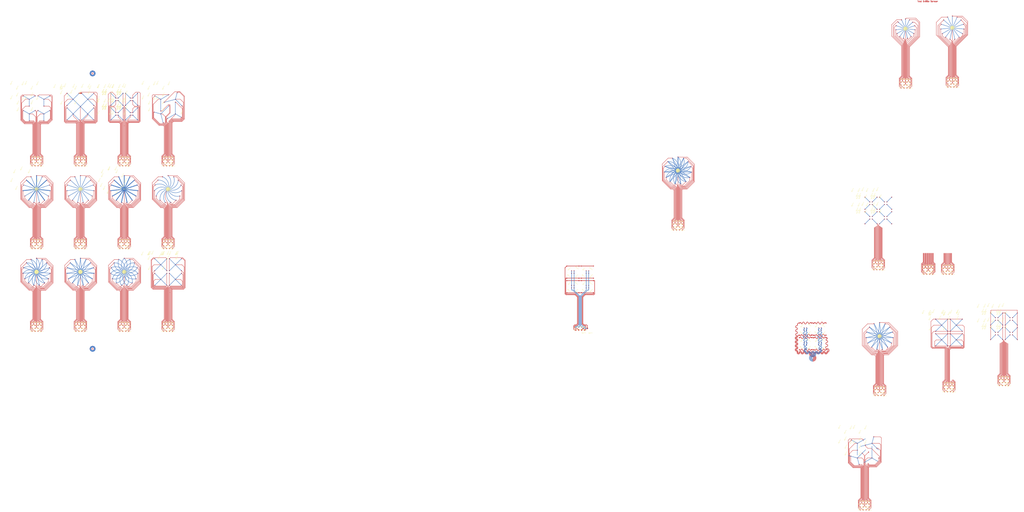
<source format=kicad_pcb>
(kicad_pcb (version 20171130) (host pcbnew "(5.1.6)-1")
  (layers (0 F.Cu signal) (31 B.Cu signal) (34 B.Paste user) (35 F.Paste user) (36 B.SilkS user hide) (37 F.SilkS user hide) (38 B.Mask user hide) (39 F.Mask user hide) (44 Edge.Cuts user hide))
  (net 0 "")
  (module EIT_Projekt:Sensor_Blume_Stern (layer F.Cu) (at 101.401023 47.775127 240)
    (fp_text reference REF** (at 0 0.5 60) (layer F.SilkS))
    (fp_text value Sensor_Blume_Stern)
    (pad 1 smd circle (at -0.081792 -14.241161 240) (size 0.8 0.8) (layers B.Cu))
  )
  (module EIT_Projekt:Sensor_Blume_Stern (layer F.Cu) (at 113.850771 47.775127 240)
    (fp_text reference REF** (at 0 0.5 60) (layer F.SilkS))
    (fp_text value Sensor_Blume_Stern)
    (pad 1 smd circle (at -0.081792 -14.241161 240) (size 0.8 0.8) (layers B.Cu))
  )
  (module EIT_Projekt:Sensor_Blume_Stern (layer F.Cu) (at 116.401023 47.775127 240)
    (fp_text reference REF** (at 0 0.5 60) (layer F.SilkS))
    (fp_text value Sensor_Blume_Stern)
    (pad 1 smd circle (at -0.081792 -14.241161 240) (size 0.8 0.8) (layers B.Cu))
  )
  (module EIT_Projekt:Sensor_Blume_Stern (layer F.Cu) (at 128.850771 47.775127 240)
    (fp_text reference REF** (at 0 0.5 60) (layer F.SilkS))
    (fp_text value Sensor_Blume_Stern)
    (pad 1 smd circle (at -0.081792 -14.241161 240) (size 0.8 0.8) (layers B.Cu))
  )
  (module EIT_Projekt:Sensor_Blume_Stern (layer F.Cu) (at 128.850771 35.325379 240)
    (fp_text reference REF** (at 0 0.5 60) (layer F.SilkS))
    (fp_text value Sensor_Blume_Stern)
    (pad 1 smd circle (at -0.081792 -14.241161 240) (size 0.8 0.8) (layers B.Cu))
  )
  (module EIT_Projekt:Sensor_Blume_Stern (layer F.Cu) (at 116.401023 35.325379 240)
    (fp_text reference REF** (at 0 0.5 60) (layer F.SilkS))
    (fp_text value Sensor_Blume_Stern)
    (pad 1 smd circle (at -0.081792 -14.241161 240) (size 0.8 0.8) (layers B.Cu))
  )
  (module EIT_Projekt:Sensor_Blume_Stern (layer F.Cu) (at 113.850771 35.325379 240)
    (fp_text reference REF** (at 0 0.5 60) (layer F.SilkS))
    (fp_text value Sensor_Blume_Stern)
    (pad 1 smd circle (at -0.081792 -14.241161 240) (size 0.8 0.8) (layers B.Cu))
  )
  (module EIT_Projekt:Sensor_Blume_Stern (layer F.Cu) (at 101.401023 35.325379 240)
    (fp_text reference REF** (at 0 0.5 60) (layer F.SilkS))
    (fp_text value Sensor_Blume_Stern)
    (pad 1 smd circle (at -0.081792 -14.241161 240) (size 0.8 0.8) (layers B.Cu))
  )
  (module EIT_Projekt:Sensor_Blume_Stern (layer F.Cu) (at 101.401023 32.775127 240)
    (fp_text reference REF** (at 0 0.5 60) (layer F.SilkS))
    (fp_text value Sensor_Blume_Stern)
    (pad 1 smd circle (at -0.081792 -14.241161 240) (size 0.8 0.8) (layers B.Cu))
  )
  (module EIT_Projekt:Sensor_Blume_Stern (layer F.Cu) (at 113.850771 32.775127 240)
    (fp_text reference REF** (at 0 0.5 60) (layer F.SilkS))
    (fp_text value Sensor_Blume_Stern)
    (pad 1 smd circle (at -0.081792 -14.241161 240) (size 0.8 0.8) (layers B.Cu))
  )
  (module EIT_Projekt:Sensor_Blume_Stern (layer F.Cu) (at 116.401023 32.775127 240)
    (fp_text reference REF** (at 0 0.5 60) (layer F.SilkS))
    (fp_text value Sensor_Blume_Stern)
    (pad 1 smd circle (at -0.081792 -14.241161 240) (size 0.8 0.8) (layers B.Cu))
  )
  (module EIT_Projekt:Sensor_Blume_Stern (layer F.Cu) (at 128.850771 32.775127 240)
    (fp_text reference REF** (at 0 0.5 60) (layer F.SilkS))
    (fp_text value Sensor_Blume_Stern)
    (pad 1 smd circle (at -0.081792 -14.241161 240) (size 0.8 0.8) (layers B.Cu))
  )
  (module EIT_Projekt:Sensor_Blume_Stern (layer F.Cu) (at 128.850771 20.325379 240)
    (fp_text reference REF** (at 0 0.5 60) (layer F.SilkS))
    (fp_text value Sensor_Blume_Stern)
    (pad 1 smd circle (at -0.081792 -14.241161 240) (size 0.8 0.8) (layers B.Cu))
  )
  (module EIT_Projekt:Sensor_Blume_Stern (layer F.Cu) (at 116.401023 20.325379 240)
    (fp_text reference REF** (at 0 0.5 60) (layer F.SilkS))
    (fp_text value Sensor_Blume_Stern)
    (pad 1 smd circle (at -0.081792 -14.241161 240) (size 0.8 0.8) (layers B.Cu))
  )
  (module EIT_Projekt:Sensor_Blume_Stern (layer F.Cu) (at 113.850771 20.325379 240)
    (fp_text reference REF** (at 0 0.5 60) (layer F.SilkS))
    (fp_text value Sensor_Blume_Stern)
    (pad 1 smd circle (at -0.081792 -14.241161 240) (size 0.8 0.8) (layers B.Cu))
  )
  (module EIT_Projekt:Sensor_Blume_Stern (layer F.Cu) (at 101.401023 20.325379 240)
    (fp_text reference REF** (at 0 0.5 60) (layer F.SilkS))
    (fp_text value Sensor_Blume_Stern)
    (pad 1 smd circle (at -0.081792 -14.241161 240) (size 0.8 0.8) (layers B.Cu))
  )
  (module EIT_Projekt:Sensor_Blume_Stern (layer F.Cu) (at 124.05077 42.575126 240)
    (fp_text reference REF** (at 0 0.5 60) (layer F.SilkS))
    (fp_text value Sensor_Blume_Stern)
    (pad 1 smd circle (at 0.209807 -14.236603 240) (size 0.8 0.8) (layers B.Cu))
  )
  (module EIT_Projekt:Sensor_Blume_Stern (layer F.Cu) (at 106.35077 40.275126 240)
    (fp_text reference REF** (at 0 0.5 60) (layer F.SilkS))
    (fp_text value Sensor_Blume_Stern)
    (pad 1 smd circle (at -0.081792 -14.241162 240) (size 0.8 0.8) (layers B.Cu))
  )
  (module EIT_Projekt:Sensor_Blume_Stern (layer F.Cu) (at 106.75077 42.675126 240)
    (fp_text reference REF** (at 0 0.5 60) (layer F.SilkS))
    (fp_text value Sensor_Blume_Stern)
    (pad 1 smd circle (at 0.248331 -13.969877 240) (size 0.8 0.8) (layers B.Cu))
  )
  (module EIT_Projekt:Sensor_Blume_Stern (layer F.Cu) (at 109.05077 42.575126 240)
    (fp_text reference REF** (at 0 0.5 60) (layer F.SilkS))
    (fp_text value Sensor_Blume_Stern)
    (pad 1 smd circle (at 0.209807 -14.236603 240) (size 0.8 0.8) (layers B.Cu))
  )
  (module EIT_Projekt:Sensor_Blume_Stern (layer F.Cu) (at 109.05077 40.375126 240)
    (fp_text reference REF** (at 0 0.5 60) (layer F.SilkS))
    (fp_text value Sensor_Blume_Stern)
    (pad 1 smd circle (at -0.093521 -14.061476 240) (size 0.8 0.8) (layers B.Cu))
  )
  (module EIT_Projekt:Sensor_Blume_Stern (layer F.Cu) (at 124.05077 27.575126 240)
    (fp_text reference REF** (at 0 0.5 60) (layer F.SilkS))
    (fp_text value Sensor_Blume_Stern)
    (pad 1 smd circle (at 0.209807 -14.236603 240) (size 0.8 0.8) (layers B.Cu))
  )
  (module EIT_Projekt:Sensor_Blume_Stern (layer F.Cu) (at 121.35077 40.275126 240)
    (fp_text reference REF** (at 0 0.5 60) (layer F.SilkS))
    (fp_text value Sensor_Blume_Stern)
    (pad 1 smd circle (at -0.081792 -14.241161 240) (size 0.8 0.8) (layers B.Cu))
  )
  (module EIT_Projekt:Sensor_Blume_Stern (layer F.Cu) (at 124.05077 25.375126 240)
    (fp_text reference REF** (at 0 0.5 60) (layer F.SilkS))
    (fp_text value Sensor_Blume_Stern)
    (pad 1 smd circle (at -0.093521 -14.061476 240) (size 0.8 0.8) (layers B.Cu))
  )
  (module EIT_Projekt:Sensor_Blume_Stern (layer F.Cu) (at 109.05077 27.575126 240)
    (fp_text reference REF** (at 0 0.5 60) (layer F.SilkS))
    (fp_text value Sensor_Blume_Stern)
    (pad 1 smd circle (at 0.209807 -14.236603 240) (size 0.8 0.8) (layers B.Cu))
  )
  (module EIT_Projekt:Sensor_Blume_Stern (layer F.Cu) (at 109.05077 25.375126 240)
    (fp_text reference REF** (at 0 0.5 60) (layer F.SilkS))
    (fp_text value Sensor_Blume_Stern)
    (pad 1 smd circle (at -0.093521 -14.061476 240) (size 0.8 0.8) (layers B.Cu))
  )
  (module EIT_Projekt:Sensor_Blume_Stern (layer F.Cu) (at 106.35077 25.275126 240)
    (fp_text reference REF** (at 0 0.5 60) (layer F.SilkS))
    (fp_text value Sensor_Blume_Stern)
    (pad 1 smd circle (at -0.081792 -14.241161 240) (size 0.8 0.8) (layers B.Cu))
  )
  (module EIT_Projekt:Sensor_Blume_Stern (layer F.Cu) (at 121.75077 42.675126 240)
    (fp_text reference REF** (at 0 0.5 60) (layer F.SilkS))
    (fp_text value Sensor_Blume_Stern)
    (pad 1 smd circle (at 0.248331 -13.969877 240) (size 0.8 0.8) (layers B.Cu))
  )
  (module EIT_Projekt:Sensor_Blume_Stern (layer F.Cu) (at 124.05077 40.375126 240)
    (fp_text reference REF** (at 0 0.5 60) (layer F.SilkS))
    (fp_text value Sensor_Blume_Stern)
    (pad 1 smd circle (at -0.093521 -14.061476 240) (size 0.8 0.8) (layers B.Cu))
  )
  (module EIT_Projekt:Sensor_Blume_Stern (layer F.Cu) (at 121.35077 25.275126 240)
    (fp_text reference REF** (at 0 0.5 60) (layer F.SilkS))
    (fp_text value Sensor_Blume_Stern)
    (pad 1 smd circle (at -0.081792 -14.241161 240) (size 0.8 0.8) (layers B.Cu))
  )
  (module EIT_Projekt:Sensor_Blume_Stern (layer F.Cu) (at 106.75077 27.675126 240)
    (fp_text reference REF** (at 0 0.5 60) (layer F.SilkS))
    (fp_text value Sensor_Blume_Stern)
    (pad 1 smd circle (at 0.248331 -13.969878 240) (size 0.8 0.8) (layers B.Cu))
  )
  (module EIT_Projekt:Sensor_Blume_Stern (layer F.Cu) (at 121.75077 27.675126 240)
    (fp_text reference REF** (at 0 0.5 60) (layer F.SilkS))
    (fp_text value Sensor_Blume_Stern)
    (pad 1 smd circle (at 0.248331 -13.969877 240) (size 0.8 0.8) (layers B.Cu))
  )
  (module EIT_Projekt:Sensor_Blume_Stern (layer F.Cu) (at 82.5 211 312)
    (fp_text reference REF** (at 0 0.5 132) (layer F.SilkS))
    (fp_text value Sensor_Blume_Stern)
    (pad 1 smd circle (at 0.000001 -14 312) (size 0.8 0.8) (layers B.Cu))
  )
  (module EIT_Projekt:Sensor_Blume_Stern (layer F.Cu) (at 82.5 211 120)
    (fp_text reference REF** (at 0 0.5 120) (layer F.SilkS))
    (fp_text value Sensor_Blume_Stern)
    (pad 1 smd circle (at 0 -14 120) (size 0.8 0.8) (layers B.Cu))
  )
  (module EIT_Projekt:Sensor_Blume_Stern (layer F.Cu) (at 82.5 211 72)
    (fp_text reference REF** (at 0 0.5 72) (layer F.SilkS))
    (fp_text value Sensor_Blume_Stern)
    (pad 1 smd circle (at 0 -14 72) (size 0.8 0.8) (layers B.Cu))
  )
  (module EIT_Projekt:Sensor_Blume_Stern (layer F.Cu) (at 82.5 211 264)
    (fp_text reference REF** (at 0 0.5 84) (layer F.SilkS))
    (fp_text value Sensor_Blume_Stern)
    (pad 1 smd circle (at -0.000001 -14 264) (size 0.8 0.8) (layers B.Cu))
  )
  (module EIT_Projekt:Sensor_Blume_Stern (layer F.Cu) (at 82.5 211 336)
    (fp_text reference REF** (at 0 0.5 156) (layer F.SilkS))
    (fp_text value Sensor_Blume_Stern)
    (pad 1 smd circle (at 0 -14 336) (size 0.8 0.8) (layers B.Cu))
  )
  (module EIT_Projekt:Sensor_Blume_Stern (layer F.Cu) (at 82.5 211 168)
    (fp_text reference REF** (at 0 0.5 168) (layer F.SilkS))
    (fp_text value Sensor_Blume_Stern)
    (pad 1 smd circle (at 0 -14 168) (size 0.8 0.8) (layers B.Cu))
  )
  (module EIT_Projekt:Sensor_Blume_Stern (layer F.Cu) (at 82.5 211 288)
    (fp_text reference REF** (at 0 0.5 108) (layer F.SilkS))
    (fp_text value Sensor_Blume_Stern)
    (pad 1 smd circle (at 0 -14 288) (size 0.8 0.8) (layers B.Cu))
  )
  (module EIT_Projekt:Sensor_Blume_Stern (layer F.Cu) (at 82.5 211 144)
    (fp_text reference REF** (at 0 0.5 144) (layer F.SilkS))
    (fp_text value Sensor_Blume_Stern)
    (pad 1 smd circle (at 0 -14 144) (size 0.8 0.8) (layers B.Cu))
  )
  (module EIT_Projekt:Sensor_Blume_Stern (layer F.Cu) (at 82.5 211 192)
    (fp_text reference REF** (at 0 0.5 12) (layer F.SilkS))
    (fp_text value Sensor_Blume_Stern)
    (pad 1 smd circle (at 0 -14 192) (size 0.8 0.8) (layers B.Cu))
  )
  (module EIT_Projekt:Sensor_Blume_Stern (layer F.Cu) (at 82.5 211 24)
    (fp_text reference REF** (at 0 0.5 24) (layer F.SilkS))
    (fp_text value Sensor_Blume_Stern)
    (pad 1 smd circle (at 0 -14 24) (size 0.8 0.8) (layers B.Cu))
  )
  (module EIT_Projekt:Sensor_Blume_Stern (layer F.Cu) (at 82.5 211 96)
    (fp_text reference REF** (at 0 0.5 96) (layer F.SilkS))
    (fp_text value Sensor_Blume_Stern)
    (pad 1 smd circle (at 0.000001 -14 96) (size 0.8 0.8) (layers B.Cu))
  )
  (module EIT_Projekt:Sensor_Blume_Stern (layer F.Cu) (at 82.5 211 48)
    (fp_text reference REF** (at 0 0.5 48) (layer F.SilkS))
    (fp_text value Sensor_Blume_Stern)
    (pad 1 smd circle (at -0.000001 -14 48) (size 0.8 0.8) (layers B.Cu))
  )
  (module EIT_Projekt:Sensor_Blume_Stern (layer F.Cu) (at 82.5 211 240)
    (fp_text reference REF** (at 0 0.5 60) (layer F.SilkS))
    (fp_text value Sensor_Blume_Stern)
    (pad 1 smd circle (at 0 -14 240) (size 0.8 0.8) (layers B.Cu))
  )
  (module EIT_Projekt:Sensor_Blume_Stern (layer F.Cu) (at 82.5 211 216)
    (fp_text reference REF** (at 0 0.5 36) (layer F.SilkS))
    (fp_text value Sensor_Blume_Stern)
    (pad 1 smd circle (at 0 -14 216) (size 0.8 0.8) (layers B.Cu))
  )
  (module EIT_Projekt:Sensor_Blume_Stern (layer F.Cu) (at 82.5 211)
    (fp_text reference REF** (at 0 0.5) (layer F.SilkS))
    (fp_text value Sensor_Blume_Stern)
    (pad 1 smd circle (at 0 -14) (size 0.8 0.8) (layers B.Cu))
  )
  (module EIT_Projekt:Sensor_Blume_Stern (layer F.Cu) (at 120.50077 128.925126 240)
    (fp_text reference REF** (at 0 0.5 60) (layer F.SilkS))
    (fp_text value Sensor_Blume_Stern)
    (pad 1 smd circle (at 4.371179 -13.966777 240) (size 1 1) (layers F.Cu))
  )
  (module EIT_Projekt:Sensor_Blume_Stern (layer F.Cu) (at 111.50077 128.925126 240)
    (fp_text reference REF** (at 0 0.5 60) (layer F.SilkS))
    (fp_text value Sensor_Blume_Stern)
    (pad 1 smd circle (at 2.781943 -16.719415 240) (size 1 1) (layers F.Cu))
  )
  (module EIT_Projekt:Sensor_Blume_Stern (layer F.Cu) (at 127.50077 121.925126 240)
    (fp_text reference REF** (at 0 0.5 60) (layer F.SilkS))
    (fp_text value Sensor_Blume_Stern)
    (pad 1 smd circle (at 3.529329 -16.03677 240) (size 1 1) (layers F.Cu))
  )
  (module EIT_Projekt:Sensor_Blume_Stern (layer F.Cu) (at 104.50077 121.925126 240)
    (fp_text reference REF** (at 0 0.5 60) (layer F.SilkS))
    (fp_text value Sensor_Blume_Stern)
    (pad 1 smd circle (at 4.153685 -14.955354 240) (size 1 1) (layers F.Cu))
  )
  (module EIT_Projekt:Sensor_Blume_Stern (layer F.Cu) (at 126.50077 111.925126 240)
    (fp_text reference REF** (at 0 0.5 60) (layer F.SilkS))
    (fp_text value Sensor_Blume_Stern)
    (pad 1 smd circle (at 1.285556 -17.270624 240) (size 1 1) (layers F.Cu))
  )
  (module EIT_Projekt:Sensor_Blume_Stern (layer F.Cu) (at 105.50077 111.925126 240)
    (fp_text reference REF** (at 0 0.5 60) (layer F.SilkS))
    (fp_text value Sensor_Blume_Stern)
    (pad 1 smd circle (at 4.100347 -12.395263 240) (size 1 1) (layers F.Cu))
  )
  (module EIT_Projekt:Sensor_Blume_Stern (layer F.Cu) (at 119.50077 104.925126 240)
    (fp_text reference REF** (at 0 0.5 60) (layer F.SilkS))
    (fp_text value Sensor_Blume_Stern)
    (pad 1 smd circle (at 0.328455 -16.001575 240) (size 1 1) (layers F.Cu))
  )
  (module EIT_Projekt:Sensor_Blume_Stern (layer F.Cu) (at 112.50077 104.925126 240)
    (fp_text reference REF** (at 0 0.5 60) (layer F.SilkS))
    (fp_text value Sensor_Blume_Stern)
    (pad 1 smd circle (at 2.522768 -12.200914 240) (size 1 1) (layers F.Cu))
  )
  (module EIT_Projekt:Sensor_Blume_Stern (layer F.Cu) (at 124.50077 124.925126 240)
    (fp_text reference REF** (at 0 0.5 60) (layer F.SilkS))
    (fp_text value Sensor_Blume_Stern)
    (pad 1 smd circle (at 5.125566 -15.924483 240) (size 1 1) (layers F.Cu))
  )
  (module EIT_Projekt:Sensor_Blume_Stern (layer F.Cu) (at 107.50077 124.925126 240)
    (fp_text reference REF** (at 0 0.5 60) (layer F.SilkS))
    (fp_text value Sensor_Blume_Stern)
    (pad 1 smd circle (at 4.85456 -16.39388 240) (size 1 1) (layers F.Cu))
  )
  (module EIT_Projekt:Sensor_Blume_Stern (layer F.Cu) (at 112.50077 104.925126 240)
    (fp_text reference REF** (at 0 0.5 60) (layer F.SilkS))
    (fp_text value Sensor_Blume_Stern)
    (pad 1 smd circle (at -1.372594 -16.527151 240) (size 1 1) (layers F.Cu))
  )
  (module EIT_Projekt:Sensor_Blume_Stern (layer F.Cu) (at 102.50077 116.925126 240)
    (fp_text reference REF** (at 0 0.5 60) (layer F.SilkS))
    (fp_text value Sensor_Blume_Stern)
    (pad 1 smd circle (at 3.58845 -14.861168 240) (size 1 1) (layers F.Cu))
  )
  (module EIT_Projekt:Sensor_Blume_Stern (layer F.Cu) (at 105.50077 107.925126 240)
    (fp_text reference REF** (at 0 0.5 60) (layer F.SilkS))
    (fp_text value Sensor_Blume_Stern)
    (pad 1 smd circle (at 1.742922 -14.395262 240) (size 1 1) (layers F.Cu))
  )
  (module EIT_Projekt:Sensor_Blume_Stern (layer F.Cu) (at 120.50077 107.925126 240)
    (fp_text reference REF** (at 0 0.5 60) (layer F.SilkS))
    (fp_text value Sensor_Blume_Stern)
    (pad 1 smd circle (at -1.161105 -19.425186 240) (size 1 1) (layers F.Cu))
  )
  (module EIT_Projekt:Sensor_Blume_Stern (layer F.Cu) (at 129.50077 116.925126 240)
    (fp_text reference REF** (at 0 0.5 60) (layer F.SilkS))
    (fp_text value Sensor_Blume_Stern)
    (pad 1 smd circle (at 3.165144 -15.594356 240) (size 1 1) (layers F.Cu))
  )
  (module Neuer_Sensor:Pad_red_1,5mm (layer F.Cu) (at 123 186.5)
    (fp_text reference REF** (at 0 0.5) (layer F.SilkS))
    (fp_text value Pad_red_1,5mm)
    (pad 13 smd circle (at 0 0.5) (size 1 1) (layers F.Cu))
  )
  (module Neuer_Sensor:Pad_green_1,5mm (layer F.Cu) (at 132.5 184)
    (fp_text reference REF** (at 0 0.5) (layer F.SilkS))
    (fp_text value Pad_green_1,5mm)
    (pad 12 smd circle (at -0.5 0) (size 1 1) (layers F.Cu))
  )
  (module Neuer_Sensor:Pad_red_1,5mm (layer F.Cu) (at 126.5 180.5)
    (fp_text reference REF** (at 0 0.5) (layer F.SilkS))
    (fp_text value Pad_red_1,5mm)
    (pad 6 smd circle (at -0.5 0.5) (size 1 1) (layers F.Cu))
  )
  (module Neuer_Sensor:Pad_green_1,5mm (layer F.Cu) (at 123.5 184)
    (fp_text reference REF** (at 0 0.5) (layer F.SilkS))
    (fp_text value Pad_green_1,5mm)
    (pad 9 smd circle (at -0.5 0) (size 1 1) (layers F.Cu))
  )
  (module Neuer_Sensor:Pad_green_1,5mm (layer F.Cu) (at 132.5 178)
    (fp_text reference REF** (at 0 0.5) (layer F.SilkS))
    (fp_text value Pad_green_1,5mm)
    (pad 4 smd circle (at -0.5 0) (size 1 1) (layers F.Cu))
  )
  (module Neuer_Sensor:Pad_green_1,5mm (layer F.Cu) (at 130 177.5)
    (fp_text reference REF** (at 0 0.5) (layer F.SilkS))
    (fp_text value Pad_green_1,5mm)
    (pad 3 smd circle (at -1 0.5) (size 1 1) (layers F.Cu))
  )
  (module Neuer_Sensor:Pad_green_1,5mm (layer F.Cu) (at 127 183.5)
    (fp_text reference REF** (at 0 0.5) (layer F.SilkS))
    (fp_text value Pad_green_1,5mm)
    (pad 10 smd circle (at -1 0.5) (size 1 1) (layers F.Cu))
  )
  (module Neuer_Sensor:Pad_green_1,5mm (layer F.Cu) (at 124 177.5)
    (fp_text reference REF** (at 0 0.5) (layer F.SilkS))
    (fp_text value Pad_green_1,5mm)
    (pad 1 smd circle (at -1 0.5) (size 1 1) (layers F.Cu))
  )
  (module Neuer_Sensor:Pad_green_1,5mm (layer F.Cu) (at 127 177.5)
    (fp_text reference REF** (at 0 0.5) (layer F.SilkS))
    (fp_text value Pad_green_1,5mm)
    (pad 2 smd circle (at -1 0.5) (size 1 1) (layers F.Cu))
  )
  (module Neuer_Sensor:Pad_red_1,5mm (layer F.Cu) (at 123 180.5)
    (fp_text reference REF** (at 0 0.5) (layer F.SilkS))
    (fp_text value Pad_red_1,5mm)
    (pad 5 smd circle (at 0 0.5) (size 1 1) (layers F.Cu))
  )
  (module Neuer_Sensor:Pad_red_1,5mm (layer F.Cu) (at 130 186)
    (fp_text reference REF** (at 0 0.5) (layer F.SilkS))
    (fp_text value Pad_red_1,5mm)
    (pad 15 smd circle (at -1 1) (size 1 1) (layers F.Cu))
  )
  (module Neuer_Sensor:Pad_red_1,5mm (layer F.Cu) (at 126.5 186.5)
    (fp_text reference REF** (at 0 0.5) (layer F.SilkS))
    (fp_text value Pad_red_1,5mm)
    (pad 14 smd circle (at -0.5 0.5) (size 1 1) (layers F.Cu))
  )
  (module Neuer_Sensor:Pad_green_1,5mm (layer F.Cu) (at 128.5 125.5)
    (fp_text reference REF** (at 0 0.5) (layer F.SilkS))
    (fp_text value Pad_green_1,5mm)
    (pad 1 smd circle (at -1 0.5) (size 3 3) (layers F.Cu))
  )
  (module Neuer_Sensor:Pad_red_1,5mm (layer F.Cu) (at 130 180)
    (fp_text reference REF** (at 0 0.5) (layer F.SilkS))
    (fp_text value Pad_red_1,5mm)
    (pad 7 smd circle (at -1 1) (size 1 1) (layers F.Cu))
  )
  (module Neuer_Sensor:Pad_green_1,5mm (layer F.Cu) (at 130 183.5)
    (fp_text reference REF** (at 0 0.5) (layer F.SilkS))
    (fp_text value Pad_green_1,5mm)
    (pad 11 smd circle (at -1 0.5) (size 1 1) (layers F.Cu))
  )
  (module Neuer_Sensor:Pad_red_1,5mm (layer F.Cu) (at 132.5 181)
    (fp_text reference REF** (at 0 0.5) (layer F.SilkS))
    (fp_text value Pad_red_1,5mm)
    (pad 8 smd circle (at -0.5 0) (size 1 1) (layers F.Cu))
  )
  (module Neuer_Sensor:Pad_red_1,5mm (layer F.Cu) (at 132.5 187)
    (fp_text reference REF** (at 0 0.5) (layer F.SilkS))
    (fp_text value Pad_red_1,5mm)
    (pad 16 smd circle (at -0.5 0) (size 1 1) (layers F.Cu))
  )
  (module EIT_Projekt:Sensor_Blume_Stern (layer F.Cu) (at 34.50077 124.925126 240)
    (fp_text reference REF** (at 0 0.5 60) (layer F.SilkS))
    (fp_text value Sensor_Blume_Stern)
    (pad 1 smd circle (at 5.125566 -15.924483 240) (size 1 1) (layers F.Cu))
  )
  (module EIT_Projekt:Sensor_Blume_Stern (layer F.Cu) (at 17.50077 124.925126 240)
    (fp_text reference REF** (at 0 0.5 60) (layer F.SilkS))
    (fp_text value Sensor_Blume_Stern)
    (pad 1 smd circle (at 4.85456 -16.39388 240) (size 1 1) (layers F.Cu))
  )
  (module EIT_Projekt:Sensor_Blume_Stern (layer F.Cu) (at 39.50077 116.925126 240)
    (fp_text reference REF** (at 0 0.5 60) (layer F.SilkS))
    (fp_text value Sensor_Blume_Stern)
    (pad 1 smd circle (at 3.165144 -15.594356 240) (size 1 1) (layers F.Cu))
  )
  (module EIT_Projekt:Sensor_Blume_Stern (layer F.Cu) (at 12.50077 116.925126 240)
    (fp_text reference REF** (at 0 0.5 60) (layer F.SilkS))
    (fp_text value Sensor_Blume_Stern)
    (pad 1 smd circle (at 3.58845 -14.861168 240) (size 1 1) (layers F.Cu))
  )
  (module EIT_Projekt:Sensor_Blume_Stern (layer F.Cu) (at 30.50077 107.925126 240)
    (fp_text reference REF** (at 0 0.5 60) (layer F.SilkS))
    (fp_text value Sensor_Blume_Stern)
    (pad 1 smd circle (at -1.161105 -19.425186 240) (size 1 1) (layers F.Cu))
  )
  (module EIT_Projekt:Sensor_Blume_Stern (layer F.Cu) (at 15.50077 107.925126 240)
    (fp_text reference REF** (at 0 0.5 60) (layer F.SilkS))
    (fp_text value Sensor_Blume_Stern)
    (pad 1 smd circle (at 1.742922 -14.395262 240) (size 1 1) (layers F.Cu))
  )
  (module EIT_Projekt:Sensor_Blume_Stern (layer F.Cu) (at 22.50077 104.925126 240)
    (fp_text reference REF** (at 0 0.5 60) (layer F.SilkS))
    (fp_text value Sensor_Blume_Stern)
    (pad 1 smd circle (at -1.372594 -16.527151 240) (size 1 1) (layers F.Cu))
  )
  (module EIT_Projekt:Sensor_Blume_3 (layer F.Cu) (at 37.5 126 168)
    (fp_text reference REF** (at 0 0.5 168) (layer F.SilkS))
    (fp_text value Sensor_Blume_3)
    (fp_line (start 0 0) (end 0 -14) (layer B.Cu) (width 0.4))
    (pad 1 smd circle (at 0 -14 168) (size 1 1) (layers F.Cu))
  )
  (module EIT_Projekt:Sensor_Blume_3 (layer F.Cu) (at 37.5 126 120)
    (fp_text reference REF** (at 0 0.5 120) (layer F.SilkS))
    (fp_text value Sensor_Blume_3)
    (fp_line (start 0 0) (end 0 -14) (layer B.Cu) (width 0.4))
    (pad 1 smd circle (at 0 -14 120) (size 1 1) (layers F.Cu))
  )
  (module EIT_Projekt:Sensor_Blume_3 (layer F.Cu) (at 37.5 126 72)
    (fp_text reference REF** (at 0 0.5 72) (layer F.SilkS))
    (fp_text value Sensor_Blume_3)
    (fp_line (start 0 0) (end 0 -14) (layer B.Cu) (width 0.4))
    (pad 1 smd circle (at 0 -14 72) (size 1 1) (layers F.Cu))
  )
  (module Neuer_Sensor:Pad_green_1,5mm (layer F.Cu) (at 42.5 184)
    (fp_text reference REF** (at 0 0.5) (layer F.SilkS))
    (fp_text value Pad_green_1,5mm)
    (pad 12 smd circle (at -0.5 0) (size 1 1) (layers F.Cu))
  )
  (module Neuer_Sensor:Pad_green_1,5mm (layer F.Cu) (at 33.5 184)
    (fp_text reference REF** (at 0 0.5) (layer F.SilkS))
    (fp_text value Pad_green_1,5mm)
    (pad 9 smd circle (at -0.5 0) (size 1 1) (layers F.Cu))
  )
  (module Neuer_Sensor:Pad_green_1,5mm (layer F.Cu) (at 42.5 178)
    (fp_text reference REF** (at 0 0.5) (layer F.SilkS))
    (fp_text value Pad_green_1,5mm)
    (pad 4 smd circle (at -0.5 0) (size 1 1) (layers F.Cu))
  )
  (module Neuer_Sensor:Pad_green_1,5mm (layer F.Cu) (at 40 177.5)
    (fp_text reference REF** (at 0 0.5) (layer F.SilkS))
    (fp_text value Pad_green_1,5mm)
    (pad 3 smd circle (at -1 0.5) (size 1 1) (layers F.Cu))
  )
  (module Neuer_Sensor:Pad_red_1,5mm (layer F.Cu) (at 36.5 180.5)
    (fp_text reference REF** (at 0 0.5) (layer F.SilkS))
    (fp_text value Pad_red_1,5mm)
    (pad 6 smd circle (at -0.5 0.5) (size 1 1) (layers F.Cu))
  )
  (module Neuer_Sensor:Pad_green_1,5mm (layer F.Cu) (at 37 183.5)
    (fp_text reference REF** (at 0 0.5) (layer F.SilkS))
    (fp_text value Pad_green_1,5mm)
    (pad 10 smd circle (at -1 0.5) (size 1 1) (layers F.Cu))
  )
  (module Neuer_Sensor:Pad_red_1,5mm (layer F.Cu) (at 33 186.5)
    (fp_text reference REF** (at 0 0.5) (layer F.SilkS))
    (fp_text value Pad_red_1,5mm)
    (pad 13 smd circle (at 0 0.5) (size 1 1) (layers F.Cu))
  )
  (module EIT_Projekt:Sensor_Blume_3 (layer F.Cu) (at 37.5 126 192)
    (fp_text reference REF** (at 0 0.5 12) (layer F.SilkS))
    (fp_text value Sensor_Blume_3)
    (fp_line (start 0 0) (end 0 -14) (layer B.Cu) (width 0.4))
    (pad 1 smd circle (at 0 -14 192) (size 1 1) (layers F.Cu))
  )
  (module Neuer_Sensor:Pad_green_1,5mm (layer F.Cu) (at 34 177.5)
    (fp_text reference REF** (at 0 0.5) (layer F.SilkS))
    (fp_text value Pad_green_1,5mm)
    (pad 1 smd circle (at -1 0.5) (size 1 1) (layers F.Cu))
  )
  (module Neuer_Sensor:Pad_green_1,5mm (layer F.Cu) (at 37 177.5)
    (fp_text reference REF** (at 0 0.5) (layer F.SilkS))
    (fp_text value Pad_green_1,5mm)
    (pad 2 smd circle (at -1 0.5) (size 1 1) (layers F.Cu))
  )
  (module EIT_Projekt:Sensor_Blume_3 (layer F.Cu) (at 37.5 126 240)
    (fp_text reference REF** (at 0 0.5 60) (layer F.SilkS))
    (fp_text value Sensor_Blume_3)
    (fp_line (start 0 0) (end 0 -14) (layer B.Cu) (width 0.4))
    (pad 1 smd circle (at 0 -14 240) (size 1 1) (layers F.Cu))
  )
  (module Neuer_Sensor:Pad_red_1,5mm (layer F.Cu) (at 33 180.5)
    (fp_text reference REF** (at 0 0.5) (layer F.SilkS))
    (fp_text value Pad_red_1,5mm)
    (pad 5 smd circle (at 0 0.5) (size 1 1) (layers F.Cu))
  )
  (module Neuer_Sensor:Pad_red_1,5mm (layer F.Cu) (at 40 186)
    (fp_text reference REF** (at 0 0.5) (layer F.SilkS))
    (fp_text value Pad_red_1,5mm)
    (pad 15 smd circle (at -1 1) (size 1 1) (layers F.Cu))
  )
  (module Neuer_Sensor:Pad_green_1,5mm (layer F.Cu) (at 38.5 125.5)
    (fp_text reference REF** (at 0 0.5) (layer F.SilkS))
    (fp_text value Pad_green_1,5mm)
    (pad 1 smd circle (at -1 0.5) (size 3 3) (layers F.Cu))
  )
  (module Neuer_Sensor:Pad_red_1,5mm (layer F.Cu) (at 40 180)
    (fp_text reference REF** (at 0 0.5) (layer F.SilkS))
    (fp_text value Pad_red_1,5mm)
    (pad 7 smd circle (at -1 1) (size 1 1) (layers F.Cu))
  )
  (module Neuer_Sensor:Pad_red_1,5mm (layer F.Cu) (at 36.5 186.5)
    (fp_text reference REF** (at 0 0.5) (layer F.SilkS))
    (fp_text value Pad_red_1,5mm)
    (pad 14 smd circle (at -0.5 0.5) (size 1 1) (layers F.Cu))
  )
  (module Neuer_Sensor:Pad_green_1,5mm (layer F.Cu) (at 40 183.5)
    (fp_text reference REF** (at 0 0.5) (layer F.SilkS))
    (fp_text value Pad_green_1,5mm)
    (pad 11 smd circle (at -1 0.5) (size 1 1) (layers F.Cu))
  )
  (module Neuer_Sensor:Pad_red_1,5mm (layer F.Cu) (at 42.5 181)
    (fp_text reference REF** (at 0 0.5) (layer F.SilkS))
    (fp_text value Pad_red_1,5mm)
    (pad 8 smd circle (at -0.5 0) (size 1 1) (layers F.Cu))
  )
  (module EIT_Projekt:Sensor_Blume_3 (layer F.Cu) (at 37.5 126 336)
    (fp_text reference REF** (at 0 0.5 156) (layer F.SilkS))
    (fp_text value Sensor_Blume_3)
    (fp_line (start 0 0) (end 0 -14) (layer B.Cu) (width 0.4))
    (pad 1 smd circle (at 0 -14 336) (size 1 1) (layers F.Cu))
  )
  (module EIT_Projekt:Sensor_Blume_3 (layer F.Cu) (at 37.5 126 24)
    (fp_text reference REF** (at 0 0.5 24) (layer F.SilkS))
    (fp_text value Sensor_Blume_3)
    (fp_line (start 0 0) (end 0 -14) (layer B.Cu) (width 0.4))
    (pad 1 smd circle (at 0 -14 24) (size 1 1) (layers F.Cu))
  )
  (module EIT_Projekt:Sensor_Blume_3 (layer F.Cu) (at 37.5 126 288)
    (fp_text reference REF** (at 0 0.5 108) (layer F.SilkS))
    (fp_text value Sensor_Blume_3)
    (fp_line (start 0 0) (end 0 -14) (layer B.Cu) (width 0.4))
    (pad 1 smd circle (at 0 -14 288) (size 1 1) (layers F.Cu))
  )
  (module Neuer_Sensor:Pad_red_1,5mm (layer F.Cu) (at 42.5 187)
    (fp_text reference REF** (at 0 0.5) (layer F.SilkS))
    (fp_text value Pad_red_1,5mm)
    (pad 16 smd circle (at -0.5 0) (size 1 1) (layers F.Cu))
  )
  (module EIT_Projekt:Sensor_Blume_Stern (layer F.Cu) (at 187.35077 47.125126 240)
    (fp_text reference REF** (at 0 0.5 60) (layer F.SilkS))
    (fp_text value Sensor_Blume_Stern)
    (pad 1 smd circle (at 4.952663 -1.371484 240) (size 1 1) (layers F.Cu))
  )
  (module Neuer_Sensor:Pad_red_1,5mm (layer F.Cu) (at 892.65 449.6)
    (fp_text reference REF** (at 0 0.5) (layer F.SilkS))
    (fp_text value Pad_red_1,5mm)
    (pad 8 smd circle (at -0.5 0) (size 1 1) (layers F.Cu))
  )
  (module Neuer_Sensor:Pad_green_1,5mm (layer F.Cu) (at 887.15 446.1)
    (fp_text reference REF** (at 0 0.5) (layer F.SilkS))
    (fp_text value Pad_green_1,5mm)
    (pad 2 smd circle (at -1 0.5) (size 1 1) (layers F.Cu))
  )
  (module Neuer_Sensor:Pad_green_1,5mm (layer F.Cu) (at 892.65 452.6)
    (fp_text reference REF** (at 0 0.5) (layer F.SilkS))
    (fp_text value Pad_green_1,5mm)
    (pad 12 smd circle (at -0.5 0) (size 1 1) (layers F.Cu))
  )
  (module Neuer_Sensor:Pad_green_1,5mm (layer F.Cu) (at 883.65 452.6)
    (fp_text reference REF** (at 0 0.5) (layer F.SilkS))
    (fp_text value Pad_green_1,5mm)
    (pad 9 smd circle (at -0.5 0) (size 1 1) (layers F.Cu))
  )
  (module Neuer_Sensor:Pad_red_1,5mm (layer F.Cu) (at 883.15 455.1)
    (fp_text reference REF** (at 0 0.5) (layer F.SilkS))
    (fp_text value Pad_red_1,5mm)
    (pad 13 smd circle (at 0 0.5) (size 1 1) (layers F.Cu))
  )
  (module EIT_Projekt:Sensor_Blume_Stern (layer F.Cu) (at 883.40077 397.575126 240)
    (fp_text reference REF** (at 0 0.5 60) (layer F.SilkS))
    (fp_text value Sensor_Blume_Stern)
    (pad 1 smd circle (at 5.130644 -12.487569 240) (size 1 1) (layers F.Cu))
  )
  (module Neuer_Sensor:Pad_red_1,5mm (layer F.Cu) (at 892.65 455.6)
    (fp_text reference REF** (at 0 0.5) (layer F.SilkS))
    (fp_text value Pad_red_1,5mm)
    (pad 16 smd circle (at -0.5 0) (size 1 1) (layers F.Cu))
  )
  (module Neuer_Sensor:Pad_red_1,5mm (layer F.Cu) (at 890.15 454.6)
    (fp_text reference REF** (at 0 0.5) (layer F.SilkS))
    (fp_text value Pad_red_1,5mm)
    (pad 15 smd circle (at -1 1) (size 1 1) (layers F.Cu))
  )
  (module EIT_Projekt:Sensor_Blume_Stern (layer F.Cu) (at 862.40077 385.575126 240)
    (fp_text reference REF** (at 0 0.5 60) (layer F.SilkS))
    (fp_text value Sensor_Blume_Stern)
    (pad 1 smd circle (at 7.334682 -16.92224 240) (size 1 1) (layers F.Cu))
  )
  (module Neuer_Sensor:Pad_green_1,5mm (layer F.Cu) (at 890.15 452.1)
    (fp_text reference REF** (at 0 0.5) (layer F.SilkS))
    (fp_text value Pad_green_1,5mm)
    (pad 11 smd circle (at -1 0.5) (size 1 1) (layers F.Cu))
  )
  (module EIT_Projekt:Sensor_Blume_Stern (layer F.Cu) (at 883.40077 390.575126 240)
    (fp_text reference REF** (at 0 0.5 60) (layer F.SilkS))
    (fp_text value Sensor_Blume_Stern)
    (pad 1 smd circle (at 4.192821 -15.987569 240) (size 1 1) (layers F.Cu))
  )
  (module Neuer_Sensor:Pad_red_1,5mm (layer F.Cu) (at 886.65 449.1)
    (fp_text reference REF** (at 0 0.5) (layer F.SilkS))
    (fp_text value Pad_red_1,5mm)
    (pad 6 smd circle (at -0.5 0.5) (size 1 1) (layers F.Cu))
  )
  (module Neuer_Sensor:Pad_green_1,5mm (layer F.Cu) (at 884.15 446.1)
    (fp_text reference REF** (at 0 0.5) (layer F.SilkS))
    (fp_text value Pad_green_1,5mm)
    (pad 1 smd circle (at -1 0.5) (size 1 1) (layers F.Cu))
  )
  (module EIT_Projekt:Sensor_Blume_Stern (layer F.Cu) (at 883.40077 375.575126 240)
    (fp_text reference REF** (at 0 0.5 60) (layer F.SilkS))
    (fp_text value Sensor_Blume_Stern)
    (pad 1 smd circle (at 4.192821 -15.987569 240) (size 1 1) (layers F.Cu))
  )
  (module Neuer_Sensor:Pad_green_1,5mm (layer F.Cu) (at 892.65 446.6)
    (fp_text reference REF** (at 0 0.5) (layer F.SilkS))
    (fp_text value Pad_green_1,5mm)
    (pad 4 smd circle (at -0.5 0) (size 1 1) (layers F.Cu))
  )
  (module Neuer_Sensor:Pad_green_1,5mm (layer F.Cu) (at 890.15 446.1)
    (fp_text reference REF** (at 0 0.5) (layer F.SilkS))
    (fp_text value Pad_green_1,5mm)
    (pad 3 smd circle (at -1 0.5) (size 1 1) (layers F.Cu))
  )
  (module Neuer_Sensor:Pad_red_1,5mm (layer F.Cu) (at 886.65 455.1)
    (fp_text reference REF** (at 0 0.5) (layer F.SilkS))
    (fp_text value Pad_red_1,5mm)
    (pad 14 smd circle (at -0.5 0.5) (size 1 1) (layers F.Cu))
  )
  (module Neuer_Sensor:Pad_green_1,5mm (layer F.Cu) (at 887.15 452.1)
    (fp_text reference REF** (at 0 0.5) (layer F.SilkS))
    (fp_text value Pad_green_1,5mm)
    (pad 10 smd circle (at -1 0.5) (size 1 1) (layers F.Cu))
  )
  (module EIT_Projekt:Sensor_Blume_Stern (layer F.Cu) (at 869.00077 397.875126 240)
    (fp_text reference REF** (at 0 0.5 60) (layer F.SilkS))
    (fp_text value Sensor_Blume_Stern)
    (pad 1 smd circle (at 3.120584 -16.767701 240) (size 1 1) (layers F.Cu))
  )
  (module EIT_Projekt:Sensor_Blume_Stern (layer F.Cu) (at 868.40077 382.575126 240)
    (fp_text reference REF** (at 0 0.5 60) (layer F.SilkS))
    (fp_text value Sensor_Blume_Stern)
    (pad 1 smd circle (at 4.192821 -15.987569 240) (size 1 1) (layers F.Cu))
  )
  (module EIT_Projekt:Sensor_Blume_Stern (layer F.Cu) (at 883.40077 382.575126 240)
    (fp_text reference REF** (at 0 0.5 60) (layer F.SilkS))
    (fp_text value Sensor_Blume_Stern)
    (pad 1 smd circle (at -0.057623 -19.24905 240) (size 1 1) (layers F.Cu))
  )
  (module EIT_Projekt:Sensor_Blume_Stern (layer F.Cu) (at 877.40077 385.575126 240)
    (fp_text reference REF** (at 0 0.5 60) (layer F.SilkS))
    (fp_text value Sensor_Blume_Stern)
    (pad 1 smd circle (at 2.022948 -17.621543 240) (size 1 1) (layers F.Cu))
  )
  (module EIT_Projekt:Sensor_Blume_Stern (layer F.Cu) (at 862.40077 370.575126 240)
    (fp_text reference REF** (at 0 0.5 60) (layer F.SilkS))
    (fp_text value Sensor_Blume_Stern)
    (pad 1 smd circle (at 5.522948 -16.683721 240) (size 1 1) (layers F.Cu))
  )
  (module EIT_Projekt:Sensor_Blume_Stern (layer F.Cu) (at 874.20077 371.125126 240)
    (fp_text reference REF** (at 0 0.5 60) (layer F.SilkS))
    (fp_text value Sensor_Blume_Stern)
    (pad 1 smd circle (at 4.884456 -16.689621 240) (size 1 1) (layers F.Cu))
  )
  (module EIT_Projekt:Sensor_Blume_Stern (layer F.Cu) (at 874.20077 386.125126 240)
    (fp_text reference REF** (at 0 0.5 60) (layer F.SilkS))
    (fp_text value Sensor_Blume_Stern)
    (pad 1 smd circle (at 4.185153 -15.001355 240) (size 1 1) (layers F.Cu))
  )
  (module EIT_Projekt:Sensor_Blume_Stern (layer F.Cu) (at 889.20077 386.125126 240)
    (fp_text reference REF** (at 0 0.5 60) (layer F.SilkS))
    (fp_text value Sensor_Blume_Stern)
    (pad 1 smd circle (at 7.446634 -19.251799 240) (size 1 1) (layers F.Cu))
  )
  (module EIT_Projekt:Sensor_Blume_Stern (layer F.Cu) (at 877.40077 370.575126 240)
    (fp_text reference REF** (at 0 0.5 60) (layer F.SilkS))
    (fp_text value Sensor_Blume_Stern)
    (pad 1 smd circle (at 10.472696 -18.733973 240) (size 1 1) (layers F.Cu))
  )
  (module EIT_Projekt:Sensor_Blume_Stern (layer F.Cu) (at 889.20077 371.125126 240)
    (fp_text reference REF** (at 0 0.5 60) (layer F.SilkS))
    (fp_text value Sensor_Blume_Stern)
    (pad 1 smd circle (at 4.185153 -11.377888 240) (size 1 1) (layers F.Cu))
  )
  (module Neuer_Sensor:Pad_red_1,5mm (layer F.Cu) (at 890.15 448.6)
    (fp_text reference REF** (at 0 0.5) (layer F.SilkS))
    (fp_text value Pad_red_1,5mm)
    (pad 7 smd circle (at -1 1) (size 1 1) (layers F.Cu))
  )
  (module EIT_Projekt:Sensor_Blume_Stern (layer F.Cu) (at 869.00077 390.875126 240)
    (fp_text reference REF** (at 0 0.5 60) (layer F.SilkS))
    (fp_text value Sensor_Blume_Stern)
    (pad 1 smd circle (at 4.233014 -15.317953 240) (size 1 1) (layers F.Cu))
  )
  (module EIT_Projekt:Sensor_Blume_Stern (layer F.Cu) (at 868.40077 375.575126 240)
    (fp_text reference REF** (at 0 0.5 60) (layer F.SilkS))
    (fp_text value Sensor_Blume_Stern)
    (pad 1 smd circle (at 4.192821 -15.987569 240) (size 1 1) (layers F.Cu))
  )
  (module Neuer_Sensor:Pad_red_1,5mm (layer F.Cu) (at 883.15 449.1)
    (fp_text reference REF** (at 0 0.5) (layer F.SilkS))
    (fp_text value Pad_red_1,5mm)
    (pad 5 smd circle (at 0 0.5) (size 1 1) (layers F.Cu))
  )
  (module Neuer_Sensor:Pad_green_1,5mm (layer F.Cu) (at 83.5 210.5)
    (fp_text reference REF** (at 0 0.5) (layer F.SilkS))
    (fp_text value Pad_green_1,5mm)
    (pad 1 smd circle (at -1 0.5) (size 3 3) (layers F.Cu))
  )
  (module EIT_Projekt:Sensor_Blume_3 (layer F.Cu) (at 82.5 126 264)
    (fp_text reference REF** (at 0 0.5 84) (layer F.SilkS))
    (fp_text value Sensor_Blume_3)
    (fp_line (start 0 0) (end 0 -14) (layer B.Cu) (width 0.4))
    (pad 1 smd circle (at 0 -14 264) (size 1 1) (layers F.Cu))
  )
  (module EIT_Projekt:Sensor_Blume_Stern (layer F.Cu) (at 1011.425644 246.05 240)
    (fp_text reference REF** (at 0 0.5 60) (layer F.SilkS))
    (fp_text value Sensor_Blume_Stern)
    (pad 1 smd circle (at 14.1684 -14.559107 240) (size 1 1) (layers F.Cu))
  )
  (module Neuer_Sensor:Pad_green_1,5mm (layer F.Cu) (at 1030.174874 318.274874)
    (fp_text reference REF** (at 0 0.5) (layer F.SilkS))
    (fp_text value Pad_green_1,5mm)
    (pad 2 smd circle (at -1 0.5) (size 1 1) (layers F.Cu))
  )
  (module Neuer_Sensor:Pad_red_1,5mm (layer F.Cu) (at 1035.674874 327.774874)
    (fp_text reference REF** (at 0 0.5) (layer F.SilkS))
    (fp_text value Pad_red_1,5mm)
    (pad 16 smd circle (at -0.5 0) (size 1 1) (layers F.Cu))
  )
  (module Neuer_Sensor:Pad_green_1,5mm (layer F.Cu) (at 1027.174874 318.274874)
    (fp_text reference REF** (at 0 0.5) (layer F.SilkS))
    (fp_text value Pad_green_1,5mm)
    (pad 1 smd circle (at -1 0.5) (size 1 1) (layers F.Cu))
  )
  (module Neuer_Sensor:Pad_red_1,5mm (layer F.Cu) (at 1035.674874 321.774874)
    (fp_text reference REF** (at 0 0.5) (layer F.SilkS))
    (fp_text value Pad_red_1,5mm)
    (pad 8 smd circle (at -0.5 0) (size 1 1) (layers F.Cu))
  )
  (module Neuer_Sensor:Pad_red_1,5mm (layer F.Cu) (at 1033.174874 320.774874)
    (fp_text reference REF** (at 0 0.5) (layer F.SilkS))
    (fp_text value Pad_red_1,5mm)
    (pad 7 smd circle (at -1 1) (size 1 1) (layers F.Cu))
  )
  (module Neuer_Sensor:Pad_green_1,5mm (layer F.Cu) (at 1030.174874 324.274874)
    (fp_text reference REF** (at 0 0.5) (layer F.SilkS))
    (fp_text value Pad_green_1,5mm)
    (pad 10 smd circle (at -1 0.5) (size 1 1) (layers F.Cu))
  )
  (module EIT_Projekt:Sensor_Blume_Stern (layer F.Cu) (at 1018.325644 252.75 240)
    (fp_text reference REF** (at 0 0.5 60) (layer F.SilkS))
    (fp_text value Sensor_Blume_Stern)
    (pad 1 smd circle (at 5.591156 -16.015329 240) (size 1 1) (layers F.Cu))
  )
  (module Neuer_Sensor:Pad_green_1,5mm (layer F.Cu) (at 1033.174874 324.274874)
    (fp_text reference REF** (at 0 0.5) (layer F.SilkS))
    (fp_text value Pad_green_1,5mm)
    (pad 11 smd circle (at -1 0.5) (size 1 1) (layers F.Cu))
  )
  (module Neuer_Sensor:Pad_red_1,5mm (layer F.Cu) (at 1029.674874 321.274874)
    (fp_text reference REF** (at 0 0.5) (layer F.SilkS))
    (fp_text value Pad_red_1,5mm)
    (pad 6 smd circle (at -0.5 0.5) (size 1 1) (layers F.Cu))
  )
  (module EIT_Projekt:Sensor_Blume_Stern (layer F.Cu) (at 1004.825644 246.15 240)
    (fp_text reference REF** (at 0 0.5 60) (layer F.SilkS))
    (fp_text value Sensor_Blume_Stern)
    (pad 1 smd circle (at 0 -14 240) (size 1 1) (layers F.Cu))
  )
  (module Neuer_Sensor:Pad_red_1,5mm (layer F.Cu) (at 1026.174874 321.274874)
    (fp_text reference REF** (at 0 0.5) (layer F.SilkS))
    (fp_text value Pad_red_1,5mm)
    (pad 5 smd circle (at 0 0.5) (size 1 1) (layers F.Cu))
  )
  (module Neuer_Sensor:Pad_green_1,5mm (layer F.Cu) (at 1033.174874 318.274874)
    (fp_text reference REF** (at 0 0.5) (layer F.SilkS))
    (fp_text value Pad_green_1,5mm)
    (pad 3 smd circle (at -1 0.5) (size 1 1) (layers F.Cu))
  )
  (module Neuer_Sensor:Pad_red_1,5mm (layer F.Cu) (at 1029.674874 327.274874)
    (fp_text reference REF** (at 0 0.5) (layer F.SilkS))
    (fp_text value Pad_red_1,5mm)
    (pad 14 smd circle (at -0.5 0.5) (size 1 1) (layers F.Cu))
  )
  (module Neuer_Sensor:Pad_green_1,5mm (layer F.Cu) (at 1035.674874 324.774874)
    (fp_text reference REF** (at 0 0.5) (layer F.SilkS))
    (fp_text value Pad_green_1,5mm)
    (pad 12 smd circle (at -0.5 0) (size 1 1) (layers F.Cu))
  )
  (module Neuer_Sensor:Pad_green_1,5mm (layer F.Cu) (at 1035.674874 318.774874)
    (fp_text reference REF** (at 0 0.5) (layer F.SilkS))
    (fp_text value Pad_green_1,5mm)
    (pad 4 smd circle (at -0.5 0) (size 1 1) (layers F.Cu))
  )
  (module Neuer_Sensor:Pad_red_1,5mm (layer F.Cu) (at 1026.174874 327.274874)
    (fp_text reference REF** (at 0 0.5) (layer F.SilkS))
    (fp_text value Pad_red_1,5mm)
    (pad 13 smd circle (at 0 0.5) (size 1 1) (layers F.Cu))
  )
  (module Neuer_Sensor:Pad_red_1,5mm (layer F.Cu) (at 1033.174874 326.774874)
    (fp_text reference REF** (at 0 0.5) (layer F.SilkS))
    (fp_text value Pad_red_1,5mm)
    (pad 15 smd circle (at -1 1) (size 1 1) (layers F.Cu))
  )
  (module EIT_Projekt:Sensor_Blume_Stern (layer F.Cu) (at 1015.325644 245.35 240)
    (fp_text reference REF** (at 0 0.5 60) (layer F.SilkS))
    (fp_text value Sensor_Blume_Stern)
    (pad 1 smd circle (at -0.282054 -16.088532 240) (size 1 1) (layers F.Cu))
  )
  (module Neuer_Sensor:Pad_green_1,5mm (layer F.Cu) (at 1026.674874 324.774874)
    (fp_text reference REF** (at 0 0.5) (layer F.SilkS))
    (fp_text value Pad_green_1,5mm)
    (pad 9 smd circle (at -0.5 0) (size 1 1) (layers F.Cu))
  )
  (module EIT_Projekt:Sensor_Blume_Stern (layer F.Cu) (at 1027.225644 266.15 240)
    (fp_text reference REF** (at 0 0.5 60) (layer F.SilkS))
    (fp_text value Sensor_Blume_Stern)
    (pad 1 smd circle (at -0.093521 -14.061476 240) (size 1 1) (layers F.Cu))
  )
  (module EIT_Projekt:Sensor_Blume_Stern (layer F.Cu) (at 1024.525644 266.05 240)
    (fp_text reference REF** (at 0 0.5 60) (layer F.SilkS))
    (fp_text value Sensor_Blume_Stern)
    (pad 1 smd circle (at -0.081792 -14.241161 240) (size 1 1) (layers F.Cu))
  )
  (module EIT_Projekt:Sensor_Blume_Stern (layer F.Cu) (at 1024.925644 268.45 240)
    (fp_text reference REF** (at 0 0.5 60) (layer F.SilkS))
    (fp_text value Sensor_Blume_Stern)
    (pad 1 smd circle (at 0.248331 -13.969877 240) (size 1 1) (layers F.Cu))
  )
  (module EIT_Projekt:Sensor_Blume_Stern (layer F.Cu) (at 1009.525644 251.05 240)
    (fp_text reference REF** (at 0 0.5 60) (layer F.SilkS))
    (fp_text value Sensor_Blume_Stern)
    (pad 1 smd circle (at -0.081792 -14.241161 240) (size 1 1) (layers F.Cu))
  )
  (module EIT_Projekt:Sensor_Blume_Stern (layer F.Cu) (at 1009.925644 253.45 240)
    (fp_text reference REF** (at 0 0.5 60) (layer F.SilkS))
    (fp_text value Sensor_Blume_Stern)
    (pad 1 smd circle (at 0.248331 -13.969877 240) (size 1 1) (layers F.Cu))
  )
  (module EIT_Projekt:Sensor_Blume_Stern (layer F.Cu) (at 1024.925644 253.45 240)
    (fp_text reference REF** (at 0 0.5 60) (layer F.SilkS))
    (fp_text value Sensor_Blume_Stern)
    (pad 1 smd circle (at 0.248331 -13.969877 240) (size 1 1) (layers F.Cu))
  )
  (module EIT_Projekt:Sensor_Blume_Stern (layer F.Cu) (at 1027.225644 253.35 240)
    (fp_text reference REF** (at 0 0.5 60) (layer F.SilkS))
    (fp_text value Sensor_Blume_Stern)
    (pad 1 smd circle (at 0.209807 -14.236603 240) (size 1 1) (layers F.Cu))
  )
  (module EIT_Projekt:Sensor_Blume_Stern (layer F.Cu) (at 1033.325644 267.75 240)
    (fp_text reference REF** (at 0 0.5 60) (layer F.SilkS))
    (fp_text value Sensor_Blume_Stern)
    (pad 1 smd circle (at 5.591156 -16.015329 240) (size 1 1) (layers F.Cu))
  )
  (module EIT_Projekt:Sensor_Blume_Stern (layer F.Cu) (at 1026.425644 261.05 240)
    (fp_text reference REF** (at 0 0.5 60) (layer F.SilkS))
    (fp_text value Sensor_Blume_Stern)
    (pad 1 smd circle (at 14.1684 -14.559107 240) (size 1 1) (layers F.Cu))
  )
  (module EIT_Projekt:Sensor_Blume_Stern (layer F.Cu) (at 1012.225644 251.15 240)
    (fp_text reference REF** (at 0 0.5 60) (layer F.SilkS))
    (fp_text value Sensor_Blume_Stern)
    (pad 1 smd circle (at -0.093521 -14.061476 240) (size 1 1) (layers F.Cu))
  )
  (module EIT_Projekt:Sensor_Blume_Stern (layer F.Cu) (at 1012.225644 253.35 240)
    (fp_text reference REF** (at 0 0.5 60) (layer F.SilkS))
    (fp_text value Sensor_Blume_Stern)
    (pad 1 smd circle (at 0.209807 -14.236603 240) (size 1 1) (layers F.Cu))
  )
  (module EIT_Projekt:Sensor_Blume_Stern (layer F.Cu) (at 1033.325644 252.75 240)
    (fp_text reference REF** (at 0 0.5 60) (layer F.SilkS))
    (fp_text value Sensor_Blume_Stern)
    (pad 1 smd circle (at 5.591156 -16.015329 240) (size 1 1) (layers F.Cu))
  )
  (module EIT_Projekt:Sensor_Blume_Stern (layer F.Cu) (at 1019.825644 246.15 240)
    (fp_text reference REF** (at 0 0.5 60) (layer F.SilkS))
    (fp_text value Sensor_Blume_Stern)
    (pad 1 smd circle (at 0 -14 240) (size 1 1) (layers F.Cu))
  )
  (module EIT_Projekt:Sensor_Blume_Stern (layer F.Cu) (at 1024.525644 251.05 240)
    (fp_text reference REF** (at 0 0.5 60) (layer F.SilkS))
    (fp_text value Sensor_Blume_Stern)
    (pad 1 smd circle (at -0.081792 -14.241161 240) (size 1 1) (layers F.Cu))
  )
  (module EIT_Projekt:Sensor_Blume_Stern (layer F.Cu) (at 1030.325644 245.35 240)
    (fp_text reference REF** (at 0 0.5 60) (layer F.SilkS))
    (fp_text value Sensor_Blume_Stern)
    (pad 1 smd circle (at -0.282054 -16.088532 240) (size 1 1) (layers F.Cu))
  )
  (module EIT_Projekt:Sensor_Blume_Stern (layer F.Cu) (at 1026.425644 246.05 240)
    (fp_text reference REF** (at 0 0.5 60) (layer F.SilkS))
    (fp_text value Sensor_Blume_Stern)
    (pad 1 smd circle (at 14.1684 -14.559107 240) (size 1 1) (layers F.Cu))
  )
  (module EIT_Projekt:Sensor_Blume_Stern (layer F.Cu) (at 1019.825644 261.15 240)
    (fp_text reference REF** (at 0 0.5 60) (layer F.SilkS))
    (fp_text value Sensor_Blume_Stern)
    (pad 1 smd circle (at 0 -14 240) (size 1 1) (layers F.Cu))
  )
  (module EIT_Projekt:Sensor_Blume_Stern (layer F.Cu) (at 1027.225644 251.15 240)
    (fp_text reference REF** (at 0 0.5 60) (layer F.SilkS))
    (fp_text value Sensor_Blume_Stern)
    (pad 1 smd circle (at -0.093521 -14.061476 240) (size 1 1) (layers F.Cu))
  )
  (module EIT_Projekt:Sensor_Blume_Stern (layer F.Cu) (at 1009.525644 266.05 240)
    (fp_text reference REF** (at 0 0.5 60) (layer F.SilkS))
    (fp_text value Sensor_Blume_Stern)
    (pad 1 smd circle (at -0.081792 -14.241161 240) (size 1 1) (layers F.Cu))
  )
  (module EIT_Projekt:Sensor_Blume_Stern (layer F.Cu) (at 1030.325644 260.35 240)
    (fp_text reference REF** (at 0 0.5 60) (layer F.SilkS))
    (fp_text value Sensor_Blume_Stern)
    (pad 1 smd circle (at -0.282054 -16.088532 240) (size 1 1) (layers F.Cu))
  )
  (module EIT_Projekt:Sensor_Blume_Stern (layer F.Cu) (at 1027.225644 268.35 240)
    (fp_text reference REF** (at 0 0.5 60) (layer F.SilkS))
    (fp_text value Sensor_Blume_Stern)
    (pad 1 smd circle (at 0.209807 -14.236603 240) (size 1 1) (layers F.Cu))
  )
  (module EIT_Projekt:Sensor_Blume_Stern (layer F.Cu) (at 1004.825644 261.15 240)
    (fp_text reference REF** (at 0 0.5 60) (layer F.SilkS))
    (fp_text value Sensor_Blume_Stern)
    (pad 1 smd circle (at 0 -14 240) (size 1 1) (layers F.Cu))
  )
  (module EIT_Projekt:Sensor_Blume_Stern (layer F.Cu) (at 1018.325644 267.75 240)
    (fp_text reference REF** (at 0 0.5 60) (layer F.SilkS))
    (fp_text value Sensor_Blume_Stern)
    (pad 1 smd circle (at 5.591156 -16.015329 240) (size 1 1) (layers F.Cu))
  )
  (module EIT_Projekt:Sensor_Blume_Stern (layer F.Cu) (at 1015.325644 260.35 240)
    (fp_text reference REF** (at 0 0.5 60) (layer F.SilkS))
    (fp_text value Sensor_Blume_Stern)
    (pad 1 smd circle (at -0.282054 -16.088532 240) (size 1 1) (layers F.Cu))
  )
  (module EIT_Projekt:Sensor_Blume_Stern (layer F.Cu) (at 1011.425644 261.05 240)
    (fp_text reference REF** (at 0 0.5 60) (layer F.SilkS))
    (fp_text value Sensor_Blume_Stern)
    (pad 1 smd circle (at 14.1684 -14.559107 240) (size 1 1) (layers F.Cu))
  )
  (module EIT_Projekt:Sensor_Blume_Stern (layer F.Cu) (at 1009.925644 268.45 240)
    (fp_text reference REF** (at 0 0.5 60) (layer F.SilkS))
    (fp_text value Sensor_Blume_Stern)
    (pad 1 smd circle (at 0.248331 -13.969877 240) (size 1 1) (layers F.Cu))
  )
  (module EIT_Projekt:Sensor_Blume_Stern (layer F.Cu) (at 1012.225644 266.15 240)
    (fp_text reference REF** (at 0 0.5 60) (layer F.SilkS))
    (fp_text value Sensor_Blume_Stern)
    (pad 1 smd circle (at -0.093521 -14.061476 240) (size 1 1) (layers F.Cu))
  )
  (module EIT_Projekt:Sensor_Blume_Stern (layer F.Cu) (at 1012.225644 268.35 240)
    (fp_text reference REF** (at 0 0.5 60) (layer F.SilkS))
    (fp_text value Sensor_Blume_Stern)
    (pad 1 smd circle (at 0.209807 -14.236603 240) (size 1 1) (layers F.Cu))
  )
  (module EIT_Projekt:Sensor_Blume_Stern (layer F.Cu) (at 174.05077 17.525126 240)
    (fp_text reference REF** (at 0 0.5 60) (layer F.SilkS))
    (fp_text value Sensor_Blume_Stern)
    (pad 1 smd circle (at 4.185153 -11.377888 240) (size 1 1) (layers F.Cu))
  )
  (module EIT_Projekt:Sensor_Blume_Stern (layer F.Cu) (at 162.25077 16.975126 240)
    (fp_text reference REF** (at 0 0.5 60) (layer F.SilkS))
    (fp_text value Sensor_Blume_Stern)
    (pad 1 smd circle (at 14.00823 -15.19844 240) (size 1 1) (layers F.Cu))
  )
  (module EIT_Projekt:Sensor_Blume_Stern (layer F.Cu) (at 159.05077 17.525126 240)
    (fp_text reference REF** (at 0 0.5 60) (layer F.SilkS))
    (fp_text value Sensor_Blume_Stern)
    (pad 1 smd circle (at 2.719393 -17.939621 240) (size 1 1) (layers F.Cu))
  )
  (module EIT_Projekt:Sensor_Blume_Stern (layer F.Cu) (at 147.25077 16.975126 240)
    (fp_text reference REF** (at 0 0.5 60) (layer F.SilkS))
    (fp_text value Sensor_Blume_Stern)
    (pad 1 smd circle (at 5.522948 -16.683721 240) (size 1 1) (layers F.Cu))
  )
  (module EIT_Projekt:Sensor_Blume_Stern (layer F.Cu) (at 162.25077 31.975126 240)
    (fp_text reference REF** (at 0 0.5 60) (layer F.SilkS))
    (fp_text value Sensor_Blume_Stern)
    (pad 1 smd circle (at -4.869357 -17.683721 240) (size 1 1) (layers F.Cu))
  )
  (module EIT_Projekt:Sensor_Blume_Stern (layer F.Cu) (at 159.05077 32.525126 240)
    (fp_text reference REF** (at 0 0.5 60) (layer F.SilkS))
    (fp_text value Sensor_Blume_Stern)
    (pad 1 smd circle (at -0.644475 -16.29545 240) (size 1 1) (layers F.Cu))
  )
  (module EIT_Projekt:Sensor_Blume_Stern (layer F.Cu) (at 168.25077 28.975126 240)
    (fp_text reference REF** (at 0 0.5 60) (layer F.SilkS))
    (fp_text value Sensor_Blume_Stern)
    (pad 1 smd circle (at 0.589424 -21.663863 240) (size 1 1) (layers F.Cu))
  )
  (module EIT_Projekt:Sensor_Blume_Stern (layer F.Cu) (at 153.25077 28.975126 240)
    (fp_text reference REF** (at 0 0.5 60) (layer F.SilkS))
    (fp_text value Sensor_Blume_Stern)
    (pad 1 smd circle (at 8.522948 -18.487569 240) (size 1 1) (layers F.Cu))
  )
  (module EIT_Projekt:Sensor_Blume_Stern (layer F.Cu) (at 153.85077 44.275126 240)
    (fp_text reference REF** (at 0 0.5 60) (layer F.SilkS))
    (fp_text value Sensor_Blume_Stern)
    (pad 1 smd circle (at 4.88835 -18.535468 240) (size 1 1) (layers F.Cu))
  )
  (module Neuer_Sensor:Pad_green_1,5mm (layer F.Cu) (at 175 92.5)
    (fp_text reference REF** (at 0 0.5) (layer F.SilkS))
    (fp_text value Pad_green_1,5mm)
    (pad 3 smd circle (at -1 0.5) (size 1 1) (layers F.Cu))
  )
  (module Neuer_Sensor:Pad_red_1,5mm (layer F.Cu) (at 171.5 101.5)
    (fp_text reference REF** (at 0 0.5) (layer F.SilkS))
    (fp_text value Pad_red_1,5mm)
    (pad 14 smd circle (at -0.5 0.5) (size 1 1) (layers F.Cu))
  )
  (module Neuer_Sensor:Pad_green_1,5mm (layer F.Cu) (at 169 92.5)
    (fp_text reference REF** (at 0 0.5) (layer F.SilkS))
    (fp_text value Pad_green_1,5mm)
    (pad 1 smd circle (at -1 0.5) (size 1 1) (layers F.Cu))
  )
  (module EIT_Projekt:Sensor_Blume_Stern (layer F.Cu) (at 168.25077 36.975126 240)
    (fp_text reference REF** (at 0 0.5 60) (layer F.SilkS))
    (fp_text value Sensor_Blume_Stern)
    (pad 1 smd circle (at 4.192821 -15.987569 240) (size 1 1) (layers F.Cu))
  )
  (module Neuer_Sensor:Pad_red_1,5mm (layer F.Cu) (at 168 101.5)
    (fp_text reference REF** (at 0 0.5) (layer F.SilkS))
    (fp_text value Pad_red_1,5mm)
    (pad 13 smd circle (at 0 0.5) (size 1 1) (layers F.Cu))
  )
  (module Neuer_Sensor:Pad_red_1,5mm (layer F.Cu) (at 171.5 95.5)
    (fp_text reference REF** (at 0 0.5) (layer F.SilkS))
    (fp_text value Pad_red_1,5mm)
    (pad 6 smd circle (at -0.5 0.5) (size 1 1) (layers F.Cu))
  )
  (module Neuer_Sensor:Pad_green_1,5mm (layer F.Cu) (at 168.5 99)
    (fp_text reference REF** (at 0 0.5) (layer F.SilkS))
    (fp_text value Pad_green_1,5mm)
    (pad 9 smd circle (at -0.5 0) (size 1 1) (layers F.Cu))
  )
  (module Neuer_Sensor:Pad_green_1,5mm (layer F.Cu) (at 172 92.5)
    (fp_text reference REF** (at 0 0.5) (layer F.SilkS))
    (fp_text value Pad_green_1,5mm)
    (pad 2 smd circle (at -1 0.5) (size 1 1) (layers F.Cu))
  )
  (module Neuer_Sensor:Pad_green_1,5mm (layer F.Cu) (at 175 98.5)
    (fp_text reference REF** (at 0 0.5) (layer F.SilkS))
    (fp_text value Pad_green_1,5mm)
    (pad 11 smd circle (at -1 0.5) (size 1 1) (layers F.Cu))
  )
  (module EIT_Projekt:Sensor_Blume_Stern (layer F.Cu) (at 168.25077 21.975126 240)
    (fp_text reference REF** (at 0 0.5 60) (layer F.SilkS))
    (fp_text value Sensor_Blume_Stern)
    (pad 1 smd circle (at 4.192821 -15.987569 240) (size 1 1) (layers F.Cu))
  )
  (module Neuer_Sensor:Pad_red_1,5mm (layer F.Cu) (at 175 101)
    (fp_text reference REF** (at 0 0.5) (layer F.SilkS))
    (fp_text value Pad_red_1,5mm)
    (pad 15 smd circle (at -1 1) (size 1 1) (layers F.Cu))
  )
  (module Neuer_Sensor:Pad_red_1,5mm (layer F.Cu) (at 177.5 102)
    (fp_text reference REF** (at 0 0.5) (layer F.SilkS))
    (fp_text value Pad_red_1,5mm)
    (pad 16 smd circle (at -0.5 0) (size 1 1) (layers F.Cu))
  )
  (module Neuer_Sensor:Pad_green_1,5mm (layer F.Cu) (at 177.5 93)
    (fp_text reference REF** (at 0 0.5) (layer F.SilkS))
    (fp_text value Pad_green_1,5mm)
    (pad 4 smd circle (at -0.5 0) (size 1 1) (layers F.Cu))
  )
  (module Neuer_Sensor:Pad_green_1,5mm (layer F.Cu) (at 177.5 99)
    (fp_text reference REF** (at 0 0.5) (layer F.SilkS))
    (fp_text value Pad_green_1,5mm)
    (pad 12 smd circle (at -0.5 0) (size 1 1) (layers F.Cu))
  )
  (module Neuer_Sensor:Pad_red_1,5mm (layer F.Cu) (at 177.5 96)
    (fp_text reference REF** (at 0 0.5) (layer F.SilkS))
    (fp_text value Pad_red_1,5mm)
    (pad 8 smd circle (at -0.5 0) (size 1 1) (layers F.Cu))
  )
  (module Neuer_Sensor:Pad_green_1,5mm (layer F.Cu) (at 172 98.5)
    (fp_text reference REF** (at 0 0.5) (layer F.SilkS))
    (fp_text value Pad_green_1,5mm)
    (pad 10 smd circle (at -1 0.5) (size 1 1) (layers F.Cu))
  )
  (module EIT_Projekt:Sensor_Blume_Stern (layer F.Cu) (at 147.25077 31.975126 240)
    (fp_text reference REF** (at 0 0.5 60) (layer F.SilkS))
    (fp_text value Sensor_Blume_Stern)
    (pad 1 smd circle (at 7.334682 -16.92224 240) (size 1 1) (layers F.Cu))
  )
  (module EIT_Projekt:Sensor_Blume_Stern (layer F.Cu) (at 168.25077 43.975126 240)
    (fp_text reference REF** (at 0 0.5 60) (layer F.SilkS))
    (fp_text value Sensor_Blume_Stern)
    (pad 1 smd circle (at 6.357885 -7.737569 240) (size 1 1) (layers F.Cu))
  )
  (module Neuer_Sensor:Pad_red_1,5mm (layer F.Cu) (at 175 95)
    (fp_text reference REF** (at 0 0.5) (layer F.SilkS))
    (fp_text value Pad_red_1,5mm)
    (pad 7 smd circle (at -1 1) (size 1 1) (layers F.Cu))
  )
  (module EIT_Projekt:Sensor_Blume_Stern (layer F.Cu) (at 153.25077 21.975126 240)
    (fp_text reference REF** (at 0 0.5 60) (layer F.SilkS))
    (fp_text value Sensor_Blume_Stern)
    (pad 1 smd circle (at 4.192821 -15.987569 240) (size 1 1) (layers F.Cu))
  )
  (module EIT_Projekt:Sensor_Blume_Stern (layer F.Cu) (at 153.85077 37.275126 240)
    (fp_text reference REF** (at 0 0.5 60) (layer F.SilkS))
    (fp_text value Sensor_Blume_Stern)
    (pad 1 smd circle (at 4.233014 -15.317953 240) (size 1 1) (layers F.Cu))
  )
  (module Neuer_Sensor:Pad_red_1,5mm (layer F.Cu) (at 168 95.5)
    (fp_text reference REF** (at 0 0.5) (layer F.SilkS))
    (fp_text value Pad_red_1,5mm)
    (pad 5 smd circle (at 0 0.5) (size 1 1) (layers F.Cu))
  )
  (module EIT_Projekt:Sensor_Blume_Stern (layer F.Cu) (at 39.05077 17.525126 240)
    (fp_text reference REF** (at 0 0.5 60) (layer F.SilkS))
    (fp_text value Sensor_Blume_Stern)
    (pad 1 smd circle (at 4.884456 -16.689621 240) (size 1 1) (layers F.Cu))
  )
  (module EIT_Projekt:Sensor_Blume_Stern (layer F.Cu) (at 27.25077 16.975126 240)
    (fp_text reference REF** (at 0 0.5 60) (layer F.SilkS))
    (fp_text value Sensor_Blume_Stern)
    (pad 1 smd circle (at 5.522948 -16.683721 240) (size 1 1) (layers F.Cu))
  )
  (module EIT_Projekt:Sensor_Blume_Stern (layer F.Cu) (at 24.05077 17.525126 240)
    (fp_text reference REF** (at 0 0.5 60) (layer F.SilkS))
    (fp_text value Sensor_Blume_Stern)
    (pad 1 smd circle (at 4.884456 -16.689621 240) (size 1 1) (layers F.Cu))
  )
  (module EIT_Projekt:Sensor_Blume_Stern (layer F.Cu) (at 12.25077 16.975126 240)
    (fp_text reference REF** (at 0 0.5 60) (layer F.SilkS))
    (fp_text value Sensor_Blume_Stern)
    (pad 1 smd circle (at 5.522948 -16.683721 240) (size 1 1) (layers F.Cu))
  )
  (module EIT_Projekt:Sensor_Blume_Stern (layer F.Cu) (at 39.05077 32.525126 240)
    (fp_text reference REF** (at 0 0.5 60) (layer F.SilkS))
    (fp_text value Sensor_Blume_Stern)
    (pad 1 smd circle (at 4.884456 -16.689621 240) (size 1 1) (layers F.Cu))
  )
  (module EIT_Projekt:Sensor_Blume_Stern (layer F.Cu) (at 27.25077 31.975126 240)
    (fp_text reference REF** (at 0 0.5 60) (layer F.SilkS))
    (fp_text value Sensor_Blume_Stern)
    (pad 1 smd circle (at 5.522948 -16.683721 240) (size 1 1) (layers F.Cu))
  )
  (module EIT_Projekt:Sensor_Blume_Stern (layer F.Cu) (at 24.05077 32.525126 240)
    (fp_text reference REF** (at 0 0.5 60) (layer F.SilkS))
    (fp_text value Sensor_Blume_Stern)
    (pad 1 smd circle (at 4.884456 -16.689621 240) (size 1 1) (layers F.Cu))
  )
  (module EIT_Projekt:Sensor_Blume_Stern (layer F.Cu) (at 12.25077 31.975126 240)
    (fp_text reference REF** (at 0 0.5 60) (layer F.SilkS))
    (fp_text value Sensor_Blume_Stern)
    (pad 1 smd circle (at 5.522948 -16.683721 240) (size 1 1) (layers F.Cu))
  )
  (module EIT_Projekt:Sensor_Blume_Stern (layer F.Cu) (at 33.25077 28.975126 240)
    (fp_text reference REF** (at 0 0.5 60) (layer F.SilkS))
    (fp_text value Sensor_Blume_Stern)
    (pad 1 smd circle (at 4.192821 -15.987569 240) (size 1 1) (layers F.Cu))
  )
  (module EIT_Projekt:Sensor_Blume_Stern (layer F.Cu) (at 18.25077 28.975126 240)
    (fp_text reference REF** (at 0 0.5 60) (layer F.SilkS))
    (fp_text value Sensor_Blume_Stern)
    (pad 1 smd circle (at 4.192821 -15.987569 240) (size 1 1) (layers F.Cu))
  )
  (module EIT_Projekt:Sensor_Blume_Stern (layer F.Cu) (at 33.25077 43.975126 240)
    (fp_text reference REF** (at 0 0.5 60) (layer F.SilkS))
    (fp_text value Sensor_Blume_Stern)
    (pad 1 smd circle (at 4.192821 -15.987569 240) (size 1 1) (layers F.Cu))
  )
  (module EIT_Projekt:Sensor_Blume_Stern (layer F.Cu) (at 18.85077 44.275126 240)
    (fp_text reference REF** (at 0 0.5 60) (layer F.SilkS))
    (fp_text value Sensor_Blume_Stern)
    (pad 1 smd circle (at 4.233014 -15.317953 240) (size 1 1) (layers F.Cu))
  )
  (module EIT_Projekt:Sensor_Blume_Stern (layer F.Cu) (at 33.25077 21.975126 240)
    (fp_text reference REF** (at 0 0.5 60) (layer F.SilkS))
    (fp_text value Sensor_Blume_Stern)
    (pad 1 smd circle (at 4.192821 -15.987569 240) (size 1 1) (layers F.Cu))
  )
  (module Neuer_Sensor:Pad_red_1,5mm (layer F.Cu) (at 36.5 101.5)
    (fp_text reference REF** (at 0 0.5) (layer F.SilkS))
    (fp_text value Pad_red_1,5mm)
    (pad 14 smd circle (at -0.5 0.5) (size 1 1) (layers F.Cu))
  )
  (module Neuer_Sensor:Pad_green_1,5mm (layer F.Cu) (at 34 92.5)
    (fp_text reference REF** (at 0 0.5) (layer F.SilkS))
    (fp_text value Pad_green_1,5mm)
    (pad 1 smd circle (at -1 0.5) (size 1 1) (layers F.Cu))
  )
  (module Neuer_Sensor:Pad_green_1,5mm (layer F.Cu) (at 40 92.5)
    (fp_text reference REF** (at 0 0.5) (layer F.SilkS))
    (fp_text value Pad_green_1,5mm)
    (pad 3 smd circle (at -1 0.5) (size 1 1) (layers F.Cu))
  )
  (module EIT_Projekt:Sensor_Blume_Stern (layer F.Cu) (at 33.25077 36.975126 240)
    (fp_text reference REF** (at 0 0.5 60) (layer F.SilkS))
    (fp_text value Sensor_Blume_Stern)
    (pad 1 smd circle (at 4.192821 -15.987569 240) (size 1 1) (layers F.Cu))
  )
  (module EIT_Projekt:Sensor_Blume_Stern (layer F.Cu) (at 18.25077 21.975126 240)
    (fp_text reference REF** (at 0 0.5 60) (layer F.SilkS))
    (fp_text value Sensor_Blume_Stern)
    (pad 1 smd circle (at 4.192821 -15.987569 240) (size 1 1) (layers F.Cu))
  )
  (module Neuer_Sensor:Pad_red_1,5mm (layer F.Cu) (at 33 101.5)
    (fp_text reference REF** (at 0 0.5) (layer F.SilkS))
    (fp_text value Pad_red_1,5mm)
    (pad 13 smd circle (at 0 0.5) (size 1 1) (layers F.Cu))
  )
  (module Neuer_Sensor:Pad_red_1,5mm (layer F.Cu) (at 36.5 95.5)
    (fp_text reference REF** (at 0 0.5) (layer F.SilkS))
    (fp_text value Pad_red_1,5mm)
    (pad 6 smd circle (at -0.5 0.5) (size 1 1) (layers F.Cu))
  )
  (module Neuer_Sensor:Pad_green_1,5mm (layer F.Cu) (at 37 92.5)
    (fp_text reference REF** (at 0 0.5) (layer F.SilkS))
    (fp_text value Pad_green_1,5mm)
    (pad 2 smd circle (at -1 0.5) (size 1 1) (layers F.Cu))
  )
  (module Neuer_Sensor:Pad_green_1,5mm (layer F.Cu) (at 40 98.5)
    (fp_text reference REF** (at 0 0.5) (layer F.SilkS))
    (fp_text value Pad_green_1,5mm)
    (pad 11 smd circle (at -1 0.5) (size 1 1) (layers F.Cu))
  )
  (module Neuer_Sensor:Pad_green_1,5mm (layer F.Cu) (at 33.5 99)
    (fp_text reference REF** (at 0 0.5) (layer F.SilkS))
    (fp_text value Pad_green_1,5mm)
    (pad 9 smd circle (at -0.5 0) (size 1 1) (layers F.Cu))
  )
  (module Neuer_Sensor:Pad_red_1,5mm (layer F.Cu) (at 42.5 96)
    (fp_text reference REF** (at 0 0.5) (layer F.SilkS))
    (fp_text value Pad_red_1,5mm)
    (pad 8 smd circle (at -0.5 0) (size 1 1) (layers F.Cu))
  )
  (module Neuer_Sensor:Pad_green_1,5mm (layer F.Cu) (at 42.5 93)
    (fp_text reference REF** (at 0 0.5) (layer F.SilkS))
    (fp_text value Pad_green_1,5mm)
    (pad 4 smd circle (at -0.5 0) (size 1 1) (layers F.Cu))
  )
  (module Neuer_Sensor:Pad_red_1,5mm (layer F.Cu) (at 40 95)
    (fp_text reference REF** (at 0 0.5) (layer F.SilkS))
    (fp_text value Pad_red_1,5mm)
    (pad 7 smd circle (at -1 1) (size 1 1) (layers F.Cu))
  )
  (module Neuer_Sensor:Pad_green_1,5mm (layer F.Cu) (at 42.5 99)
    (fp_text reference REF** (at 0 0.5) (layer F.SilkS))
    (fp_text value Pad_green_1,5mm)
    (pad 12 smd circle (at -0.5 0) (size 1 1) (layers F.Cu))
  )
  (module Neuer_Sensor:Pad_red_1,5mm (layer F.Cu) (at 42.5 102)
    (fp_text reference REF** (at 0 0.5) (layer F.SilkS))
    (fp_text value Pad_red_1,5mm)
    (pad 16 smd circle (at -0.5 0) (size 1 1) (layers F.Cu))
  )
  (module Neuer_Sensor:Pad_red_1,5mm (layer F.Cu) (at 33 95.5)
    (fp_text reference REF** (at 0 0.5) (layer F.SilkS))
    (fp_text value Pad_red_1,5mm)
    (pad 5 smd circle (at 0 0.5) (size 1 1) (layers F.Cu))
  )
  (module EIT_Projekt:Sensor_Blume_Stern (layer F.Cu) (at 18.85077 37.275126 240)
    (fp_text reference REF** (at 0 0.5 60) (layer F.SilkS))
    (fp_text value Sensor_Blume_Stern)
    (pad 1 smd circle (at 4.233014 -15.317953 240) (size 1 1) (layers F.Cu))
  )
  (module Neuer_Sensor:Pad_green_1,5mm (layer F.Cu) (at 37 98.5)
    (fp_text reference REF** (at 0 0.5) (layer F.SilkS))
    (fp_text value Pad_green_1,5mm)
    (pad 10 smd circle (at -1 0.5) (size 1 1) (layers F.Cu))
  )
  (module Neuer_Sensor:Pad_red_1,5mm (layer F.Cu) (at 40 101)
    (fp_text reference REF** (at 0 0.5) (layer F.SilkS))
    (fp_text value Pad_red_1,5mm)
    (pad 15 smd circle (at -1 1) (size 1 1) (layers F.Cu))
  )
  (module Neuer_Sensor:Pad_green_1,5mm (layer F.Cu) (at 591.55 267.65)
    (fp_text reference REF** (at 0 0.5) (layer F.SilkS))
    (fp_text value Pad_green_1,5mm)
    (pad 1 smd circle (at -0.5 0) (size 1.5 1.5) (layers B.Cu))
  )
  (module Neuer_Sensor:7x0,4 (layer F.Cu) (at 584.3 207.4 45)
    (fp_text reference REF** (at 0 0.5 45) (layer F.SilkS))
    (fp_text value 7x0,4)
    (pad 2 smd circle (at 0 3.5 45) (size 1 1) (layers F.Cu))
    (pad 1 smd circle (at 0 -3.5 45) (size 1 1) (layers F.Cu))
  )
  (module Neuer_Sensor:7x0,4 (layer F.Cu) (at 606.8 222.4 315)
    (fp_text reference REF** (at 0 0.5 135) (layer F.SilkS))
    (fp_text value 7x0,4)
    (pad 1 smd circle (at 0 -3.5 315) (size 1 1) (layers F.Cu))
    (pad 2 smd circle (at 0 3.5 315) (size 1 1) (layers F.Cu))
  )
  (module Neuer_Sensor:Pad_red_1,5mm (layer F.Cu) (at 591.05 270.15)
    (fp_text reference REF** (at 0 0.5) (layer F.SilkS))
    (fp_text value Pad_red_1,5mm)
    (pad 1 smd circle (at 0 0.5) (size 1.5 1.5) (layers F.Cu))
  )
  (module Neuer_Sensor:7x0,4 (layer F.Cu) (at 584.3 222.4 45)
    (fp_text reference REF** (at 0 0.5 45) (layer F.SilkS))
    (fp_text value 7x0,4)
    (pad 1 smd circle (at 0 -3.5 45) (size 1 1) (layers F.Cu))
    (pad 2 smd circle (at 0 3.5 45) (size 1 1) (layers F.Cu))
  )
  (module Neuer_Sensor:7x0,4 (layer F.Cu) (at 591.8 214.9 45)
    (fp_text reference REF** (at 0 0.5 45) (layer F.SilkS))
    (fp_text value 7x0,4)
    (pad 2 smd circle (at 0 3.5 45) (size 1 1) (layers F.Cu))
    (pad 1 smd circle (at 0 -3.5 45) (size 1 1) (layers F.Cu))
  )
  (module Neuer_Sensor:7x0,4 (layer F.Cu) (at 584.3 229.9 315)
    (fp_text reference REF** (at 0 0.5 135) (layer F.SilkS))
    (fp_text value 7x0,4)
    (pad 1 smd circle (at 0 -3.5 315) (size 1 1) (layers F.Cu))
    (pad 2 smd circle (at 0 3.5 315) (size 1 1) (layers F.Cu))
  )
  (module Neuer_Sensor:7x0,4 (layer F.Cu) (at 591.8 222.4 315)
    (fp_text reference REF** (at 0 0.5 135) (layer F.SilkS))
    (fp_text value 7x0,4)
    (pad 1 smd circle (at 0 -3.5 315) (size 1 1) (layers F.Cu))
    (pad 2 smd circle (at 0 3.5 315) (size 1 1) (layers F.Cu))
  )
  (module Neuer_Sensor:7x0,4 (layer F.Cu) (at 606.8 207.4 315)
    (fp_text reference REF** (at 0 0.5 135) (layer F.SilkS))
    (fp_text value 7x0,4)
    (pad 1 smd circle (at 0 -3.5 315) (size 1 1) (layers F.Cu))
    (pad 2 smd circle (at 0 3.5 315) (size 1 1) (layers F.Cu))
  )
  (module Neuer_Sensor:7x0,4 (layer F.Cu) (at 599.3 229.9 315)
    (fp_text reference REF** (at 0 0.5 135) (layer F.SilkS))
    (fp_text value 7x0,4)
    (pad 1 smd circle (at 0 -3.5 315) (size 1 1) (layers F.Cu))
    (pad 2 smd circle (at 0 3.5 315) (size 1 1) (layers F.Cu))
  )
  (module Neuer_Sensor:7x0,4 (layer F.Cu) (at 599.3 214.9 315)
    (fp_text reference REF** (at 0 0.5 135) (layer F.SilkS))
    (fp_text value 7x0,4)
    (pad 2 smd circle (at 0 3.5 315) (size 1 1) (layers F.Cu))
    (pad 1 smd circle (at 0 -3.5 315) (size 1 1) (layers F.Cu))
  )
  (module Neuer_Sensor:7x0,4 (layer F.Cu) (at 591.8 229.9 45)
    (fp_text reference REF** (at 0 0.5 45) (layer F.SilkS))
    (fp_text value 7x0,4)
    (pad 1 smd circle (at 0 -3.5 45) (size 1 1) (layers F.Cu))
    (pad 2 smd circle (at 0 3.5 45) (size 1 1) (layers F.Cu))
  )
  (module Neuer_Sensor:Pad_green_1,5mm (layer F.Cu) (at 595.05 267.15)
    (fp_text reference REF** (at 0 0.5) (layer F.SilkS))
    (fp_text value Pad_green_1,5mm)
    (pad 2 smd circle (at -1 0.5) (size 1.5 1.5) (layers B.Cu))
  )
  (module Neuer_Sensor:Pad_red_1,5mm (layer F.Cu) (at 599.35 273.35)
    (fp_text reference REF** (at 0 0.5) (layer F.SilkS))
    (fp_text value Pad_red_1,5mm)
    (pad 0 smd circle (at -0.7 -4.3) (size 1.5 1.5) (layers F.Cu))
  )
  (module Neuer_Sensor:Pad_green_1,5mm (layer F.Cu) (at 600.55 267.65)
    (fp_text reference REF** (at 0 0.5) (layer F.SilkS))
    (fp_text value Pad_green_1,5mm)
    (pad 4 smd circle (at -0.5 0) (size 1.5 1.5) (layers B.Cu))
  )
  (module Neuer_Sensor:Pad_red_1,5mm (layer F.Cu) (at 598.05 269.65)
    (fp_text reference REF** (at 0 0.5) (layer F.SilkS))
    (fp_text value Pad_red_1,5mm)
    (pad 3 smd circle (at -1 1) (size 1.5 1.5) (layers F.Cu))
  )
  (module Neuer_Sensor:Pad_red_1,5mm (layer F.Cu) (at 606.15 273.45)
    (fp_text reference REF** (at 0 0.5) (layer F.SilkS))
    (fp_text value Pad_red_1,5mm)
    (pad 0 smd circle (at -3.2 -4.45) (size 1.5 1.5) (layers F.Cu))
  )
  (module Neuer_Sensor:Pad_red_1,5mm (layer F.Cu) (at 600.55 270.65)
    (fp_text reference REF** (at 0 0.5) (layer F.SilkS))
    (fp_text value Pad_red_1,5mm)
    (pad 4 smd circle (at -0.5 0) (size 1.5 1.5) (layers F.Cu))
  )
  (module Neuer_Sensor:Pad_green_1,5mm (layer F.Cu) (at 598.05 267.15)
    (fp_text reference REF** (at 0 0.5) (layer F.SilkS))
    (fp_text value Pad_green_1,5mm)
    (pad 3 smd circle (at -1 0.5) (size 1.5 1.5) (layers B.Cu))
  )
  (module Neuer_Sensor:Pad_red_1,5mm (layer F.Cu) (at 594.55 270.15)
    (fp_text reference REF** (at 0 0.5) (layer F.SilkS))
    (fp_text value Pad_red_1,5mm)
    (pad 2 smd circle (at -0.5 0.5) (size 1.5 1.5) (layers F.Cu))
  )
  (module Neuer_Sensor:7x0,4 (layer F.Cu) (at 606.8 214.9 45)
    (fp_text reference REF** (at 0 0.5 45) (layer F.SilkS))
    (fp_text value 7x0,4)
    (pad 2 smd circle (at 0 3.5 45) (size 1 1) (layers F.Cu))
    (pad 1 smd circle (at 0 -3.5 45) (size 1 1) (layers F.Cu))
  )
  (module Neuer_Sensor:7x0,4 (layer F.Cu) (at 599.3 222.4 45)
    (fp_text reference REF** (at 0 0.5 45) (layer F.SilkS))
    (fp_text value 7x0,4)
    (pad 1 smd circle (at 0 -3.5 45) (size 1 1) (layers F.Cu))
    (pad 2 smd circle (at 0 3.5 45) (size 1 1) (layers F.Cu))
  )
  (module Neuer_Sensor:7x0,4 (layer F.Cu) (at 584.3 214.9 315)
    (fp_text reference REF** (at 0 0.5 135) (layer F.SilkS))
    (fp_text value 7x0,4)
    (pad 2 smd circle (at 0 3.5 315) (size 1 1) (layers F.Cu))
    (pad 1 smd circle (at 0 -3.5 315) (size 1 1) (layers F.Cu))
  )
  (module Neuer_Sensor:7x0,4 (layer F.Cu) (at 599.3 207.4 45)
    (fp_text reference REF** (at 0 0.5 45) (layer F.SilkS))
    (fp_text value 7x0,4)
    (pad 1 smd circle (at 0 -3.5 45) (size 1 1) (layers F.Cu))
    (pad 2 smd circle (at 0 3.5 45) (size 1 1) (layers F.Cu))
  )
  (module Neuer_Sensor:7x0,4 (layer F.Cu) (at 591.8 207.4 135)
    (fp_text reference REF** (at 0 0.5 135) (layer F.SilkS))
    (fp_text value 7x0,4)
    (pad 1 smd circle (at 0 -3.5 135) (size 1 1) (layers F.Cu))
    (pad 2 smd circle (at 0 3.5 135) (size 1 1) (layers F.Cu))
  )
  (module Neuer_Sensor:7x0,4 (layer F.Cu) (at 606.8 229.9 45)
    (fp_text reference REF** (at 0 0.5 45) (layer F.SilkS))
    (fp_text value 7x0,4)
    (pad 1 smd circle (at 0 -3.5 45) (size 1 1) (layers F.Cu))
    (pad 2 smd circle (at 0 3.5 45) (size 1 1) (layers F.Cu))
  )
  (module Neuer_Sensor:Pad_red_1,5mm (layer F.Cu) (at 177.5 272)
    (fp_text reference REF** (at 0 0.5) (layer F.SilkS))
    (fp_text value Pad_red_1,5mm)
    (pad 16 smd circle (at -0.5 0) (size 1 1) (layers F.Cu))
  )
  (module Neuer_Sensor:Pad_red_1,5mm (layer F.Cu) (at 171.5 265.5)
    (fp_text reference REF** (at 0 0.5) (layer F.SilkS))
    (fp_text value Pad_red_1,5mm)
    (pad 6 smd circle (at -0.5 0.5) (size 1 1) (layers F.Cu))
  )
  (module Neuer_Sensor:Pad_green_1,5mm (layer F.Cu) (at 177.5 269)
    (fp_text reference REF** (at 0 0.5) (layer F.SilkS))
    (fp_text value Pad_green_1,5mm)
    (pad 12 smd circle (at -0.5 0) (size 1 1) (layers F.Cu))
  )
  (module Neuer_Sensor:Pad_red_1,5mm (layer F.Cu) (at 168 271.5)
    (fp_text reference REF** (at 0 0.5) (layer F.SilkS))
    (fp_text value Pad_red_1,5mm)
    (pad 13 smd circle (at 0 0.5) (size 1 1) (layers F.Cu))
  )
  (module Neuer_Sensor:Pad_red_1,5mm (layer F.Cu) (at 175 265)
    (fp_text reference REF** (at 0 0.5) (layer F.SilkS))
    (fp_text value Pad_red_1,5mm)
    (pad 7 smd circle (at -1 1) (size 1 1) (layers F.Cu))
  )
  (module Neuer_Sensor:Pad_red_1,5mm (layer F.Cu) (at 175 271)
    (fp_text reference REF** (at 0 0.5) (layer F.SilkS))
    (fp_text value Pad_red_1,5mm)
    (pad 15 smd circle (at -1 1) (size 1 1) (layers F.Cu))
  )
  (module Neuer_Sensor:Pad_green_1,5mm (layer F.Cu) (at 169 262.5)
    (fp_text reference REF** (at 0 0.5) (layer F.SilkS))
    (fp_text value Pad_green_1,5mm)
    (pad 1 smd circle (at -1 0.5) (size 1 1) (layers F.Cu))
  )
  (module Neuer_Sensor:Pad_green_1,5mm (layer F.Cu) (at 172 262.5)
    (fp_text reference REF** (at 0 0.5) (layer F.SilkS))
    (fp_text value Pad_green_1,5mm)
    (pad 2 smd circle (at -1 0.5) (size 1 1) (layers F.Cu))
  )
  (module Neuer_Sensor:Pad_red_1,5mm (layer F.Cu) (at 171.5 271.5)
    (fp_text reference REF** (at 0 0.5) (layer F.SilkS))
    (fp_text value Pad_red_1,5mm)
    (pad 14 smd circle (at -0.5 0.5) (size 1 1) (layers F.Cu))
  )
  (module Neuer_Sensor:Pad_red_1,5mm (layer F.Cu) (at 168 265.5)
    (fp_text reference REF** (at 0 0.5) (layer F.SilkS))
    (fp_text value Pad_red_1,5mm)
    (pad 5 smd circle (at 0 0.5) (size 1 1) (layers F.Cu))
  )
  (module Neuer_Sensor:Pad_green_1,5mm (layer F.Cu) (at 172 268.5)
    (fp_text reference REF** (at 0 0.5) (layer F.SilkS))
    (fp_text value Pad_green_1,5mm)
    (pad 10 smd circle (at -1 0.5) (size 1 1) (layers F.Cu))
  )
  (module Neuer_Sensor:Pad_red_1,5mm (layer F.Cu) (at 177.5 266)
    (fp_text reference REF** (at 0 0.5) (layer F.SilkS))
    (fp_text value Pad_red_1,5mm)
    (pad 8 smd circle (at -0.5 0) (size 1 1) (layers F.Cu))
  )
  (module Neuer_Sensor:Pad_green_1,5mm (layer F.Cu) (at 175 268.5)
    (fp_text reference REF** (at 0 0.5) (layer F.SilkS))
    (fp_text value Pad_green_1,5mm)
    (pad 11 smd circle (at -1 0.5) (size 1 1) (layers F.Cu))
  )
  (module Neuer_Sensor:Pad_green_1,5mm (layer F.Cu) (at 175 262.5)
    (fp_text reference REF** (at 0 0.5) (layer F.SilkS))
    (fp_text value Pad_green_1,5mm)
    (pad 3 smd circle (at -1 0.5) (size 1 1) (layers F.Cu))
  )
  (module Neuer_Sensor:Pad_green_1,5mm (layer F.Cu) (at 177.5 263)
    (fp_text reference REF** (at 0 0.5) (layer F.SilkS))
    (fp_text value Pad_green_1,5mm)
    (pad 4 smd circle (at -0.5 0) (size 1 1) (layers F.Cu))
  )
  (module Neuer_Sensor:Pad_green_1,5mm (layer F.Cu) (at 168.5 269)
    (fp_text reference REF** (at 0 0.5) (layer F.SilkS))
    (fp_text value Pad_green_1,5mm)
    (pad 9 smd circle (at -0.5 0) (size 1 1) (layers F.Cu))
  )
  (module EIT_Projekt:Sensor_Blume_Stern (layer F.Cu) (at 181.75077 191.975126 240)
    (fp_text reference REF** (at 0 0.5 60) (layer F.SilkS))
    (fp_text value Sensor_Blume_Stern)
    (pad 1 smd circle (at 13.221283 -12.799562 240) (size 1 1) (layers F.Cu))
  )
  (module EIT_Projekt:Sensor_Blume_Stern (layer F.Cu) (at 175.15077 192.075126 240)
    (fp_text reference REF** (at 0 0.5 60) (layer F.SilkS))
    (fp_text value Sensor_Blume_Stern)
    (pad 1 smd circle (at -0.947118 -12.240455 240) (size 1 1) (layers F.Cu))
  )
  (module EIT_Projekt:Sensor_Blume_Stern (layer F.Cu) (at 173.05077 191.675126 240)
    (fp_text reference REF** (at 0 0.5 60) (layer F.SilkS))
    (fp_text value Sensor_Blume_Stern)
    (pad 1 smd circle (at 17.564548 -10.977311 240) (size 1 1) (layers F.Cu))
  )
  (module EIT_Projekt:Sensor_Blume_Stern (layer F.Cu) (at 168.55077 191.975126 240)
    (fp_text reference REF** (at 0 0.5 60) (layer F.SilkS))
    (fp_text value Sensor_Blume_Stern)
    (pad 1 smd circle (at 16.329866 -12.515842 240) (size 1 1) (layers F.Cu))
  )
  (module EIT_Projekt:Sensor_Blume_Stern (layer F.Cu) (at 168.25077 191.975126 240)
    (fp_text reference REF** (at 0 0.5 60) (layer F.SilkS))
    (fp_text value Sensor_Blume_Stern)
    (pad 1 smd circle (at 4.192821 -15.987569 240) (size 1 1) (layers F.Cu))
  )
  (module EIT_Projekt:Sensor_Blume_Stern (layer F.Cu) (at 167.25077 192.275126 240)
    (fp_text reference REF** (at 0 0.5 60) (layer F.SilkS))
    (fp_text value Sensor_Blume_Stern)
    (pad 1 smd circle (at 13.211476 -12.216549 240) (size 1 1) (layers F.Cu))
  )
  (module EIT_Projekt:Sensor_Blume_Stern (layer F.Cu) (at 181.75077 191.975126 240)
    (fp_text reference REF** (at 0 0.5 60) (layer F.SilkS))
    (fp_text value Sensor_Blume_Stern)
    (pad 1 smd circle (at 19.446157 -2.017764 240) (size 1 1) (layers F.Cu))
  )
  (module EIT_Projekt:Sensor_Blume_Stern (layer F.Cu) (at 154.55077 191.975126 240)
    (fp_text reference REF** (at 0 0.5 60) (layer F.SilkS))
    (fp_text value Sensor_Blume_Stern)
    (pad 1 smd circle (at 15.55474 -13.8584 240) (size 1 1) (layers F.Cu))
  )
  (module EIT_Projekt:Sensor_Blume_Stern (layer F.Cu) (at 157.15077 191.575126 240)
    (fp_text reference REF** (at 0 0.5 60) (layer F.SilkS))
    (fp_text value Sensor_Blume_Stern)
    (pad 1 smd circle (at -2.014105 -15.088532 240) (size 1 1) (layers F.Cu))
  )
  (module EIT_Projekt:Sensor_Blume_Stern (layer F.Cu) (at 183.05077 191.675126 240)
    (fp_text reference REF** (at 0 0.5 60) (layer F.SilkS))
    (fp_text value Sensor_Blume_Stern)
    (pad 1 smd circle (at 16.339674 -13.098855 240) (size 1 1) (layers F.Cu))
  )
  (module EIT_Projekt:Sensor_Blume_Stern (layer F.Cu) (at 166.25077 192.075126 240)
    (fp_text reference REF** (at 0 0.5 60) (layer F.SilkS))
    (fp_text value Sensor_Blume_Stern)
    (pad 1 smd circle (at 0.827756 -9.166283 240) (size 1 1) (layers F.Cu))
  )
  (module EIT_Projekt:Sensor_Blume_Stern (layer F.Cu) (at 163.95077 195.975126 240)
    (fp_text reference REF** (at 0 0.5 60) (layer F.SilkS))
    (fp_text value Sensor_Blume_Stern)
    (pad 1 smd circle (at 21.347563 -20.724433 240) (size 1 1) (layers F.Cu))
  )
  (module EIT_Projekt:Sensor_Blume_Stern (layer F.Cu) (at 153.85077 207.275126 240)
    (fp_text reference REF** (at 0 0.5 60) (layer F.SilkS))
    (fp_text value Sensor_Blume_Stern)
    (pad 1 smd circle (at 4.233014 -15.317953 240) (size 1 1) (layers F.Cu))
  )
  (module EIT_Projekt:Sensor_Blume_Stern (layer F.Cu) (at 181.95077 196.475126 240)
    (fp_text reference REF** (at 0 0.5 60) (layer F.SilkS))
    (fp_text value Sensor_Blume_Stern)
    (pad 1 smd circle (at 22.41455 -17.876357 240) (size 1 1) (layers F.Cu))
  )
  (module EIT_Projekt:Sensor_Blume_Stern (layer F.Cu) (at 153.25077 192.275126 240)
    (fp_text reference REF** (at 0 0.5 60) (layer F.SilkS))
    (fp_text value Sensor_Blume_Stern)
    (pad 1 smd circle (at 12.436349 -13.559108 240) (size 1 1) (layers F.Cu))
  )
  (module EIT_Projekt:Sensor_Blume_Stern (layer F.Cu) (at 146.65077 192.375126 240)
    (fp_text reference REF** (at 0 0.5 60) (layer F.SilkS))
    (fp_text value Sensor_Blume_Stern)
    (pad 1 smd circle (at -1.732051 -13 240) (size 1 1) (layers F.Cu))
  )
  (module EIT_Projekt:Sensor_Blume_Stern (layer F.Cu) (at 153.45077 196.775126 240)
    (fp_text reference REF** (at 0 0.5 60) (layer F.SilkS))
    (fp_text value Sensor_Blume_Stern)
    (pad 1 smd circle (at 21.629616 -18.635902 240) (size 1 1) (layers F.Cu))
  )
  (module EIT_Projekt:Sensor_Blume_Stern (layer F.Cu) (at 153.25077 191.975126 240)
    (fp_text reference REF** (at 0 0.5 60) (layer F.SilkS))
    (fp_text value Sensor_Blume_Stern)
    (pad 1 smd circle (at 4.192821 -15.987569 240) (size 1 1) (layers F.Cu))
  )
  (module EIT_Projekt:Sensor_Blume_Stern (layer F.Cu) (at 168.25077 206.975126 240)
    (fp_text reference REF** (at 0 0.5 60) (layer F.SilkS))
    (fp_text value Sensor_Blume_Stern)
    (pad 1 smd circle (at 4.192821 -15.987569 240) (size 1 1) (layers F.Cu))
  )
  (module EIT_Projekt:Sensor_Blume_Stern (layer F.Cu) (at 173.05077 196.475126 240)
    (fp_text reference REF** (at 0 0.5 60) (layer F.SilkS))
    (fp_text value Sensor_Blume_Stern)
    (pad 1 smd circle (at 24.189424 -14.802185 240) (size 1 1) (layers F.Cu))
  )
  (module EIT_Projekt:Sensor_Blume_Stern (layer F.Cu) (at 983.45077 252.125126 240)
    (fp_text reference REF** (at 0 0.5 60) (layer F.SilkS))
    (fp_text value Sensor_Blume_Stern)
    (pad 1 smd circle (at 21.178208 -3.017764 240) (size 1 1) (layers F.Cu))
  )
  (module EIT_Projekt:Sensor_Blume_Stern (layer F.Cu) (at 974.75077 253.825126 240)
    (fp_text reference REF** (at 0 0.5 60) (layer F.SilkS))
    (fp_text value Sensor_Blume_Stern)
    (pad 1 smd circle (at 17.564548 -10.977311 240) (size 1 1) (layers F.Cu))
  )
  (module EIT_Projekt:Sensor_Blume_Stern (layer F.Cu) (at 970.25077 254.125126 240)
    (fp_text reference REF** (at 0 0.5 60) (layer F.SilkS))
    (fp_text value Sensor_Blume_Stern)
    (pad 1 smd circle (at 16.329866 -12.515842 240) (size 1 1) (layers F.Cu))
  )
  (module EIT_Projekt:Sensor_Blume_Stern (layer F.Cu) (at 968.95077 252.425126 240)
    (fp_text reference REF** (at 0 0.5 60) (layer F.SilkS))
    (fp_text value Sensor_Blume_Stern)
    (pad 1 smd circle (at 14.943526 -13.216549 240) (size 1 1) (layers F.Cu))
  )
  (module EIT_Projekt:Sensor_Blume_Stern (layer F.Cu) (at 969.95077 254.125126 240)
    (fp_text reference REF** (at 0 0.5 60) (layer F.SilkS))
    (fp_text value Sensor_Blume_Stern)
    (pad 1 smd circle (at 4.192821 -15.987569 240) (size 1 1) (layers F.Cu))
  )
  (module EIT_Projekt:Sensor_Blume_Stern (layer F.Cu) (at 976.85077 252.225126 240)
    (fp_text reference REF** (at 0 0.5 60) (layer F.SilkS))
    (fp_text value Sensor_Blume_Stern)
    (pad 1 smd circle (at 0.784933 -13.240455 240) (size 1 1) (layers F.Cu))
  )
  (module Neuer_Sensor:Pad_red_1,5mm (layer F.Cu) (at 973.2 333.65)
    (fp_text reference REF** (at 0 0.5) (layer F.SilkS))
    (fp_text value Pad_red_1,5mm)
    (pad 14 smd circle (at -0.5 0.5) (size 1 1) (layers F.Cu))
  )
  (module EIT_Projekt:Sensor_Blume_Stern (layer F.Cu) (at 983.45077 252.125126 240)
    (fp_text reference REF** (at 0 0.5 60) (layer F.SilkS))
    (fp_text value Sensor_Blume_Stern)
    (pad 1 smd circle (at 14.953334 -13.799562 240) (size 1 1) (layers F.Cu))
  )
  (module Neuer_Sensor:Pad_green_1,5mm (layer F.Cu) (at 979.2 331.15)
    (fp_text reference REF** (at 0 0.5) (layer F.SilkS))
    (fp_text value Pad_green_1,5mm)
    (pad 12 smd circle (at -0.5 0) (size 1 1) (layers F.Cu))
  )
  (module EIT_Projekt:Sensor_Blume_Stern (layer F.Cu) (at 983.65077 258.625126 240)
    (fp_text reference REF** (at 0 0.5 60) (layer F.SilkS))
    (fp_text value Sensor_Blume_Stern)
    (pad 1 smd circle (at 22.41455 -17.876357 240) (size 1 1) (layers F.Cu))
  )
  (module EIT_Projekt:Sensor_Blume_Stern (layer F.Cu) (at 984.75077 253.825126 240)
    (fp_text reference REF** (at 0 0.5 60) (layer F.SilkS))
    (fp_text value Sensor_Blume_Stern)
    (pad 1 smd circle (at 16.339674 -13.098855 240) (size 1 1) (layers F.Cu))
  )
  (module EIT_Projekt:Sensor_Blume_Stern (layer F.Cu) (at 969.95077 269.125126 240)
    (fp_text reference REF** (at 0 0.5 60) (layer F.SilkS))
    (fp_text value Sensor_Blume_Stern)
    (pad 1 smd circle (at 4.192821 -15.987569 240) (size 1 1) (layers F.Cu))
  )
  (module Neuer_Sensor:Pad_green_1,5mm (layer F.Cu) (at 973.7 330.65)
    (fp_text reference REF** (at 0 0.5) (layer F.SilkS))
    (fp_text value Pad_green_1,5mm)
    (pad 10 smd circle (at -1 0.5) (size 1 1) (layers F.Cu))
  )
  (module EIT_Projekt:Sensor_Blume_Stern (layer F.Cu) (at 954.95077 254.125126 240)
    (fp_text reference REF** (at 0 0.5 60) (layer F.SilkS))
    (fp_text value Sensor_Blume_Stern)
    (pad 1 smd circle (at 4.192821 -15.987569 240) (size 1 1) (layers F.Cu))
  )
  (module Neuer_Sensor:Pad_green_1,5mm (layer F.Cu) (at 970.7 324.65)
    (fp_text reference REF** (at 0 0.5) (layer F.SilkS))
    (fp_text value Pad_green_1,5mm)
    (pad 1 smd circle (at -1 0.5) (size 1 1) (layers F.Cu))
  )
  (module Neuer_Sensor:Pad_red_1,5mm (layer F.Cu) (at 969.7 333.65)
    (fp_text reference REF** (at 0 0.5) (layer F.SilkS))
    (fp_text value Pad_red_1,5mm)
    (pad 13 smd circle (at 0 0.5) (size 1 1) (layers F.Cu))
  )
  (module EIT_Projekt:Sensor_Blume_Stern (layer F.Cu) (at 955.55077 269.425126 240)
    (fp_text reference REF** (at 0 0.5 60) (layer F.SilkS))
    (fp_text value Sensor_Blume_Stern)
    (pad 1 smd circle (at 4.233014 -15.317953 240) (size 1 1) (layers F.Cu))
  )
  (module Neuer_Sensor:Pad_red_1,5mm (layer F.Cu) (at 976.7 327.15)
    (fp_text reference REF** (at 0 0.5) (layer F.SilkS))
    (fp_text value Pad_red_1,5mm)
    (pad 7 smd circle (at -1 1) (size 1 1) (layers F.Cu))
  )
  (module Neuer_Sensor:Pad_green_1,5mm (layer F.Cu) (at 976.7 330.65)
    (fp_text reference REF** (at 0 0.5) (layer F.SilkS))
    (fp_text value Pad_green_1,5mm)
    (pad 11 smd circle (at -1 0.5) (size 1 1) (layers F.Cu))
  )
  (module Neuer_Sensor:Pad_red_1,5mm (layer F.Cu) (at 976.7 333.15)
    (fp_text reference REF** (at 0 0.5) (layer F.SilkS))
    (fp_text value Pad_red_1,5mm)
    (pad 15 smd circle (at -1 1) (size 1 1) (layers F.Cu))
  )
  (module Neuer_Sensor:Pad_green_1,5mm (layer F.Cu) (at 973.7 324.65)
    (fp_text reference REF** (at 0 0.5) (layer F.SilkS))
    (fp_text value Pad_green_1,5mm)
    (pad 2 smd circle (at -1 0.5) (size 1 1) (layers F.Cu))
  )
  (module EIT_Projekt:Sensor_Blume_Stern (layer F.Cu) (at 965.65077 258.125126 240)
    (fp_text reference REF** (at 0 0.5 60) (layer F.SilkS))
    (fp_text value Sensor_Blume_Stern)
    (pad 1 smd circle (at 21.347563 -20.724433 240) (size 1 1) (layers F.Cu))
  )
  (module EIT_Projekt:Sensor_Blume_Stern (layer F.Cu) (at 967.95077 252.225126 240)
    (fp_text reference REF** (at 0 0.5 60) (layer F.SilkS))
    (fp_text value Sensor_Blume_Stern)
    (pad 1 smd circle (at 2.559807 -10.166283 240) (size 1 1) (layers F.Cu))
  )
  (module EIT_Projekt:Sensor_Blume_Stern (layer F.Cu) (at 955.15077 258.925126 240)
    (fp_text reference REF** (at 0 0.5 60) (layer F.SilkS))
    (fp_text value Sensor_Blume_Stern)
    (pad 1 smd circle (at 21.629616 -18.635902 240) (size 1 1) (layers F.Cu))
  )
  (module EIT_Projekt:Sensor_Blume_Stern (layer F.Cu) (at 948.35077 252.525126 240)
    (fp_text reference REF** (at 0 0.5 60) (layer F.SilkS))
    (fp_text value Sensor_Blume_Stern)
    (pad 1 smd circle (at 0 -14 240) (size 1 1) (layers F.Cu))
  )
  (module EIT_Projekt:Sensor_Blume_Stern (layer F.Cu) (at 954.95077 252.425126 240)
    (fp_text reference REF** (at 0 0.5 60) (layer F.SilkS))
    (fp_text value Sensor_Blume_Stern)
    (pad 1 smd circle (at 14.1684 -14.559107 240) (size 1 1) (layers F.Cu))
  )
  (module EIT_Projekt:Sensor_Blume_Stern (layer F.Cu) (at 974.75077 258.625126 240)
    (fp_text reference REF** (at 0 0.5 60) (layer F.SilkS))
    (fp_text value Sensor_Blume_Stern)
    (pad 1 smd circle (at 24.189424 -14.802185 240) (size 1 1) (layers F.Cu))
  )
  (module EIT_Projekt:Sensor_Blume_Stern (layer F.Cu) (at 958.85077 251.725126 240)
    (fp_text reference REF** (at 0 0.5 60) (layer F.SilkS))
    (fp_text value Sensor_Blume_Stern)
    (pad 1 smd circle (at -0.282054 -16.088532 240) (size 1 1) (layers F.Cu))
  )
  (module EIT_Projekt:Sensor_Blume_Stern (layer F.Cu) (at 956.25077 254.125126 240)
    (fp_text reference REF** (at 0 0.5 60) (layer F.SilkS))
    (fp_text value Sensor_Blume_Stern)
    (pad 1 smd circle (at 15.55474 -13.8584 240) (size 1 1) (layers F.Cu))
  )
  (module Neuer_Sensor:Pad_red_1,5mm (layer F.Cu) (at 969.7 327.65)
    (fp_text reference REF** (at 0 0.5) (layer F.SilkS))
    (fp_text value Pad_red_1,5mm)
    (pad 5 smd circle (at 0 0.5) (size 1 1) (layers F.Cu))
  )
  (module Neuer_Sensor:Pad_green_1,5mm (layer F.Cu) (at 979.2 325.15)
    (fp_text reference REF** (at 0 0.5) (layer F.SilkS))
    (fp_text value Pad_green_1,5mm)
    (pad 4 smd circle (at -0.5 0) (size 1 1) (layers F.Cu))
  )
  (module Neuer_Sensor:Pad_green_1,5mm (layer F.Cu) (at 976.7 324.65)
    (fp_text reference REF** (at 0 0.5) (layer F.SilkS))
    (fp_text value Pad_green_1,5mm)
    (pad 3 smd circle (at -1 0.5) (size 1 1) (layers F.Cu))
  )
  (module Neuer_Sensor:Pad_red_1,5mm (layer F.Cu) (at 979.2 334.15)
    (fp_text reference REF** (at 0 0.5) (layer F.SilkS))
    (fp_text value Pad_red_1,5mm)
    (pad 16 smd circle (at -0.5 0) (size 1 1) (layers F.Cu))
  )
  (module Neuer_Sensor:Pad_green_1,5mm (layer F.Cu) (at 970.2 331.15)
    (fp_text reference REF** (at 0 0.5) (layer F.SilkS))
    (fp_text value Pad_green_1,5mm)
    (pad 9 smd circle (at -0.5 0) (size 1 1) (layers F.Cu))
  )
  (module Neuer_Sensor:Pad_red_1,5mm (layer F.Cu) (at 979.2 328.15)
    (fp_text reference REF** (at 0 0.5) (layer F.SilkS))
    (fp_text value Pad_red_1,5mm)
    (pad 8 smd circle (at -0.5 0) (size 1 1) (layers F.Cu))
  )
  (module Neuer_Sensor:Pad_red_1,5mm (layer F.Cu) (at 973.2 327.65)
    (fp_text reference REF** (at 0 0.5) (layer F.SilkS))
    (fp_text value Pad_red_1,5mm)
    (pad 6 smd circle (at -0.5 0.5) (size 1 1) (layers F.Cu))
  )
  (module EIT_Projekt:Sensor_Blume_Stern (layer F.Cu) (at 115.15077 41.975126 240)
    (fp_text reference REF** (at 0 0.5 60) (layer F.SilkS))
    (fp_text value Sensor_Blume_Stern)
    (pad 1 smd circle (at 5.591156 -16.015329 240) (size 1 1) (layers F.Cu))
  )
  (module EIT_Projekt:Sensor_Blume_Stern (layer F.Cu) (at 112.15077 34.575126 240)
    (fp_text reference REF** (at 0 0.5 60) (layer F.SilkS))
    (fp_text value Sensor_Blume_Stern)
    (pad 1 smd circle (at -0.282054 -16.088532 240) (size 1 1) (layers F.Cu))
  )
  (module EIT_Projekt:Sensor_Blume_Stern (layer F.Cu) (at 109.05077 40.375126 240)
    (fp_text reference REF** (at 0 0.5 60) (layer F.SilkS))
    (fp_text value Sensor_Blume_Stern)
    (pad 1 smd circle (at -0.093521 -14.061476 240) (size 1 1) (layers F.Cu))
  )
  (module EIT_Projekt:Sensor_Blume_Stern (layer F.Cu) (at 109.05077 42.575126 240)
    (fp_text reference REF** (at 0 0.5 60) (layer F.SilkS))
    (fp_text value Sensor_Blume_Stern)
    (pad 1 smd circle (at 0.209807 -14.236603 240) (size 1 1) (layers F.Cu))
  )
  (module EIT_Projekt:Sensor_Blume_Stern (layer F.Cu) (at 106.75077 42.675126 240)
    (fp_text reference REF** (at 0 0.5 60) (layer F.SilkS))
    (fp_text value Sensor_Blume_Stern)
    (pad 1 smd circle (at 0.248331 -13.969877 240) (size 1 1) (layers F.Cu))
  )
  (module EIT_Projekt:Sensor_Blume_Stern (layer F.Cu) (at 106.35077 40.275126 240)
    (fp_text reference REF** (at 0 0.5 60) (layer F.SilkS))
    (fp_text value Sensor_Blume_Stern)
    (pad 1 smd circle (at -0.081792 -14.241162 240) (size 1 1) (layers F.Cu))
  )
  (module EIT_Projekt:Sensor_Blume_Stern (layer F.Cu) (at 108.25077 35.275126 240)
    (fp_text reference REF** (at 0 0.5 60) (layer F.SilkS))
    (fp_text value Sensor_Blume_Stern)
    (pad 1 smd circle (at 14.1684 -14.559107 240) (size 1 1) (layers F.Cu))
  )
  (module Neuer_Sensor:Pad_green_1,5mm (layer F.Cu) (at 123.5 99)
    (fp_text reference REF** (at 0 0.5) (layer F.SilkS))
    (fp_text value Pad_green_1,5mm)
    (pad 9 smd circle (at -0.5 0) (size 1 1) (layers F.Cu))
  )
  (module Neuer_Sensor:Pad_green_1,5mm (layer F.Cu) (at 132.5 93)
    (fp_text reference REF** (at 0 0.5) (layer F.SilkS))
    (fp_text value Pad_green_1,5mm)
    (pad 4 smd circle (at -0.5 0) (size 1 1) (layers F.Cu))
  )
  (module Neuer_Sensor:Pad_red_1,5mm (layer F.Cu) (at 130 101)
    (fp_text reference REF** (at 0 0.5) (layer F.SilkS))
    (fp_text value Pad_red_1,5mm)
    (pad 15 smd circle (at -1 1) (size 1 1) (layers F.Cu))
  )
  (module Neuer_Sensor:Pad_red_1,5mm (layer F.Cu) (at 130 95)
    (fp_text reference REF** (at 0 0.5) (layer F.SilkS))
    (fp_text value Pad_red_1,5mm)
    (pad 7 smd circle (at -1 1) (size 1 1) (layers F.Cu))
  )
  (module Neuer_Sensor:Pad_red_1,5mm (layer F.Cu) (at 132.5 96)
    (fp_text reference REF** (at 0 0.5) (layer F.SilkS))
    (fp_text value Pad_red_1,5mm)
    (pad 8 smd circle (at -0.5 0) (size 1 1) (layers F.Cu))
  )
  (module Neuer_Sensor:Pad_red_1,5mm (layer F.Cu) (at 126.5 101.5)
    (fp_text reference REF** (at 0 0.5) (layer F.SilkS))
    (fp_text value Pad_red_1,5mm)
    (pad 14 smd circle (at -0.5 0.5) (size 1 1) (layers F.Cu))
  )
  (module EIT_Projekt:Sensor_Blume_Stern (layer F.Cu) (at 108.25077 20.275126 240)
    (fp_text reference REF** (at 0 0.5 60) (layer F.SilkS))
    (fp_text value Sensor_Blume_Stern)
    (pad 1 smd circle (at 14.1684 -14.559107 240) (size 1 1) (layers F.Cu))
  )
  (module Neuer_Sensor:Pad_green_1,5mm (layer F.Cu) (at 127 98.5)
    (fp_text reference REF** (at 0 0.5) (layer F.SilkS))
    (fp_text value Pad_green_1,5mm)
    (pad 10 smd circle (at -1 0.5) (size 1 1) (layers F.Cu))
  )
  (module EIT_Projekt:Sensor_Blume_Stern (layer F.Cu) (at 112.15077 19.575126 240)
    (fp_text reference REF** (at 0 0.5 60) (layer F.SilkS))
    (fp_text value Sensor_Blume_Stern)
    (pad 1 smd circle (at -0.282054 -16.088532 240) (size 1 1) (layers F.Cu))
  )
  (module Neuer_Sensor:Pad_green_1,5mm (layer F.Cu) (at 130 98.5)
    (fp_text reference REF** (at 0 0.5) (layer F.SilkS))
    (fp_text value Pad_green_1,5mm)
    (pad 11 smd circle (at -1 0.5) (size 1 1) (layers F.Cu))
  )
  (module Neuer_Sensor:Pad_red_1,5mm (layer F.Cu) (at 123 95.5)
    (fp_text reference REF** (at 0 0.5) (layer F.SilkS))
    (fp_text value Pad_red_1,5mm)
    (pad 5 smd circle (at 0 0.5) (size 1 1) (layers F.Cu))
  )
  (module Neuer_Sensor:Pad_green_1,5mm (layer F.Cu) (at 130 92.5)
    (fp_text reference REF** (at 0 0.5) (layer F.SilkS))
    (fp_text value Pad_green_1,5mm)
    (pad 3 smd circle (at -1 0.5) (size 1 1) (layers F.Cu))
  )
  (module Neuer_Sensor:Pad_green_1,5mm (layer F.Cu) (at 127 92.5)
    (fp_text reference REF** (at 0 0.5) (layer F.SilkS))
    (fp_text value Pad_green_1,5mm)
    (pad 2 smd circle (at -1 0.5) (size 1 1) (layers F.Cu))
  )
  (module Neuer_Sensor:Pad_green_1,5mm (layer F.Cu) (at 124 92.5)
    (fp_text reference REF** (at 0 0.5) (layer F.SilkS))
    (fp_text value Pad_green_1,5mm)
    (pad 1 smd circle (at -1 0.5) (size 1 1) (layers F.Cu))
  )
  (module EIT_Projekt:Sensor_Blume_Stern (layer F.Cu) (at 127.15077 19.575126 240)
    (fp_text reference REF** (at 0 0.5 60) (layer F.SilkS))
    (fp_text value Sensor_Blume_Stern)
    (pad 1 smd circle (at -0.282054 -16.088532 240) (size 1 1) (layers F.Cu))
  )
  (module EIT_Projekt:Sensor_Blume_Stern (layer F.Cu) (at 123.25077 20.275126 240)
    (fp_text reference REF** (at 0 0.5 60) (layer F.SilkS))
    (fp_text value Sensor_Blume_Stern)
    (pad 1 smd circle (at 14.1684 -14.559107 240) (size 1 1) (layers F.Cu))
  )
  (module EIT_Projekt:Sensor_Blume_Stern (layer F.Cu) (at 130.15077 26.975126 240)
    (fp_text reference REF** (at 0 0.5 60) (layer F.SilkS))
    (fp_text value Sensor_Blume_Stern)
    (pad 1 smd circle (at 5.591156 -16.015329 240) (size 1 1) (layers F.Cu))
  )
  (module EIT_Projekt:Sensor_Blume_Stern (layer F.Cu) (at 116.65077 20.375126 240)
    (fp_text reference REF** (at 0 0.5 60) (layer F.SilkS))
    (fp_text value Sensor_Blume_Stern)
    (pad 1 smd circle (at 0 -14 240) (size 1 1) (layers F.Cu))
  )
  (module EIT_Projekt:Sensor_Blume_Stern (layer F.Cu) (at 121.75077 27.675126 240)
    (fp_text reference REF** (at 0 0.5 60) (layer F.SilkS))
    (fp_text value Sensor_Blume_Stern)
    (pad 1 smd circle (at 0.248331 -13.969877 240) (size 1 1) (layers F.Cu))
  )
  (module EIT_Projekt:Sensor_Blume_Stern (layer F.Cu) (at 124.05077 27.575126 240)
    (fp_text reference REF** (at 0 0.5 60) (layer F.SilkS))
    (fp_text value Sensor_Blume_Stern)
    (pad 1 smd circle (at 0.209807 -14.236603 240) (size 1 1) (layers F.Cu))
  )
  (module Neuer_Sensor:Pad_red_1,5mm (layer F.Cu) (at 132.5 102)
    (fp_text reference REF** (at 0 0.5) (layer F.SilkS))
    (fp_text value Pad_red_1,5mm)
    (pad 16 smd circle (at -0.5 0) (size 1 1) (layers F.Cu))
  )
  (module Neuer_Sensor:Pad_green_1,5mm (layer F.Cu) (at 132.5 99)
    (fp_text reference REF** (at 0 0.5) (layer F.SilkS))
    (fp_text value Pad_green_1,5mm)
    (pad 12 smd circle (at -0.5 0) (size 1 1) (layers F.Cu))
  )
  (module Neuer_Sensor:Pad_red_1,5mm (layer F.Cu) (at 126.5 95.5)
    (fp_text reference REF** (at 0 0.5) (layer F.SilkS))
    (fp_text value Pad_red_1,5mm)
    (pad 6 smd circle (at -0.5 0.5) (size 1 1) (layers F.Cu))
  )
  (module Neuer_Sensor:Pad_red_1,5mm (layer F.Cu) (at 123 101.5)
    (fp_text reference REF** (at 0 0.5) (layer F.SilkS))
    (fp_text value Pad_red_1,5mm)
    (pad 13 smd circle (at 0 0.5) (size 1 1) (layers F.Cu))
  )
  (module EIT_Projekt:Sensor_Blume_Stern (layer F.Cu) (at 101.65077 20.375126 240)
    (fp_text reference REF** (at 0 0.5 60) (layer F.SilkS))
    (fp_text value Sensor_Blume_Stern)
    (pad 1 smd circle (at 0 -14 240) (size 1 1) (layers F.Cu))
  )
  (module EIT_Projekt:Sensor_Blume_Stern (layer F.Cu) (at 115.15077 26.975126 240)
    (fp_text reference REF** (at 0 0.5 60) (layer F.SilkS))
    (fp_text value Sensor_Blume_Stern)
    (pad 1 smd circle (at 5.591156 -16.015329 240) (size 1 1) (layers F.Cu))
  )
  (module EIT_Projekt:Sensor_Blume_Stern (layer F.Cu) (at 106.35077 25.275126 240)
    (fp_text reference REF** (at 0 0.5 60) (layer F.SilkS))
    (fp_text value Sensor_Blume_Stern)
    (pad 1 smd circle (at -0.081792 -14.241161 240) (size 1 1) (layers F.Cu))
  )
  (module EIT_Projekt:Sensor_Blume_Stern (layer F.Cu) (at 109.05077 25.375126 240)
    (fp_text reference REF** (at 0 0.5 60) (layer F.SilkS))
    (fp_text value Sensor_Blume_Stern)
    (pad 1 smd circle (at -0.093521 -14.061476 240) (size 1 1) (layers F.Cu))
  )
  (module EIT_Projekt:Sensor_Blume_Stern (layer F.Cu) (at 106.75077 27.675126 240)
    (fp_text reference REF** (at 0 0.5 60) (layer F.SilkS))
    (fp_text value Sensor_Blume_Stern)
    (pad 1 smd circle (at 0.248331 -13.969878 240) (size 1 1) (layers F.Cu))
  )
  (module EIT_Projekt:Sensor_Blume_Stern (layer F.Cu) (at 109.05077 27.575126 240)
    (fp_text reference REF** (at 0 0.5 60) (layer F.SilkS))
    (fp_text value Sensor_Blume_Stern)
    (pad 1 smd circle (at 0.209807 -14.236603 240) (size 1 1) (layers F.Cu))
  )
  (module EIT_Projekt:Sensor_Blume_Stern (layer F.Cu) (at 124.05077 25.375126 240)
    (fp_text reference REF** (at 0 0.5 60) (layer F.SilkS))
    (fp_text value Sensor_Blume_Stern)
    (pad 1 smd circle (at -0.093521 -14.061476 240) (size 1 1) (layers F.Cu))
  )
  (module EIT_Projekt:Sensor_Blume_Stern (layer F.Cu) (at 121.35077 25.275126 240)
    (fp_text reference REF** (at 0 0.5 60) (layer F.SilkS))
    (fp_text value Sensor_Blume_Stern)
    (pad 1 smd circle (at -0.081792 -14.241161 240) (size 1 1) (layers F.Cu))
  )
  (module EIT_Projekt:Sensor_Blume_Stern (layer F.Cu) (at 124.05077 40.375126 240)
    (fp_text reference REF** (at 0 0.5 60) (layer F.SilkS))
    (fp_text value Sensor_Blume_Stern)
    (pad 1 smd circle (at -0.093521 -14.061476 240) (size 1 1) (layers F.Cu))
  )
  (module EIT_Projekt:Sensor_Blume_Stern (layer F.Cu) (at 127.15077 34.575126 240)
    (fp_text reference REF** (at 0 0.5 60) (layer F.SilkS))
    (fp_text value Sensor_Blume_Stern)
    (pad 1 smd circle (at -0.282054 -16.088532 240) (size 1 1) (layers F.Cu))
  )
  (module EIT_Projekt:Sensor_Blume_Stern (layer F.Cu) (at 121.75077 42.675126 240)
    (fp_text reference REF** (at 0 0.5 60) (layer F.SilkS))
    (fp_text value Sensor_Blume_Stern)
    (pad 1 smd circle (at 0.248331 -13.969877 240) (size 1 1) (layers F.Cu))
  )
  (module EIT_Projekt:Sensor_Blume_Stern (layer F.Cu) (at 101.65077 35.375126 240)
    (fp_text reference REF** (at 0 0.5 60) (layer F.SilkS))
    (fp_text value Sensor_Blume_Stern)
    (pad 1 smd circle (at 0 -14 240) (size 1 1) (layers F.Cu))
  )
  (module EIT_Projekt:Sensor_Blume_Stern (layer F.Cu) (at 130.15077 41.975126 240)
    (fp_text reference REF** (at 0 0.5 60) (layer F.SilkS))
    (fp_text value Sensor_Blume_Stern)
    (pad 1 smd circle (at 5.591156 -16.015329 240) (size 1 1) (layers F.Cu))
  )
  (module EIT_Projekt:Sensor_Blume_Stern (layer F.Cu) (at 116.65077 35.375126 240)
    (fp_text reference REF** (at 0 0.5 60) (layer F.SilkS))
    (fp_text value Sensor_Blume_Stern)
    (pad 1 smd circle (at 0 -14 240) (size 1 1) (layers F.Cu))
  )
  (module EIT_Projekt:Sensor_Blume_Stern (layer F.Cu) (at 121.35077 40.275126 240)
    (fp_text reference REF** (at 0 0.5 60) (layer F.SilkS))
    (fp_text value Sensor_Blume_Stern)
    (pad 1 smd circle (at -0.081792 -14.241161 240) (size 1 1) (layers F.Cu))
  )
  (module EIT_Projekt:Sensor_Blume_Stern (layer F.Cu) (at 124.05077 42.575126 240)
    (fp_text reference REF** (at 0 0.5 60) (layer F.SilkS))
    (fp_text value Sensor_Blume_Stern)
    (pad 1 smd circle (at 0.209807 -14.236603 240) (size 1 1) (layers F.Cu))
  )
  (module EIT_Projekt:Sensor_Blume_Stern (layer F.Cu) (at 123.25077 35.275126 240)
    (fp_text reference REF** (at 0 0.5 60) (layer F.SilkS))
    (fp_text value Sensor_Blume_Stern)
    (pad 1 smd circle (at 14.1684 -14.559107 240) (size 1 1) (layers F.Cu))
  )
  (module EIT_Projekt:Sensor_Blume_Stern (layer F.Cu) (at 880.525644 147.05 240)
    (fp_text reference REF** (at 0 0.5 60) (layer F.SilkS))
    (fp_text value Sensor_Blume_Stern)
    (pad 1 smd circle (at -0.081792 -14.241161 240) (size 1 1) (layers F.Cu))
  )
  (module EIT_Projekt:Sensor_Blume_Stern (layer F.Cu) (at 880.925644 149.45 240)
    (fp_text reference REF** (at 0 0.5 60) (layer F.SilkS))
    (fp_text value Sensor_Blume_Stern)
    (pad 1 smd circle (at 0.248331 -13.969877 240) (size 1 1) (layers F.Cu))
  )
  (module EIT_Projekt:Sensor_Blume_Stern (layer F.Cu) (at 883.225644 149.35 240)
    (fp_text reference REF** (at 0 0.5 60) (layer F.SilkS))
    (fp_text value Sensor_Blume_Stern)
    (pad 1 smd circle (at 0.209807 -14.236603 240) (size 1 1) (layers F.Cu))
  )
  (module EIT_Projekt:Sensor_Blume_Stern (layer F.Cu) (at 883.225644 147.15 240)
    (fp_text reference REF** (at 0 0.5 60) (layer F.SilkS))
    (fp_text value Sensor_Blume_Stern)
    (pad 1 smd circle (at -0.093521 -14.061476 240) (size 1 1) (layers F.Cu))
  )
  (module EIT_Projekt:Sensor_Blume_Stern (layer F.Cu) (at 882.425644 142.05 240)
    (fp_text reference REF** (at 0 0.5 60) (layer F.SilkS))
    (fp_text value Sensor_Blume_Stern)
    (pad 1 smd circle (at 14.1684 -14.559107 240) (size 1 1) (layers F.Cu))
  )
  (module EIT_Projekt:Sensor_Blume_Stern (layer F.Cu) (at 886.325644 141.35 240)
    (fp_text reference REF** (at 0 0.5 60) (layer F.SilkS))
    (fp_text value Sensor_Blume_Stern)
    (pad 1 smd circle (at -0.282054 -16.088532 240) (size 1 1) (layers F.Cu))
  )
  (module EIT_Projekt:Sensor_Blume_Stern (layer F.Cu) (at 889.325644 148.75 240)
    (fp_text reference REF** (at 0 0.5 60) (layer F.SilkS))
    (fp_text value Sensor_Blume_Stern)
    (pad 1 smd circle (at 5.591156 -16.015329 240) (size 1 1) (layers F.Cu))
  )
  (module EIT_Projekt:Sensor_Blume_Stern (layer F.Cu) (at 875.825644 142.15 240)
    (fp_text reference REF** (at 0 0.5 60) (layer F.SilkS))
    (fp_text value Sensor_Blume_Stern)
    (pad 1 smd circle (at 0 -14 240) (size 1 1) (layers F.Cu))
  )
  (module EIT_Projekt:Sensor_Blume_Stern (layer F.Cu) (at 898.225644 149.35 240)
    (fp_text reference REF** (at 0 0.5 60) (layer F.SilkS))
    (fp_text value Sensor_Blume_Stern)
    (pad 1 smd circle (at 0.209807 -14.236603 240) (size 1 1) (layers F.Cu))
  )
  (module EIT_Projekt:Sensor_Blume_Stern (layer F.Cu) (at 901.325644 141.35 240)
    (fp_text reference REF** (at 0 0.5 60) (layer F.SilkS))
    (fp_text value Sensor_Blume_Stern)
    (pad 1 smd circle (at -0.282054 -16.088532 240) (size 1 1) (layers F.Cu))
  )
  (module EIT_Projekt:Sensor_Blume_Stern (layer F.Cu) (at 895.525644 147.05 240)
    (fp_text reference REF** (at 0 0.5 60) (layer F.SilkS))
    (fp_text value Sensor_Blume_Stern)
    (pad 1 smd circle (at -0.081792 -14.241161 240) (size 1 1) (layers F.Cu))
  )
  (module EIT_Projekt:Sensor_Blume_Stern (layer F.Cu) (at 898.225644 147.15 240)
    (fp_text reference REF** (at 0 0.5 60) (layer F.SilkS))
    (fp_text value Sensor_Blume_Stern)
    (pad 1 smd circle (at -0.093521 -14.061476 240) (size 1 1) (layers F.Cu))
  )
  (module EIT_Projekt:Sensor_Blume_Stern (layer F.Cu) (at 895.925644 149.45 240)
    (fp_text reference REF** (at 0 0.5 60) (layer F.SilkS))
    (fp_text value Sensor_Blume_Stern)
    (pad 1 smd circle (at 0.248331 -13.969877 240) (size 1 1) (layers F.Cu))
  )
  (module EIT_Projekt:Sensor_Blume_Stern (layer F.Cu) (at 897.425644 142.05 240)
    (fp_text reference REF** (at 0 0.5 60) (layer F.SilkS))
    (fp_text value Sensor_Blume_Stern)
    (pad 1 smd circle (at 14.1684 -14.559107 240) (size 1 1) (layers F.Cu))
  )
  (module EIT_Projekt:Sensor_Blume_Stern (layer F.Cu) (at 890.825644 142.15 240)
    (fp_text reference REF** (at 0 0.5 60) (layer F.SilkS))
    (fp_text value Sensor_Blume_Stern)
    (pad 1 smd circle (at 0 -14 240) (size 1 1) (layers F.Cu))
  )
  (module EIT_Projekt:Sensor_Blume_Stern (layer F.Cu) (at 904.325644 148.75 240)
    (fp_text reference REF** (at 0 0.5 60) (layer F.SilkS))
    (fp_text value Sensor_Blume_Stern)
    (pad 1 smd circle (at 5.591156 -16.015329 240) (size 1 1) (layers F.Cu))
  )
  (module EIT_Projekt:Sensor_Blume_Stern (layer F.Cu) (at 898.225644 134.35 240)
    (fp_text reference REF** (at 0 0.5 60) (layer F.SilkS))
    (fp_text value Sensor_Blume_Stern)
    (pad 1 smd circle (at 0.209807 -14.236603 240) (size 1 1) (layers F.Cu))
  )
  (module EIT_Projekt:Sensor_Blume_Stern (layer F.Cu) (at 895.525644 132.05 240)
    (fp_text reference REF** (at 0 0.5 60) (layer F.SilkS))
    (fp_text value Sensor_Blume_Stern)
    (pad 1 smd circle (at -0.081792 -14.241161 240) (size 1 1) (layers F.Cu))
  )
  (module EIT_Projekt:Sensor_Blume_Stern (layer F.Cu) (at 895.925644 134.45 240)
    (fp_text reference REF** (at 0 0.5 60) (layer F.SilkS))
    (fp_text value Sensor_Blume_Stern)
    (pad 1 smd circle (at 0.248331 -13.969877 240) (size 1 1) (layers F.Cu))
  )
  (module EIT_Projekt:Sensor_Blume_Stern (layer F.Cu) (at 898.225644 132.15 240)
    (fp_text reference REF** (at 0 0.5 60) (layer F.SilkS))
    (fp_text value Sensor_Blume_Stern)
    (pad 1 smd circle (at -0.093521 -14.061476 240) (size 1 1) (layers F.Cu))
  )
  (module EIT_Projekt:Sensor_Blume_Stern (layer F.Cu) (at 890.825644 127.15 240)
    (fp_text reference REF** (at 0 0.5 60) (layer F.SilkS))
    (fp_text value Sensor_Blume_Stern)
    (pad 1 smd circle (at 0 -14 240) (size 1 1) (layers F.Cu))
  )
  (module EIT_Projekt:Sensor_Blume_Stern (layer F.Cu) (at 904.325644 133.75 240)
    (fp_text reference REF** (at 0 0.5 60) (layer F.SilkS))
    (fp_text value Sensor_Blume_Stern)
    (pad 1 smd circle (at 5.591156 -16.015329 240) (size 1 1) (layers F.Cu))
  )
  (module EIT_Projekt:Sensor_Blume_Stern (layer F.Cu) (at 897.425644 127.05 240)
    (fp_text reference REF** (at 0 0.5 60) (layer F.SilkS))
    (fp_text value Sensor_Blume_Stern)
    (pad 1 smd circle (at 14.1684 -14.559107 240) (size 1 1) (layers F.Cu))
  )
  (module EIT_Projekt:Sensor_Blume_Stern (layer F.Cu) (at 901.325644 126.35 240)
    (fp_text reference REF** (at 0 0.5 60) (layer F.SilkS))
    (fp_text value Sensor_Blume_Stern)
    (pad 1 smd circle (at -0.282054 -16.088532 240) (size 1 1) (layers F.Cu))
  )
  (module EIT_Projekt:Sensor_Blume_Stern (layer F.Cu) (at 883.225644 134.35 240)
    (fp_text reference REF** (at 0 0.5 60) (layer F.SilkS))
    (fp_text value Sensor_Blume_Stern)
    (pad 1 smd circle (at 0.209807 -14.236603 240) (size 1 1) (layers F.Cu))
  )
  (module EIT_Projekt:Sensor_Blume_Stern (layer F.Cu) (at 880.925644 134.45 240)
    (fp_text reference REF** (at 0 0.5 60) (layer F.SilkS))
    (fp_text value Sensor_Blume_Stern)
    (pad 1 smd circle (at 0.248331 -13.969877 240) (size 1 1) (layers F.Cu))
  )
  (module EIT_Projekt:Sensor_Blume_Stern (layer F.Cu) (at 883.225644 132.15 240)
    (fp_text reference REF** (at 0 0.5 60) (layer F.SilkS))
    (fp_text value Sensor_Blume_Stern)
    (pad 1 smd circle (at -0.093521 -14.061476 240) (size 1 1) (layers F.Cu))
  )
  (module EIT_Projekt:Sensor_Blume_Stern (layer F.Cu) (at 880.525644 132.05 240)
    (fp_text reference REF** (at 0 0.5 60) (layer F.SilkS))
    (fp_text value Sensor_Blume_Stern)
    (pad 1 smd circle (at -0.081792 -14.241161 240) (size 1 1) (layers F.Cu))
  )
  (module EIT_Projekt:Sensor_Blume_Stern (layer F.Cu) (at 889.325644 133.75 240)
    (fp_text reference REF** (at 0 0.5 60) (layer F.SilkS))
    (fp_text value Sensor_Blume_Stern)
    (pad 1 smd circle (at 5.591156 -16.015329 240) (size 1 1) (layers F.Cu))
  )
  (module EIT_Projekt:Sensor_Blume_Stern (layer F.Cu) (at 875.825644 127.15 240)
    (fp_text reference REF** (at 0 0.5 60) (layer F.SilkS))
    (fp_text value Sensor_Blume_Stern)
    (pad 1 smd circle (at 0 -14 240) (size 1 1) (layers F.Cu))
  )
  (module Neuer_Sensor:Pad_red_1,5mm (layer F.Cu) (at 897.174874 208.274874)
    (fp_text reference REF** (at 0 0.5) (layer F.SilkS))
    (fp_text value Pad_red_1,5mm)
    (pad 13 smd circle (at 0 0.5) (size 1 1) (layers F.Cu))
  )
  (module Neuer_Sensor:Pad_red_1,5mm (layer F.Cu) (at 900.674874 202.274874)
    (fp_text reference REF** (at 0 0.5) (layer F.SilkS))
    (fp_text value Pad_red_1,5mm)
    (pad 6 smd circle (at -0.5 0.5) (size 1 1) (layers F.Cu))
  )
  (module Neuer_Sensor:Pad_green_1,5mm (layer F.Cu) (at 906.674874 205.774874)
    (fp_text reference REF** (at 0 0.5) (layer F.SilkS))
    (fp_text value Pad_green_1,5mm)
    (pad 12 smd circle (at -0.5 0) (size 1 1) (layers F.Cu))
  )
  (module Neuer_Sensor:Pad_red_1,5mm (layer F.Cu) (at 906.674874 208.774874)
    (fp_text reference REF** (at 0 0.5) (layer F.SilkS))
    (fp_text value Pad_red_1,5mm)
    (pad 16 smd circle (at -0.5 0) (size 1 1) (layers F.Cu))
  )
  (module Neuer_Sensor:Pad_red_1,5mm (layer F.Cu) (at 904.174874 201.774874)
    (fp_text reference REF** (at 0 0.5) (layer F.SilkS))
    (fp_text value Pad_red_1,5mm)
    (pad 7 smd circle (at -1 1) (size 1 1) (layers F.Cu))
  )
  (module Neuer_Sensor:Pad_green_1,5mm (layer F.Cu) (at 901.174874 205.274874)
    (fp_text reference REF** (at 0 0.5) (layer F.SilkS))
    (fp_text value Pad_green_1,5mm)
    (pad 10 smd circle (at -1 0.5) (size 1 1) (layers F.Cu))
  )
  (module Neuer_Sensor:Pad_green_1,5mm (layer F.Cu) (at 901.174874 199.274874)
    (fp_text reference REF** (at 0 0.5) (layer F.SilkS))
    (fp_text value Pad_green_1,5mm)
    (pad 2 smd circle (at -1 0.5) (size 1 1) (layers F.Cu))
  )
  (module Neuer_Sensor:Pad_red_1,5mm (layer F.Cu) (at 904.174874 207.774874)
    (fp_text reference REF** (at 0 0.5) (layer F.SilkS))
    (fp_text value Pad_red_1,5mm)
    (pad 15 smd circle (at -1 1) (size 1 1) (layers F.Cu))
  )
  (module Neuer_Sensor:Pad_green_1,5mm (layer F.Cu) (at 906.674874 199.774874)
    (fp_text reference REF** (at 0 0.5) (layer F.SilkS))
    (fp_text value Pad_green_1,5mm)
    (pad 4 smd circle (at -0.5 0) (size 1 1) (layers F.Cu))
  )
  (module Neuer_Sensor:Pad_green_1,5mm (layer F.Cu) (at 904.174874 199.274874)
    (fp_text reference REF** (at 0 0.5) (layer F.SilkS))
    (fp_text value Pad_green_1,5mm)
    (pad 3 smd circle (at -1 0.5) (size 1 1) (layers F.Cu))
  )
  (module Neuer_Sensor:Pad_green_1,5mm (layer F.Cu) (at 897.674874 205.774874)
    (fp_text reference REF** (at 0 0.5) (layer F.SilkS))
    (fp_text value Pad_green_1,5mm)
    (pad 9 smd circle (at -0.5 0) (size 1 1) (layers F.Cu))
  )
  (module Neuer_Sensor:Pad_red_1,5mm (layer F.Cu) (at 897.174874 202.274874)
    (fp_text reference REF** (at 0 0.5) (layer F.SilkS))
    (fp_text value Pad_red_1,5mm)
    (pad 5 smd circle (at 0 0.5) (size 1 1) (layers F.Cu))
  )
  (module Neuer_Sensor:Pad_red_1,5mm (layer F.Cu) (at 906.674874 202.774874)
    (fp_text reference REF** (at 0 0.5) (layer F.SilkS))
    (fp_text value Pad_red_1,5mm)
    (pad 8 smd circle (at -0.5 0) (size 1 1) (layers F.Cu))
  )
  (module Neuer_Sensor:Pad_green_1,5mm (layer F.Cu) (at 904.174874 205.274874)
    (fp_text reference REF** (at 0 0.5) (layer F.SilkS))
    (fp_text value Pad_green_1,5mm)
    (pad 11 smd circle (at -1 0.5) (size 1 1) (layers F.Cu))
  )
  (module EIT_Projekt:Sensor_Blume_Stern (layer F.Cu) (at 886.325644 126.35 240)
    (fp_text reference REF** (at 0 0.5 60) (layer F.SilkS))
    (fp_text value Sensor_Blume_Stern)
    (pad 1 smd circle (at -0.282054 -16.088532 240) (size 1 1) (layers F.Cu))
  )
  (module Neuer_Sensor:Pad_green_1,5mm (layer F.Cu) (at 898.174874 199.274874)
    (fp_text reference REF** (at 0 0.5) (layer F.SilkS))
    (fp_text value Pad_green_1,5mm)
    (pad 1 smd circle (at -1 0.5) (size 1 1) (layers F.Cu))
  )
  (module Neuer_Sensor:Pad_red_1,5mm (layer F.Cu) (at 900.674874 208.274874)
    (fp_text reference REF** (at 0 0.5) (layer F.SilkS))
    (fp_text value Pad_red_1,5mm)
    (pad 14 smd circle (at -0.5 0.5) (size 1 1) (layers F.Cu))
  )
  (module EIT_Projekt:Sensor_Blume_Stern (layer F.Cu) (at 882.425644 127.05 240)
    (fp_text reference REF** (at 0 0.5 60) (layer F.SilkS))
    (fp_text value Sensor_Blume_Stern)
    (pad 1 smd circle (at 14.1684 -14.559107 240) (size 1 1) (layers F.Cu))
  )
  (module Neuer_Sensor:Pad_red_1,5mm (layer F.Cu) (at 130 265)
    (fp_text reference REF** (at 0 0.5) (layer F.SilkS))
    (fp_text value Pad_red_1,5mm)
    (pad 7 smd circle (at -1 1) (size 1 1) (layers F.Cu))
  )
  (module Neuer_Sensor:Pad_green_1,5mm (layer F.Cu) (at 132.5 263)
    (fp_text reference REF** (at 0 0.5) (layer F.SilkS))
    (fp_text value Pad_green_1,5mm)
    (pad 4 smd circle (at -0.5 0) (size 1 1) (layers F.Cu))
  )
  (module Neuer_Sensor:Pad_green_1,5mm (layer F.Cu) (at 130 268.5)
    (fp_text reference REF** (at 0 0.5) (layer F.SilkS))
    (fp_text value Pad_green_1,5mm)
    (pad 11 smd circle (at -1 0.5) (size 1 1) (layers F.Cu))
  )
  (module Neuer_Sensor:Pad_red_1,5mm (layer F.Cu) (at 123 271.5)
    (fp_text reference REF** (at 0 0.5) (layer F.SilkS))
    (fp_text value Pad_red_1,5mm)
    (pad 13 smd circle (at 0 0.5) (size 1 1) (layers F.Cu))
  )
  (module Neuer_Sensor:Pad_red_1,5mm (layer F.Cu) (at 126.5 271.5)
    (fp_text reference REF** (at 0 0.5) (layer F.SilkS))
    (fp_text value Pad_red_1,5mm)
    (pad 14 smd circle (at -0.5 0.5) (size 1 1) (layers F.Cu))
  )
  (module Neuer_Sensor:Pad_green_1,5mm (layer F.Cu) (at 123.5 269)
    (fp_text reference REF** (at 0 0.5) (layer F.SilkS))
    (fp_text value Pad_green_1,5mm)
    (pad 9 smd circle (at -0.5 0) (size 1 1) (layers F.Cu))
  )
  (module Neuer_Sensor:Pad_green_1,5mm (layer F.Cu) (at 127 262.5)
    (fp_text reference REF** (at 0 0.5) (layer F.SilkS))
    (fp_text value Pad_green_1,5mm)
    (pad 2 smd circle (at -1 0.5) (size 1 1) (layers F.Cu))
  )
  (module Neuer_Sensor:Pad_red_1,5mm (layer F.Cu) (at 130 271)
    (fp_text reference REF** (at 0 0.5) (layer F.SilkS))
    (fp_text value Pad_red_1,5mm)
    (pad 15 smd circle (at -1 1) (size 1 1) (layers F.Cu))
  )
  (module Neuer_Sensor:Pad_green_1,5mm (layer F.Cu) (at 124 262.5)
    (fp_text reference REF** (at 0 0.5) (layer F.SilkS))
    (fp_text value Pad_green_1,5mm)
    (pad 1 smd circle (at -1 0.5) (size 1 1) (layers F.Cu))
  )
  (module Neuer_Sensor:Pad_green_1,5mm (layer F.Cu) (at 132.5 269)
    (fp_text reference REF** (at 0 0.5) (layer F.SilkS))
    (fp_text value Pad_green_1,5mm)
    (pad 12 smd circle (at -0.5 0) (size 1 1) (layers F.Cu))
  )
  (module Neuer_Sensor:Pad_red_1,5mm (layer F.Cu) (at 132.5 266)
    (fp_text reference REF** (at 0 0.5) (layer F.SilkS))
    (fp_text value Pad_red_1,5mm)
    (pad 8 smd circle (at -0.5 0) (size 1 1) (layers F.Cu))
  )
  (module Neuer_Sensor:Pad_red_1,5mm (layer F.Cu) (at 123 265.5)
    (fp_text reference REF** (at 0 0.5) (layer F.SilkS))
    (fp_text value Pad_red_1,5mm)
    (pad 5 smd circle (at 0 0.5) (size 1 1) (layers F.Cu))
  )
  (module Neuer_Sensor:Pad_green_1,5mm (layer F.Cu) (at 130 262.5)
    (fp_text reference REF** (at 0 0.5) (layer F.SilkS))
    (fp_text value Pad_green_1,5mm)
    (pad 3 smd circle (at -1 0.5) (size 1 1) (layers F.Cu))
  )
  (module Neuer_Sensor:Pad_green_1,5mm (layer F.Cu) (at 128.5 210.5)
    (fp_text reference REF** (at 0 0.5) (layer F.SilkS))
    (fp_text value Pad_green_1,5mm)
    (pad 1 smd circle (at -1 0.5) (size 3 3) (layers F.Cu))
  )
  (module Neuer_Sensor:Pad_red_1,5mm (layer F.Cu) (at 132.5 272)
    (fp_text reference REF** (at 0 0.5) (layer F.SilkS))
    (fp_text value Pad_red_1,5mm)
    (pad 16 smd circle (at -0.5 0) (size 1 1) (layers F.Cu))
  )
  (module Neuer_Sensor:Pad_red_1,5mm (layer F.Cu) (at 126.5 265.5)
    (fp_text reference REF** (at 0 0.5) (layer F.SilkS))
    (fp_text value Pad_red_1,5mm)
    (pad 6 smd circle (at -0.5 0.5) (size 1 1) (layers F.Cu))
  )
  (module Neuer_Sensor:Pad_green_1,5mm (layer F.Cu) (at 127 268.5)
    (fp_text reference REF** (at 0 0.5) (layer F.SilkS))
    (fp_text value Pad_green_1,5mm)
    (pad 10 smd circle (at -1 0.5) (size 1 1) (layers F.Cu))
  )
  (module Neuer_Sensor:Pad_green_1,5mm (layer F.Cu) (at 695.5 158.4)
    (fp_text reference REF** (at 0 0.5) (layer F.SilkS))
    (fp_text value Pad_green_1,5mm)
    (pad 2 smd circle (at -1 0.5) (size 1 1) (layers F.Cu))
  )
  (module Neuer_Sensor:Pad_red_1,5mm (layer F.Cu) (at 691.5 161.4)
    (fp_text reference REF** (at 0 0.5) (layer F.SilkS))
    (fp_text value Pad_red_1,5mm)
    (pad 5 smd circle (at 0 0.5) (size 1 1) (layers F.Cu))
  )
  (module Neuer_Sensor:Pad_red_1,5mm (layer F.Cu) (at 695 161.4)
    (fp_text reference REF** (at 0 0.5) (layer F.SilkS))
    (fp_text value Pad_red_1,5mm)
    (pad 6 smd circle (at -0.5 0.5) (size 1 1) (layers F.Cu))
  )
  (module Neuer_Sensor:Pad_red_1,5mm (layer F.Cu) (at 701 161.9)
    (fp_text reference REF** (at 0 0.5) (layer F.SilkS))
    (fp_text value Pad_red_1,5mm)
    (pad 8 smd circle (at -0.5 0) (size 1 1) (layers F.Cu))
  )
  (module Neuer_Sensor:Pad_green_1,5mm (layer F.Cu) (at 695.5 164.4)
    (fp_text reference REF** (at 0 0.5) (layer F.SilkS))
    (fp_text value Pad_green_1,5mm)
    (pad 10 smd circle (at -1 0.5) (size 1 1) (layers F.Cu))
  )
  (module Neuer_Sensor:Pad_green_1,5mm (layer F.Cu) (at 692.5 158.4)
    (fp_text reference REF** (at 0 0.5) (layer F.SilkS))
    (fp_text value Pad_green_1,5mm)
    (pad 1 smd circle (at -1 0.5) (size 1 1) (layers F.Cu))
  )
  (module Neuer_Sensor:Pad_green_1,5mm (layer F.Cu) (at 698.5 158.4)
    (fp_text reference REF** (at 0 0.5) (layer F.SilkS))
    (fp_text value Pad_green_1,5mm)
    (pad 3 smd circle (at -1 0.5) (size 1 1) (layers F.Cu))
  )
  (module Neuer_Sensor:Pad_green_1,5mm (layer F.Cu) (at 697 106.4)
    (fp_text reference REF** (at 0 0.5) (layer F.SilkS))
    (fp_text value Pad_green_1,5mm)
    (pad 1 smd circle (at -1 0.5) (size 3 3) (layers F.Cu))
  )
  (module Neuer_Sensor:Pad_red_1,5mm (layer F.Cu) (at 698.5 166.9)
    (fp_text reference REF** (at 0 0.5) (layer F.SilkS))
    (fp_text value Pad_red_1,5mm)
    (pad 15 smd circle (at -1 1) (size 1 1) (layers F.Cu))
  )
  (module Neuer_Sensor:Pad_green_1,5mm (layer F.Cu) (at 701 164.9)
    (fp_text reference REF** (at 0 0.5) (layer F.SilkS))
    (fp_text value Pad_green_1,5mm)
    (pad 12 smd circle (at -0.5 0) (size 1 1) (layers F.Cu))
  )
  (module Neuer_Sensor:Pad_red_1,5mm (layer F.Cu) (at 701 167.9)
    (fp_text reference REF** (at 0 0.5) (layer F.SilkS))
    (fp_text value Pad_red_1,5mm)
    (pad 16 smd circle (at -0.5 0) (size 1 1) (layers F.Cu))
  )
  (module Neuer_Sensor:Pad_red_1,5mm (layer F.Cu) (at 698.5 160.9)
    (fp_text reference REF** (at 0 0.5) (layer F.SilkS))
    (fp_text value Pad_red_1,5mm)
    (pad 7 smd circle (at -1 1) (size 1 1) (layers F.Cu))
  )
  (module Neuer_Sensor:Pad_green_1,5mm (layer F.Cu) (at 701 158.9)
    (fp_text reference REF** (at 0 0.5) (layer F.SilkS))
    (fp_text value Pad_green_1,5mm)
    (pad 4 smd circle (at -0.5 0) (size 1 1) (layers F.Cu))
  )
  (module Neuer_Sensor:Pad_red_1,5mm (layer F.Cu) (at 691.5 167.4)
    (fp_text reference REF** (at 0 0.5) (layer F.SilkS))
    (fp_text value Pad_red_1,5mm)
    (pad 13 smd circle (at 0 0.5) (size 1 1) (layers F.Cu))
  )
  (module Neuer_Sensor:Pad_red_1,5mm (layer F.Cu) (at 695 167.4)
    (fp_text reference REF** (at 0 0.5) (layer F.SilkS))
    (fp_text value Pad_red_1,5mm)
    (pad 14 smd circle (at -0.5 0.5) (size 1 1) (layers F.Cu))
  )
  (module Neuer_Sensor:Pad_green_1,5mm (layer F.Cu) (at 698.5 164.4)
    (fp_text reference REF** (at 0 0.5) (layer F.SilkS))
    (fp_text value Pad_green_1,5mm)
    (pad 11 smd circle (at -1 0.5) (size 1 1) (layers F.Cu))
  )
  (module Neuer_Sensor:Pad_green_1,5mm (layer F.Cu) (at 692 164.9)
    (fp_text reference REF** (at 0 0.5) (layer F.SilkS))
    (fp_text value Pad_green_1,5mm)
    (pad 9 smd circle (at -0.5 0) (size 1 1) (layers F.Cu))
  )
  (module Neuer_Sensor:Pad_red_1,5mm (layer F.Cu) (at 40 271)
    (fp_text reference REF** (at 0 0.5) (layer F.SilkS))
    (fp_text value Pad_red_1,5mm)
    (pad 15 smd circle (at -1 1) (size 1 1) (layers F.Cu))
  )
  (module Neuer_Sensor:Pad_red_1,5mm (layer F.Cu) (at 33 271.5)
    (fp_text reference REF** (at 0 0.5) (layer F.SilkS))
    (fp_text value Pad_red_1,5mm)
    (pad 13 smd circle (at 0 0.5) (size 1 1) (layers F.Cu))
  )
  (module Neuer_Sensor:Pad_red_1,5mm (layer F.Cu) (at 42.5 266)
    (fp_text reference REF** (at 0 0.5) (layer F.SilkS))
    (fp_text value Pad_red_1,5mm)
    (pad 8 smd circle (at -0.5 0) (size 1 1) (layers F.Cu))
  )
  (module Neuer_Sensor:Pad_green_1,5mm (layer F.Cu) (at 38.5 210.5)
    (fp_text reference REF** (at 0 0.5) (layer F.SilkS))
    (fp_text value Pad_green_1,5mm)
    (pad 1 smd circle (at -1 0.5) (size 3 3) (layers F.Cu))
  )
  (module Neuer_Sensor:Pad_red_1,5mm (layer F.Cu) (at 40 265)
    (fp_text reference REF** (at 0 0.5) (layer F.SilkS))
    (fp_text value Pad_red_1,5mm)
    (pad 7 smd circle (at -1 1) (size 1 1) (layers F.Cu))
  )
  (module Neuer_Sensor:Pad_red_1,5mm (layer F.Cu) (at 36.5 265.5)
    (fp_text reference REF** (at 0 0.5) (layer F.SilkS))
    (fp_text value Pad_red_1,5mm)
    (pad 6 smd circle (at -0.5 0.5) (size 1 1) (layers F.Cu))
  )
  (module Neuer_Sensor:Pad_green_1,5mm (layer F.Cu) (at 37 262.5)
    (fp_text reference REF** (at 0 0.5) (layer F.SilkS))
    (fp_text value Pad_green_1,5mm)
    (pad 2 smd circle (at -1 0.5) (size 1 1) (layers F.Cu))
  )
  (module Neuer_Sensor:Pad_red_1,5mm (layer F.Cu) (at 42.5 272)
    (fp_text reference REF** (at 0 0.5) (layer F.SilkS))
    (fp_text value Pad_red_1,5mm)
    (pad 16 smd circle (at -0.5 0) (size 1 1) (layers F.Cu))
  )
  (module Neuer_Sensor:Pad_green_1,5mm (layer F.Cu) (at 42.5 263)
    (fp_text reference REF** (at 0 0.5) (layer F.SilkS))
    (fp_text value Pad_green_1,5mm)
    (pad 4 smd circle (at -0.5 0) (size 1 1) (layers F.Cu))
  )
  (module Neuer_Sensor:Pad_green_1,5mm (layer F.Cu) (at 40 262.5)
    (fp_text reference REF** (at 0 0.5) (layer F.SilkS))
    (fp_text value Pad_green_1,5mm)
    (pad 3 smd circle (at -1 0.5) (size 1 1) (layers F.Cu))
  )
  (module Neuer_Sensor:Pad_green_1,5mm (layer F.Cu) (at 37 268.5)
    (fp_text reference REF** (at 0 0.5) (layer F.SilkS))
    (fp_text value Pad_green_1,5mm)
    (pad 10 smd circle (at -1 0.5) (size 1 1) (layers F.Cu))
  )
  (module Neuer_Sensor:Pad_red_1,5mm (layer F.Cu) (at 33 265.5)
    (fp_text reference REF** (at 0 0.5) (layer F.SilkS))
    (fp_text value Pad_red_1,5mm)
    (pad 5 smd circle (at 0 0.5) (size 1 1) (layers F.Cu))
  )
  (module Neuer_Sensor:Pad_green_1,5mm (layer F.Cu) (at 42.5 269)
    (fp_text reference REF** (at 0 0.5) (layer F.SilkS))
    (fp_text value Pad_green_1,5mm)
    (pad 12 smd circle (at -0.5 0) (size 1 1) (layers F.Cu))
  )
  (module Neuer_Sensor:Pad_green_1,5mm (layer F.Cu) (at 34 262.5)
    (fp_text reference REF** (at 0 0.5) (layer F.SilkS))
    (fp_text value Pad_green_1,5mm)
    (pad 1 smd circle (at -1 0.5) (size 1 1) (layers F.Cu))
  )
  (module Neuer_Sensor:Pad_red_1,5mm (layer F.Cu) (at 36.5 271.5)
    (fp_text reference REF** (at 0 0.5) (layer F.SilkS))
    (fp_text value Pad_red_1,5mm)
    (pad 14 smd circle (at -0.5 0.5) (size 1 1) (layers F.Cu))
  )
  (module Neuer_Sensor:Pad_green_1,5mm (layer F.Cu) (at 40 268.5)
    (fp_text reference REF** (at 0 0.5) (layer F.SilkS))
    (fp_text value Pad_green_1,5mm)
    (pad 11 smd circle (at -1 0.5) (size 1 1) (layers F.Cu))
  )
  (module Neuer_Sensor:Pad_green_1,5mm (layer F.Cu) (at 33.5 269)
    (fp_text reference REF** (at 0 0.5) (layer F.SilkS))
    (fp_text value Pad_green_1,5mm)
    (pad 9 smd circle (at -0.5 0) (size 1 1) (layers F.Cu))
  )
  (module Neuer_Sensor:Pad_red_1,5mm (layer F.Cu) (at 81.5 95.5)
    (fp_text reference REF** (at 0 0.5) (layer F.SilkS))
    (fp_text value Pad_red_1,5mm)
    (pad 6 smd circle (at -0.5 0.5) (size 1 1) (layers F.Cu))
  )
  (module Neuer_Sensor:Pad_red_1,5mm (layer F.Cu) (at 87.5 102)
    (fp_text reference REF** (at 0 0.5) (layer F.SilkS))
    (fp_text value Pad_red_1,5mm)
    (pad 16 smd circle (at -0.5 0) (size 1 1) (layers F.Cu))
  )
  (module Neuer_Sensor:Pad_red_1,5mm (layer F.Cu) (at 87.5 96)
    (fp_text reference REF** (at 0 0.5) (layer F.SilkS))
    (fp_text value Pad_red_1,5mm)
    (pad 8 smd circle (at -0.5 0) (size 1 1) (layers F.Cu))
  )
  (module Neuer_Sensor:Pad_green_1,5mm (layer F.Cu) (at 85 92.5)
    (fp_text reference REF** (at 0 0.5) (layer F.SilkS))
    (fp_text value Pad_green_1,5mm)
    (pad 3 smd circle (at -1 0.5) (size 1 1) (layers F.Cu))
  )
  (module Neuer_Sensor:Pad_red_1,5mm (layer F.Cu) (at 78 95.5)
    (fp_text reference REF** (at 0 0.5) (layer F.SilkS))
    (fp_text value Pad_red_1,5mm)
    (pad 5 smd circle (at 0 0.5) (size 1 1) (layers F.Cu))
  )
  (module Neuer_Sensor:Pad_green_1,5mm (layer F.Cu) (at 78.5 99)
    (fp_text reference REF** (at 0 0.5) (layer F.SilkS))
    (fp_text value Pad_green_1,5mm)
    (pad 9 smd circle (at -0.5 0) (size 1 1) (layers F.Cu))
  )
  (module Neuer_Sensor:Pad_green_1,5mm (layer F.Cu) (at 87.5 93)
    (fp_text reference REF** (at 0 0.5) (layer F.SilkS))
    (fp_text value Pad_green_1,5mm)
    (pad 4 smd circle (at -0.5 0) (size 1 1) (layers F.Cu))
  )
  (module Neuer_Sensor:Pad_red_1,5mm (layer F.Cu) (at 85 101)
    (fp_text reference REF** (at 0 0.5) (layer F.SilkS))
    (fp_text value Pad_red_1,5mm)
    (pad 15 smd circle (at -1 1) (size 1 1) (layers F.Cu))
  )
  (module Neuer_Sensor:Pad_green_1,5mm (layer F.Cu) (at 82 92.5)
    (fp_text reference REF** (at 0 0.5) (layer F.SilkS))
    (fp_text value Pad_green_1,5mm)
    (pad 2 smd circle (at -1 0.5) (size 1 1) (layers F.Cu))
  )
  (module Neuer_Sensor:Pad_green_1,5mm (layer F.Cu) (at 82 98.5)
    (fp_text reference REF** (at 0 0.5) (layer F.SilkS))
    (fp_text value Pad_green_1,5mm)
    (pad 10 smd circle (at -1 0.5) (size 1 1) (layers F.Cu))
  )
  (module Neuer_Sensor:Pad_green_1,5mm (layer F.Cu) (at 85 98.5)
    (fp_text reference REF** (at 0 0.5) (layer F.SilkS))
    (fp_text value Pad_green_1,5mm)
    (pad 11 smd circle (at -1 0.5) (size 1 1) (layers F.Cu))
  )
  (module Neuer_Sensor:Pad_red_1,5mm (layer F.Cu) (at 78 101.5)
    (fp_text reference REF** (at 0 0.5) (layer F.SilkS))
    (fp_text value Pad_red_1,5mm)
    (pad 13 smd circle (at 0 0.5) (size 1 1) (layers F.Cu))
  )
  (module Neuer_Sensor:Pad_red_1,5mm (layer F.Cu) (at 85 95)
    (fp_text reference REF** (at 0 0.5) (layer F.SilkS))
    (fp_text value Pad_red_1,5mm)
    (pad 7 smd circle (at -1 1) (size 1 1) (layers F.Cu))
  )
  (module Neuer_Sensor:Pad_green_1,5mm (layer F.Cu) (at 87.5 99)
    (fp_text reference REF** (at 0 0.5) (layer F.SilkS))
    (fp_text value Pad_green_1,5mm)
    (pad 12 smd circle (at -0.5 0) (size 1 1) (layers F.Cu))
  )
  (module Neuer_Sensor:Pad_red_1,5mm (layer F.Cu) (at 81.5 101.5)
    (fp_text reference REF** (at 0 0.5) (layer F.SilkS))
    (fp_text value Pad_red_1,5mm)
    (pad 14 smd circle (at -0.5 0.5) (size 1 1) (layers F.Cu))
  )
  (module Neuer_Sensor:Pad_green_1,5mm (layer F.Cu) (at 79 92.5)
    (fp_text reference REF** (at 0 0.5) (layer F.SilkS))
    (fp_text value Pad_green_1,5mm)
    (pad 1 smd circle (at -1 0.5) (size 1 1) (layers F.Cu))
  )
  (module EIT_Projekt:Sensor_Blume_Stern (layer F.Cu) (at 70.75077 29.475126 240)
    (fp_text reference REF** (at 0 0.5 60) (layer F.SilkS))
    (fp_text value Sensor_Blume_Stern)
    (pad 1 smd circle (at 4.192821 -15.987569 240) (size 1 1) (layers F.Cu))
  )
  (module EIT_Projekt:Sensor_Blume_Stern (layer F.Cu) (at 78.25077 36.975126 240)
    (fp_text reference REF** (at 0 0.5 60) (layer F.SilkS))
    (fp_text value Sensor_Blume_Stern)
    (pad 1 smd circle (at 4.192821 -15.987569 240) (size 1 1) (layers F.Cu))
  )
  (module EIT_Projekt:Sensor_Blume_Stern (layer F.Cu) (at 78.25077 21.975126 240)
    (fp_text reference REF** (at 0 0.5 60) (layer F.SilkS))
    (fp_text value Sensor_Blume_Stern)
    (pad 1 smd circle (at 4.192821 -15.987569 240) (size 1 1) (layers F.Cu))
  )
  (module EIT_Projekt:Sensor_Blume_Stern (layer F.Cu) (at 63.85077 37.275126 240)
    (fp_text reference REF** (at 0 0.5 60) (layer F.SilkS))
    (fp_text value Sensor_Blume_Stern)
    (pad 1 smd circle (at 4.233014 -15.317953 240) (size 1 1) (layers F.Cu))
  )
  (module EIT_Projekt:Sensor_Blume_Stern (layer F.Cu) (at 63.25077 21.975126 240)
    (fp_text reference REF** (at 0 0.5 60) (layer F.SilkS))
    (fp_text value Sensor_Blume_Stern)
    (pad 1 smd circle (at 4.192821 -15.987569 240) (size 1 1) (layers F.Cu))
  )
  (module EIT_Projekt:Sensor_Blume_Stern (layer F.Cu) (at 93.05077 21.675126 240)
    (fp_text reference REF** (at 0 0.5 60) (layer F.SilkS))
    (fp_text value Sensor_Blume_Stern)
    (pad 1 smd circle (at 16.339674 -13.098855 240) (size 1 1) (layers F.Cu))
  )
  (module EIT_Projekt:Sensor_Blume_Stern (layer F.Cu) (at 91.95077 26.475126 240)
    (fp_text reference REF** (at 0 0.5 60) (layer F.SilkS))
    (fp_text value Sensor_Blume_Stern)
    (pad 1 smd circle (at 22.41455 -17.876357 240) (size 1 1) (layers F.Cu))
  )
  (module EIT_Projekt:Sensor_Blume_Stern (layer F.Cu) (at 91.75077 19.975126 240)
    (fp_text reference REF** (at 0 0.5 60) (layer F.SilkS))
    (fp_text value Sensor_Blume_Stern)
    (pad 1 smd circle (at 14.953334 -13.799562 240) (size 1 1) (layers F.Cu))
  )
  (module EIT_Projekt:Sensor_Blume_Stern (layer F.Cu) (at 85.15077 20.075126 240)
    (fp_text reference REF** (at 0 0.5 60) (layer F.SilkS))
    (fp_text value Sensor_Blume_Stern)
    (pad 1 smd circle (at 0.784933 -13.240455 240) (size 1 1) (layers F.Cu))
  )
  (module EIT_Projekt:Sensor_Blume_Stern (layer F.Cu) (at 83.05077 26.475126 240)
    (fp_text reference REF** (at 0 0.5 60) (layer F.SilkS))
    (fp_text value Sensor_Blume_Stern)
    (pad 1 smd circle (at 24.189424 -14.802185 240) (size 1 1) (layers F.Cu))
  )
  (module EIT_Projekt:Sensor_Blume_Stern (layer F.Cu) (at 76.25077 20.075126 240)
    (fp_text reference REF** (at 0 0.5 60) (layer F.SilkS))
    (fp_text value Sensor_Blume_Stern)
    (pad 1 smd circle (at 2.559807 -10.166283 240) (size 1 1) (layers F.Cu))
  )
  (module EIT_Projekt:Sensor_Blume_Stern (layer F.Cu) (at 73.95077 25.975126 240)
    (fp_text reference REF** (at 0 0.5 60) (layer F.SilkS))
    (fp_text value Sensor_Blume_Stern)
    (pad 1 smd circle (at 21.347563 -20.724433 240) (size 1 1) (layers F.Cu))
  )
  (module EIT_Projekt:Sensor_Blume_Stern (layer F.Cu) (at 67.15077 19.575126 240)
    (fp_text reference REF** (at 0 0.5 60) (layer F.SilkS))
    (fp_text value Sensor_Blume_Stern)
    (pad 1 smd circle (at -0.282054 -16.088532 240) (size 1 1) (layers F.Cu))
  )
  (module EIT_Projekt:Sensor_Blume_Stern (layer F.Cu) (at 63.45077 26.775126 240)
    (fp_text reference REF** (at 0 0.5 60) (layer F.SilkS))
    (fp_text value Sensor_Blume_Stern)
    (pad 1 smd circle (at 21.629616 -18.635902 240) (size 1 1) (layers F.Cu))
  )
  (module EIT_Projekt:Sensor_Blume_Stern (layer F.Cu) (at 64.55077 21.975126 240)
    (fp_text reference REF** (at 0 0.5 60) (layer F.SilkS))
    (fp_text value Sensor_Blume_Stern)
    (pad 1 smd circle (at 15.55474 -13.8584 240) (size 1 1) (layers F.Cu))
  )
  (module EIT_Projekt:Sensor_Blume_Stern (layer F.Cu) (at 63.25077 20.275126 240)
    (fp_text reference REF** (at 0 0.5 60) (layer F.SilkS))
    (fp_text value Sensor_Blume_Stern)
    (pad 1 smd circle (at 14.1684 -14.559107 240) (size 1 1) (layers F.Cu))
  )
  (module EIT_Projekt:Sensor_Blume_Stern (layer F.Cu) (at 56.65077 20.375126 240)
    (fp_text reference REF** (at 0 0.5 60) (layer F.SilkS))
    (fp_text value Sensor_Blume_Stern)
    (pad 1 smd circle (at 0 -14 240) (size 1 1) (layers F.Cu))
  )
  (module EIT_Projekt:Sensor_Blume_Spirale (layer F.Cu) (at 127.5 211 192)
    (fp_text reference REF** (at 0 0.5 12) (layer F.SilkS))
    (fp_text value Sensor_Blume_Spirale)
    (fp_arc (start -7 -7) (end 0 0) (angle -90) (layer B.Cu) (width 0.4))
    (pad 1 smd circle (at 0 -14 192) (size 1 1) (layers F.Cu))
  )
  (module EIT_Projekt:Sensor_Blume_Spirale (layer F.Cu) (at 127.5 211 48)
    (fp_text reference REF** (at 0 0.499999 48) (layer F.SilkS))
    (fp_text value Sensor_Blume_Spirale)
    (fp_arc (start -7 -7) (end 0 0) (angle -90) (layer B.Cu) (width 0.4))
    (pad 1 smd circle (at 0 -14 48) (size 1 1) (layers F.Cu))
  )
  (module EIT_Projekt:Sensor_Blume_Spirale (layer F.Cu) (at 127.5 211 216)
    (fp_text reference REF** (at 0.000001 0.5 36) (layer F.SilkS))
    (fp_text value Sensor_Blume_Spirale)
    (fp_arc (start -7 -7) (end 0 0) (angle -90) (layer B.Cu) (width 0.4))
    (pad 1 smd circle (at 0 -14 216) (size 1 1) (layers F.Cu))
  )
  (module EIT_Projekt:Sensor_Blume_Spirale (layer F.Cu) (at 127.5 211 24)
    (fp_text reference REF** (at 0 0.5 24) (layer F.SilkS))
    (fp_text value Sensor_Blume_Spirale)
    (fp_arc (start -7 -7) (end 0 0) (angle -90) (layer B.Cu) (width 0.4))
    (pad 1 smd circle (at 0 -14 24) (size 1 1) (layers F.Cu))
  )
  (module EIT_Projekt:Sensor_Blume_Spirale (layer F.Cu) (at 127.5 211 96)
    (fp_text reference REF** (at 0 0.5 96) (layer F.SilkS))
    (fp_text value Sensor_Blume_Spirale)
    (fp_arc (start -7 -7) (end 0 0) (angle -90) (layer B.Cu) (width 0.4))
    (pad 1 smd circle (at 0 -14 96) (size 1 1) (layers F.Cu))
  )
  (module EIT_Projekt:Sensor_Blume_Spirale (layer F.Cu) (at 127.5 211 240)
    (fp_text reference REF** (at 0 0.5 60) (layer F.SilkS))
    (fp_text value Sensor_Blume_Spirale)
    (fp_arc (start -7 -7) (end 0 0) (angle -90) (layer B.Cu) (width 0.4))
    (pad 1 smd circle (at 0 -14 240) (size 1 1) (layers F.Cu))
  )
  (module EIT_Projekt:Sensor_Blume_Spirale (layer F.Cu) (at 127.5 211 144)
    (fp_text reference REF** (at -0.000001 0.5 144) (layer F.SilkS))
    (fp_text value Sensor_Blume_Spirale)
    (fp_arc (start -7 -7) (end 0 0) (angle -90) (layer B.Cu) (width 0.4))
    (pad 1 smd circle (at 0 -14 144) (size 1 1) (layers F.Cu))
  )
  (module EIT_Projekt:Sensor_Blume_Spirale (layer F.Cu) (at 127.5 211 72)
    (fp_text reference REF** (at 0 0.5 72) (layer F.SilkS))
    (fp_text value Sensor_Blume_Spirale)
    (fp_arc (start -7 -7) (end 0 0) (angle -90) (layer B.Cu) (width 0.4))
    (pad 1 smd circle (at 0 -14 72) (size 1 1) (layers F.Cu))
  )
  (module EIT_Projekt:Sensor_Blume_Spirale (layer F.Cu) (at 127.5 211)
    (fp_text reference REF** (at 0 0.5) (layer F.SilkS))
    (fp_text value Sensor_Blume_Spirale)
    (fp_arc (start -7 -7) (end 0 0) (angle -90) (layer B.Cu) (width 0.4))
    (pad 1 smd circle (at 0 -14) (size 1 1) (layers F.Cu))
  )
  (module EIT_Projekt:Sensor_Blume_Spirale (layer F.Cu) (at 127.5 211 120)
    (fp_text reference REF** (at 0 0.5 120) (layer F.SilkS))
    (fp_text value Sensor_Blume_Spirale)
    (fp_arc (start -7 -7) (end 0 0) (angle -90) (layer B.Cu) (width 0.4))
    (pad 1 smd circle (at 0 -14 120) (size 1 1) (layers F.Cu))
  )
  (module EIT_Projekt:Sensor_Blume_Spirale (layer F.Cu) (at 127.5 211 168)
    (fp_text reference REF** (at 0 0.5 168) (layer F.SilkS))
    (fp_text value Sensor_Blume_Spirale)
    (fp_arc (start -7 -7) (end 0 0) (angle -90) (layer B.Cu) (width 0.4))
    (pad 1 smd circle (at 0 -14 168) (size 1 1) (layers F.Cu))
  )
  (module EIT_Projekt:Sensor_Blume_Spirale (layer F.Cu) (at 127.5 211 264)
    (fp_text reference REF** (at 0 0.5 84) (layer F.SilkS))
    (fp_text value Sensor_Blume_Spirale)
    (fp_arc (start -7 -7) (end 0 0) (angle -90) (layer B.Cu) (width 0.4))
    (pad 1 smd circle (at 0 -14 264) (size 1 1) (layers F.Cu))
  )
  (module EIT_Projekt:Sensor_Blume_Spirale (layer F.Cu) (at 127.5 211 288)
    (fp_text reference REF** (at 0 0.5 108) (layer F.SilkS))
    (fp_text value Sensor_Blume_Spirale)
    (fp_arc (start -7 -7) (end 0 0) (angle -90) (layer B.Cu) (width 0.4))
    (pad 1 smd circle (at 0 -14 288) (size 1 1) (layers F.Cu))
  )
  (module EIT_Projekt:Sensor_Blume_Spirale (layer F.Cu) (at 127.5 211 312)
    (fp_text reference REF** (at 0 0.499999 132) (layer F.SilkS))
    (fp_text value Sensor_Blume_Spirale)
    (fp_arc (start -7 -7) (end 0 0) (angle -90) (layer B.Cu) (width 0.4))
    (pad 1 smd circle (at 0 -14 312) (size 1 1) (layers F.Cu))
  )
  (module EIT_Projekt:Sensor_Blume_Spirale (layer F.Cu) (at 127.5 211 336)
    (fp_text reference REF** (at 0 0.5 156) (layer F.SilkS))
    (fp_text value Sensor_Blume_Spirale)
    (fp_arc (start -7 -7) (end 0 0) (angle -90) (layer B.Cu) (width 0.4))
    (pad 1 smd circle (at 0 -14 336) (size 1 1) (layers F.Cu))
  )
  (module EIT_Projekt:Sensor_Blume_Spirale (layer F.Cu) (at 696 106.9 192)
    (fp_text reference REF** (at 0 0.5 12) (layer F.SilkS))
    (fp_text value Sensor_Blume_Spirale)
    (fp_arc (start -7 -7) (end 0 0) (angle -90) (layer B.Cu) (width 0.4))
    (pad 1 smd circle (at 0 -14 192) (size 1 1) (layers F.Cu))
  )
  (module EIT_Projekt:Sensor_Blume_Spirale (layer F.Cu) (at 696 106.9 48)
    (fp_text reference REF** (at 0 0.5 48) (layer F.SilkS))
    (fp_text value Sensor_Blume_Spirale)
    (fp_arc (start -7 -7) (end 0 0) (angle -90) (layer B.Cu) (width 0.4))
    (pad 1 smd circle (at 0 -14 48) (size 1 1) (layers F.Cu))
  )
  (module EIT_Projekt:Sensor_Blume_Spirale (layer F.Cu) (at 696 106.9 216)
    (fp_text reference REF** (at 0 0.5 36) (layer F.SilkS))
    (fp_text value Sensor_Blume_Spirale)
    (fp_arc (start -7 -7) (end 0 0) (angle -90) (layer B.Cu) (width 0.4))
    (pad 1 smd circle (at 0 -14 216) (size 1 1) (layers F.Cu))
  )
  (module EIT_Projekt:Sensor_Blume_Spirale (layer F.Cu) (at 696 106.9 24)
    (fp_text reference REF** (at 0 0.5 24) (layer F.SilkS))
    (fp_text value Sensor_Blume_Spirale)
    (fp_arc (start -7 -7) (end 0 0) (angle -90) (layer B.Cu) (width 0.4))
    (pad 1 smd circle (at 0 -14 24) (size 1 1) (layers F.Cu))
  )
  (module EIT_Projekt:Sensor_Blume_Spirale (layer F.Cu) (at 696 106.9 96)
    (fp_text reference REF** (at 0 0.5 96) (layer F.SilkS))
    (fp_text value Sensor_Blume_Spirale)
    (fp_arc (start -7 -7) (end 0 0) (angle -90) (layer B.Cu) (width 0.4))
    (pad 1 smd circle (at 0 -14 96) (size 1 1) (layers F.Cu))
  )
  (module EIT_Projekt:Sensor_Blume_Spirale (layer F.Cu) (at 696 106.9 240)
    (fp_text reference REF** (at 0 0.5 60) (layer F.SilkS))
    (fp_text value Sensor_Blume_Spirale)
    (fp_arc (start -7 -7) (end 0 0) (angle -90) (layer B.Cu) (width 0.4))
    (pad 1 smd circle (at 0 -14 240) (size 1 1) (layers F.Cu))
  )
  (module EIT_Projekt:Sensor_Blume_Spirale (layer F.Cu) (at 696 106.9 144)
    (fp_text reference REF** (at 0 0.5 144) (layer F.SilkS))
    (fp_text value Sensor_Blume_Spirale)
    (fp_arc (start -7 -7) (end 0 0) (angle -90) (layer B.Cu) (width 0.4))
    (pad 1 smd circle (at 0 -14 144) (size 1 1) (layers F.Cu))
  )
  (module EIT_Projekt:Sensor_Blume_Spirale (layer F.Cu) (at 696 106.9 72)
    (fp_text reference REF** (at 0 0.5 72) (layer F.SilkS))
    (fp_text value Sensor_Blume_Spirale)
    (fp_arc (start -7 -7) (end 0 0) (angle -90) (layer B.Cu) (width 0.4))
    (pad 1 smd circle (at 0 -14 72) (size 1 1) (layers F.Cu))
  )
  (module EIT_Projekt:Sensor_Blume_Spirale (layer F.Cu) (at 696 106.9)
    (fp_text reference REF** (at 0 0.5) (layer F.SilkS))
    (fp_text value Sensor_Blume_Spirale)
    (fp_arc (start -7 -7) (end 0 0) (angle -90) (layer B.Cu) (width 0.4))
    (pad 1 smd circle (at 0 -14) (size 1 1) (layers F.Cu))
  )
  (module EIT_Projekt:Sensor_Blume_Spirale (layer F.Cu) (at 696 106.9 120)
    (fp_text reference REF** (at 0 0.5 120) (layer F.SilkS))
    (fp_text value Sensor_Blume_Spirale)
    (fp_arc (start -7 -7) (end 0 0) (angle -90) (layer B.Cu) (width 0.4))
    (pad 1 smd circle (at 0 -14 120) (size 1 1) (layers F.Cu))
  )
  (module EIT_Projekt:Sensor_Blume_Spirale (layer F.Cu) (at 696 106.9 168)
    (fp_text reference REF** (at 0 0.5 168) (layer F.SilkS))
    (fp_text value Sensor_Blume_Spirale)
    (fp_arc (start -7 -7) (end 0 0) (angle -90) (layer B.Cu) (width 0.4))
    (pad 1 smd circle (at 0 -14 168) (size 1 1) (layers F.Cu))
  )
  (module EIT_Projekt:Sensor_Blume_Spirale (layer F.Cu) (at 696 106.9 264)
    (fp_text reference REF** (at 0 0.5 84) (layer F.SilkS))
    (fp_text value Sensor_Blume_Spirale)
    (fp_arc (start -7 -7) (end 0 0) (angle -90) (layer B.Cu) (width 0.4))
    (pad 1 smd circle (at 0 -14 264) (size 1 1) (layers F.Cu))
  )
  (module EIT_Projekt:Sensor_Blume_Spirale (layer F.Cu) (at 696 106.9 288)
    (fp_text reference REF** (at 0 0.5 108) (layer F.SilkS))
    (fp_text value Sensor_Blume_Spirale)
    (fp_arc (start -7 -7) (end 0 0) (angle -90) (layer B.Cu) (width 0.4))
    (pad 1 smd circle (at 0 -14 288) (size 1 1) (layers F.Cu))
  )
  (module EIT_Projekt:Sensor_Blume_Spirale (layer F.Cu) (at 696 106.9 312)
    (fp_text reference REF** (at 0 0.5 132) (layer F.SilkS))
    (fp_text value Sensor_Blume_Spirale)
    (fp_arc (start -7 -7) (end 0 0) (angle -90) (layer B.Cu) (width 0.4))
    (pad 1 smd circle (at 0 -14 312) (size 1 1) (layers F.Cu))
  )
  (module EIT_Projekt:Sensor_Blume_Spirale (layer F.Cu) (at 696 106.9 336)
    (fp_text reference REF** (at 0 0.5 156) (layer F.SilkS))
    (fp_text value Sensor_Blume_Spirale)
    (fp_arc (start -7 -7) (end 0 0) (angle -90) (layer B.Cu) (width 0.4))
    (pad 1 smd circle (at 0 -14 336) (size 1 1) (layers F.Cu))
  )
  (module EIT_Projekt:Sensor_Blume_Spirale (layer F.Cu) (at 37.5 211 192)
    (fp_text reference REF** (at 0 0.5 12) (layer F.SilkS))
    (fp_text value Sensor_Blume_Spirale)
    (fp_arc (start -7 -7) (end 0 0) (angle -90) (layer B.Cu) (width 0.4))
    (pad 1 smd circle (at 0 -14 192) (size 1 1) (layers F.Cu))
  )
  (module EIT_Projekt:Sensor_Blume_Spirale (layer F.Cu) (at 37.5 211 48)
    (fp_text reference REF** (at 0 0.5 48) (layer F.SilkS))
    (fp_text value Sensor_Blume_Spirale)
    (fp_arc (start -7 -7) (end 0 0) (angle -90) (layer B.Cu) (width 0.4))
    (pad 1 smd circle (at 0 -14 48) (size 1 1) (layers F.Cu))
  )
  (module EIT_Projekt:Sensor_Blume_Spirale (layer F.Cu) (at 37.5 211 216)
    (fp_text reference REF** (at 0 0.5 36) (layer F.SilkS))
    (fp_text value Sensor_Blume_Spirale)
    (fp_arc (start -7 -7) (end 0 0) (angle -90) (layer B.Cu) (width 0.4))
    (pad 1 smd circle (at 0 -14 216) (size 1 1) (layers F.Cu))
  )
  (module EIT_Projekt:Sensor_Blume_Spirale (layer F.Cu) (at 37.5 211 24)
    (fp_text reference REF** (at 0 0.5 24) (layer F.SilkS))
    (fp_text value Sensor_Blume_Spirale)
    (fp_arc (start -7 -7) (end 0 0) (angle -90) (layer B.Cu) (width 0.4))
    (pad 1 smd circle (at 0 -14 24) (size 1 1) (layers F.Cu))
  )
  (module EIT_Projekt:Sensor_Blume_Spirale (layer F.Cu) (at 37.5 211 96)
    (fp_text reference REF** (at 0 0.5 96) (layer F.SilkS))
    (fp_text value Sensor_Blume_Spirale)
    (fp_arc (start -7 -7) (end 0 0) (angle -90) (layer B.Cu) (width 0.4))
    (pad 1 smd circle (at 0 -14 96) (size 1 1) (layers F.Cu))
  )
  (module EIT_Projekt:Sensor_Blume_Spirale (layer F.Cu) (at 37.5 211 240)
    (fp_text reference REF** (at 0 0.5 60) (layer F.SilkS))
    (fp_text value Sensor_Blume_Spirale)
    (fp_arc (start -7 -7) (end 0 0) (angle -90) (layer B.Cu) (width 0.4))
    (pad 1 smd circle (at 0 -14 240) (size 1 1) (layers F.Cu))
  )
  (module EIT_Projekt:Sensor_Blume_Spirale (layer F.Cu) (at 37.5 211 144)
    (fp_text reference REF** (at 0 0.5 144) (layer F.SilkS))
    (fp_text value Sensor_Blume_Spirale)
    (fp_arc (start -7 -7) (end 0 0) (angle -90) (layer B.Cu) (width 0.4))
    (pad 1 smd circle (at 0 -14 144) (size 1 1) (layers F.Cu))
  )
  (module EIT_Projekt:Sensor_Blume_Spirale (layer F.Cu) (at 37.5 211 72)
    (fp_text reference REF** (at 0 0.5 72) (layer F.SilkS))
    (fp_text value Sensor_Blume_Spirale)
    (fp_arc (start -7 -7) (end 0 0) (angle -90) (layer B.Cu) (width 0.4))
    (pad 1 smd circle (at 0 -14 72) (size 1 1) (layers F.Cu))
  )
  (module EIT_Projekt:Sensor_Blume_Spirale (layer F.Cu) (at 37.5 211)
    (fp_text reference REF** (at 0 0.5) (layer F.SilkS))
    (fp_text value Sensor_Blume_Spirale)
    (fp_arc (start -7 -7) (end 0 0) (angle -90) (layer B.Cu) (width 0.4))
    (pad 1 smd circle (at 0 -14) (size 1 1) (layers F.Cu))
  )
  (module EIT_Projekt:Sensor_Blume_Spirale (layer F.Cu) (at 37.5 211 120)
    (fp_text reference REF** (at 0 0.5 120) (layer F.SilkS))
    (fp_text value Sensor_Blume_Spirale)
    (fp_arc (start -7 -7) (end 0 0) (angle -90) (layer B.Cu) (width 0.4))
    (pad 1 smd circle (at 0 -14 120) (size 1 1) (layers F.Cu))
  )
  (module EIT_Projekt:Sensor_Blume_Spirale (layer F.Cu) (at 37.5 211 168)
    (fp_text reference REF** (at 0 0.5 168) (layer F.SilkS))
    (fp_text value Sensor_Blume_Spirale)
    (fp_arc (start -7 -7) (end 0 0) (angle -90) (layer B.Cu) (width 0.4))
    (pad 1 smd circle (at 0 -14 168) (size 1 1) (layers F.Cu))
  )
  (module EIT_Projekt:Sensor_Blume_Spirale (layer F.Cu) (at 37.5 211 264)
    (fp_text reference REF** (at 0 0.5 84) (layer F.SilkS))
    (fp_text value Sensor_Blume_Spirale)
    (fp_arc (start -7 -7) (end 0 0) (angle -90) (layer B.Cu) (width 0.4))
    (pad 1 smd circle (at 0 -14 264) (size 1 1) (layers F.Cu))
  )
  (module EIT_Projekt:Sensor_Blume_Spirale (layer F.Cu) (at 37.5 211 288)
    (fp_text reference REF** (at 0 0.5 108) (layer F.SilkS))
    (fp_text value Sensor_Blume_Spirale)
    (fp_arc (start -7 -7) (end 0 0) (angle -90) (layer B.Cu) (width 0.4))
    (pad 1 smd circle (at 0 -14 288) (size 1 1) (layers F.Cu))
  )
  (module EIT_Projekt:Sensor_Blume_Spirale (layer F.Cu) (at 37.5 211 312)
    (fp_text reference REF** (at 0 0.5 132) (layer F.SilkS))
    (fp_text value Sensor_Blume_Spirale)
    (fp_arc (start -7 -7) (end 0 0) (angle -90) (layer B.Cu) (width 0.4))
    (pad 1 smd circle (at 0 -14 312) (size 1 1) (layers F.Cu))
  )
  (module EIT_Projekt:Sensor_Blume_Spirale (layer F.Cu) (at 37.5 211 336)
    (fp_text reference REF** (at 0 0.5 156) (layer F.SilkS))
    (fp_text value Sensor_Blume_Spirale)
    (fp_arc (start -7 -7) (end 0 0) (angle -90) (layer B.Cu) (width 0.4))
    (pad 1 smd circle (at 0 -14 336) (size 1 1) (layers F.Cu))
  )
  (module EIT_Projekt:Sensor_Blume_3 (layer F.Cu) (at 37.5 211 216)
    (fp_text reference REF** (at 0 0.5 36) (layer F.SilkS))
    (fp_text value Sensor_Blume_3)
    (fp_line (start 0 0) (end 0 -14) (layer B.Cu) (width 0.4))
    (pad 1 smd circle (at 0 -14 216) (size 1 1) (layers F.Cu))
  )
  (module EIT_Projekt:Sensor_Blume_3 (layer F.Cu) (at 37.5 211 288)
    (fp_text reference REF** (at 0 0.5 108) (layer F.SilkS))
    (fp_text value Sensor_Blume_3)
    (fp_line (start 0 0) (end 0 -14) (layer B.Cu) (width 0.4))
    (pad 1 smd circle (at 0 -14 288) (size 1 1) (layers F.Cu))
  )
  (module EIT_Projekt:Sensor_Blume_3 (layer F.Cu) (at 37.5 211 168)
    (fp_text reference REF** (at 0 0.5 168) (layer F.SilkS))
    (fp_text value Sensor_Blume_3)
    (fp_line (start 0 0) (end 0 -14) (layer B.Cu) (width 0.4))
    (pad 1 smd circle (at 0 -14 168) (size 1 1) (layers F.Cu))
  )
  (module EIT_Projekt:Sensor_Blume_3 (layer F.Cu) (at 37.5 211 192)
    (fp_text reference REF** (at 0 0.5 12) (layer F.SilkS))
    (fp_text value Sensor_Blume_3)
    (fp_line (start 0 0) (end 0 -14) (layer B.Cu) (width 0.4))
    (pad 1 smd circle (at 0 -14 192) (size 1 1) (layers F.Cu))
  )
  (module EIT_Projekt:Sensor_Blume_3 (layer F.Cu) (at 37.5 211 240)
    (fp_text reference REF** (at 0 0.5 60) (layer F.SilkS))
    (fp_text value Sensor_Blume_3)
    (fp_line (start 0 0) (end 0 -14) (layer B.Cu) (width 0.4))
    (pad 1 smd circle (at 0 -14 240) (size 1 1) (layers F.Cu))
  )
  (module EIT_Projekt:Sensor_Blume_3 (layer F.Cu) (at 37.5 211 312)
    (fp_text reference REF** (at 0 0.5 132) (layer F.SilkS))
    (fp_text value Sensor_Blume_3)
    (fp_line (start 0 0) (end 0 -14) (layer B.Cu) (width 0.4))
    (pad 1 smd circle (at 0 -14 312) (size 1 1) (layers F.Cu))
  )
  (module EIT_Projekt:Sensor_Blume_3 (layer F.Cu) (at 37.5 211 336)
    (fp_text reference REF** (at 0 0.5 156) (layer F.SilkS))
    (fp_text value Sensor_Blume_3)
    (fp_line (start 0 0) (end 0 -14) (layer B.Cu) (width 0.4))
    (pad 1 smd circle (at 0 -14 336) (size 1 1) (layers F.Cu))
  )
  (module EIT_Projekt:Sensor_Blume_3 (layer F.Cu) (at 37.5 211 264)
    (fp_text reference REF** (at 0 0.5 84) (layer F.SilkS))
    (fp_text value Sensor_Blume_3)
    (fp_line (start 0 0) (end 0 -14) (layer B.Cu) (width 0.4))
    (pad 1 smd circle (at 0 -14 264) (size 1 1) (layers F.Cu))
  )
  (module EIT_Projekt:Sensor_Blume_3 (layer F.Cu) (at 37.5 211 96)
    (fp_text reference REF** (at 0 0.5 96) (layer F.SilkS))
    (fp_text value Sensor_Blume_3)
    (fp_line (start 0 0) (end 0 -14) (layer B.Cu) (width 0.4))
    (pad 1 smd circle (at 0 -14 96) (size 1 1) (layers F.Cu))
  )
  (module EIT_Projekt:Sensor_Blume_3 (layer F.Cu) (at 37.5 211)
    (fp_text reference REF** (at 0 0.5) (layer F.SilkS))
    (fp_text value Sensor_Blume_3)
    (fp_line (start 0 0) (end 0 -14) (layer B.Cu) (width 0.4))
    (pad 1 smd circle (at 0 -14) (size 1 1) (layers F.Cu))
  )
  (module EIT_Projekt:Sensor_Blume_3 (layer F.Cu) (at 37.5 211 144)
    (fp_text reference REF** (at 0 0.5 144) (layer F.SilkS))
    (fp_text value Sensor_Blume_3)
    (fp_line (start 0 0) (end 0 -14) (layer B.Cu) (width 0.4))
    (pad 1 smd circle (at 0 -14 144) (size 1 1) (layers F.Cu))
  )
  (module EIT_Projekt:Sensor_Blume_3 (layer F.Cu) (at 37.5 211 120)
    (fp_text reference REF** (at 0 0.5 120) (layer F.SilkS))
    (fp_text value Sensor_Blume_3)
    (fp_line (start 0 0) (end 0 -14) (layer B.Cu) (width 0.4))
    (pad 1 smd circle (at 0 -14 120) (size 1 1) (layers F.Cu))
  )
  (module EIT_Projekt:Sensor_Blume_3 (layer F.Cu) (at 37.5 211 24)
    (fp_text reference REF** (at 0 0.5 24) (layer F.SilkS))
    (fp_text value Sensor_Blume_3)
    (fp_line (start 0 0) (end 0 -14) (layer B.Cu) (width 0.4))
    (pad 1 smd circle (at 0 -14 24) (size 1 1) (layers F.Cu))
  )
  (module EIT_Projekt:Sensor_Blume_3 (layer F.Cu) (at 37.5 211 48)
    (fp_text reference REF** (at 0 0.5 48) (layer F.SilkS))
    (fp_text value Sensor_Blume_3)
    (fp_line (start 0 0) (end 0 -14) (layer B.Cu) (width 0.4))
    (pad 1 smd circle (at 0 -14 48) (size 1 1) (layers F.Cu))
  )
  (module EIT_Projekt:Sensor_Blume_3 (layer F.Cu) (at 37.5 211 72)
    (fp_text reference REF** (at 0 0.5 72) (layer F.SilkS))
    (fp_text value Sensor_Blume_3)
    (fp_line (start 0 0) (end 0 -14) (layer B.Cu) (width 0.4))
    (pad 1 smd circle (at 0 -14 72) (size 1 1) (layers F.Cu))
  )
  (module Neuer_Sensor:Pad_green_1,5mm (layer F.Cu) (at 173.5 125.5)
    (fp_text reference REF** (at 0 0.5) (layer F.SilkS))
    (fp_text value Pad_green_1,5mm)
    (pad 1 smd circle (at -1 0.5) (size 3 3) (layers F.Cu))
  )
  (module Neuer_Sensor:Pad_red_1,5mm (layer F.Cu) (at 175 180)
    (fp_text reference REF** (at 0 0.5) (layer F.SilkS))
    (fp_text value Pad_red_1,5mm)
    (pad 7 smd circle (at -1 1) (size 1 1) (layers F.Cu))
  )
  (module Neuer_Sensor:Pad_red_1,5mm (layer F.Cu) (at 177.5 181)
    (fp_text reference REF** (at 0 0.5) (layer F.SilkS))
    (fp_text value Pad_red_1,5mm)
    (pad 8 smd circle (at -0.5 0) (size 1 1) (layers F.Cu))
  )
  (module Neuer_Sensor:Pad_red_1,5mm (layer F.Cu) (at 168 186.5)
    (fp_text reference REF** (at 0 0.5) (layer F.SilkS))
    (fp_text value Pad_red_1,5mm)
    (pad 13 smd circle (at 0 0.5) (size 1 1) (layers F.Cu))
  )
  (module Neuer_Sensor:Pad_green_1,5mm (layer F.Cu) (at 177.5 184)
    (fp_text reference REF** (at 0 0.5) (layer F.SilkS))
    (fp_text value Pad_green_1,5mm)
    (pad 12 smd circle (at -0.5 0) (size 1 1) (layers F.Cu))
  )
  (module Neuer_Sensor:Pad_green_1,5mm (layer F.Cu) (at 175 177.5)
    (fp_text reference REF** (at 0 0.5) (layer F.SilkS))
    (fp_text value Pad_green_1,5mm)
    (pad 3 smd circle (at -1 0.5) (size 1 1) (layers F.Cu))
  )
  (module Neuer_Sensor:Pad_red_1,5mm (layer F.Cu) (at 171.5 180.5)
    (fp_text reference REF** (at 0 0.5) (layer F.SilkS))
    (fp_text value Pad_red_1,5mm)
    (pad 6 smd circle (at -0.5 0.5) (size 1 1) (layers F.Cu))
  )
  (module Neuer_Sensor:Pad_red_1,5mm (layer F.Cu) (at 175 186)
    (fp_text reference REF** (at 0 0.5) (layer F.SilkS))
    (fp_text value Pad_red_1,5mm)
    (pad 15 smd circle (at -1 1) (size 1 1) (layers F.Cu))
  )
  (module Neuer_Sensor:Pad_red_1,5mm (layer F.Cu) (at 168 180.5)
    (fp_text reference REF** (at 0 0.5) (layer F.SilkS))
    (fp_text value Pad_red_1,5mm)
    (pad 5 smd circle (at 0 0.5) (size 1 1) (layers F.Cu))
  )
  (module Neuer_Sensor:Pad_green_1,5mm (layer F.Cu) (at 168.5 184)
    (fp_text reference REF** (at 0 0.5) (layer F.SilkS))
    (fp_text value Pad_green_1,5mm)
    (pad 9 smd circle (at -0.5 0) (size 1 1) (layers F.Cu))
  )
  (module Neuer_Sensor:Pad_green_1,5mm (layer F.Cu) (at 172 177.5)
    (fp_text reference REF** (at 0 0.5) (layer F.SilkS))
    (fp_text value Pad_green_1,5mm)
    (pad 2 smd circle (at -1 0.5) (size 1 1) (layers F.Cu))
  )
  (module Neuer_Sensor:Pad_green_1,5mm (layer F.Cu) (at 172 183.5)
    (fp_text reference REF** (at 0 0.5) (layer F.SilkS))
    (fp_text value Pad_green_1,5mm)
    (pad 10 smd circle (at -1 0.5) (size 1 1) (layers F.Cu))
  )
  (module Neuer_Sensor:Pad_red_1,5mm (layer F.Cu) (at 171.5 186.5)
    (fp_text reference REF** (at 0 0.5) (layer F.SilkS))
    (fp_text value Pad_red_1,5mm)
    (pad 14 smd circle (at -0.5 0.5) (size 1 1) (layers F.Cu))
  )
  (module Neuer_Sensor:Pad_red_1,5mm (layer F.Cu) (at 177.5 187)
    (fp_text reference REF** (at 0 0.5) (layer F.SilkS))
    (fp_text value Pad_red_1,5mm)
    (pad 16 smd circle (at -0.5 0) (size 1 1) (layers F.Cu))
  )
  (module Neuer_Sensor:Pad_green_1,5mm (layer F.Cu) (at 169 177.5)
    (fp_text reference REF** (at 0 0.5) (layer F.SilkS))
    (fp_text value Pad_green_1,5mm)
    (pad 1 smd circle (at -1 0.5) (size 1 1) (layers F.Cu))
  )
  (module Neuer_Sensor:Pad_green_1,5mm (layer F.Cu) (at 175 183.5)
    (fp_text reference REF** (at 0 0.5) (layer F.SilkS))
    (fp_text value Pad_green_1,5mm)
    (pad 11 smd circle (at -1 0.5) (size 1 1) (layers F.Cu))
  )
  (module Neuer_Sensor:Pad_green_1,5mm (layer F.Cu) (at 177.5 178)
    (fp_text reference REF** (at 0 0.5) (layer F.SilkS))
    (fp_text value Pad_green_1,5mm)
    (pad 4 smd circle (at -0.5 0) (size 1 1) (layers F.Cu))
  )
  (module EIT_Projekt:Sensor_Blume_Spirale (layer F.Cu) (at 172.5 126 336)
    (fp_text reference REF** (at 0 0.5 156) (layer F.SilkS))
    (fp_text value Sensor_Blume_Spirale)
    (fp_arc (start -7 -7) (end 0 0) (angle -90) (layer B.Cu) (width 0.4))
    (pad 1 smd circle (at 0 -14 336) (size 1 1) (layers F.Cu))
  )
  (module EIT_Projekt:Sensor_Blume_Spirale (layer F.Cu) (at 172.5 126 312)
    (fp_text reference REF** (at 0 0.5 132) (layer F.SilkS))
    (fp_text value Sensor_Blume_Spirale)
    (fp_arc (start -7 -7) (end 0 0) (angle -90) (layer B.Cu) (width 0.4))
    (pad 1 smd circle (at 0 -14 312) (size 1 1) (layers F.Cu))
  )
  (module EIT_Projekt:Sensor_Blume_Spirale (layer F.Cu) (at 172.5 126 288)
    (fp_text reference REF** (at 0 0.5 108) (layer F.SilkS))
    (fp_text value Sensor_Blume_Spirale)
    (fp_arc (start -7 -7) (end 0 0) (angle -90) (layer B.Cu) (width 0.4))
    (pad 1 smd circle (at 0 -14 288) (size 1 1) (layers F.Cu))
  )
  (module EIT_Projekt:Sensor_Blume_Spirale (layer F.Cu) (at 172.5 126 264)
    (fp_text reference REF** (at 0 0.5 84) (layer F.SilkS))
    (fp_text value Sensor_Blume_Spirale)
    (fp_arc (start -7 -7) (end 0 0) (angle -90) (layer B.Cu) (width 0.4))
    (pad 1 smd circle (at 0 -14 264) (size 1 1) (layers F.Cu))
  )
  (module EIT_Projekt:Sensor_Blume_Spirale (layer F.Cu) (at 172.5 126 240)
    (fp_text reference REF** (at 0 0.5 60) (layer F.SilkS))
    (fp_text value Sensor_Blume_Spirale)
    (fp_arc (start -7 -7) (end 0 0) (angle -90) (layer B.Cu) (width 0.4))
    (pad 1 smd circle (at 0 -14 240) (size 1 1) (layers F.Cu))
  )
  (module EIT_Projekt:Sensor_Blume_Spirale (layer F.Cu) (at 172.5 126 216)
    (fp_text reference REF** (at 0 0.5 36) (layer F.SilkS))
    (fp_text value Sensor_Blume_Spirale)
    (fp_arc (start -7 -7) (end 0 0) (angle -90) (layer B.Cu) (width 0.4))
    (pad 1 smd circle (at 0 -14 216) (size 1 1) (layers F.Cu))
  )
  (module EIT_Projekt:Sensor_Blume_Spirale (layer F.Cu) (at 172.5 126 168)
    (fp_text reference REF** (at 0 0.5 168) (layer F.SilkS))
    (fp_text value Sensor_Blume_Spirale)
    (fp_arc (start -7 -7) (end 0 0) (angle -90) (layer B.Cu) (width 0.4))
    (pad 1 smd circle (at 0 -14 168) (size 1 1) (layers F.Cu))
  )
  (module EIT_Projekt:Sensor_Blume_Spirale (layer F.Cu) (at 172.5 126 120)
    (fp_text reference REF** (at 0 0.5 120) (layer F.SilkS))
    (fp_text value Sensor_Blume_Spirale)
    (fp_arc (start -7 -7) (end 0 0) (angle -90) (layer B.Cu) (width 0.4))
    (pad 1 smd circle (at 0 -14 120) (size 1 1) (layers F.Cu))
  )
  (module EIT_Projekt:Sensor_Blume_Spirale (layer F.Cu) (at 172.5 126 72)
    (fp_text reference REF** (at 0 0.5 72) (layer F.SilkS))
    (fp_text value Sensor_Blume_Spirale)
    (fp_arc (start -7 -7) (end 0 0) (angle -90) (layer B.Cu) (width 0.4))
    (pad 1 smd circle (at 0 -14 72) (size 1 1) (layers F.Cu))
  )
  (module EIT_Projekt:Sensor_Blume_Spirale (layer F.Cu) (at 172.5 126 144)
    (fp_text reference REF** (at 0 0.5 144) (layer F.SilkS))
    (fp_text value Sensor_Blume_Spirale)
    (fp_arc (start -7 -7) (end 0 0) (angle -90) (layer B.Cu) (width 0.4))
    (pad 1 smd circle (at 0 -14 144) (size 1 1) (layers F.Cu))
  )
  (module EIT_Projekt:Sensor_Blume_Spirale (layer F.Cu) (at 172.5 126 96)
    (fp_text reference REF** (at 0 0.5 96) (layer F.SilkS))
    (fp_text value Sensor_Blume_Spirale)
    (fp_arc (start -7 -7) (end 0 0) (angle -90) (layer B.Cu) (width 0.4))
    (pad 1 smd circle (at 0 -14 96) (size 1 1) (layers F.Cu))
  )
  (module EIT_Projekt:Sensor_Blume_Spirale (layer F.Cu) (at 172.5 126 24)
    (fp_text reference REF** (at 0 0.5 24) (layer F.SilkS))
    (fp_text value Sensor_Blume_Spirale)
    (fp_arc (start -7 -7) (end 0 0) (angle -90) (layer B.Cu) (width 0.4))
    (pad 1 smd circle (at 0 -14 24) (size 1 1) (layers F.Cu))
  )
  (module EIT_Projekt:Sensor_Blume_Spirale (layer F.Cu) (at 172.5 126 48)
    (fp_text reference REF** (at 0 0.5 48) (layer F.SilkS))
    (fp_text value Sensor_Blume_Spirale)
    (fp_arc (start -7 -7) (end 0 0) (angle -90) (layer B.Cu) (width 0.4))
    (pad 1 smd circle (at 0 -14 48) (size 1 1) (layers F.Cu))
  )
  (module EIT_Projekt:Sensor_Blume_Spirale (layer F.Cu) (at 172.5 126)
    (fp_text reference REF** (at 0 0.5) (layer F.SilkS))
    (fp_text value Sensor_Blume_Spirale)
    (fp_arc (start -7 -7) (end 0 0) (angle -90) (layer B.Cu) (width 0.4))
    (pad 1 smd circle (at 0 -14) (size 1 1) (layers F.Cu))
  )
  (module EIT_Projekt:Sensor_Blume_Spirale (layer F.Cu) (at 172.5 126 192)
    (fp_text reference REF** (at 0 0.5 12) (layer F.SilkS))
    (fp_text value Sensor_Blume_Spirale)
    (fp_arc (start -7 -7) (end 0 0) (angle -90) (layer B.Cu) (width 0.4))
    (pad 1 smd circle (at 0 -14 192) (size 1 1) (layers F.Cu))
  )
  (module EIT_Projekt:Sensor_Blume_Stern (layer F.Cu) (at 903 277.05)
    (fp_text reference REF** (at 0 0.5) (layer F.SilkS))
    (fp_text value Sensor_Blume_Stern)
    (pad 1 smd circle (at 0 -14) (size 1 1) (layers F.Cu))
  )
  (module EIT_Projekt:Sensor_Blume_Stern (layer F.Cu) (at 903 277.05 336)
    (fp_text reference REF** (at 0 0.5 156) (layer F.SilkS))
    (fp_text value Sensor_Blume_Stern)
    (pad 1 smd circle (at 0 -14 336) (size 1 1) (layers F.Cu))
  )
  (module EIT_Projekt:Sensor_Blume_Stern (layer F.Cu) (at 903 277.05 240)
    (fp_text reference REF** (at 0 0.5 60) (layer F.SilkS))
    (fp_text value Sensor_Blume_Stern)
    (pad 1 smd circle (at 0 -14 240) (size 1 1) (layers F.Cu))
  )
  (module EIT_Projekt:Sensor_Blume_Stern (layer F.Cu) (at 903 277.05 312)
    (fp_text reference REF** (at 0 0.5 132) (layer F.SilkS))
    (fp_text value Sensor_Blume_Stern)
    (pad 1 smd circle (at 0 -14 312) (size 1 1) (layers F.Cu))
  )
  (module EIT_Projekt:Sensor_Blume_Stern (layer F.Cu) (at 903 277.05 264)
    (fp_text reference REF** (at 0 0.5 84) (layer F.SilkS))
    (fp_text value Sensor_Blume_Stern)
    (pad 1 smd circle (at 0 -14 264) (size 1 1) (layers F.Cu))
  )
  (module EIT_Projekt:Sensor_Blume_Stern (layer F.Cu) (at 903 277.05 288)
    (fp_text reference REF** (at 0 0.5 108) (layer F.SilkS))
    (fp_text value Sensor_Blume_Stern)
    (pad 1 smd circle (at 0 -14 288) (size 1 1) (layers F.Cu))
  )
  (module Neuer_Sensor:Pad_red_1,5mm (layer F.Cu) (at 902 331.55)
    (fp_text reference REF** (at 0 0.5) (layer F.SilkS))
    (fp_text value Pad_red_1,5mm)
    (pad 6 smd circle (at -0.5 0.5) (size 1 1) (layers F.Cu))
  )
  (module Neuer_Sensor:Pad_red_1,5mm (layer F.Cu) (at 908 338.05)
    (fp_text reference REF** (at 0 0.5) (layer F.SilkS))
    (fp_text value Pad_red_1,5mm)
    (pad 16 smd circle (at -0.5 0) (size 1 1) (layers F.Cu))
  )
  (module Neuer_Sensor:Pad_red_1,5mm (layer F.Cu) (at 908 332.05)
    (fp_text reference REF** (at 0 0.5) (layer F.SilkS))
    (fp_text value Pad_red_1,5mm)
    (pad 8 smd circle (at -0.5 0) (size 1 1) (layers F.Cu))
  )
  (module EIT_Projekt:Sensor_Blume_Stern (layer F.Cu) (at 903 277.05 168)
    (fp_text reference REF** (at 0 0.5 168) (layer F.SilkS))
    (fp_text value Sensor_Blume_Stern)
    (pad 1 smd circle (at 0 -14 168) (size 1 1) (layers F.Cu))
  )
  (module EIT_Projekt:Sensor_Blume_Stern (layer F.Cu) (at 903 277.05 144)
    (fp_text reference REF** (at 0 0.5 144) (layer F.SilkS))
    (fp_text value Sensor_Blume_Stern)
    (pad 1 smd circle (at 0 -14 144) (size 1 1) (layers F.Cu))
  )
  (module EIT_Projekt:Sensor_Blume_Stern (layer F.Cu) (at 903 277.05 120)
    (fp_text reference REF** (at 0 0.5 120) (layer F.SilkS))
    (fp_text value Sensor_Blume_Stern)
    (pad 1 smd circle (at 0 -14 120) (size 1 1) (layers F.Cu))
  )
  (module EIT_Projekt:Sensor_Blume_Stern (layer F.Cu) (at 903 277.05 96)
    (fp_text reference REF** (at 0 0.5 96) (layer F.SilkS))
    (fp_text value Sensor_Blume_Stern)
    (pad 1 smd circle (at 0 -14 96) (size 1 1) (layers F.Cu))
  )
  (module EIT_Projekt:Sensor_Blume_Stern (layer F.Cu) (at 903 277.05 48)
    (fp_text reference REF** (at 0 0.5 48) (layer F.SilkS))
    (fp_text value Sensor_Blume_Stern)
    (pad 1 smd circle (at 0 -14 48) (size 1 1) (layers F.Cu))
  )
  (module EIT_Projekt:Sensor_Blume_Stern (layer F.Cu) (at 903 277.05 72)
    (fp_text reference REF** (at 0 0.5 72) (layer F.SilkS))
    (fp_text value Sensor_Blume_Stern)
    (pad 1 smd circle (at 0 -14 72) (size 1 1) (layers F.Cu))
  )
  (module EIT_Projekt:Sensor_Blume_Stern (layer F.Cu) (at 903 277.05 24)
    (fp_text reference REF** (at 0 0.5 24) (layer F.SilkS))
    (fp_text value Sensor_Blume_Stern)
    (pad 1 smd circle (at 0 -14 24) (size 1 1) (layers F.Cu))
  )
  (module EIT_Projekt:Sensor_Blume_Stern (layer F.Cu) (at 903 277.05 216)
    (fp_text reference REF** (at 0 0.5 36) (layer F.SilkS))
    (fp_text value Sensor_Blume_Stern)
    (pad 1 smd circle (at 0 -14 216) (size 1 1) (layers F.Cu))
  )
  (module EIT_Projekt:Sensor_Blume_Stern (layer F.Cu) (at 903 277.05 192)
    (fp_text reference REF** (at 0 0.5 12) (layer F.SilkS))
    (fp_text value Sensor_Blume_Stern)
    (pad 1 smd circle (at 0 -14 192) (size 1 1) (layers F.Cu))
  )
  (module Neuer_Sensor:Pad_green_1,5mm (layer F.Cu) (at 905.5 328.55)
    (fp_text reference REF** (at 0 0.5) (layer F.SilkS))
    (fp_text value Pad_green_1,5mm)
    (pad 3 smd circle (at -1 0.5) (size 1 1) (layers F.Cu))
  )
  (module Neuer_Sensor:Pad_red_1,5mm (layer F.Cu) (at 898.5 331.55)
    (fp_text reference REF** (at 0 0.5) (layer F.SilkS))
    (fp_text value Pad_red_1,5mm)
    (pad 5 smd circle (at 0 0.5) (size 1 1) (layers F.Cu))
  )
  (module Neuer_Sensor:Pad_green_1,5mm (layer F.Cu) (at 899 335.05)
    (fp_text reference REF** (at 0 0.5) (layer F.SilkS))
    (fp_text value Pad_green_1,5mm)
    (pad 9 smd circle (at -0.5 0) (size 1 1) (layers F.Cu))
  )
  (module Neuer_Sensor:Pad_green_1,5mm (layer F.Cu) (at 908 329.05)
    (fp_text reference REF** (at 0 0.5) (layer F.SilkS))
    (fp_text value Pad_green_1,5mm)
    (pad 4 smd circle (at -0.5 0) (size 1 1) (layers F.Cu))
  )
  (module Neuer_Sensor:Pad_red_1,5mm (layer F.Cu) (at 905.5 337.05)
    (fp_text reference REF** (at 0 0.5) (layer F.SilkS))
    (fp_text value Pad_red_1,5mm)
    (pad 15 smd circle (at -1 1) (size 1 1) (layers F.Cu))
  )
  (module Neuer_Sensor:Pad_green_1,5mm (layer F.Cu) (at 902.5 328.55)
    (fp_text reference REF** (at 0 0.5) (layer F.SilkS))
    (fp_text value Pad_green_1,5mm)
    (pad 2 smd circle (at -1 0.5) (size 1 1) (layers F.Cu))
  )
  (module Neuer_Sensor:Pad_green_1,5mm (layer F.Cu) (at 902.5 334.55)
    (fp_text reference REF** (at 0 0.5) (layer F.SilkS))
    (fp_text value Pad_green_1,5mm)
    (pad 10 smd circle (at -1 0.5) (size 1 1) (layers F.Cu))
  )
  (module Neuer_Sensor:Pad_green_1,5mm (layer F.Cu) (at 905.5 334.55)
    (fp_text reference REF** (at 0 0.5) (layer F.SilkS))
    (fp_text value Pad_green_1,5mm)
    (pad 11 smd circle (at -1 0.5) (size 1 1) (layers F.Cu))
  )
  (module Neuer_Sensor:Pad_red_1,5mm (layer F.Cu) (at 898.5 337.55)
    (fp_text reference REF** (at 0 0.5) (layer F.SilkS))
    (fp_text value Pad_red_1,5mm)
    (pad 13 smd circle (at 0 0.5) (size 1 1) (layers F.Cu))
  )
  (module Neuer_Sensor:Pad_red_1,5mm (layer F.Cu) (at 905.5 331.05)
    (fp_text reference REF** (at 0 0.5) (layer F.SilkS))
    (fp_text value Pad_red_1,5mm)
    (pad 7 smd circle (at -1 1) (size 1 1) (layers F.Cu))
  )
  (module Neuer_Sensor:Pad_green_1,5mm (layer F.Cu) (at 908 335.05)
    (fp_text reference REF** (at 0 0.5) (layer F.SilkS))
    (fp_text value Pad_green_1,5mm)
    (pad 12 smd circle (at -0.5 0) (size 1 1) (layers F.Cu))
  )
  (module Neuer_Sensor:Pad_red_1,5mm (layer F.Cu) (at 902 337.55)
    (fp_text reference REF** (at 0 0.5) (layer F.SilkS))
    (fp_text value Pad_red_1,5mm)
    (pad 14 smd circle (at -0.5 0.5) (size 1 1) (layers F.Cu))
  )
  (module Neuer_Sensor:Pad_green_1,5mm (layer F.Cu) (at 904 276.55)
    (fp_text reference REF** (at 0 0.5) (layer F.SilkS))
    (fp_text value Pad_green_1,5mm)
    (pad 1 smd circle (at -1 0.5) (size 3 3) (layers F.Cu))
  )
  (module Neuer_Sensor:Pad_green_1,5mm (layer F.Cu) (at 899.5 328.55)
    (fp_text reference REF** (at 0 0.5) (layer F.SilkS))
    (fp_text value Pad_green_1,5mm)
    (pad 1 smd circle (at -1 0.5) (size 1 1) (layers F.Cu))
  )
  (module EIT_Projekt:Sensor_Blume_Stern (layer F.Cu) (at 82.5 211 24)
    (fp_text reference REF** (at 0 0.5 24) (layer F.SilkS))
    (fp_text value Sensor_Blume_Stern)
    (pad 1 smd circle (at 0 -14 24) (size 1 1) (layers F.Cu))
  )
  (module EIT_Projekt:Sensor_Blume_Stern (layer F.Cu) (at 82.5 211 48)
    (fp_text reference REF** (at 0 0.5 48) (layer F.SilkS))
    (fp_text value Sensor_Blume_Stern)
    (pad 1 smd circle (at 0 -14 48) (size 1 1) (layers F.Cu))
  )
  (module EIT_Projekt:Sensor_Blume_Stern (layer F.Cu) (at 82.5 211 72)
    (fp_text reference REF** (at 0 0.5 72) (layer F.SilkS))
    (fp_text value Sensor_Blume_Stern)
    (pad 1 smd circle (at 0 -14 72) (size 1 1) (layers F.Cu))
  )
  (module EIT_Projekt:Sensor_Blume_Stern (layer F.Cu) (at 82.5 211 96)
    (fp_text reference REF** (at 0 0.5 96) (layer F.SilkS))
    (fp_text value Sensor_Blume_Stern)
    (pad 1 smd circle (at 0 -14 96) (size 1 1) (layers F.Cu))
  )
  (module EIT_Projekt:Sensor_Blume_Stern (layer F.Cu) (at 82.5 211 120)
    (fp_text reference REF** (at 0 0.5 120) (layer F.SilkS))
    (fp_text value Sensor_Blume_Stern)
    (pad 1 smd circle (at 0 -14 120) (size 1 1) (layers F.Cu))
  )
  (module EIT_Projekt:Sensor_Blume_Stern (layer F.Cu) (at 82.5 211 144)
    (fp_text reference REF** (at 0 0.5 144) (layer F.SilkS))
    (fp_text value Sensor_Blume_Stern)
    (pad 1 smd circle (at 0 -14 144) (size 1 1) (layers F.Cu))
  )
  (module EIT_Projekt:Sensor_Blume_Stern (layer F.Cu) (at 82.5 211 168)
    (fp_text reference REF** (at 0 0.5 168) (layer F.SilkS))
    (fp_text value Sensor_Blume_Stern)
    (pad 1 smd circle (at 0 -14 168) (size 1 1) (layers F.Cu))
  )
  (module EIT_Projekt:Sensor_Blume_Stern (layer F.Cu) (at 82.5 211 192)
    (fp_text reference REF** (at 0 0.5 12) (layer F.SilkS))
    (fp_text value Sensor_Blume_Stern)
    (pad 1 smd circle (at 0 -14 192) (size 1 1) (layers F.Cu))
  )
  (module EIT_Projekt:Sensor_Blume_Stern (layer F.Cu) (at 82.5 211 216)
    (fp_text reference REF** (at 0 0.5 36) (layer F.SilkS))
    (fp_text value Sensor_Blume_Stern)
    (pad 1 smd circle (at 0 -14 216) (size 1 1) (layers F.Cu))
  )
  (module EIT_Projekt:Sensor_Blume_Stern (layer F.Cu) (at 82.5 211 240)
    (fp_text reference REF** (at 0 0.5 60) (layer F.SilkS))
    (fp_text value Sensor_Blume_Stern)
    (pad 1 smd circle (at 0 -14 240) (size 1 1) (layers F.Cu))
  )
  (module EIT_Projekt:Sensor_Blume_Stern (layer F.Cu) (at 82.5 211 264)
    (fp_text reference REF** (at 0 0.5 84) (layer F.SilkS))
    (fp_text value Sensor_Blume_Stern)
    (pad 1 smd circle (at 0 -14 264) (size 1 1) (layers F.Cu))
  )
  (module EIT_Projekt:Sensor_Blume_Stern (layer F.Cu) (at 82.5 211 288)
    (fp_text reference REF** (at 0 0.5 108) (layer F.SilkS))
    (fp_text value Sensor_Blume_Stern)
    (pad 1 smd circle (at 0 -14 288) (size 1 1) (layers F.Cu))
  )
  (module EIT_Projekt:Sensor_Blume_Stern (layer F.Cu) (at 82.5 211 312)
    (fp_text reference REF** (at 0 0.5 132) (layer F.SilkS))
    (fp_text value Sensor_Blume_Stern)
    (pad 1 smd circle (at 0 -14 312) (size 1 1) (layers F.Cu))
  )
  (module EIT_Projekt:Sensor_Blume_Stern (layer F.Cu) (at 82.5 211 336)
    (fp_text reference REF** (at 0 0.5 156) (layer F.SilkS))
    (fp_text value Sensor_Blume_Stern)
    (pad 1 smd circle (at 0 -14 336) (size 1 1) (layers F.Cu))
  )
  (module EIT_Projekt:Sensor_Blume_Stern (layer F.Cu) (at 82.5 211)
    (fp_text reference REF** (at 0 0.5) (layer F.SilkS))
    (fp_text value Sensor_Blume_Stern)
    (pad 1 smd circle (at 0 -14) (size 1 1) (layers F.Cu))
  )
  (module Neuer_Sensor:Pad_red_1,5mm (layer F.Cu) (at 81.5 265.5)
    (fp_text reference REF** (at 0 0.5) (layer F.SilkS))
    (fp_text value Pad_red_1,5mm)
    (pad 6 smd circle (at -0.5 0.5) (size 1 1) (layers F.Cu))
  )
  (module Neuer_Sensor:Pad_red_1,5mm (layer F.Cu) (at 87.5 266)
    (fp_text reference REF** (at 0 0.5) (layer F.SilkS))
    (fp_text value Pad_red_1,5mm)
    (pad 8 smd circle (at -0.5 0) (size 1 1) (layers F.Cu))
  )
  (module Neuer_Sensor:Pad_red_1,5mm (layer F.Cu) (at 87.5 272)
    (fp_text reference REF** (at 0 0.5) (layer F.SilkS))
    (fp_text value Pad_red_1,5mm)
    (pad 16 smd circle (at -0.5 0) (size 1 1) (layers F.Cu))
  )
  (module Neuer_Sensor:Pad_green_1,5mm (layer F.Cu) (at 87.5 263)
    (fp_text reference REF** (at 0 0.5) (layer F.SilkS))
    (fp_text value Pad_green_1,5mm)
    (pad 4 smd circle (at -0.5 0) (size 1 1) (layers F.Cu))
  )
  (module Neuer_Sensor:Pad_red_1,5mm (layer F.Cu) (at 81.5 271.5)
    (fp_text reference REF** (at 0 0.5) (layer F.SilkS))
    (fp_text value Pad_red_1,5mm)
    (pad 14 smd circle (at -0.5 0.5) (size 1 1) (layers F.Cu))
  )
  (module Neuer_Sensor:Pad_green_1,5mm (layer F.Cu) (at 82 262.5)
    (fp_text reference REF** (at 0 0.5) (layer F.SilkS))
    (fp_text value Pad_green_1,5mm)
    (pad 2 smd circle (at -1 0.5) (size 1 1) (layers F.Cu))
  )
  (module Neuer_Sensor:Pad_green_1,5mm (layer F.Cu) (at 82 268.5)
    (fp_text reference REF** (at 0 0.5) (layer F.SilkS))
    (fp_text value Pad_green_1,5mm)
    (pad 10 smd circle (at -1 0.5) (size 1 1) (layers F.Cu))
  )
  (module Neuer_Sensor:Pad_green_1,5mm (layer F.Cu) (at 79 262.5)
    (fp_text reference REF** (at 0 0.5) (layer F.SilkS))
    (fp_text value Pad_green_1,5mm)
    (pad 1 smd circle (at -1 0.5) (size 1 1) (layers F.Cu))
  )
  (module Neuer_Sensor:Pad_green_1,5mm (layer F.Cu) (at 85 268.5)
    (fp_text reference REF** (at 0 0.5) (layer F.SilkS))
    (fp_text value Pad_green_1,5mm)
    (pad 11 smd circle (at -1 0.5) (size 1 1) (layers F.Cu))
  )
  (module Neuer_Sensor:Pad_green_1,5mm (layer F.Cu) (at 85 262.5)
    (fp_text reference REF** (at 0 0.5) (layer F.SilkS))
    (fp_text value Pad_green_1,5mm)
    (pad 3 smd circle (at -1 0.5) (size 1 1) (layers F.Cu))
  )
  (module Neuer_Sensor:Pad_green_1,5mm (layer F.Cu) (at 87.5 269)
    (fp_text reference REF** (at 0 0.5) (layer F.SilkS))
    (fp_text value Pad_green_1,5mm)
    (pad 12 smd circle (at -0.5 0) (size 1 1) (layers F.Cu))
  )
  (module Neuer_Sensor:Pad_red_1,5mm (layer F.Cu) (at 85 271)
    (fp_text reference REF** (at 0 0.5) (layer F.SilkS))
    (fp_text value Pad_red_1,5mm)
    (pad 15 smd circle (at -1 1) (size 1 1) (layers F.Cu))
  )
  (module Neuer_Sensor:Pad_red_1,5mm (layer F.Cu) (at 85 265)
    (fp_text reference REF** (at 0 0.5) (layer F.SilkS))
    (fp_text value Pad_red_1,5mm)
    (pad 7 smd circle (at -1 1) (size 1 1) (layers F.Cu))
  )
  (module Neuer_Sensor:Pad_red_1,5mm (layer F.Cu) (at 78 271.5)
    (fp_text reference REF** (at 0 0.5) (layer F.SilkS))
    (fp_text value Pad_red_1,5mm)
    (pad 13 smd circle (at 0 0.5) (size 1 1) (layers F.Cu))
  )
  (module Neuer_Sensor:Pad_green_1,5mm (layer F.Cu) (at 78.5 269)
    (fp_text reference REF** (at 0 0.5) (layer F.SilkS))
    (fp_text value Pad_green_1,5mm)
    (pad 9 smd circle (at -0.5 0) (size 1 1) (layers F.Cu))
  )
  (module Neuer_Sensor:Pad_red_1,5mm (layer F.Cu) (at 78 265.5)
    (fp_text reference REF** (at 0 0.5) (layer F.SilkS))
    (fp_text value Pad_red_1,5mm)
    (pad 5 smd circle (at 0 0.5) (size 1 1) (layers F.Cu))
  )
  (module Neuer_Sensor:Pad_green_1,5mm (layer F.Cu) (at 173.5 125.5)
    (fp_text reference REF** (at 0 0.5) (layer F.SilkS))
    (fp_text value Pad_green_1,5mm)
    (pad 1 smd circle (at -1 0.5) (size 1 1) (layers F.Cu))
  )
  (module EIT_Projekt:Sensor_Blume_3 (layer F.Cu) (at 82.5 126 336)
    (fp_text reference REF** (at 0 0.5 156) (layer F.SilkS))
    (fp_text value Sensor_Blume_3)
    (fp_line (start 0 0) (end 0 -14) (layer B.Cu) (width 0.4))
    (pad 1 smd circle (at 0 -14 336) (size 1 1) (layers F.Cu))
  )
  (module EIT_Projekt:Sensor_Blume_3 (layer F.Cu) (at 82.5 126 312)
    (fp_text reference REF** (at 0 0.5 132) (layer F.SilkS))
    (fp_text value Sensor_Blume_3)
    (fp_line (start 0 0) (end 0 -14) (layer B.Cu) (width 0.4))
    (pad 1 smd circle (at 0 -14 312) (size 1 1) (layers F.Cu))
  )
  (module EIT_Projekt:Sensor_Blume_3 (layer F.Cu) (at 82.5 126 288)
    (fp_text reference REF** (at 0 0.5 108) (layer F.SilkS))
    (fp_text value Sensor_Blume_3)
    (fp_line (start 0 0) (end 0 -14) (layer B.Cu) (width 0.4))
    (pad 1 smd circle (at 0 -14 288) (size 1 1) (layers F.Cu))
  )
  (module EIT_Projekt:Sensor_Blume_3 (layer F.Cu) (at 82.5 126 240)
    (fp_text reference REF** (at 0 0.5 60) (layer F.SilkS))
    (fp_text value Sensor_Blume_3)
    (fp_line (start 0 0) (end 0 -14) (layer B.Cu) (width 0.4))
    (pad 1 smd circle (at 0 -14 240) (size 1 1) (layers F.Cu))
  )
  (module EIT_Projekt:Sensor_Blume_3 (layer F.Cu) (at 82.5 126 216)
    (fp_text reference REF** (at 0 0.5 36) (layer F.SilkS))
    (fp_text value Sensor_Blume_3)
    (fp_line (start 0 0) (end 0 -14) (layer B.Cu) (width 0.4))
    (pad 1 smd circle (at 0 -14 216) (size 1 1) (layers F.Cu))
  )
  (module EIT_Projekt:Sensor_Blume_3 (layer F.Cu) (at 82.5 126 192)
    (fp_text reference REF** (at 0 0.5 12) (layer F.SilkS))
    (fp_text value Sensor_Blume_3)
    (fp_line (start 0 0) (end 0 -14) (layer B.Cu) (width 0.4))
    (pad 1 smd circle (at 0 -14 192) (size 1 1) (layers F.Cu))
  )
  (module EIT_Projekt:Sensor_Blume_3 (layer F.Cu) (at 82.5 126 168)
    (fp_text reference REF** (at 0 0.5 168) (layer F.SilkS))
    (fp_text value Sensor_Blume_3)
    (fp_line (start 0 0) (end 0 -14) (layer B.Cu) (width 0.4))
    (pad 1 smd circle (at 0 -14 168) (size 1 1) (layers F.Cu))
  )
  (module EIT_Projekt:Sensor_Blume_3 (layer F.Cu) (at 82.5 126 144)
    (fp_text reference REF** (at 0 0.5 144) (layer F.SilkS))
    (fp_text value Sensor_Blume_3)
    (fp_line (start 0 0) (end 0 -14) (layer B.Cu) (width 0.4))
    (pad 1 smd circle (at 0 -14 144) (size 1 1) (layers F.Cu))
  )
  (module EIT_Projekt:Sensor_Blume_3 (layer F.Cu) (at 82.5 126 120)
    (fp_text reference REF** (at 0 0.5 120) (layer F.SilkS))
    (fp_text value Sensor_Blume_3)
    (fp_line (start 0 0) (end 0 -14) (layer B.Cu) (width 0.4))
    (pad 1 smd circle (at 0 -14 120) (size 1 1) (layers F.Cu))
  )
  (module EIT_Projekt:Sensor_Blume_3 (layer F.Cu) (at 82.5 126 96)
    (fp_text reference REF** (at 0 0.5 96) (layer F.SilkS))
    (fp_text value Sensor_Blume_3)
    (fp_line (start 0 0) (end 0 -14) (layer B.Cu) (width 0.4))
    (pad 1 smd circle (at 0 -14 96) (size 1 1) (layers F.Cu))
  )
  (module EIT_Projekt:Sensor_Blume_3 (layer F.Cu) (at 82.5 126 72)
    (fp_text reference REF** (at 0 0.5 72) (layer F.SilkS))
    (fp_text value Sensor_Blume_3)
    (fp_line (start 0 0) (end 0 -14) (layer B.Cu) (width 0.4))
    (pad 1 smd circle (at 0 -14 72) (size 1 1) (layers F.Cu))
  )
  (module EIT_Projekt:Sensor_Blume_3 (layer F.Cu) (at 82.5 126 48)
    (fp_text reference REF** (at 0 0.5 48) (layer F.SilkS))
    (fp_text value Sensor_Blume_3)
    (fp_line (start 0 0) (end 0 -14) (layer B.Cu) (width 0.4))
    (pad 1 smd circle (at 0 -14 48) (size 1 1) (layers F.Cu))
  )
  (module EIT_Projekt:Sensor_Blume_3 (layer F.Cu) (at 82.5 126 24)
    (fp_text reference REF** (at 0 0.5 24) (layer F.SilkS))
    (fp_text value Sensor_Blume_3)
    (fp_line (start 0 0) (end 0 -14) (layer B.Cu) (width 0.4))
    (pad 1 smd circle (at 0 -14 24) (size 1 1) (layers F.Cu))
  )
  (module EIT_Projekt:Sensor_Blume_3 (layer F.Cu) (at 82.5 126)
    (fp_text reference REF** (at 0 0.5) (layer F.SilkS))
    (fp_text value Sensor_Blume_3)
    (fp_line (start 0 0) (end 0 -14) (layer B.Cu) (width 0.4))
    (pad 1 smd circle (at 0 -14) (size 1 1) (layers F.Cu))
  )
  (module Neuer_Sensor:Pad_red_1,5mm (layer F.Cu) (at 81.5 186.5)
    (fp_text reference REF** (at 0 0.5) (layer F.SilkS))
    (fp_text value Pad_red_1,5mm)
    (pad 14 smd circle (at -0.5 0.5) (size 1 1) (layers F.Cu))
  )
  (module Neuer_Sensor:Pad_green_1,5mm (layer F.Cu) (at 87.5 178)
    (fp_text reference REF** (at 0 0.5) (layer F.SilkS))
    (fp_text value Pad_green_1,5mm)
    (pad 4 smd circle (at -0.5 0) (size 1 1) (layers F.Cu))
  )
  (module Neuer_Sensor:Pad_green_1,5mm (layer F.Cu) (at 82 183.5)
    (fp_text reference REF** (at 0 0.5) (layer F.SilkS))
    (fp_text value Pad_green_1,5mm)
    (pad 10 smd circle (at -1 0.5) (size 1 1) (layers F.Cu))
  )
  (module Neuer_Sensor:Pad_green_1,5mm (layer F.Cu) (at 79 177.5)
    (fp_text reference REF** (at 0 0.5) (layer F.SilkS))
    (fp_text value Pad_green_1,5mm)
    (pad 1 smd circle (at -1 0.5) (size 1 1) (layers F.Cu))
  )
  (module Neuer_Sensor:Pad_red_1,5mm (layer F.Cu) (at 87.5 187)
    (fp_text reference REF** (at 0 0.5) (layer F.SilkS))
    (fp_text value Pad_red_1,5mm)
    (pad 16 smd circle (at -0.5 0) (size 1 1) (layers F.Cu))
  )
  (module Neuer_Sensor:Pad_green_1,5mm (layer F.Cu) (at 82 177.5)
    (fp_text reference REF** (at 0 0.5) (layer F.SilkS))
    (fp_text value Pad_green_1,5mm)
    (pad 2 smd circle (at -1 0.5) (size 1 1) (layers F.Cu))
  )
  (module Neuer_Sensor:Pad_green_1,5mm (layer F.Cu) (at 78.5 184)
    (fp_text reference REF** (at 0 0.5) (layer F.SilkS))
    (fp_text value Pad_green_1,5mm)
    (pad 9 smd circle (at -0.5 0) (size 1 1) (layers F.Cu))
  )
  (module Neuer_Sensor:Pad_green_1,5mm (layer F.Cu) (at 85 183.5)
    (fp_text reference REF** (at 0 0.5) (layer F.SilkS))
    (fp_text value Pad_green_1,5mm)
    (pad 11 smd circle (at -1 0.5) (size 1 1) (layers F.Cu))
  )
  (module Neuer_Sensor:Pad_green_1,5mm (layer F.Cu) (at 85 177.5)
    (fp_text reference REF** (at 0 0.5) (layer F.SilkS))
    (fp_text value Pad_green_1,5mm)
    (pad 3 smd circle (at -1 0.5) (size 1 1) (layers F.Cu))
  )
  (module Neuer_Sensor:Pad_green_1,5mm (layer F.Cu) (at 87.5 184)
    (fp_text reference REF** (at 0 0.5) (layer F.SilkS))
    (fp_text value Pad_green_1,5mm)
    (pad 12 smd circle (at -0.5 0) (size 1 1) (layers F.Cu))
  )
  (module Neuer_Sensor:Pad_red_1,5mm (layer F.Cu) (at 78 180.5)
    (fp_text reference REF** (at 0 0.5) (layer F.SilkS))
    (fp_text value Pad_red_1,5mm)
    (pad 5 smd circle (at 0 0.5) (size 1 1) (layers F.Cu))
  )
  (module Neuer_Sensor:Pad_red_1,5mm (layer F.Cu) (at 87.5 181)
    (fp_text reference REF** (at 0 0.5) (layer F.SilkS))
    (fp_text value Pad_red_1,5mm)
    (pad 8 smd circle (at -0.5 0) (size 1 1) (layers F.Cu))
  )
  (module Neuer_Sensor:Pad_red_1,5mm (layer F.Cu) (at 81.5 180.5)
    (fp_text reference REF** (at 0 0.5) (layer F.SilkS))
    (fp_text value Pad_red_1,5mm)
    (pad 6 smd circle (at -0.5 0.5) (size 1 1) (layers F.Cu))
  )
  (module Neuer_Sensor:Pad_red_1,5mm (layer F.Cu) (at 85 180)
    (fp_text reference REF** (at 0 0.5) (layer F.SilkS))
    (fp_text value Pad_red_1,5mm)
    (pad 7 smd circle (at -1 1) (size 1 1) (layers F.Cu))
  )
  (module Neuer_Sensor:Pad_red_1,5mm (layer F.Cu) (at 78 186.5)
    (fp_text reference REF** (at 0 0.5) (layer F.SilkS))
    (fp_text value Pad_red_1,5mm)
    (pad 13 smd circle (at 0 0.5) (size 1 1) (layers F.Cu))
  )
  (module Neuer_Sensor:Pad_red_1,5mm (layer F.Cu) (at 85 186)
    (fp_text reference REF** (at 0 0.5) (layer F.SilkS))
    (fp_text value Pad_red_1,5mm)
    (pad 15 smd circle (at -1 1) (size 1 1) (layers F.Cu))
  )
  (module Neuer_Sensor:Pad_green_1,5mm (layer F.Cu) (at 83.5 125.5)
    (fp_text reference REF** (at 0 0.5) (layer F.SilkS))
    (fp_text value Pad_green_1,5mm)
    (pad 1 smd circle (at -1 0.5) (size 3 3) (layers F.Cu))
  )
  (module EIT_Projekt:Sensor_Blume_2 (layer F.Cu) (at 977.7 -39.85 336)
    (fp_text reference REF** (at 0 0.5 156) (layer F.SilkS))
    (fp_text value Sensor_Blume_2)
    (fp_line (start 0 0) (end 0 -12) (layer B.Cu) (width 0.4))
    (pad 1 smd circle (at 0 -12 336) (size 1 1) (layers F.Cu))
  )
  (module EIT_Projekt:Sensor_Blume_2 (layer F.Cu) (at 977.7 -39.85 312)
    (fp_text reference REF** (at 0 0.5 132) (layer F.SilkS))
    (fp_text value Sensor_Blume_2)
    (fp_line (start 0 0) (end 0 -12) (layer B.Cu) (width 0.4))
    (pad 1 smd circle (at 0 -12 312) (size 1 1) (layers F.Cu))
  )
  (module EIT_Projekt:Sensor_Blume_2 (layer F.Cu) (at 977.7 -39.85 288)
    (fp_text reference REF** (at 0 0.5 108) (layer F.SilkS))
    (fp_text value Sensor_Blume_2)
    (fp_line (start 0 0) (end 0 -12) (layer B.Cu) (width 0.4))
    (pad 1 smd circle (at 0 -12 288) (size 1 1) (layers F.Cu))
  )
  (module EIT_Projekt:Sensor_Blume_2 (layer F.Cu) (at 977.7 -39.85 264)
    (fp_text reference REF** (at 0 0.5 84) (layer F.SilkS))
    (fp_text value Sensor_Blume_2)
    (fp_line (start 0 0) (end 0 -12) (layer B.Cu) (width 0.4))
    (pad 1 smd circle (at 0 -12 264) (size 1 1) (layers F.Cu))
  )
  (module EIT_Projekt:Sensor_Blume_2 (layer F.Cu) (at 977.7 -39.85 240)
    (fp_text reference REF** (at 0 0.5 60) (layer F.SilkS))
    (fp_text value Sensor_Blume_2)
    (fp_line (start 0 0) (end 0 -12) (layer B.Cu) (width 0.4))
    (pad 1 smd circle (at 0 -12 240) (size 1 1) (layers F.Cu))
  )
  (module EIT_Projekt:Sensor_Blume_2 (layer F.Cu) (at 977.7 -39.85 216)
    (fp_text reference REF** (at 0 0.5 36) (layer F.SilkS))
    (fp_text value Sensor_Blume_2)
    (fp_line (start 0 0) (end 0 -12) (layer B.Cu) (width 0.4))
    (pad 1 smd circle (at 0 -12 216) (size 1 1) (layers F.Cu))
  )
  (module EIT_Projekt:Sensor_Blume_2 (layer F.Cu) (at 977.7 -39.85 192)
    (fp_text reference REF** (at 0 0.5 12) (layer F.SilkS))
    (fp_text value Sensor_Blume_2)
    (fp_line (start 0 0) (end 0 -12) (layer B.Cu) (width 0.4))
    (pad 1 smd circle (at 0 -12 192) (size 1 1) (layers F.Cu))
  )
  (module EIT_Projekt:Sensor_Blume_2 (layer F.Cu) (at 977.7 -39.85 168)
    (fp_text reference REF** (at 0 0.5 168) (layer F.SilkS))
    (fp_text value Sensor_Blume_2)
    (fp_line (start 0 0) (end 0 -12) (layer B.Cu) (width 0.4))
    (pad 1 smd circle (at 0 -12 168) (size 1 1) (layers F.Cu))
  )
  (module EIT_Projekt:Sensor_Blume_2 (layer F.Cu) (at 977.7 -39.85 144)
    (fp_text reference REF** (at 0 0.5 144) (layer F.SilkS))
    (fp_text value Sensor_Blume_2)
    (fp_line (start 0 0) (end 0 -12) (layer B.Cu) (width 0.4))
    (pad 1 smd circle (at 0 -12 144) (size 1 1) (layers F.Cu))
  )
  (module EIT_Projekt:Sensor_Blume_2 (layer F.Cu) (at 977.7 -39.85 120)
    (fp_text reference REF** (at 0 0.5 120) (layer F.SilkS))
    (fp_text value Sensor_Blume_2)
    (fp_line (start 0 0) (end 0 -12) (layer B.Cu) (width 0.4))
    (pad 1 smd circle (at 0 -12 120) (size 1 1) (layers F.Cu))
  )
  (module EIT_Projekt:Sensor_Blume_2 (layer F.Cu) (at 977.7 -39.85 96)
    (fp_text reference REF** (at 0 0.5 96) (layer F.SilkS))
    (fp_text value Sensor_Blume_2)
    (fp_line (start 0 0) (end 0 -12) (layer B.Cu) (width 0.4))
    (pad 1 smd circle (at 0 -12 96) (size 1 1) (layers F.Cu))
  )
  (module EIT_Projekt:Sensor_Blume_2 (layer F.Cu) (at 977.7 -39.85 72)
    (fp_text reference REF** (at 0 0.5 72) (layer F.SilkS))
    (fp_text value Sensor_Blume_2)
    (fp_line (start 0 0) (end 0 -12) (layer B.Cu) (width 0.4))
    (pad 1 smd circle (at 0 -12 72) (size 1 1) (layers F.Cu))
  )
  (module EIT_Projekt:Sensor_Blume_2 (layer F.Cu) (at 977.7 -39.95 48)
    (fp_text reference REF** (at 0 0.5 48) (layer F.SilkS))
    (fp_text value Sensor_Blume_2)
    (fp_line (start 0 0) (end 0 -12) (layer B.Cu) (width 0.4))
    (pad 1 smd circle (at 0 -12 48) (size 1 1) (layers F.Cu))
  )
  (module EIT_Projekt:Sensor_Blume_2 (layer F.Cu) (at 977.7 -39.95 24)
    (fp_text reference REF** (at 0 0.5 24) (layer F.SilkS))
    (fp_text value Sensor_Blume_2)
    (fp_line (start 0 0) (end 0 -12) (layer B.Cu) (width 0.4))
    (pad 1 smd circle (at 0 -12 24) (size 1 1) (layers F.Cu))
  )
  (module EIT_Projekt:Sensor_Blume_2 (layer F.Cu) (at 977.7 -39.95)
    (fp_text reference REF** (at 0 0.5) (layer F.SilkS))
    (fp_text value Sensor_Blume_2)
    (fp_line (start 0 0) (end 0 -12) (layer B.Cu) (width 0.4))
    (pad 1 smd circle (at 0 -12) (size 1 1) (layers F.Cu))
  )
  (module EIT_Projekt:Sensor_Blume (layer F.Cu) (at 929.6 -38.95 24)
    (fp_text reference REF** (at 0 0.5 24) (layer F.SilkS))
    (fp_text value Sensor_Blume)
    (fp_line (start 0 0) (end 0 -10) (layer B.Cu) (width 0.4))
    (pad 1 smd circle (at 0 -10 24) (size 1 1) (layers F.Cu))
  )
  (module EIT_Projekt:Sensor_Blume (layer F.Cu) (at 929.5 -38.95 336)
    (fp_text reference REF** (at 0 0.5 156) (layer F.SilkS))
    (fp_text value Sensor_Blume)
    (fp_line (start 0 0) (end 0 -10) (layer B.Cu) (width 0.4))
    (pad 1 smd circle (at 0 -10 336) (size 1 1) (layers F.Cu))
  )
  (module EIT_Projekt:Sensor_Blume (layer F.Cu) (at 929.5 -38.95 312)
    (fp_text reference REF** (at 0 0.5 132) (layer F.SilkS))
    (fp_text value Sensor_Blume)
    (fp_line (start 0 0) (end 0 -10) (layer B.Cu) (width 0.4))
    (pad 1 smd circle (at 0 -10 312) (size 1 1) (layers F.Cu))
  )
  (module EIT_Projekt:Sensor_Blume (layer F.Cu) (at 929.5 -38.95 288)
    (fp_text reference REF** (at 0 0.5 108) (layer F.SilkS))
    (fp_text value Sensor_Blume)
    (fp_line (start 0 0) (end 0 -10) (layer B.Cu) (width 0.4))
    (pad 1 smd circle (at 0 -10 288) (size 1 1) (layers F.Cu))
  )
  (module EIT_Projekt:Sensor_Blume (layer F.Cu) (at 929.5 -38.95 264)
    (fp_text reference REF** (at 0 0.5 84) (layer F.SilkS))
    (fp_text value Sensor_Blume)
    (fp_line (start 0 0) (end 0 -10) (layer B.Cu) (width 0.4))
    (pad 1 smd circle (at 0 -10 264) (size 1 1) (layers F.Cu))
  )
  (module EIT_Projekt:Sensor_Blume (layer F.Cu) (at 929.5 -38.95 240)
    (fp_text reference REF** (at 0 0.5 60) (layer F.SilkS))
    (fp_text value Sensor_Blume)
    (fp_line (start 0 0) (end 0 -10) (layer B.Cu) (width 0.4))
    (pad 1 smd circle (at 0 -10 240) (size 1 1) (layers F.Cu))
  )
  (module EIT_Projekt:Sensor_Blume (layer F.Cu) (at 929.5 -38.95 216)
    (fp_text reference REF** (at 0 0.5 36) (layer F.SilkS))
    (fp_text value Sensor_Blume)
    (fp_line (start 0 0) (end 0 -10) (layer B.Cu) (width 0.4))
    (pad 1 smd circle (at 0 -10 216) (size 1 1) (layers F.Cu))
  )
  (module EIT_Projekt:Sensor_Blume (layer F.Cu) (at 929.5 -38.95 192)
    (fp_text reference REF** (at 0 0.5 12) (layer F.SilkS))
    (fp_text value Sensor_Blume)
    (fp_line (start 0 0) (end 0 -10) (layer B.Cu) (width 0.4))
    (pad 1 smd circle (at 0 -10 192) (size 1 1) (layers F.Cu))
  )
  (module EIT_Projekt:Sensor_Blume (layer F.Cu) (at 929.5 -38.95 168)
    (fp_text reference REF** (at 0 0.5 168) (layer F.SilkS))
    (fp_text value Sensor_Blume)
    (fp_line (start 0 0) (end 0 -10) (layer B.Cu) (width 0.4))
    (pad 1 smd circle (at 0 -10 168) (size 1 1) (layers F.Cu))
  )
  (module EIT_Projekt:Sensor_Blume (layer F.Cu) (at 929.5 -38.95 144)
    (fp_text reference REF** (at 0 0.5 144) (layer F.SilkS))
    (fp_text value Sensor_Blume)
    (fp_line (start 0 0) (end 0 -10) (layer B.Cu) (width 0.4))
    (pad 1 smd circle (at 0 -10 144) (size 1 1) (layers F.Cu))
  )
  (module EIT_Projekt:Sensor_Blume (layer F.Cu) (at 929.5 -38.95 120)
    (fp_text reference REF** (at 0 0.5 120) (layer F.SilkS))
    (fp_text value Sensor_Blume)
    (fp_line (start 0 0) (end 0 -10) (layer B.Cu) (width 0.4))
    (pad 1 smd circle (at 0 -10 120) (size 1 1) (layers F.Cu))
  )
  (module EIT_Projekt:Sensor_Blume (layer F.Cu) (at 929.6 -38.95 96)
    (fp_text reference REF** (at 0 0.5 96) (layer F.SilkS))
    (fp_text value Sensor_Blume)
    (fp_line (start 0 0) (end 0 -10) (layer B.Cu) (width 0.4))
    (pad 1 smd circle (at 0 -10 96) (size 1 1) (layers F.Cu))
  )
  (module EIT_Projekt:Sensor_Blume (layer F.Cu) (at 929.6 -38.95 72)
    (fp_text reference REF** (at 0 0.5 72) (layer F.SilkS))
    (fp_text value Sensor_Blume)
    (fp_line (start 0 0) (end 0 -10) (layer B.Cu) (width 0.4))
    (pad 1 smd circle (at 0 -10 72) (size 1 1) (layers F.Cu))
  )
  (module EIT_Projekt:Sensor_Blume (layer F.Cu) (at 929.6 -38.95)
    (fp_text reference REF** (at 0 0.5) (layer F.SilkS))
    (fp_text value Sensor_Blume)
    (fp_line (start 0 0) (end 0 -10) (layer B.Cu) (width 0.4))
    (pad 1 smd circle (at 0 -10) (size 1 1) (layers F.Cu))
  )
  (module EIT_Projekt:Sensor_Blume (layer F.Cu) (at 929.6 -38.95 48)
    (fp_text reference REF** (at 0 0.5 48) (layer F.SilkS))
    (fp_text value Sensor_Blume)
    (fp_line (start 0 0) (end 0 -10) (layer B.Cu) (width 0.4))
    (pad 1 smd circle (at 0 -10 48) (size 1 1) (layers F.Cu))
  )
  (module Neuer_Sensor:Pad_green_1,5mm (layer F.Cu) (at 977.2 17.55)
    (fp_text reference REF** (at 0 0.5) (layer F.SilkS))
    (fp_text value Pad_green_1,5mm)
    (pad 10 smd circle (at -1 0.5) (size 1 1) (layers F.Cu))
  )
  (module Neuer_Sensor:Pad_green_1,5mm (layer F.Cu) (at 974.2 11.55)
    (fp_text reference REF** (at 0 0.5) (layer F.SilkS))
    (fp_text value Pad_green_1,5mm)
    (pad 1 smd circle (at -1 0.5) (size 1 1) (layers F.Cu))
  )
  (module Neuer_Sensor:Pad_red_1,5mm (layer F.Cu) (at 976.7 20.55)
    (fp_text reference REF** (at 0 0.5) (layer F.SilkS))
    (fp_text value Pad_red_1,5mm)
    (pad 14 smd circle (at -0.5 0.5) (size 1 1) (layers F.Cu))
  )
  (module Neuer_Sensor:Pad_green_1,5mm (layer F.Cu) (at 982.7 12.05)
    (fp_text reference REF** (at 0 0.5) (layer F.SilkS))
    (fp_text value Pad_green_1,5mm)
    (pad 4 smd circle (at -0.5 0) (size 1 1) (layers F.Cu))
  )
  (module Neuer_Sensor:Pad_red_1,5mm (layer F.Cu) (at 982.7 21.05)
    (fp_text reference REF** (at 0 0.5) (layer F.SilkS))
    (fp_text value Pad_red_1,5mm)
    (pad 16 smd circle (at -0.5 0) (size 1 1) (layers F.Cu))
  )
  (module Neuer_Sensor:Pad_green_1,5mm (layer F.Cu) (at 977.2 11.55)
    (fp_text reference REF** (at 0 0.5) (layer F.SilkS))
    (fp_text value Pad_green_1,5mm)
    (pad 2 smd circle (at -1 0.5) (size 1 1) (layers F.Cu))
  )
  (module Neuer_Sensor:Pad_red_1,5mm (layer F.Cu) (at 980.2 14.05)
    (fp_text reference REF** (at 0 0.5) (layer F.SilkS))
    (fp_text value Pad_red_1,5mm)
    (pad 7 smd circle (at -1 1) (size 1 1) (layers F.Cu))
  )
  (module Neuer_Sensor:Pad_green_1,5mm (layer F.Cu) (at 973.7 18.05)
    (fp_text reference REF** (at 0 0.5) (layer F.SilkS))
    (fp_text value Pad_green_1,5mm)
    (pad 9 smd circle (at -0.5 0) (size 1 1) (layers F.Cu))
  )
  (module Neuer_Sensor:Pad_green_1,5mm (layer F.Cu) (at 980.2 17.55)
    (fp_text reference REF** (at 0 0.5) (layer F.SilkS))
    (fp_text value Pad_green_1,5mm)
    (pad 11 smd circle (at -1 0.5) (size 1 1) (layers F.Cu))
  )
  (module Neuer_Sensor:Pad_red_1,5mm (layer F.Cu) (at 973.2 20.55)
    (fp_text reference REF** (at 0 0.5) (layer F.SilkS))
    (fp_text value Pad_red_1,5mm)
    (pad 13 smd circle (at 0 0.5) (size 1 1) (layers F.Cu))
  )
  (module Neuer_Sensor:Pad_green_1,5mm (layer F.Cu) (at 980.2 11.55)
    (fp_text reference REF** (at 0 0.5) (layer F.SilkS))
    (fp_text value Pad_green_1,5mm)
    (pad 3 smd circle (at -1 0.5) (size 1 1) (layers F.Cu))
  )
  (module Neuer_Sensor:Pad_red_1,5mm (layer F.Cu) (at 980.2 20.05)
    (fp_text reference REF** (at 0 0.5) (layer F.SilkS))
    (fp_text value Pad_red_1,5mm)
    (pad 15 smd circle (at -1 1) (size 1 1) (layers F.Cu))
  )
  (module Neuer_Sensor:Pad_green_1,5mm (layer F.Cu) (at 982.7 18.05)
    (fp_text reference REF** (at 0 0.5) (layer F.SilkS))
    (fp_text value Pad_green_1,5mm)
    (pad 12 smd circle (at -0.5 0) (size 1 1) (layers F.Cu))
  )
  (module Neuer_Sensor:Pad_red_1,5mm (layer F.Cu) (at 973.2 14.55)
    (fp_text reference REF** (at 0 0.5) (layer F.SilkS))
    (fp_text value Pad_red_1,5mm)
    (pad 5 smd circle (at 0 0.5) (size 1 1) (layers F.Cu))
  )
  (module Neuer_Sensor:Pad_red_1,5mm (layer F.Cu) (at 982.7 15.05)
    (fp_text reference REF** (at 0 0.5) (layer F.SilkS))
    (fp_text value Pad_red_1,5mm)
    (pad 8 smd circle (at -0.5 0) (size 1 1) (layers F.Cu))
  )
  (module Neuer_Sensor:Pad_green_1,5mm (layer F.Cu) (at 978.7 -40.45)
    (fp_text reference REF** (at 0 0.5) (layer F.SilkS))
    (fp_text value Pad_green_1,5mm)
    (pad 1 smd circle (at -1 0.5) (size 1 1) (layers F.Cu))
  )
  (module Neuer_Sensor:Pad_red_1,5mm (layer F.Cu) (at 976.7 14.55)
    (fp_text reference REF** (at 0 0.5) (layer F.SilkS))
    (fp_text value Pad_red_1,5mm)
    (pad 6 smd circle (at -0.5 0.5) (size 1 1) (layers F.Cu))
  )
  (module Neuer_Sensor:Pad_red_1,5mm (layer F.Cu) (at 928.6 21.55)
    (fp_text reference REF** (at 0 0.5) (layer F.SilkS))
    (fp_text value Pad_red_1,5mm)
    (pad 14 smd circle (at -0.5 0.5) (size 1 1) (layers F.Cu))
  )
  (module Neuer_Sensor:Pad_green_1,5mm (layer F.Cu) (at 926.1 12.55)
    (fp_text reference REF** (at 0 0.5) (layer F.SilkS))
    (fp_text value Pad_green_1,5mm)
    (pad 1 smd circle (at -1 0.5) (size 1 1) (layers F.Cu))
  )
  (module Neuer_Sensor:Pad_red_1,5mm (layer F.Cu) (at 934.6 22.05)
    (fp_text reference REF** (at 0 0.5) (layer F.SilkS))
    (fp_text value Pad_red_1,5mm)
    (pad 16 smd circle (at -0.5 0) (size 1 1) (layers F.Cu))
  )
  (module Neuer_Sensor:Pad_green_1,5mm (layer F.Cu) (at 929.1 18.55)
    (fp_text reference REF** (at 0 0.5) (layer F.SilkS))
    (fp_text value Pad_green_1,5mm)
    (pad 10 smd circle (at -1 0.5) (size 1 1) (layers F.Cu))
  )
  (module Neuer_Sensor:Pad_green_1,5mm (layer F.Cu) (at 934.6 13.05)
    (fp_text reference REF** (at 0 0.5) (layer F.SilkS))
    (fp_text value Pad_green_1,5mm)
    (pad 4 smd circle (at -0.5 0) (size 1 1) (layers F.Cu))
  )
  (module Neuer_Sensor:Pad_green_1,5mm (layer F.Cu) (at 929.1 12.55)
    (fp_text reference REF** (at 0 0.5) (layer F.SilkS))
    (fp_text value Pad_green_1,5mm)
    (pad 2 smd circle (at -1 0.5) (size 1 1) (layers F.Cu))
  )
  (module Neuer_Sensor:Pad_green_1,5mm (layer F.Cu) (at 932.1 18.55)
    (fp_text reference REF** (at 0 0.5) (layer F.SilkS))
    (fp_text value Pad_green_1,5mm)
    (pad 11 smd circle (at -1 0.5) (size 1 1) (layers F.Cu))
  )
  (module Neuer_Sensor:Pad_red_1,5mm (layer F.Cu) (at 925.1 21.55)
    (fp_text reference REF** (at 0 0.5) (layer F.SilkS))
    (fp_text value Pad_red_1,5mm)
    (pad 13 smd circle (at 0 0.5) (size 1 1) (layers F.Cu))
  )
  (module Neuer_Sensor:Pad_red_1,5mm (layer F.Cu) (at 932.1 21.05)
    (fp_text reference REF** (at 0 0.5) (layer F.SilkS))
    (fp_text value Pad_red_1,5mm)
    (pad 15 smd circle (at -1 1) (size 1 1) (layers F.Cu))
  )
  (module Neuer_Sensor:Pad_green_1,5mm (layer F.Cu) (at 934.6 19.05)
    (fp_text reference REF** (at 0 0.5) (layer F.SilkS))
    (fp_text value Pad_green_1,5mm)
    (pad 12 smd circle (at -0.5 0) (size 1 1) (layers F.Cu))
  )
  (module Neuer_Sensor:Pad_green_1,5mm (layer F.Cu) (at 925.6 19.05)
    (fp_text reference REF** (at 0 0.5) (layer F.SilkS))
    (fp_text value Pad_green_1,5mm)
    (pad 9 smd circle (at -0.5 0) (size 1 1) (layers F.Cu))
  )
  (module Neuer_Sensor:Pad_red_1,5mm (layer F.Cu) (at 934.6 16.05)
    (fp_text reference REF** (at 0 0.5) (layer F.SilkS))
    (fp_text value Pad_red_1,5mm)
    (pad 8 smd circle (at -0.5 0) (size 1 1) (layers F.Cu))
  )
  (module Neuer_Sensor:Pad_red_1,5mm (layer F.Cu) (at 925.1 15.55)
    (fp_text reference REF** (at 0 0.5) (layer F.SilkS))
    (fp_text value Pad_red_1,5mm)
    (pad 5 smd circle (at 0 0.5) (size 1 1) (layers F.Cu))
  )
  (module Neuer_Sensor:Pad_red_1,5mm (layer F.Cu) (at 932.1 15.05)
    (fp_text reference REF** (at 0 0.5) (layer F.SilkS))
    (fp_text value Pad_red_1,5mm)
    (pad 7 smd circle (at -1 1) (size 1 1) (layers F.Cu))
  )
  (module Neuer_Sensor:Pad_green_1,5mm (layer F.Cu) (at 932.1 12.55)
    (fp_text reference REF** (at 0 0.5) (layer F.SilkS))
    (fp_text value Pad_green_1,5mm)
    (pad 3 smd circle (at -1 0.5) (size 1 1) (layers F.Cu))
  )
  (module Neuer_Sensor:Pad_red_1,5mm (layer F.Cu) (at 928.6 15.55)
    (fp_text reference REF** (at 0 0.5) (layer F.SilkS))
    (fp_text value Pad_red_1,5mm)
    (pad 6 smd circle (at -0.5 0.5) (size 1 1) (layers F.Cu))
  )
  (module Neuer_Sensor:7x0,4 (layer F.Cu) (at 830.55 266 135)
    (fp_text reference REF** (at 0 0.5 135) (layer F.SilkS))
    (fp_text value 7x0,4)
    (pad 2 smd circle (at 0 3.5 135) (size 1 1) (layers F.Cu))
    (pad 1 smd circle (at 0 -3.5 135) (size 1 1) (layers F.Cu))
  )
  (module Neuer_Sensor:7x0,4 (layer F.Cu) (at 838.05 281 45)
    (fp_text reference REF** (at 0 0.5 45) (layer F.SilkS))
    (fp_text value 7x0,4)
    (pad 2 smd circle (at 0 3.5 45) (size 1 1) (layers F.Cu))
    (pad 1 smd circle (at 0 -3.5 45) (size 1 1) (layers F.Cu))
  )
  (module Neuer_Sensor:7x0,4 (layer F.Cu) (at 845.55 266 315)
    (fp_text reference REF** (at 0 0.5 135) (layer F.SilkS))
    (fp_text value 7x0,4)
    (pad 2 smd circle (at 0 3.5 315) (size 1 1) (layers F.Cu))
    (pad 1 smd circle (at 0 -3.5 315) (size 1 1) (layers F.Cu))
  )
  (module Neuer_Sensor:7x0,4 (layer F.Cu) (at 845.55 288.5 45)
    (fp_text reference REF** (at 0 0.5 45) (layer F.SilkS))
    (fp_text value 7x0,4)
    (pad 2 smd circle (at 0 3.5 45) (size 1 1) (layers F.Cu))
    (pad 1 smd circle (at 0 -3.5 45) (size 1 1) (layers F.Cu))
  )
  (module Neuer_Sensor:7x0,4 (layer F.Cu) (at 845.55 273.5 45)
    (fp_text reference REF** (at 0 0.5 45) (layer F.SilkS))
    (fp_text value 7x0,4)
    (pad 1 smd circle (at 0 -3.5 45) (size 1 1) (layers F.Cu))
    (pad 2 smd circle (at 0 3.5 45) (size 1 1) (layers F.Cu))
  )
  (module Neuer_Sensor:7x0,4 (layer F.Cu) (at 838.05 288.5 315)
    (fp_text reference REF** (at 0 0.5 135) (layer F.SilkS))
    (fp_text value 7x0,4)
    (pad 2 smd circle (at 0 3.5 315) (size 1 1) (layers F.Cu))
    (pad 1 smd circle (at 0 -3.5 315) (size 1 1) (layers F.Cu))
  )
  (module Neuer_Sensor:7x0,4 (layer F.Cu) (at 823.05 288.5 315)
    (fp_text reference REF** (at 0 0.5 135) (layer F.SilkS))
    (fp_text value 7x0,4)
    (pad 2 smd circle (at 0 3.5 315) (size 1 1) (layers F.Cu))
    (pad 1 smd circle (at 0 -3.5 315) (size 1 1) (layers F.Cu))
  )
  (module Neuer_Sensor:7x0,4 (layer F.Cu) (at 830.55 273.5 45)
    (fp_text reference REF** (at 0 0.5 45) (layer F.SilkS))
    (fp_text value 7x0,4)
    (pad 1 smd circle (at 0 -3.5 45) (size 1 1) (layers F.Cu))
    (pad 2 smd circle (at 0 3.5 45) (size 1 1) (layers F.Cu))
  )
  (module Neuer_Sensor:7x0,4 (layer F.Cu) (at 823.05 273.5 315)
    (fp_text reference REF** (at 0 0.5 135) (layer F.SilkS))
    (fp_text value 7x0,4)
    (pad 1 smd circle (at 0 -3.5 315) (size 1 1) (layers F.Cu))
    (pad 2 smd circle (at 0 3.5 315) (size 1 1) (layers F.Cu))
  )
  (module Neuer_Sensor:7x0,4 (layer F.Cu) (at 823.05 281 45)
    (fp_text reference REF** (at 0 0.5 45) (layer F.SilkS))
    (fp_text value 7x0,4)
    (pad 2 smd circle (at 0 3.5 45) (size 1 1) (layers F.Cu))
    (pad 1 smd circle (at 0 -3.5 45) (size 1 1) (layers F.Cu))
  )
  (module Neuer_Sensor:7x0,4 (layer F.Cu) (at 830.55 281 315)
    (fp_text reference REF** (at 0 0.5 135) (layer F.SilkS))
    (fp_text value 7x0,4)
    (pad 2 smd circle (at 0 3.5 315) (size 1 1) (layers F.Cu))
    (pad 1 smd circle (at 0 -3.5 315) (size 1 1) (layers F.Cu))
  )
  (module Neuer_Sensor:7x0,4 (layer F.Cu) (at 845.55 281 315)
    (fp_text reference REF** (at 0 0.5 135) (layer F.SilkS))
    (fp_text value 7x0,4)
    (pad 2 smd circle (at 0 3.5 315) (size 1 1) (layers F.Cu))
    (pad 1 smd circle (at 0 -3.5 315) (size 1 1) (layers F.Cu))
  )
  (module Neuer_Sensor:7x0,4 (layer F.Cu) (at 823.05 266 45)
    (fp_text reference REF** (at 0 0.5 45) (layer F.SilkS))
    (fp_text value 7x0,4)
    (pad 1 smd circle (at 0 -3.5 45) (size 1 1) (layers F.Cu))
    (pad 2 smd circle (at 0 3.5 45) (size 1 1) (layers F.Cu))
  )
  (module Neuer_Sensor:7x0,4 (layer F.Cu) (at 838.05 266 45)
    (fp_text reference REF** (at 0 0.5 45) (layer F.SilkS))
    (fp_text value 7x0,4)
    (pad 2 smd circle (at 0 3.5 45) (size 1 1) (layers F.Cu))
    (pad 1 smd circle (at 0 -3.5 45) (size 1 1) (layers F.Cu))
  )
  (module Neuer_Sensor:7x0,4 (layer F.Cu) (at 838.05 273.5 315)
    (fp_text reference REF** (at 0 0.5 135) (layer F.SilkS))
    (fp_text value 7x0,4)
    (pad 1 smd circle (at 0 -3.5 315) (size 1 1) (layers F.Cu))
    (pad 2 smd circle (at 0 3.5 315) (size 1 1) (layers F.Cu))
  )
  (module Neuer_Sensor:7x0,4 (layer F.Cu) (at 830.55 288.5 45)
    (fp_text reference REF** (at 0 0.5 45) (layer F.SilkS))
    (fp_text value 7x0,4)
    (pad 2 smd circle (at 0 3.5 45) (size 1 1) (layers F.Cu))
    (pad 1 smd circle (at 0 -3.5 45) (size 1 1) (layers F.Cu))
  )
  (module Neuer_Sensor:Pad_green_1,5mm (layer F.Cu) (at 930.6 -39.45)
    (fp_text reference REF** (at 0 0.5) (layer F.SilkS))
    (fp_text value Pad_green_1,5mm)
    (pad 1 smd circle (at -1 0.5) (size 1 1) (layers F.Cu))
  )
  (module Neuer_Sensor:Pad_red_1,5mm (layer F.Cu) (at 948.45 212.85)
    (fp_text reference REF** (at 0 0.5) (layer F.SilkS))
    (fp_text value Pad_red_1,5mm)
    (pad 13 smd circle (at 0 0.5) (size 1 1) (layers F.Cu))
  )
  (module Neuer_Sensor:Pad_red_1,5mm (layer F.Cu) (at 977.95 213.35)
    (fp_text reference REF** (at 0 0.5) (layer F.SilkS))
    (fp_text value Pad_red_1,5mm)
    (pad 16 smd circle (at -0.5 0) (size 1 1) (layers F.Cu))
  )
  (module Neuer_Sensor:Pad_green_1,5mm (layer F.Cu) (at 969.45 203.85)
    (fp_text reference REF** (at 0 0.5) (layer F.SilkS))
    (fp_text value Pad_green_1,5mm)
    (pad 1 smd circle (at -1 0.5) (size 1 1) (layers F.Cu))
  )
  (module Neuer_Sensor:Pad_red_1,5mm (layer F.Cu) (at 971.95 212.85)
    (fp_text reference REF** (at 0 0.5) (layer F.SilkS))
    (fp_text value Pad_red_1,5mm)
    (pad 14 smd circle (at -0.5 0.5) (size 1 1) (layers F.Cu))
  )
  (module Neuer_Sensor:Pad_red_1,5mm (layer F.Cu) (at 968.45 212.85)
    (fp_text reference REF** (at 0 0.5) (layer F.SilkS))
    (fp_text value Pad_red_1,5mm)
    (pad 13 smd circle (at 0 0.5) (size 1 1) (layers F.Cu))
  )
  (module Neuer_Sensor:Pad_green_1,5mm (layer F.Cu) (at 977.95 204.35)
    (fp_text reference REF** (at 0 0.5) (layer F.SilkS))
    (fp_text value Pad_green_1,5mm)
    (pad 4 smd circle (at -0.5 0) (size 1 1) (layers F.Cu))
  )
  (module Neuer_Sensor:Pad_green_1,5mm (layer F.Cu) (at 975.45 209.85)
    (fp_text reference REF** (at 0 0.5) (layer F.SilkS))
    (fp_text value Pad_green_1,5mm)
    (pad 11 smd circle (at -1 0.5) (size 1 1) (layers F.Cu))
  )
  (module Neuer_Sensor:Pad_green_1,5mm (layer F.Cu) (at 972.45 209.85)
    (fp_text reference REF** (at 0 0.5) (layer F.SilkS))
    (fp_text value Pad_green_1,5mm)
    (pad 10 smd circle (at -1 0.5) (size 1 1) (layers F.Cu))
  )
  (module Neuer_Sensor:Pad_green_1,5mm (layer F.Cu) (at 972.45 203.85)
    (fp_text reference REF** (at 0 0.5) (layer F.SilkS))
    (fp_text value Pad_green_1,5mm)
    (pad 2 smd circle (at -1 0.5) (size 1 1) (layers F.Cu))
  )
  (module Neuer_Sensor:Pad_red_1,5mm (layer F.Cu) (at 977.95 207.35)
    (fp_text reference REF** (at 0 0.5) (layer F.SilkS))
    (fp_text value Pad_red_1,5mm)
    (pad 8 smd circle (at -0.5 0) (size 1 1) (layers F.Cu))
  )
  (module Neuer_Sensor:Pad_green_1,5mm (layer F.Cu) (at 968.95 210.35)
    (fp_text reference REF** (at 0 0.5) (layer F.SilkS))
    (fp_text value Pad_green_1,5mm)
    (pad 9 smd circle (at -0.5 0) (size 1 1) (layers F.Cu))
  )
  (module Neuer_Sensor:Pad_green_1,5mm (layer F.Cu) (at 977.95 210.35)
    (fp_text reference REF** (at 0 0.5) (layer F.SilkS))
    (fp_text value Pad_green_1,5mm)
    (pad 12 smd circle (at -0.5 0) (size 1 1) (layers F.Cu))
  )
  (module Neuer_Sensor:Pad_red_1,5mm (layer F.Cu) (at 975.45 212.35)
    (fp_text reference REF** (at 0 0.5) (layer F.SilkS))
    (fp_text value Pad_red_1,5mm)
    (pad 15 smd circle (at -1 1) (size 1 1) (layers F.Cu))
  )
  (module Neuer_Sensor:Pad_red_1,5mm (layer F.Cu) (at 971.95 206.85)
    (fp_text reference REF** (at 0 0.5) (layer F.SilkS))
    (fp_text value Pad_red_1,5mm)
    (pad 6 smd circle (at -0.5 0.5) (size 1 1) (layers F.Cu))
  )
  (module Neuer_Sensor:Pad_green_1,5mm (layer F.Cu) (at 975.45 203.85)
    (fp_text reference REF** (at 0 0.5) (layer F.SilkS))
    (fp_text value Pad_green_1,5mm)
    (pad 3 smd circle (at -1 0.5) (size 1 1) (layers F.Cu))
  )
  (module Neuer_Sensor:Pad_red_1,5mm (layer F.Cu) (at 975.45 206.35)
    (fp_text reference REF** (at 0 0.5) (layer F.SilkS))
    (fp_text value Pad_red_1,5mm)
    (pad 7 smd circle (at -1 1) (size 1 1) (layers F.Cu))
  )
  (module Neuer_Sensor:Pad_red_1,5mm (layer F.Cu) (at 968.45 206.85)
    (fp_text reference REF** (at 0 0.5) (layer F.SilkS))
    (fp_text value Pad_red_1,5mm)
    (pad 5 smd circle (at 0 0.5) (size 1 1) (layers F.Cu))
  )
  (module Neuer_Sensor:Pad_red_1,5mm (layer F.Cu) (at 957.95 213.35)
    (fp_text reference REF** (at 0 0.5) (layer F.SilkS))
    (fp_text value Pad_red_1,5mm)
    (pad 16 smd circle (at -0.5 0) (size 1 1) (layers F.Cu))
  )
  (module Neuer_Sensor:Pad_red_1,5mm (layer F.Cu) (at 955.45 212.35)
    (fp_text reference REF** (at 0 0.5) (layer F.SilkS))
    (fp_text value Pad_red_1,5mm)
    (pad 15 smd circle (at -1 1) (size 1 1) (layers F.Cu))
  )
  (module Neuer_Sensor:Pad_green_1,5mm (layer F.Cu) (at 957.95 210.35)
    (fp_text reference REF** (at 0 0.5) (layer F.SilkS))
    (fp_text value Pad_green_1,5mm)
    (pad 12 smd circle (at -0.5 0) (size 1 1) (layers F.Cu))
  )
  (module Neuer_Sensor:Pad_green_1,5mm (layer F.Cu) (at 948.95 210.35)
    (fp_text reference REF** (at 0 0.5) (layer F.SilkS))
    (fp_text value Pad_green_1,5mm)
    (pad 9 smd circle (at -0.5 0) (size 1 1) (layers F.Cu))
  )
  (module Neuer_Sensor:Pad_red_1,5mm (layer F.Cu) (at 951.95 212.85)
    (fp_text reference REF** (at 0 0.5) (layer F.SilkS))
    (fp_text value Pad_red_1,5mm)
    (pad 14 smd circle (at -0.5 0.5) (size 1 1) (layers F.Cu))
  )
  (module Neuer_Sensor:Pad_green_1,5mm (layer F.Cu) (at 955.45 209.85)
    (fp_text reference REF** (at 0 0.5) (layer F.SilkS))
    (fp_text value Pad_green_1,5mm)
    (pad 11 smd circle (at -1 0.5) (size 1 1) (layers F.Cu))
  )
  (module Neuer_Sensor:Pad_green_1,5mm (layer F.Cu) (at 952.45 209.85)
    (fp_text reference REF** (at 0 0.5) (layer F.SilkS))
    (fp_text value Pad_green_1,5mm)
    (pad 10 smd circle (at -1 0.5) (size 1 1) (layers F.Cu))
  )
  (module Neuer_Sensor:Pad_green_1,5mm (layer F.Cu) (at 957.95 204.35)
    (fp_text reference REF** (at 0 0.5) (layer F.SilkS))
    (fp_text value Pad_green_1,5mm)
    (pad 4 smd circle (at -0.5 0) (size 1 1) (layers F.Cu))
  )
  (module Neuer_Sensor:Pad_red_1,5mm (layer F.Cu) (at 957.95 207.35)
    (fp_text reference REF** (at 0 0.5) (layer F.SilkS))
    (fp_text value Pad_red_1,5mm)
    (pad 8 smd circle (at -0.5 0) (size 1 1) (layers F.Cu))
  )
  (module Neuer_Sensor:Pad_green_1,5mm (layer F.Cu) (at 952.45 203.85)
    (fp_text reference REF** (at 0 0.5) (layer F.SilkS))
    (fp_text value Pad_green_1,5mm)
    (pad 2 smd circle (at -1 0.5) (size 1 1) (layers F.Cu))
  )
  (module Neuer_Sensor:Pad_green_1,5mm (layer F.Cu) (at 955.45 203.85)
    (fp_text reference REF** (at 0 0.5) (layer F.SilkS))
    (fp_text value Pad_green_1,5mm)
    (pad 3 smd circle (at -1 0.5) (size 1 1) (layers F.Cu))
  )
  (module Neuer_Sensor:Pad_red_1,5mm (layer F.Cu) (at 948.45 206.85)
    (fp_text reference REF** (at 0 0.5) (layer F.SilkS))
    (fp_text value Pad_red_1,5mm)
    (pad 5 smd circle (at 0 0.5) (size 1 1) (layers F.Cu))
  )
  (module Neuer_Sensor:Pad_green_1,5mm (layer F.Cu) (at 948.95 204.35)
    (fp_text reference REF** (at 0 0.5) (layer F.SilkS))
    (fp_text value Pad_green_1,5mm)
    (pad 1 smd circle (at -0.5 0) (size 1 1) (layers F.Cu))
  )
  (module Neuer_Sensor:Pad_red_1,5mm (layer F.Cu) (at 951.95 206.85)
    (fp_text reference REF** (at 0 0.5) (layer F.SilkS))
    (fp_text value Pad_red_1,5mm)
    (pad 6 smd circle (at -0.5 0.5) (size 1 1) (layers F.Cu))
  )
  (module Neuer_Sensor:Pad_red_1,5mm (layer F.Cu) (at 955.45 206.35)
    (fp_text reference REF** (at 0 0.5) (layer F.SilkS))
    (fp_text value Pad_red_1,5mm)
    (pad 7 smd circle (at -1 1) (size 1 1) (layers F.Cu))
  )
  (gr_circle (center 95 290) (end 97.25 290) (layer B.Cu) (width 1.5))
  (gr_line (start 95 292.5) (end 95 292.2) (layer F.Cu) (width 1))
  (gr_line (start 94 290) (end 96 290) (layer F.Cu) (width 0.3))
  (gr_line (start 95 289) (end 95 291) (layer F.Cu) (width 0.3))
  (gr_line (start 97.5 290) (end 97.2 290) (layer F.Cu) (width 1))
  (gr_line (start 95 287.8) (end 95 287.5) (layer F.Cu) (width 1))
  (gr_line (start 92.8 290) (end 92.5 290) (layer F.Cu) (width 1))
  (gr_circle (center 95 290) (end 97 290) (layer F.Cu) (width 1))
  (gr_circle (center 95 7) (end 97 7) (layer F.Cu) (width 1))
  (gr_line (start 94 7) (end 96 7) (layer F.Cu) (width 0.3))
  (gr_line (start 95 6) (end 95 8) (layer F.Cu) (width 0.3))
  (gr_circle (center 95 7) (end 97.25 7) (layer B.Cu) (width 1.5))
  (gr_line (start 95 4.8) (end 95 4.5) (layer F.Cu) (width 1))
  (gr_line (start 95 9.5) (end 95 9.2) (layer F.Cu) (width 1))
  (gr_line (start 97.5 7) (end 97.2 7) (layer F.Cu) (width 1))
  (gr_line (start 92.8 7) (end 92.5 7) (layer F.Cu) (width 1))
  (gr_line (start 127.5 126) (end 133.194313 113.210364) (layer B.Cu) (width 0.8))
  (gr_line (start 127.5 126) (end 140.814791 121.673762) (layer B.Cu) (width 0.8))
  (gr_line (start 127.5 126) (end 139.624356 133) (layer B.Cu) (width 0.8))
  (gr_line (start 127.5 126) (end 130.410764 139.694067) (layer B.Cu) (width 0.8))
  (gr_line (start 127.5 126) (end 124.589236 139.694067) (layer B.Cu) (width 0.8))
  (gr_line (start 127.5 126) (end 115.375644 133) (layer B.Cu) (width 0.8))
  (gr_line (start 127.5 126) (end 114.185209 121.673762) (layer B.Cu) (width 0.8))
  (gr_line (start 127.5 126) (end 121.805687 113.210364) (layer B.Cu) (width 0.8))
  (gr_line (start 127.5 126) (end 137.904027 116.632172) (layer B.Cu) (width 0.8))
  (gr_line (start 127.5 126) (end 141.423306 127.463398) (layer B.Cu) (width 0.8))
  (gr_line (start 127.5 126) (end 117.095972 116.632172) (layer B.Cu) (width 0.8))
  (gr_line (start 127.5 126) (end 127.5 112) (layer B.Cu) (width 0.8))
  (gr_line (start 127.5 126) (end 135.728994 137.326237) (layer B.Cu) (width 0.8))
  (gr_line (start 127.5 126) (end 119.271007 137.326238) (layer B.Cu) (width 0.8))
  (gr_line (start 127.5 126) (end 113.576694 127.463399) (layer B.Cu) (width 0.8))
  (gr_line (start 37.5 126) (end 47.904027 116.632172) (layer B.Cu) (width 0.8))
  (gr_line (start 37.5 126) (end 51.423306 127.463398) (layer B.Cu) (width 0.8))
  (gr_line (start 37.5 126) (end 45.728994 137.326237) (layer B.Cu) (width 0.8))
  (gr_line (start 37.5 126) (end 29.271007 137.326238) (layer B.Cu) (width 0.8))
  (gr_line (start 37.5 126) (end 23.576694 127.463399) (layer B.Cu) (width 0.8))
  (gr_line (start 37.5 126) (end 37.5 112) (layer B.Cu) (width 0.8))
  (gr_line (start 37.5 126) (end 27.095972 116.632172) (layer B.Cu) (width 0.8))
  (gr_line (start 1016.95 265.599748) (end 1021.899747 260.650001) (layer B.Cu) (width 0.4))
  (gr_line (start 1029.399748 265.599748) (end 1024.450001 260.65) (layer B.Cu) (width 0.4))
  (gr_line (start 1031.95 265.599748) (end 1036.899747 260.650001) (layer B.Cu) (width 0.4))
  (gr_line (start 1029.399748 280.599748) (end 1024.450001 275.65) (layer B.Cu) (width 0.4))
  (gr_line (start 1044.399748 268.15) (end 1039.45 273.099747) (layer B.Cu) (width 0.4))
  (gr_line (start 1016.95 253.15) (end 1021.899747 258.099747) (layer B.Cu) (width 0.4))
  (gr_line (start 1029.399748 253.15) (end 1024.45 258.099747) (layer B.Cu) (width 0.4))
  (gr_line (start 1044.399748 265.599748) (end 1039.450001 260.65) (layer B.Cu) (width 0.4))
  (gr_line (start 1031.95 253.15) (end 1036.899747 258.099747) (layer B.Cu) (width 0.4))
  (gr_line (start 1044.399748 253.15) (end 1039.45 258.099747) (layer B.Cu) (width 0.4))
  (gr_line (start 1044.399748 280.599748) (end 1039.450001 275.65) (layer B.Cu) (width 0.4))
  (gr_line (start 1016.95 268.15) (end 1021.899747 273.099747) (layer B.Cu) (width 0.4))
  (gr_line (start 1016.95 280.599748) (end 1021.899747 275.650001) (layer B.Cu) (width 0.4))
  (gr_line (start 1029.399748 268.15) (end 1024.45 273.099747) (layer B.Cu) (width 0.4))
  (gr_line (start 1031.95 268.15) (end 1036.899747 273.099747) (layer B.Cu) (width 0.4))
  (gr_line (start 1031.95 280.599748) (end 1036.899747 275.650001) (layer B.Cu) (width 0.4))
  (gr_line (start 598.65 269.05) (end 602.95 269.05) (layer B.Cu) (width 0.5))
  (gr_line (start 186.224874 212.375126) (end 173.775126 224.824874) (layer B.Cu) (width 0.4))
  (gr_line (start 158.775126 197.375126) (end 171.224874 209.824874) (layer B.Cu) (width 0.4))
  (gr_line (start 186.224874 224.824874) (end 173.775126 212.375126) (layer B.Cu) (width 0.4))
  (gr_line (start 158.775126 209.824874) (end 171.224874 197.375126) (layer B.Cu) (width 0.4))
  (gr_line (start 171.224874 212.375126) (end 158.775126 224.824874) (layer B.Cu) (width 0.4))
  (gr_line (start 186.224874 209.824874) (end 173.775126 197.375126) (layer B.Cu) (width 0.4))
  (gr_line (start 158.775126 212.375126) (end 171.224874 224.824874) (layer B.Cu) (width 0.4))
  (gr_line (start 186.224874 197.375126) (end 173.775126 209.824874) (layer B.Cu) (width 0.4))
  (gr_line (start 987.924874 286.974874) (end 975.475126 274.525126) (layer B.Cu) (width 0.4))
  (gr_line (start 972.924874 274.525126) (end 960.475126 286.974874) (layer B.Cu) (width 0.4))
  (gr_line (start 960.475126 259.525126) (end 972.924874 271.974874) (layer B.Cu) (width 0.4))
  (gr_line (start 987.924874 274.525126) (end 975.475126 286.974874) (layer B.Cu) (width 0.4))
  (gr_line (start 960.475126 271.974874) (end 972.924874 259.525126) (layer B.Cu) (width 0.4))
  (gr_line (start 987.924874 259.525126) (end 975.475126 271.974874) (layer B.Cu) (width 0.4))
  (gr_line (start 960.475126 274.525126) (end 972.924874 286.974874) (layer B.Cu) (width 0.4))
  (gr_line (start 987.924874 271.974874) (end 975.475126 259.525126) (layer B.Cu) (width 0.4))
  (gr_line (start 126.224874 42.375126) (end 121.275126 47.324873) (layer B.Cu) (width 0.4))
  (gr_line (start 141.224874 39.824874) (end 136.275127 34.875126) (layer B.Cu) (width 0.4))
  (gr_line (start 128.775126 42.375126) (end 133.724873 47.324873) (layer B.Cu) (width 0.4))
  (gr_line (start 141.224874 27.375126) (end 136.275126 32.324873) (layer B.Cu) (width 0.4))
  (gr_line (start 126.224874 54.824874) (end 121.275127 49.875126) (layer B.Cu) (width 0.4))
  (gr_line (start 128.775126 39.824874) (end 133.724873 34.875127) (layer B.Cu) (width 0.4))
  (gr_line (start 128.775126 54.824874) (end 133.724873 49.875127) (layer B.Cu) (width 0.4))
  (gr_line (start 113.775126 39.824874) (end 118.724873 34.875127) (layer B.Cu) (width 0.4))
  (gr_line (start 126.224874 39.824874) (end 121.275127 34.875126) (layer B.Cu) (width 0.4))
  (gr_line (start 113.775126 42.375126) (end 118.724873 47.324873) (layer B.Cu) (width 0.4))
  (gr_line (start 141.224874 54.824874) (end 136.275127 49.875126) (layer B.Cu) (width 0.4))
  (gr_line (start 113.775126 54.824874) (end 118.724873 49.875127) (layer B.Cu) (width 0.4))
  (gr_line (start 141.224874 42.375126) (end 136.275126 47.324873) (layer B.Cu) (width 0.4))
  (gr_line (start 126.224874 27.375126) (end 121.275126 32.324873) (layer B.Cu) (width 0.4))
  (gr_line (start 113.775126 27.375126) (end 118.724873 32.324873) (layer B.Cu) (width 0.4))
  (gr_line (start 128.775126 27.375126) (end 133.724873 32.324873) (layer B.Cu) (width 0.4))
  (gr_line (start 900.399748 161.599748) (end 895.450001 156.65) (layer B.Cu) (width 0.4))
  (gr_line (start 900.399748 149.15) (end 895.45 154.099747) (layer B.Cu) (width 0.4))
  (gr_line (start 887.95 149.15) (end 892.899747 154.099747) (layer B.Cu) (width 0.4))
  (gr_line (start 887.95 161.599748) (end 892.899747 156.650001) (layer B.Cu) (width 0.4))
  (gr_line (start 915.399748 161.599748) (end 910.450001 156.65) (layer B.Cu) (width 0.4))
  (gr_line (start 915.399748 149.15) (end 910.45 154.099747) (layer B.Cu) (width 0.4))
  (gr_line (start 902.95 161.599748) (end 907.899747 156.650001) (layer B.Cu) (width 0.4))
  (gr_line (start 902.95 149.15) (end 907.899747 154.099747) (layer B.Cu) (width 0.4))
  (gr_line (start 915.399748 134.15) (end 910.45 139.099747) (layer B.Cu) (width 0.4))
  (gr_line (start 902.95 134.15) (end 907.899747 139.099747) (layer B.Cu) (width 0.4))
  (gr_line (start 915.399748 146.599748) (end 910.450001 141.65) (layer B.Cu) (width 0.4))
  (gr_line (start 902.95 146.599748) (end 907.899747 141.650001) (layer B.Cu) (width 0.4))
  (gr_line (start 900.399748 134.15) (end 895.45 139.099747) (layer B.Cu) (width 0.4))
  (gr_line (start 887.95 134.15) (end 892.899747 139.099747) (layer B.Cu) (width 0.4))
  (gr_line (start 900.399748 146.599748) (end 895.450001 141.65) (layer B.Cu) (width 0.4))
  (gr_line (start 887.95 146.599748) (end 892.899747 141.650001) (layer B.Cu) (width 0.4))
  (gr_text "Test Größe Sensor" (at 952.3 -67.05) (layer F.Cu) (effects (font (size 1.5 1.5) (thickness 0.3))))
  (gr_line (start 68.775126 39.824874) (end 81.224874 27.375126) (layer B.Cu) (width 0.4))
  (gr_line (start 96.224874 39.824874) (end 83.775126 27.375126) (layer B.Cu) (width 0.4))
  (gr_line (start 96.224874 42.375126) (end 83.775126 54.824874) (layer B.Cu) (width 0.4))
  (gr_line (start 68.775126 42.375126) (end 81.224874 54.824874) (layer B.Cu) (width 0.4))
  (gr_line (start 96.224874 27.375126) (end 68.775126 54.824874) (layer B.Cu) (width 0.4))
  (gr_line (start 68.775126 27.375126) (end 96.224874 54.824874) (layer B.Cu) (width 0.4))
  (gr_arc (start 136.741974 207.452339) (end 133.194313 198.210365) (angle -90) (layer B.Cu) (width 0.4))
  (gr_arc (start 131.047662 201.758026) (end 121.805688 198.210364) (angle -90) (layer B.Cu) (width 0.4))
  (gr_arc (start 134.5 204.000001) (end 127.500001 197.000001) (angle -90) (layer B.Cu) (width 0.4))
  (gr_arc (start 137.385927 211.518101) (end 137.904028 201.632174) (angle -90) (layer B.Cu) (width 0.4))
  (gr_arc (start 136.320513 215.494278) (end 140.814791 206.673765) (angle -90) (layer B.Cu) (width 0.4))
  (gr_arc (start 133.729952 218.693353) (end 141.423305 212.463401) (angle -90) (layer B.Cu) (width 0.4))
  (gr_arc (start 130.062176 220.562178) (end 139.624354 218.000002) (angle -90) (layer B.Cu) (width 0.4))
  (gr_arc (start 125.951376 220.777615) (end 135.728991 222.326239) (angle -90) (layer B.Cu) (width 0.4))
  (gr_arc (start 122.108347 219.302414) (end 130.410761 224.694067) (angle -90) (layer B.Cu) (width 0.4))
  (gr_arc (start 119.197584 216.39165) (end 124.589234 224.694066) (angle -90) (layer B.Cu) (width 0.4))
  (gr_arc (start 117.722384 212.548621) (end 119.271005 222.326237) (angle -90) (layer B.Cu) (width 0.4))
  (gr_arc (start 117.937822 208.437821) (end 115.375643 217.999999) (angle -90) (layer B.Cu) (width 0.4))
  (gr_arc (start 119.806648 204.770045) (end 113.576693 212.463397) (angle -90) (layer B.Cu) (width 0.4))
  (gr_arc (start 123.005724 202.179485) (end 114.185209 206.673761) (angle -90) (layer B.Cu) (width 0.4))
  (gr_arc (start 126.981901 201.114072) (end 117.095973 201.632171) (angle -90) (layer B.Cu) (width 0.4))
  (gr_line (start 709.314791 102.573762) (end 682.076695 108.363399) (layer B.Cu) (width 0.4))
  (gr_line (start 708.124355 113.899999) (end 685.595973 97.532173) (layer B.Cu) (width 0.4))
  (gr_line (start 687.771008 118.226237) (end 706.404027 97.532172) (layer B.Cu) (width 0.4))
  (gr_line (start 706.404027 97.532172) (end 683.875646 113.9) (layer B.Cu) (width 0.4))
  (gr_line (start 701.694313 94.110364) (end 687.771008 118.226237) (layer B.Cu) (width 0.4))
  (gr_line (start 704.228993 118.226237) (end 690.305687 94.110365) (layer B.Cu) (width 0.4))
  (gr_line (start 696 92.9) (end 693.089237 120.594065) (layer B.Cu) (width 0.4))
  (gr_line (start 693.089237 120.594065) (end 701.694313 94.110364) (layer B.Cu) (width 0.4))
  (gr_line (start 682.076695 108.363399) (end 709.923306 108.363398) (layer B.Cu) (width 0.4))
  (gr_line (start 682.68521 102.573763) (end 708.124355 113.899999) (layer B.Cu) (width 0.4))
  (gr_line (start 709.923306 108.363398) (end 682.68521 102.573763) (layer B.Cu) (width 0.4))
  (gr_line (start 698.910764 120.594065) (end 696 92.9) (layer B.Cu) (width 0.4))
  (gr_line (start 683.875646 113.9) (end 709.314791 102.573762) (layer B.Cu) (width 0.4))
  (gr_line (start 685.595973 97.532173) (end 704.228993 118.226237) (layer B.Cu) (width 0.4))
  (gr_line (start 690.305687 94.110365) (end 698.910764 120.594065) (layer B.Cu) (width 0.4))
  (gr_line (start 916.314791 272.723762) (end 889.076695 278.513399) (layer B.Cu) (width 0.4))
  (gr_line (start 915.124355 284.049999) (end 892.595973 267.682173) (layer B.Cu) (width 0.4))
  (gr_line (start 894.771008 288.376237) (end 913.404027 267.682172) (layer B.Cu) (width 0.4))
  (gr_line (start 913.404027 267.682172) (end 890.875646 284.05) (layer B.Cu) (width 0.4))
  (gr_line (start 908.694313 264.260364) (end 894.771008 288.376237) (layer B.Cu) (width 0.4))
  (gr_line (start 911.228993 288.376237) (end 897.305687 264.260365) (layer B.Cu) (width 0.4))
  (gr_line (start 903 263.05) (end 900.089237 290.744065) (layer B.Cu) (width 0.4))
  (gr_line (start 900.089237 290.744065) (end 908.694313 264.260364) (layer B.Cu) (width 0.4))
  (gr_line (start 889.076695 278.513399) (end 916.923306 278.513398) (layer B.Cu) (width 0.4))
  (gr_line (start 889.68521 272.723763) (end 915.124355 284.049999) (layer B.Cu) (width 0.4))
  (gr_line (start 916.923306 278.513398) (end 889.68521 272.723763) (layer B.Cu) (width 0.4))
  (gr_line (start 905.910764 290.744065) (end 903 263.05) (layer B.Cu) (width 0.4))
  (gr_line (start 890.875646 284.05) (end 916.314791 272.723762) (layer B.Cu) (width 0.4))
  (gr_line (start 892.595973 267.682173) (end 911.228993 288.376237) (layer B.Cu) (width 0.4))
  (gr_line (start 897.305687 264.260365) (end 905.910764 290.744065) (layer B.Cu) (width 0.4))
  (gr_line (start 85.410764 224.694065) (end 82.5 197) (layer B.Cu) (width 0.4))
  (gr_line (start 76.805687 198.210365) (end 85.410764 224.694065) (layer B.Cu) (width 0.4))
  (gr_line (start 90.728993 222.326237) (end 76.805687 198.210365) (layer B.Cu) (width 0.4))
  (gr_line (start 72.095973 201.632173) (end 90.728993 222.326237) (layer B.Cu) (width 0.4))
  (gr_line (start 94.624355 217.999999) (end 72.095973 201.632173) (layer B.Cu) (width 0.4))
  (gr_line (start 69.18521 206.673763) (end 94.624355 217.999999) (layer B.Cu) (width 0.4))
  (gr_line (start 96.423306 212.463398) (end 69.18521 206.673763) (layer B.Cu) (width 0.4))
  (gr_line (start 68.576695 212.463399) (end 96.423306 212.463398) (layer B.Cu) (width 0.4))
  (gr_line (start 95.814791 206.673762) (end 68.576695 212.463399) (layer B.Cu) (width 0.4))
  (gr_line (start 70.375646 218) (end 95.814791 206.673762) (layer B.Cu) (width 0.4))
  (gr_line (start 92.904027 201.632172) (end 70.375646 218) (layer B.Cu) (width 0.4))
  (gr_line (start 74.271008 222.326237) (end 92.904027 201.632172) (layer B.Cu) (width 0.4))
  (gr_line (start 88.194313 198.210364) (end 74.271008 222.326237) (layer B.Cu) (width 0.4))
  (gr_line (start 79.589237 224.694065) (end 88.194313 198.210364) (layer B.Cu) (width 0.4))
  (gr_line (start 82.5 197) (end 79.589237 224.694065) (layer B.Cu) (width 0.4))
  (gr_arc (start 179.574248 133.074248) (end 172.5 126) (angle -85) (layer F.Cu) (width 0.3))
  (gr_arc (start 834.3 299.374874) (end 834.3 296.774874) (angle -180) (layer B.Cu) (width 0.5))
  (gr_arc (start 834.3 299.374874) (end 834.3 302.774874) (angle -180) (layer F.Cu) (width 0.5))
  (gr_arc (start 834.3 299.374874) (end 834.3 300.374874) (angle -180) (layer F.Cu) (width 0.5))
  (gr_arc (start 834.3 299.374874) (end 834.3 295.974874) (angle -180) (layer B.Cu) (width 0.5))
  (gr_arc (start 834.3 299.374874) (end 834.3 298.374874) (angle -180) (layer B.Cu) (width 0.5))
  (gr_arc (start 834.3 299.374874) (end 834.3 301.974874) (angle -180) (layer F.Cu) (width 0.5))
  (gr_arc (start 834.3 299.374874) (end 834.3 301.174874) (angle -180) (layer F.Cu) (width 0.5))
  (gr_arc (start 834.3 299.374874) (end 834.3 297.574874) (angle -180) (layer B.Cu) (width 0.5))
  (gr_line (start 836.25 278.525126) (end 835.575126 278.525126) (layer F.Cu) (width 0.5))
  (gr_arc (start 840.524874 276) (end 840.524874 277) (angle -180) (layer B.Cu) (width 0.5))
  (gr_arc (start 817.675126 278.974874) (end 817.675126 278.374874) (angle -180) (layer F.Cu) (width 0.5))
  (gr_line (start 820.075126 275.974874) (end 820.575126 275.974874) (layer F.Cu) (width 0.5))
  (gr_arc (start 840.55 278.525126) (end 841.55 278.525126) (angle -180) (layer F.Cu) (width 0.5))
  (gr_arc (start 823.55 278.525126) (end 822.55 278.525126) (angle -180) (layer F.Cu) (width 0.5))
  (gr_arc (start 826.05 275.974874) (end 827.05 275.974874) (angle -180) (layer F.Cu) (width 0.5))
  (gr_arc (start 830.7 278.525126) (end 830.05 278.525126) (angle -180) (layer F.Cu) (width 0.5))
  (gr_line (start 833.3 263.525126) (end 833.024874 263.525126) (layer F.Cu) (width 0.5))
  (gr_arc (start 844.3 278.525126) (end 845.05 278.525126) (angle -180) (layer F.Cu) (width 0.5))
  (gr_line (start 820.575126 275.974874) (end 820.95 275.974874) (layer F.Cu) (width 0.5))
  (gr_arc (start 817.675126 290.974874) (end 817.675126 290.374874) (angle -180) (layer F.Cu) (width 0.5))
  (gr_arc (start 819.675126 293.974874) (end 819.075126 293.974874) (angle -180) (layer F.Cu) (width 0.5))
  (gr_arc (start 840.524874 279.75) (end 840.524874 280.5) (angle -180) (layer B.Cu) (width 0.5))
  (gr_arc (start 817.675126 276.974874) (end 817.675126 277.574874) (angle -180) (layer F.Cu) (width 0.5))
  (gr_arc (start 817.675126 292.974874) (end 819.075126 292.974874) (angle -90) (layer F.Cu) (width 0.5))
  (gr_arc (start 840.524874 284.274874) (end 840.524874 284.774874) (angle -180) (layer B.Cu) (width 0.5))
  (gr_line (start 819.075126 292.974874) (end 819.075126 293.974874) (layer F.Cu) (width 0.5))
  (gr_arc (start 817.675126 288.974874) (end 817.675126 289.574874) (angle -180) (layer F.Cu) (width 0.5))
  (gr_arc (start 843.075126 285.274874) (end 843.075126 284.774874) (angle -180) (layer B.Cu) (width 0.5))
  (gr_line (start 828.075126 271.025126) (end 828.075126 271.4) (layer B.Cu) (width 0.5))
  (gr_arc (start 840.524874 281.15) (end 840.524874 280.5) (angle -180) (layer B.Cu) (width 0.5))
  (gr_arc (start 834.8 263.525126) (end 834.3 263.525126) (angle -180) (layer F.Cu) (width 0.5))
  (gr_line (start 833.3 275.974874) (end 833.024874 275.974874) (layer F.Cu) (width 0.5))
  (gr_line (start 840.524874 271.7) (end 840.524874 271.025126) (layer B.Cu) (width 0.5))
  (gr_arc (start 843.075126 273.35) (end 843.075126 274) (angle -180) (layer B.Cu) (width 0.5))
  (gr_line (start 835.6 275.974874) (end 835.3 275.974874) (layer F.Cu) (width 0.5))
  (gr_line (start 833.3 290.974874) (end 833.024874 290.974874) (layer F.Cu) (width 0.5))
  (gr_line (start 835.6 290.974874) (end 835.3 290.974874) (layer F.Cu) (width 0.5))
  (gr_arc (start 817.675126 269.374874) (end 817.675126 270.374874) (angle -180) (layer F.Cu) (width 0.5))
  (gr_arc (start 822.9 275.974874) (end 823.55 275.974874) (angle -180) (layer F.Cu) (width 0.5))
  (gr_arc (start 840.524874 274) (end 840.524874 273) (angle -180) (layer B.Cu) (width 0.5))
  (gr_arc (start 821.675126 293.974874) (end 822.275126 293.974874) (angle -180) (layer F.Cu) (width 0.5))
  (gr_line (start 835.6 263.525126) (end 835.3 263.525126) (layer F.Cu) (width 0.5))
  (gr_arc (start 817.675126 282.974874) (end 817.675126 281.574874) (angle -180) (layer F.Cu) (width 0.5))
  (gr_arc (start 817.675126 280.974874) (end 817.675126 281.574874) (angle -180) (layer F.Cu) (width 0.5))
  (gr_arc (start 833.8 263.525126) (end 834.3 263.525126) (angle -180) (layer F.Cu) (width 0.5))
  (gr_arc (start 817.675126 275.374874) (end 817.675126 274.374874) (angle -180) (layer F.Cu) (width 0.5))
  (gr_arc (start 840.524874 269.274874) (end 840.524874 269.774874) (angle -180) (layer B.Cu) (width 0.5))
  (gr_line (start 843.075126 285.774874) (end 843.075126 286.05) (layer B.Cu) (width 0.5))
  (gr_line (start 818.275126 292.974874) (end 818.275126 293.974874) (layer F.Cu) (width 0.5))
  (gr_line (start 840.524874 283.474874) (end 840.524874 283.1) (layer B.Cu) (width 0.5))
  (gr_arc (start 825.524874 276) (end 825.524874 277) (angle -180) (layer B.Cu) (width 0.5))
  (gr_arc (start 825.524874 284.274874) (end 825.524874 284.774874) (angle -180) (layer B.Cu) (width 0.5))
  (gr_arc (start 819.675126 293.974874) (end 818.275126 293.974874) (angle -180) (layer F.Cu) (width 0.5))
  (gr_arc (start 843.075126 278.5) (end 843.075126 277.5) (angle -180) (layer B.Cu) (width 0.5))
  (gr_arc (start 817.675126 276.974874) (end 817.675126 278.374874) (angle -90) (layer F.Cu) (width 0.5))
  (gr_arc (start 817.675126 290.974874) (end 817.675126 289.574874) (angle -180) (layer F.Cu) (width 0.5))
  (gr_arc (start 817.675126 292.974874) (end 818.275126 292.974874) (angle -90) (layer F.Cu) (width 0.5))
  (gr_line (start 819.876375 263.525126) (end 820.575126 263.525126) (layer F.Cu) (width 0.5))
  (gr_arc (start 843.075126 284.274874) (end 843.075126 284.774874) (angle -180) (layer B.Cu) (width 0.5))
  (gr_line (start 843.075126 282.8) (end 843.075126 283.474874) (layer B.Cu) (width 0.5))
  (gr_arc (start 828.075126 270.274874) (end 828.075126 269.774874) (angle -180) (layer B.Cu) (width 0.5))
  (gr_arc (start 817.675126 284.974874) (end 817.675126 286.374874) (angle -180) (layer F.Cu) (width 0.5))
  (gr_arc (start 817.675126 278.974874) (end 817.675126 277.574874) (angle -180) (layer F.Cu) (width 0.5))
  (gr_arc (start 841.05 275.974874) (end 842.05 275.974874) (angle -180) (layer F.Cu) (width 0.5))
  (gr_arc (start 828.075126 284.274874) (end 828.075126 284.774874) (angle -180) (layer B.Cu) (width 0.5))
  (gr_line (start 843.075126 270.774874) (end 843.075126 271.05) (layer B.Cu) (width 0.5))
  (gr_line (start 825.524874 285.774874) (end 825.524874 286.05) (layer B.Cu) (width 0.5))
  (gr_arc (start 817.675126 265.373625) (end 817.675126 266.374874) (angle -90) (layer F.Cu) (width 0.5))
  (gr_arc (start 843.075126 280.5) (end 843.075126 281.5) (angle -180) (layer B.Cu) (width 0.5))
  (gr_arc (start 828.075126 274.75) (end 828.075126 274) (angle -180) (layer B.Cu) (width 0.5))
  (gr_arc (start 827.55 278.525126) (end 826.55 278.525126) (angle -180) (layer F.Cu) (width 0.5))
  (gr_arc (start 830.05 275.974874) (end 831.05 275.974874) (angle -180) (layer F.Cu) (width 0.5))
  (gr_line (start 825.524874 271.7) (end 825.524874 271.025126) (layer B.Cu) (width 0.5))
  (gr_arc (start 847 278.525126) (end 847.65 278.525126) (angle -180) (layer F.Cu) (width 0.5))
  (gr_arc (start 843.075126 282.15) (end 843.075126 281.5) (angle -180) (layer B.Cu) (width 0.5))
  (gr_line (start 847.35 275.974874) (end 848.024874 275.974874) (layer F.Cu) (width 0.5))
  (gr_arc (start 817.675126 267.374874) (end 817.675126 266.374874) (angle -180) (layer F.Cu) (width 0.5))
  (gr_arc (start 817.675126 273.374874) (end 817.675126 274.374874) (angle -180) (layer F.Cu) (width 0.5))
  (gr_arc (start 820.075126 276.974874) (end 820.075126 275.974874) (angle -90) (layer F.Cu) (width 0.5))
  (gr_arc (start 821.675126 293.974874) (end 823.075126 293.974874) (angle -180) (layer F.Cu) (width 0.5))
  (gr_arc (start 817.675126 288.974874) (end 817.675126 290.374874) (angle -180) (layer F.Cu) (width 0.5))
  (gr_line (start 833.3 278.525126) (end 833.024874 278.525126) (layer F.Cu) (width 0.5))
  (gr_arc (start 817.675126 286.974874) (end 817.675126 286.374874) (angle -180) (layer F.Cu) (width 0.5))
  (gr_arc (start 817.675126 280.974874) (end 817.675126 282.374874) (angle -180) (layer F.Cu) (width 0.5))
  (gr_arc (start 840.524874 278) (end 840.524874 277) (angle -180) (layer B.Cu) (width 0.5))
  (gr_arc (start 834.8 290.974874) (end 834.3 290.974874) (angle -180) (layer F.Cu) (width 0.5))
  (gr_arc (start 845.05 275.974874) (end 846.05 275.974874) (angle -180) (layer F.Cu) (width 0.5))
  (gr_line (start 828.075126 268.474874) (end 828.075126 268.774874) (layer B.Cu) (width 0.5))
  (gr_arc (start 834.8 275.974874) (end 834.3 275.974874) (angle -180) (layer F.Cu) (width 0.5))
  (gr_arc (start 832.699672 293.974874) (end 831.299672 293.974874) (angle -180) (layer B.Cu) (width 0.5))
  (gr_arc (start 843.075126 272.05) (end 843.075126 271.4) (angle -180) (layer B.Cu) (width 0.5))
  (gr_arc (start 843.075126 274.75) (end 843.075126 274) (angle -180) (layer B.Cu) (width 0.5))
  (gr_line (start 843.075126 271.025126) (end 843.075126 271.4) (layer B.Cu) (width 0.5))
  (gr_arc (start 836.6 275.974874) (end 835.95 275.974874) (angle -180) (layer F.Cu) (width 0.5))
  (gr_arc (start 833.8 278.525126) (end 834.3 278.525126) (angle -180) (layer F.Cu) (width 0.5))
  (gr_arc (start 846.7 275.974874) (end 846.05 275.974874) (angle -180) (layer F.Cu) (width 0.5))
  (gr_arc (start 843.075126 276.5) (end 843.075126 277.5) (angle -180) (layer B.Cu) (width 0.5))
  (gr_arc (start 828.075126 276.5) (end 828.075126 277.5) (angle -180) (layer B.Cu) (width 0.5))
  (gr_arc (start 825.524874 270.274874) (end 825.524874 269.774874) (angle -180) (layer B.Cu) (width 0.5))
  (gr_line (start 825.524874 268.474874) (end 825.524874 268.774874) (layer B.Cu) (width 0.5))
  (gr_line (start 828.075126 285.774874) (end 828.075126 286.05) (layer B.Cu) (width 0.5))
  (gr_line (start 832.5 294.974874) (end 832.5 293.974874) (layer F.Cu) (width 0.5))
  (gr_arc (start 828.075126 282.15) (end 828.075126 281.5) (angle -180) (layer B.Cu) (width 0.5))
  (gr_arc (start 842.55 278.525126) (end 841.55 278.525126) (angle -180) (layer F.Cu) (width 0.5))
  (gr_arc (start 840.524874 282.45) (end 840.524874 283.1) (angle -180) (layer B.Cu) (width 0.5))
  (gr_arc (start 840.3 293.974874) (end 839.7 293.974874) (angle -180) (layer B.Cu) (width 0.5))
  (gr_arc (start 833.8 275.974874) (end 834.3 275.974874) (angle -180) (layer F.Cu) (width 0.5))
  (gr_arc (start 817.675126 282.974874) (end 817.675126 282.374874) (angle -180) (layer F.Cu) (width 0.5))
  (gr_arc (start 834.8 278.525126) (end 834.3 278.525126) (angle -180) (layer F.Cu) (width 0.5))
  (gr_line (start 836.1 294.974874) (end 836.1 293.974874) (layer B.Cu) (width 0.5))
  (gr_line (start 840.524874 283.474874) (end 840.524874 283.774874) (layer B.Cu) (width 0.5))
  (gr_arc (start 833.8 290.974874) (end 834.3 290.974874) (angle -180) (layer F.Cu) (width 0.5))
  (gr_arc (start 825.524874 274) (end 825.524874 273) (angle -180) (layer B.Cu) (width 0.5))
  (gr_arc (start 828.075126 278.5) (end 828.075126 277.5) (angle -180) (layer B.Cu) (width 0.5))
  (gr_line (start 843.075126 283.474874) (end 843.075126 283.774874) (layer B.Cu) (width 0.5))
  (gr_arc (start 845.7 278.525126) (end 845.05 278.525126) (angle -180) (layer F.Cu) (width 0.5))
  (gr_line (start 825.524874 270.774874) (end 825.524874 271.05) (layer B.Cu) (width 0.5))
  (gr_arc (start 817.675126 286.974874) (end 817.675126 285.574874) (angle -180) (layer F.Cu) (width 0.5))
  (gr_line (start 835.6 278.525126) (end 835.3 278.525126) (layer F.Cu) (width 0.5))
  (gr_arc (start 843.075126 269.274874) (end 843.075126 269.774874) (angle -180) (layer B.Cu) (width 0.5))
  (gr_line (start 828.075126 270.774874) (end 828.075126 271.05) (layer B.Cu) (width 0.5))
  (gr_arc (start 819.876375 264.725126) (end 819.876375 263.525126) (angle -90) (layer F.Cu) (width 0.5))
  (gr_arc (start 817.675126 271.374874) (end 817.675126 270.374874) (angle -180) (layer F.Cu) (width 0.5))
  (gr_line (start 835.575126 275.974874) (end 835.95 275.974874) (layer F.Cu) (width 0.5))
  (gr_line (start 825.524874 283.474874) (end 825.524874 283.774874) (layer B.Cu) (width 0.5))
  (gr_line (start 818.676375 265.373625) (end 818.676375 264.725126) (layer F.Cu) (width 0.5))
  (gr_arc (start 817.675126 284.974874) (end 817.675126 285.574874) (angle -180) (layer F.Cu) (width 0.5))
  (gr_arc (start 836.9 278.525126) (end 837.55 278.525126) (angle -180) (layer F.Cu) (width 0.5))
  (gr_arc (start 825.524874 279.75) (end 825.524874 280.5) (angle -180) (layer B.Cu) (width 0.5))
  (gr_arc (start 849.9 293.974874) (end 849.7 292.574874) (angle -81.86989765) (layer F.Cu) (width 0.5))
  (gr_line (start 836.9 294.974874) (end 836.9 293.974874) (layer B.Cu) (width 0.5))
  (gr_arc (start 825.473172 287.340319) (end 826.036988 287.592425) (angle -109.2894393) (layer B.Cu) (width 0.5))
  (gr_arc (start 828.075126 285.274874) (end 828.075126 284.774874) (angle -180) (layer B.Cu) (width 0.5))
  (gr_arc (start 834.7 293.974874) (end 835.3 293.974874) (angle -180) (layer B.Cu) (width 0.5))
  (gr_arc (start 842.3 291.974874) (end 842.3 293.374874) (angle -180) (layer B.Cu) (width 0.5))
  (gr_line (start 848.024874 278.525126) (end 847.65 278.525126) (layer F.Cu) (width 0.5))
  (gr_arc (start 825.524874 285.274874) (end 825.524874 284.774874) (angle -180) (layer B.Cu) (width 0.5))
  (gr_line (start 840.524874 285.774874) (end 840.524874 286.05) (layer B.Cu) (width 0.5))
  (gr_line (start 840.524874 270.774874) (end 840.524874 271.05) (layer B.Cu) (width 0.5))
  (gr_arc (start 840.524874 285.274874) (end 840.524874 284.774874) (angle -180) (layer B.Cu) (width 0.5))
  (gr_line (start 843.075126 286.724874) (end 843.075126 286.05) (layer B.Cu) (width 0.5))
  (gr_arc (start 843.9 293.974874) (end 842.5 293.974874) (angle -180) (layer F.Cu) (width 0.5))
  (gr_line (start 835.3 294.974874) (end 835.3 293.974874) (layer B.Cu) (width 0.5))
  (gr_arc (start 828.699672 293.974874) (end 827.299672 293.974874) (angle -180) (layer B.Cu) (width 0.5))
  (gr_arc (start 828.075126 272.05) (end 828.075126 271.4) (angle -180) (layer B.Cu) (width 0.5))
  (gr_arc (start 848.699994 288.677582) (end 848.749997 287.525551) (angle -197.7766162) (layer F.Cu) (width 0.5))
  (gr_line (start 847.6 290.974874) (end 848.024874 290.974874) (layer F.Cu) (width 0.5))
  (gr_arc (start 834.3 294.974874) (end 832.5 294.974874) (angle -90) (layer F.Cu) (width 0.5))
  (gr_arc (start 825.675126 293.974874) (end 827.075126 293.974874) (angle -180) (layer F.Cu) (width 0.5))
  (gr_arc (start 826.705954 290.007342) (end 826.699672 290.574874) (angle -180.6341799) (layer B.Cu) (width 0.5))
  (gr_arc (start 847.9 293.974874) (end 846.5 293.974874) (angle -180) (layer F.Cu) (width 0.5))
  (gr_arc (start 828.05 275.974874) (end 827.05 275.974874) (angle -180) (layer F.Cu) (width 0.5))
  (gr_arc (start 834.3 294.974874) (end 834.3 296.774874) (angle -90) (layer B.Cu) (width 0.5))
  (gr_arc (start 840.3 293.974874) (end 838.9 293.974874) (angle -180) (layer B.Cu) (width 0.5))
  (gr_arc (start 835.9 293.974874) (end 834.5 293.974874) (angle -180) (layer F.Cu) (width 0.5))
  (gr_line (start 821 263.525126) (end 820.575126 263.525126) (layer F.Cu) (width 0.5))
  (gr_arc (start 827.675126 293.974874) (end 827.075126 293.974874) (angle -180) (layer F.Cu) (width 0.5))
  (gr_line (start 830.3 292.574874) (end 829.675126 292.574874) (layer F.Cu) (width 0.5))
  (gr_arc (start 848.749997 280.725551) (end 848.749997 279.925551) (angle -180) (layer F.Cu) (width 0.5))
  (gr_arc (start 829.675126 293.974874) (end 829.675126 293.374874) (angle -90) (layer F.Cu) (width 0.5))
  (gr_arc (start 838.3 293.974874) (end 838.9 293.974874) (angle -180) (layer B.Cu) (width 0.5))
  (gr_line (start 820.575126 278.525126) (end 820.8 278.525126) (layer F.Cu) (width 0.5))
  (gr_line (start 837.7 294.974874) (end 837.7 293.974874) (layer B.Cu) (width 0.5))
  (gr_arc (start 848.749997 286.525551) (end 848.749997 287.525551) (angle -180) (layer F.Cu) (width 0.5))
  (gr_line (start 828.048881 289.097919) (end 827.491011 288.590348) (layer B.Cu) (width 0.5))
  (gr_arc (start 842.833597 288.740216) (end 842.306282 289.439775) (angle -200.5074643) (layer B.Cu) (width 0.5))
  (gr_arc (start 834.3 294.974874) (end 834.3 298.374874) (angle -90) (layer B.Cu) (width 0.5))
  (gr_arc (start 848.749997 282.525551) (end 848.749997 283.525551) (angle -180) (layer F.Cu) (width 0.5))
  (gr_arc (start 823.675126 293.974874) (end 823.075126 293.974874) (angle -180) (layer F.Cu) (width 0.5))
  (gr_arc (start 841.9 293.974874) (end 843.3 293.974874) (angle -180) (layer F.Cu) (width 0.5))
  (gr_line (start 825.880603 287.809626) (end 826.036988 287.592425) (layer B.Cu) (width 0.5))
  (gr_arc (start 845.9 293.974874) (end 846.5 293.974874) (angle -180) (layer F.Cu) (width 0.5))
  (gr_line (start 832.6 290.974874) (end 833.024874 290.974874) (layer F.Cu) (width 0.5))
  (gr_arc (start 834.3 294.974874) (end 834.3 297.574874) (angle -90) (layer B.Cu) (width 0.5))
  (gr_line (start 833.024874 275.974874) (end 832.8 275.974874) (layer F.Cu) (width 0.5))
  (gr_arc (start 843.9 293.974874) (end 843.3 293.974874) (angle -180) (layer F.Cu) (width 0.5))
  (gr_arc (start 840.524874 287.586186) (end 841.005772 288.643249) (angle -155.5374137) (layer B.Cu) (width 0.5))
  (gr_arc (start 834.3 294.974874) (end 830.9 294.974874) (angle -90) (layer F.Cu) (width 0.5))
  (gr_arc (start 834.3 294.974874) (end 831.7 294.974874) (angle -90) (layer F.Cu) (width 0.5))
  (gr_arc (start 841.9 293.974874) (end 842.5 293.974874) (angle -180) (layer F.Cu) (width 0.5))
  (gr_arc (start 837.9 293.974874) (end 839.3 293.974874) (angle -180) (layer F.Cu) (width 0.5))
  (gr_arc (start 830.3 293.974874) (end 831.7 293.974874) (angle -90) (layer F.Cu) (width 0.5))
  (gr_arc (start 830.699672 293.974874) (end 831.299672 293.974874) (angle -180) (layer B.Cu) (width 0.5))
  (gr_arc (start 825.675126 293.974874) (end 826.275126 293.974874) (angle -180) (layer F.Cu) (width 0.5))
  (gr_arc (start 824.8 290.974874) (end 823.8 290.974874) (angle -180) (layer F.Cu) (width 0.5))
  (gr_arc (start 849.3 291.624874) (end 849.9 293.374874) (angle -170.2356107) (layer F.Cu) (width 0.5))
  (gr_arc (start 826.7 293.974874) (end 828.1 293.974874) (angle -90) (layer B.Cu) (width 0.5))
  (gr_line (start 833.024874 263.525126) (end 832.6 263.525126) (layer F.Cu) (width 0.5))
  (gr_arc (start 836.65 263.525126) (end 837.3 263.525126) (angle -180) (layer F.Cu) (width 0.5))
  (gr_arc (start 846.95 290.974874) (end 846.3 290.974874) (angle -180) (layer F.Cu) (width 0.5))
  (gr_arc (start 838.05 290.974874) (end 838.8 290.974874) (angle -180) (layer F.Cu) (width 0.5))
  (gr_arc (start 826.8 263.525126) (end 825.8 263.525126) (angle -180) (layer F.Cu) (width 0.5))
  (gr_arc (start 847.9 293.974874) (end 847.3 293.974874) (angle -180) (layer F.Cu) (width 0.5))
  (gr_arc (start 843.8 290.974874) (end 842.8 290.974874) (angle -180) (layer F.Cu) (width 0.5))
  (gr_arc (start 828.8 263.525126) (end 829.8 263.525126) (angle -180) (layer F.Cu) (width 0.5))
  (gr_arc (start 838.05 263.525126) (end 837.3 263.525126) (angle -180) (layer F.Cu) (width 0.5))
  (gr_arc (start 845.55 290.974874) (end 846.3 290.974874) (angle -180) (layer F.Cu) (width 0.5))
  (gr_arc (start 824.8 263.525126) (end 825.8 263.525126) (angle -180) (layer F.Cu) (width 0.5))
  (gr_arc (start 843.8 263.525126) (end 844.8 263.525126) (angle -180) (layer F.Cu) (width 0.5))
  (gr_arc (start 832 278.525126) (end 832.65 278.525126) (angle -180) (layer F.Cu) (width 0.5))
  (gr_arc (start 841.8 263.525126) (end 840.8 263.525126) (angle -180) (layer F.Cu) (width 0.5))
  (gr_arc (start 828.8 290.974874) (end 827.8 290.974874) (angle -180) (layer F.Cu) (width 0.5))
  (gr_arc (start 839.8 263.525126) (end 840.8 263.525126) (angle -180) (layer F.Cu) (width 0.5))
  (gr_arc (start 839.9 293.974874) (end 839.3 293.974874) (angle -180) (layer F.Cu) (width 0.5))
  (gr_arc (start 841.8 290.974874) (end 842.8 290.974874) (angle -180) (layer F.Cu) (width 0.5))
  (gr_arc (start 839.9 293.974874) (end 838.5 293.974874) (angle -180) (layer F.Cu) (width 0.5))
  (gr_arc (start 829.675126 293.974874) (end 829.675126 292.574874) (angle -90) (layer F.Cu) (width 0.5))
  (gr_arc (start 821.65 290.974874) (end 821 290.974874) (angle -180) (layer F.Cu) (width 0.5))
  (gr_line (start 820.575126 290.974874) (end 821 290.974874) (layer F.Cu) (width 0.5))
  (gr_arc (start 830.3 293.974874) (end 830.9 293.974874) (angle -90) (layer F.Cu) (width 0.5))
  (gr_line (start 848.024874 278.525126) (end 848.723625 278.525126) (layer F.Cu) (width 0.5))
  (gr_line (start 821.25 278.525126) (end 820.575126 278.525126) (layer F.Cu) (width 0.5))
  (gr_arc (start 830.7 293.974874) (end 832.1 293.974874) (angle -180) (layer B.Cu) (width 0.5))
  (gr_arc (start 826.699672 291.974874) (end 826.699672 290.574874) (angle -180) (layer B.Cu) (width 0.5))
  (gr_arc (start 837.9 293.974874) (end 838.5 293.974874) (angle -180) (layer F.Cu) (width 0.5))
  (gr_arc (start 837.9 275.974874) (end 838.55 275.974874) (angle -180) (layer F.Cu) (width 0.5))
  (gr_arc (start 832.7 293.974874) (end 832.1 293.974874) (angle -180) (layer B.Cu) (width 0.5))
  (gr_line (start 840.694643 289.012337) (end 841.005772 288.643249) (layer B.Cu) (width 0.5))
  (gr_arc (start 823.675126 293.974874) (end 822.275126 293.974874) (angle -180) (layer F.Cu) (width 0.5))
  (gr_arc (start 840.524874 272.35) (end 840.524874 273) (angle -180) (layer B.Cu) (width 0.5))
  (gr_line (start 830.3 293.374874) (end 829.675126 293.374874) (layer F.Cu) (width 0.5))
  (gr_arc (start 838.3 293.974874) (end 839.7 293.974874) (angle -180) (layer B.Cu) (width 0.5))
  (gr_arc (start 826.7 291.974874) (end 826.7 291.374874) (angle -180) (layer B.Cu) (width 0.5))
  (gr_arc (start 825.524874 272.35) (end 825.524874 273) (angle -180) (layer B.Cu) (width 0.5))
  (gr_line (start 831.7 294.974874) (end 831.7 293.974874) (layer F.Cu) (width 0.5))
  (gr_arc (start 843.05 275.974874) (end 842.05 275.974874) (angle -180) (layer F.Cu) (width 0.5))
  (gr_arc (start 839.3 275.974874) (end 838.55 275.974874) (angle -180) (layer F.Cu) (width 0.5))
  (gr_line (start 848.1 290.974874) (end 848.024874 290.974874) (layer F.Cu) (width 0.5))
  (gr_arc (start 848.749997 284.525551) (end 848.749997 283.525551) (angle -180) (layer F.Cu) (width 0.5))
  (gr_arc (start 828.7 293.974874) (end 828.1 293.974874) (angle -180) (layer B.Cu) (width 0.5))
  (gr_arc (start 848.9 291.774874) (end 849.7 292.574874) (angle -180) (layer F.Cu) (width 0.5))
  (gr_arc (start 842.3 290.007307) (end 842.306282 289.439775) (angle -180.6341799) (layer B.Cu) (width 0.5))
  (gr_arc (start 833.9 293.974874) (end 835.3 293.974874) (angle -180) (layer F.Cu) (width 0.5))
  (gr_arc (start 834.3 294.974874) (end 833.3 294.974874) (angle -90) (layer F.Cu) (width 0.5))
  (gr_line (start 828.075126 282.8) (end 828.075126 283.474874) (layer B.Cu) (width 0.5))
  (gr_line (start 828.075126 283.474874) (end 828.075126 283.774874) (layer B.Cu) (width 0.5))
  (gr_arc (start 825.524874 282.45) (end 825.524874 283.1) (angle -180) (layer B.Cu) (width 0.5))
  (gr_line (start 825.524874 286.724874) (end 825.524874 286.05) (layer B.Cu) (width 0.5))
  (gr_arc (start 838.55 278.525126) (end 837.55 278.525126) (angle -180) (layer F.Cu) (width 0.5))
  (gr_arc (start 842.573418 289.462392) (end 840.694643 289.012337) (angle -95.3) (layer B.Cu) (width 0.5))
  (gr_arc (start 842.3 291.974874) (end 842.3 292.574874) (angle -180) (layer B.Cu) (width 0.5))
  (gr_arc (start 849.9 293.974874) (end 849.9 293.374874) (angle -90) (layer F.Cu) (width 0.5))
  (gr_arc (start 848.749997 279.22509) (end 848.749997 279.925551) (angle -182.157668) (layer F.Cu) (width 0.5))
  (gr_line (start 825.524874 283.474874) (end 825.524874 283.1) (layer B.Cu) (width 0.5))
  (gr_line (start 840.524874 286.05) (end 840.524874 286.424874) (layer B.Cu) (width 0.5))
  (gr_arc (start 826.44136 288.549726) (end 825.880603 287.809626) (angle -159.4057901) (layer B.Cu) (width 0.5))
  (gr_arc (start 826.699672 293.974874) (end 827.299672 293.974874) (angle -90) (layer B.Cu) (width 0.5))
  (gr_arc (start 826.574587 289.762559) (end 826.7 291.374874) (angle -109.819001) (layer B.Cu) (width 0.5))
  (gr_arc (start 825.524874 281.15) (end 825.524874 280.5) (angle -180) (layer B.Cu) (width 0.5))
  (gr_line (start 840.524874 268.474874) (end 840.524874 268.774874) (layer B.Cu) (width 0.5))
  (gr_arc (start 828.075126 269.274874) (end 828.075126 269.774874) (angle -180) (layer B.Cu) (width 0.5))
  (gr_arc (start 843.075126 287.324874) (end 843.075126 286.724874) (angle -182.3739327) (layer B.Cu) (width 0.5))
  (gr_arc (start 828.075126 280.5) (end 828.075126 281.5) (angle -180) (layer B.Cu) (width 0.5))
  (gr_arc (start 827.675126 293.974874) (end 826.275126 293.974874) (angle -180) (layer F.Cu) (width 0.5))
  (gr_arc (start 842.3 293.974874) (end 842.3 293.374874) (angle -90) (layer B.Cu) (width 0.5))
  (gr_line (start 828.075126 286.05) (end 828.075126 286.424874) (layer B.Cu) (width 0.5))
  (gr_arc (start 842.3 293.974874) (end 842.3 292.574874) (angle -90) (layer B.Cu) (width 0.5))
  (gr_line (start 833.3 294.974874) (end 833.3 293.974874) (layer F.Cu) (width 0.5))
  (gr_arc (start 840.524874 270.274874) (end 840.524874 269.774874) (angle -180) (layer B.Cu) (width 0.5))
  (gr_arc (start 825.524874 269.274874) (end 825.524874 269.774874) (angle -180) (layer B.Cu) (width 0.5))
  (gr_arc (start 828.075126 273.35) (end 828.075126 274) (angle -180) (layer B.Cu) (width 0.5))
  (gr_arc (start 834.7 293.974874) (end 836.1 293.974874) (angle -180) (layer B.Cu) (width 0.5))
  (gr_line (start 843.075126 268.474874) (end 843.075126 268.774874) (layer B.Cu) (width 0.5))
  (gr_line (start 830.9 294.974874) (end 830.9 293.974874) (layer F.Cu) (width 0.5))
  (gr_arc (start 843.075126 270.274874) (end 843.075126 269.774874) (angle -180) (layer B.Cu) (width 0.5))
  (gr_arc (start 825.524874 278) (end 825.524874 277) (angle -180) (layer B.Cu) (width 0.5))
  (gr_arc (start 828.074368 287.586186) (end 828.075126 286.424874) (angle -149.8833976) (layer B.Cu) (width 0.5))
  (gr_arc (start 825.55 278.525126) (end 826.55 278.525126) (angle -180) (layer F.Cu) (width 0.5))
  (gr_arc (start 831.95 263.525126) (end 832.6 263.525126) (angle -180) (layer F.Cu) (width 0.5))
  (gr_arc (start 845.55 263.525126) (end 844.8 263.525126) (angle -180) (layer F.Cu) (width 0.5))
  (gr_arc (start 839.8 290.974874) (end 838.8 290.974874) (angle -180) (layer F.Cu) (width 0.5))
  (gr_arc (start 835.9 293.974874) (end 835.3 293.974874) (angle -180) (layer F.Cu) (width 0.5))
  (gr_arc (start 823.05 290.974874) (end 823.8 290.974874) (angle -180) (layer F.Cu) (width 0.5))
  (gr_line (start 832.35 275.974874) (end 833.024874 275.974874) (layer F.Cu) (width 0.5))
  (gr_arc (start 833.9 293.974874) (end 834.5 293.974874) (angle -180) (layer F.Cu) (width 0.5))
  (gr_arc (start 829.3 278.525126) (end 830.05 278.525126) (angle -180) (layer F.Cu) (width 0.5))
  (gr_arc (start 821.65 263.525126) (end 822.3 263.525126) (angle -180) (layer F.Cu) (width 0.5))
  (gr_arc (start 823.05 263.525126) (end 822.3 263.525126) (angle -180) (layer F.Cu) (width 0.5))
  (gr_arc (start 826.8 290.974874) (end 827.8 290.974874) (angle -180) (layer F.Cu) (width 0.5))
  (gr_line (start 836 263.525126) (end 835.575126 263.525126) (layer F.Cu) (width 0.5))
  (gr_arc (start 845.9 293.974874) (end 847.3 293.974874) (angle -180) (layer F.Cu) (width 0.5))
  (gr_arc (start 830.55 263.525126) (end 829.8 263.525126) (angle -180) (layer F.Cu) (width 0.5))
  (gr_arc (start 831.7 275.974874) (end 831.05 275.974874) (angle -180) (layer F.Cu) (width 0.5))
  (gr_arc (start 821.9 278.525126) (end 822.55 278.525126) (angle -180) (layer F.Cu) (width 0.5))
  (gr_arc (start 821.6 275.974874) (end 820.95 275.974874) (angle -180) (layer F.Cu) (width 0.5))
  (gr_arc (start 846.95 263.525126) (end 847.6 263.525126) (angle -180) (layer F.Cu) (width 0.5))
  (gr_line (start 848.024874 263.525126) (end 847.6 263.525126) (layer F.Cu) (width 0.5))
  (gr_arc (start 834.3 294.974874) (end 834.3 295.974874) (angle -90) (layer B.Cu) (width 0.5))
  (gr_line (start 833.024874 278.525126) (end 832.65 278.525126) (layer F.Cu) (width 0.5))
  (gr_arc (start 836.65 290.974874) (end 836 290.974874) (angle -180) (layer F.Cu) (width 0.5))
  (gr_arc (start 831.95 290.974874) (end 831.3 290.974874) (angle -180) (layer F.Cu) (width 0.5))
  (gr_arc (start 824.3 275.974874) (end 823.55 275.974874) (angle -180) (layer F.Cu) (width 0.5))
  (gr_line (start 835.575126 290.974874) (end 836 290.974874) (layer F.Cu) (width 0.5))
  (gr_arc (start 830.55 290.974874) (end 831.3 290.974874) (angle -180) (layer F.Cu) (width 0.5))
  (segment (start 952.6 209.2) (end 951.45 210.35) (width 0.4) (layer F.Cu) (net 0))
  (segment (start 952.6 191.75) (end 952.6 209.2) (width 0.4) (layer F.Cu) (net 0))
  (segment (start 953.3 209.2) (end 954.45 210.35) (width 0.4) (layer F.Cu) (net 0))
  (segment (start 953.3 191.75) (end 953.3 209.2) (width 0.4) (layer F.Cu) (net 0))
  (segment (start 950.3 206.2) (end 951.45 207.35) (width 0.4) (layer F.Cu) (net 0))
  (segment (start 951.9 203.9) (end 951.45 204.35) (width 0.4) (layer F.Cu) (net 0))
  (segment (start 951.9 191.75) (end 951.9 203.9) (width 0.4) (layer F.Cu) (net 0))
  (segment (start 954 203.9) (end 954.45 204.35) (width 0.4) (layer F.Cu) (net 0))
  (segment (start 954 191.75) (end 954 203.9) (width 0.4) (layer F.Cu) (net 0))
  (segment (start 951.2 191.75) (end 951.2 202.9) (width 0.4) (layer F.Cu) (net 0))
  (segment (start 951.2 202.9) (end 950.3 203.8) (width 0.4) (layer F.Cu) (net 0))
  (segment (start 950.3 203.8) (end 950.3 206.2) (width 0.4) (layer F.Cu) (net 0))
  (segment (start 955.6 203.8) (end 955.6 206.2) (width 0.4) (layer F.Cu) (net 0))
  (segment (start 954.7 191.75) (end 954.7 202.9) (width 0.4) (layer F.Cu) (net 0))
  (segment (start 955.6 206.2) (end 954.45 207.35) (width 0.4) (layer F.Cu) (net 0))
  (segment (start 954.7 202.9) (end 955.6 203.8) (width 0.4) (layer F.Cu) (net 0))
  (segment (start 956.3 206.2) (end 957.45 207.35) (width 0.4) (layer F.Cu) (net 0))
  (segment (start 955.4 202.5) (end 956.3 203.4) (width 0.4) (layer F.Cu) (net 0))
  (segment (start 955.4 191.75) (end 955.4 202.5) (width 0.4) (layer F.Cu) (net 0))
  (segment (start 956.3 203.4) (end 956.3 206.2) (width 0.4) (layer F.Cu) (net 0))
  (segment (start 950.5 202.45) (end 949.6 203.35) (width 0.4) (layer F.Cu) (net 0))
  (segment (start 949.6 206.2) (end 948.45 207.35) (width 0.4) (layer F.Cu) (net 0))
  (segment (start 950.5 191.75) (end 950.5 202.45) (width 0.4) (layer F.Cu) (net 0))
  (segment (start 949.6 203.35) (end 949.6 206.2) (width 0.4) (layer F.Cu) (net 0))
  (segment (start 948.45 203.45) (end 948.45 204.35) (width 0.4) (layer F.Cu) (net 0))
  (segment (start 949.8 191.75) (end 949.8 202.1) (width 0.4) (layer F.Cu) (net 0))
  (segment (start 949.8 202.1) (end 948.45 203.45) (width 0.4) (layer F.Cu) (net 0))
  (segment (start 957.45 203.45) (end 957.45 204.35) (width 0.4) (layer F.Cu) (net 0))
  (segment (start 956.1 191.75) (end 956.1 202.1) (width 0.4) (layer F.Cu) (net 0))
  (segment (start 956.1 202.1) (end 957.45 203.45) (width 0.4) (layer F.Cu) (net 0))
  (segment (start 958.55 209.25) (end 957.45 210.35) (width 0.4) (layer F.Cu) (net 0))
  (segment (start 956.8 191.75) (end 956.8 201.7) (width 0.4) (layer F.Cu) (net 0))
  (segment (start 958.55 203.45) (end 958.55 209.25) (width 0.4) (layer F.Cu) (net 0))
  (segment (start 956.8 201.7) (end 958.55 203.45) (width 0.4) (layer F.Cu) (net 0))
  (segment (start 947.35 209.25) (end 948.45 210.35) (width 0.4) (layer F.Cu) (net 0))
  (segment (start 947.35 203.45) (end 947.35 209.25) (width 0.4) (layer F.Cu) (net 0))
  (segment (start 949.1 191.75) (end 949.1 201.7) (width 0.4) (layer F.Cu) (net 0))
  (segment (start 949.1 201.7) (end 947.35 203.45) (width 0.4) (layer F.Cu) (net 0))
  (segment (start 955.95 211.85) (end 954.45 213.35) (width 0.4) (layer F.Cu) (net 0))
  (segment (start 959.25 203.05) (end 959.25 210.25) (width 0.4) (layer F.Cu) (net 0))
  (segment (start 957.5 191.75) (end 957.5 201.3) (width 0.4) (layer F.Cu) (net 0))
  (segment (start 957.5 201.3) (end 959.25 203.05) (width 0.4) (layer F.Cu) (net 0))
  (segment (start 959.25 210.25) (end 957.65 211.85) (width 0.4) (layer F.Cu) (net 0))
  (segment (start 957.65 211.85) (end 955.95 211.85) (width 0.4) (layer F.Cu) (net 0))
  (segment (start 949.95 211.85) (end 951.45 213.35) (width 0.4) (layer F.Cu) (net 0))
  (segment (start 948.4 201.3) (end 946.65 203.05) (width 0.4) (layer F.Cu) (net 0))
  (segment (start 948.4 191.75) (end 948.4 201.3) (width 0.4) (layer F.Cu) (net 0))
  (segment (start 946.65 203.05) (end 946.65 210.25) (width 0.4) (layer F.Cu) (net 0))
  (segment (start 946.65 210.25) (end 948.25 211.85) (width 0.4) (layer F.Cu) (net 0))
  (segment (start 948.25 211.85) (end 949.95 211.85) (width 0.4) (layer F.Cu) (net 0))
  (segment (start 959.95 210.85) (end 957.45 213.35) (width 0.4) (layer F.Cu) (net 0))
  (segment (start 959.95 202.65) (end 959.95 210.85) (width 0.4) (layer F.Cu) (net 0))
  (segment (start 958.2 191.75) (end 958.2 200.9) (width 0.4) (layer F.Cu) (net 0))
  (segment (start 958.2 200.9) (end 959.95 202.65) (width 0.4) (layer F.Cu) (net 0))
  (segment (start 945.95 210.85) (end 948.45 213.35) (width 0.4) (layer F.Cu) (net 0))
  (segment (start 945.95 202.65) (end 945.95 210.85) (width 0.4) (layer F.Cu) (net 0))
  (segment (start 947.7 191.75) (end 947.7 200.9) (width 0.4) (layer F.Cu) (net 0))
  (segment (start 947.7 200.9) (end 945.95 202.65) (width 0.4) (layer F.Cu) (net 0))
  (segment (start 972.675 209.125) (end 972.675 208.875) (width 0.3) (layer F.Cu) (net 0))
  (segment (start 971.45 210.35) (end 972.675 209.125) (width 0.3) (layer F.Cu) (net 0))
  (segment (start 972.675 191.75) (end 972.675 208.875) (width 0.3) (layer F.Cu) (net 0))
  (segment (start 973.225 209.125) (end 973.225 208.825) (width 0.3) (layer F.Cu) (net 0))
  (segment (start 974.45 210.35) (end 973.225 209.125) (width 0.3) (layer F.Cu) (net 0))
  (segment (start 973.225 191.75) (end 973.225 208.825) (width 0.3) (layer F.Cu) (net 0))
  (segment (start 977.45 204.25) (end 977.45 204.35) (width 0.3) (layer F.Cu) (net 0))
  (segment (start 972.125 203.675) (end 971.45 204.35) (width 0.3) (layer F.Cu) (net 0))
  (segment (start 972.125 191.75) (end 972.125 203.675) (width 0.3) (layer F.Cu) (net 0))
  (segment (start 973.775 203.675) (end 974.45 204.35) (width 0.3) (layer F.Cu) (net 0))
  (segment (start 973.775 191.75) (end 973.775 203.675) (width 0.3) (layer F.Cu) (net 0))
  (segment (start 970.225 206.125) (end 971.45 207.35) (width 0.3) (layer F.Cu) (net 0))
  (segment (start 971.575 191.75) (end 971.575 202.725) (width 0.3) (layer F.Cu) (net 0))
  (segment (start 970.225 204.075) (end 970.225 206.125) (width 0.3) (layer F.Cu) (net 0))
  (segment (start 971.575 202.725) (end 970.225 204.075) (width 0.3) (layer F.Cu) (net 0))
  (segment (start 975.675 204.075) (end 975.675 206.125) (width 0.3) (layer F.Cu) (net 0))
  (segment (start 975.675 206.125) (end 974.45 207.35) (width 0.3) (layer F.Cu) (net 0))
  (segment (start 974.325 191.75) (end 974.325 202.725) (width 0.3) (layer F.Cu) (net 0))
  (segment (start 974.325 202.725) (end 975.675 204.075) (width 0.3) (layer F.Cu) (net 0))
  (segment (start 971.025 191.75) (end 971.025 202.475) (width 0.3) (layer F.Cu) (net 0))
  (segment (start 969.675 206.125) (end 968.45 207.35) (width 0.3) (layer F.Cu) (net 0))
  (segment (start 969.675 203.825) (end 969.675 206.125) (width 0.3) (layer F.Cu) (net 0))
  (segment (start 971.025 202.475) (end 969.675 203.825) (width 0.3) (layer F.Cu) (net 0))
  (segment (start 976.225 206.125) (end 977.45 207.35) (width 0.3) (layer F.Cu) (net 0))
  (segment (start 974.875 191.75) (end 974.875 202.475) (width 0.3) (layer F.Cu) (net 0))
  (segment (start 976.225 203.825) (end 976.225 206.125) (width 0.3) (layer F.Cu) (net 0))
  (segment (start 974.875 202.475) (end 976.225 203.825) (width 0.3) (layer F.Cu) (net 0))
  (segment (start 970.475 191.75) (end 970.475 202.225) (width 0.3) (layer F.Cu) (net 0))
  (segment (start 975.425 202.225) (end 977.45 204.25) (width 0.3) (layer F.Cu) (net 0))
  (segment (start 975.425 191.75) (end 975.425 202.225) (width 0.3) (layer F.Cu) (net 0))
  (segment (start 968.45 204.25) (end 968.45 204.35) (width 0.3) (layer F.Cu) (net 0))
  (segment (start 968.45 204.25) (end 970.475 202.225) (width 0.3) (layer F.Cu) (net 0))
  (segment (start 967.45 209.35) (end 968.45 210.35) (width 0.3) (layer F.Cu) (net 0))
  (segment (start 967.45 203.85) (end 967.45 209.35) (width 0.3) (layer F.Cu) (net 0))
  (segment (start 969.925 191.75) (end 969.925 201.375) (width 0.3) (layer F.Cu) (net 0))
  (segment (start 969.925 201.375) (end 967.45 203.85) (width 0.3) (layer F.Cu) (net 0))
  (segment (start 978.45 209.35) (end 977.45 210.35) (width 0.3) (layer F.Cu) (net 0))
  (segment (start 978.45 203.85) (end 978.45 209.35) (width 0.3) (layer F.Cu) (net 0))
  (segment (start 975.975 191.75) (end 975.975 201.375) (width 0.3) (layer F.Cu) (net 0))
  (segment (start 975.975 201.375) (end 978.45 203.85) (width 0.3) (layer F.Cu) (net 0))
  (segment (start 969.95 211.85) (end 971.45 213.35) (width 0.3) (layer F.Cu) (net 0))
  (segment (start 969.375 201.125) (end 966.9 203.6) (width 0.3) (layer F.Cu) (net 0))
  (segment (start 969.375 191.75) (end 969.375 201.125) (width 0.3) (layer F.Cu) (net 0))
  (segment (start 968.45 211.85) (end 969.95 211.85) (width 0.3) (layer F.Cu) (net 0))
  (segment (start 966.9 203.6) (end 966.9 210.3) (width 0.3) (layer F.Cu) (net 0))
  (segment (start 966.9 210.3) (end 968.45 211.85) (width 0.3) (layer F.Cu) (net 0))
  (segment (start 975.95 211.85) (end 974.45 213.35) (width 0.3) (layer F.Cu) (net 0))
  (segment (start 976.525 201.125) (end 979 203.6) (width 0.3) (layer F.Cu) (net 0))
  (segment (start 976.525 191.75) (end 976.525 201.125) (width 0.3) (layer F.Cu) (net 0))
  (segment (start 977.4 211.85) (end 975.95 211.85) (width 0.3) (layer F.Cu) (net 0))
  (segment (start 979 203.6) (end 979 210.25) (width 0.3) (layer F.Cu) (net 0))
  (segment (start 979 210.25) (end 977.4 211.85) (width 0.3) (layer F.Cu) (net 0))
  (segment (start 979.55 211.25) (end 977.45 213.35) (width 0.3) (layer F.Cu) (net 0))
  (segment (start 979.55 203.35) (end 979.55 211.25) (width 0.3) (layer F.Cu) (net 0))
  (segment (start 977.075 191.75) (end 977.075 200.875) (width 0.3) (layer F.Cu) (net 0))
  (segment (start 977.075 200.875) (end 979.55 203.35) (width 0.3) (layer F.Cu) (net 0))
  (segment (start 967.45 212.35) (end 968.45 213.35) (width 0.3) (layer F.Cu) (net 0))
  (segment (start 966.35 203.35) (end 966.35 211.25) (width 0.3) (layer F.Cu) (net 0))
  (segment (start 968.825 191.75) (end 968.825 200.875) (width 0.3) (layer F.Cu) (net 0))
  (segment (start 966.35 211.25) (end 967.45 212.35) (width 0.3) (layer F.Cu) (net 0))
  (segment (start 968.825 200.875) (end 966.35 203.35) (width 0.3) (layer F.Cu) (net 0))
  (segment (start 848.024874 290.974874) (end 848.024874 291.374874) (width 0.2) (layer F.Cu) (net 0))
  (segment (start 929.325 -18.95) (end 929.325 17.575) (width 0.3) (layer F.Cu) (net 0))
  (segment (start 929.325 17.825) (end 929.325 17.575) (width 0.3) (layer F.Cu) (net 0))
  (segment (start 928.1 19.05) (end 929.325 17.825) (width 0.3) (layer F.Cu) (net 0))
  (segment (start 929.325 -27.675) (end 929.6 -27.95) (width 0.3) (layer F.Cu) (net 0))
  (segment (start 929.6 -38.95) (end 929.6 -27.95) (width 0.3) (layer F.Cu) (net 0))
  (segment (start 929.325 -18.95) (end 929.325 -27.675) (width 0.3) (layer F.Cu) (net 0))
  (segment (start 931.7 -28.85) (end 931.7 -29.15) (width 0.3) (layer F.Cu) (net 0))
  (segment (start 928.775 -27.814407) (end 927.420883 -29.168524) (width 0.3) (layer F.Cu) (net 0))
  (segment (start 928.1 13.05) (end 928.775 12.375) (width 0.3) (layer F.Cu) (net 0))
  (segment (start 928.775 12.375) (end 928.775 -27.814407) (width 0.3) (layer F.Cu) (net 0))
  (segment (start 928.225 -26.256977) (end 923.622147 -30.85983) (width 0.3) (layer F.Cu) (net 0))
  (segment (start 928.225 11.425) (end 928.225 -26.256977) (width 0.3) (layer F.Cu) (net 0))
  (segment (start 926.875 12.775) (end 928.225 11.425) (width 0.3) (layer F.Cu) (net 0))
  (segment (start 928.1 16.05) (end 926.875 14.825) (width 0.3) (layer F.Cu) (net 0))
  (segment (start 926.875 14.825) (end 926.875 12.775) (width 0.3) (layer F.Cu) (net 0))
  (segment (start 926.325 14.825) (end 925.1 16.05) (width 0.3) (layer F.Cu) (net 0))
  (segment (start 920.839746 -32.110254) (end 927.675 -25.275) (width 0.3) (layer F.Cu) (net 0))
  (segment (start 926.325 12.525) (end 926.325 14.825) (width 0.3) (layer F.Cu) (net 0))
  (segment (start 920.839746 -33.95) (end 920.839746 -32.110254) (width 0.3) (layer F.Cu) (net 0))
  (segment (start 927.675 -25.275) (end 927.675 11.175) (width 0.3) (layer F.Cu) (net 0))
  (segment (start 927.675 11.175) (end 926.325 12.525) (width 0.3) (layer F.Cu) (net 0))
  (segment (start 927.125 10.925) (end 925.1 12.95) (width 0.3) (layer F.Cu) (net 0))
  (segment (start 927.125 -23.925) (end 927.125 10.925) (width 0.3) (layer F.Cu) (net 0))
  (segment (start 925.1 12.95) (end 925.1 13.05) (width 0.3) (layer F.Cu) (net 0))
  (segment (start 919.654781 -37.904715) (end 919.654781 -31.395219) (width 0.3) (layer F.Cu) (net 0))
  (segment (start 919.654781 -31.395219) (end 927.125 -23.925) (width 0.3) (layer F.Cu) (net 0))
  (segment (start 918.1 -40.55) (end 919.59017 -42.04017) (width 0.3) (layer F.Cu) (net 0))
  (segment (start 918.1 -31.55) (end 918.1 -40.55) (width 0.3) (layer F.Cu) (net 0))
  (segment (start 919.59017 -42.04017) (end 920.089435 -42.04017) (width 0.3) (layer F.Cu) (net 0))
  (segment (start 924.1 18.05) (end 924.1 12.55) (width 0.3) (layer F.Cu) (net 0))
  (segment (start 925.1 19.05) (end 924.1 18.05) (width 0.3) (layer F.Cu) (net 0))
  (segment (start 924.1 12.55) (end 926.575 10.075) (width 0.3) (layer F.Cu) (net 0))
  (segment (start 926.575 10.075) (end 926.575 -23.075) (width 0.3) (layer F.Cu) (net 0))
  (segment (start 926.575 -23.075) (end 918.1 -31.55) (width 0.3) (layer F.Cu) (net 0))
  (segment (start 917.1 -42.15) (end 921.379929 -46.429929) (width 0.3) (layer F.Cu) (net 0))
  (segment (start 917.1 -31.05) (end 917.1 -42.15) (width 0.3) (layer F.Cu) (net 0))
  (segment (start 926.025 -22.125) (end 917.1 -31.05) (width 0.3) (layer F.Cu) (net 0))
  (segment (start 926.6 20.55) (end 925.1 20.55) (width 0.3) (layer F.Cu) (net 0))
  (segment (start 926.025 9.825) (end 926.025 -22.125) (width 0.3) (layer F.Cu) (net 0))
  (segment (start 928.1 22.05) (end 926.6 20.55) (width 0.3) (layer F.Cu) (net 0))
  (segment (start 923.55 12.3) (end 926.025 9.825) (width 0.3) (layer F.Cu) (net 0))
  (segment (start 921.379929 -46.429929) (end 922.168552 -45.641306) (width 0.3) (layer F.Cu) (net 0))
  (segment (start 925.1 20.55) (end 923.55 19) (width 0.3) (layer F.Cu) (net 0))
  (segment (start 923.55 19) (end 923.55 12.3) (width 0.3) (layer F.Cu) (net 0))
  (segment (start 920.435455 -48.085455) (end 925.532634 -48.085455) (width 0.3) (layer F.Cu) (net 0))
  (segment (start 915.3 -42.95) (end 920.435455 -48.085455) (width 0.3) (layer F.Cu) (net 0))
  (segment (start 925.475 9.575) (end 925.475 -21.275) (width 0.3) (layer F.Cu) (net 0))
  (segment (start 915.3 -31.45) (end 915.3 -42.95) (width 0.3) (layer F.Cu) (net 0))
  (segment (start 925.1 22.05) (end 923 19.95) (width 0.3) (layer F.Cu) (net 0))
  (segment (start 923 12.05) (end 925.475 9.575) (width 0.3) (layer F.Cu) (net 0))
  (segment (start 923 19.95) (end 923 12.05) (width 0.3) (layer F.Cu) (net 0))
  (segment (start 925.475 -21.275) (end 915.3 -31.45) (width 0.3) (layer F.Cu) (net 0))
  (segment (start 931.579117 -28.729117) (end 931.579117 -29.168524) (width 0.3) (layer F.Cu) (net 0))
  (segment (start 929.875 -27.025) (end 931.579117 -28.729117) (width 0.3) (layer F.Cu) (net 0))
  (segment (start 931.1 19.05) (end 929.875 17.825) (width 0.3) (layer F.Cu) (net 0))
  (segment (start 929.875 17.825) (end 929.875 -27.025) (width 0.3) (layer F.Cu) (net 0))
  (segment (start 930.425 -25.775) (end 935.377853 -30.727853) (width 0.3) (layer F.Cu) (net 0))
  (segment (start 935.377853 -30.727853) (end 935.377853 -30.85983) (width 0.3) (layer F.Cu) (net 0))
  (segment (start 931.1 13.05) (end 930.425 12.375) (width 0.3) (layer F.Cu) (net 0))
  (segment (start 930.425 12.375) (end 930.425 -25.775) (width 0.3) (layer F.Cu) (net 0))
  (segment (start 938.160254 -31.510254) (end 938.160254 -33.95) (width 0.3) (layer F.Cu) (net 0))
  (segment (start 931.1 16.05) (end 932.325 14.825) (width 0.3) (layer F.Cu) (net 0))
  (segment (start 932.325 12.775) (end 930.975 11.425) (width 0.3) (layer F.Cu) (net 0))
  (segment (start 932.325 14.825) (end 932.325 12.775) (width 0.3) (layer F.Cu) (net 0))
  (segment (start 930.975 -24.325) (end 938.160254 -31.510254) (width 0.3) (layer F.Cu) (net 0))
  (segment (start 930.975 11.425) (end 930.975 -24.325) (width 0.3) (layer F.Cu) (net 0))
  (segment (start 932.875 14.825) (end 932.875 12.525) (width 0.3) (layer F.Cu) (net 0))
  (segment (start 932.875 12.525) (end 931.525 11.175) (width 0.3) (layer F.Cu) (net 0))
  (segment (start 934.1 16.05) (end 932.875 14.825) (width 0.3) (layer F.Cu) (net 0))
  (segment (start 931.525 11.175) (end 931.525 -22.875) (width 0.3) (layer F.Cu) (net 0))
  (segment (start 939.445219 -30.795219) (end 939.445219 -37.904715) (width 0.3) (layer F.Cu) (net 0))
  (segment (start 931.525 -22.875) (end 939.445219 -30.795219) (width 0.3) (layer F.Cu) (net 0))
  (segment (start 941.1 -39.950735) (end 939.010565 -42.04017) (width 0.3) (layer F.Cu) (net 0))
  (segment (start 934.1 12.95) (end 932.075 10.925) (width 0.3) (layer F.Cu) (net 0))
  (segment (start 934.1 13.05) (end 934.1 12.95) (width 0.3) (layer F.Cu) (net 0))
  (segment (start 932.075 10.925) (end 932.075 -22.025) (width 0.3) (layer F.Cu) (net 0))
  (segment (start 932.075 -22.025) (end 941.1 -31.05) (width 0.3) (layer F.Cu) (net 0))
  (segment (start 941.1 -31.05) (end 941.1 -39.950735) (width 0.3) (layer F.Cu) (net 0))
  (segment (start 938.808694 -45.641306) (end 936.931448 -45.641306) (width 0.3) (layer F.Cu) (net 0))
  (segment (start 942.3 -42.15) (end 938.808694 -45.641306) (width 0.3) (layer F.Cu) (net 0))
  (segment (start 935.1 18.05) (end 935.1 12.55) (width 0.3) (layer F.Cu) (net 0))
  (segment (start 934.1 19.05) (end 935.1 18.05) (width 0.3) (layer F.Cu) (net 0))
  (segment (start 935.1 12.55) (end 932.625 10.075) (width 0.3) (layer F.Cu) (net 0))
  (segment (start 932.625 10.075) (end 932.625 -21.375) (width 0.3) (layer F.Cu) (net 0))
  (segment (start 942.3 -31.05) (end 942.3 -42.15) (width 0.3) (layer F.Cu) (net 0))
  (segment (start 932.625 -21.375) (end 942.3 -31.05) (width 0.3) (layer F.Cu) (net 0))
  (segment (start 943.3 -44.95) (end 940.164545 -48.085455) (width 0.3) (layer F.Cu) (net 0))
  (segment (start 943.3 -30.85) (end 943.3 -44.95) (width 0.3) (layer F.Cu) (net 0))
  (segment (start 933.175 -20.725) (end 943.3 -30.85) (width 0.3) (layer F.Cu) (net 0))
  (segment (start 933.175 9.825) (end 933.175 -20.725) (width 0.3) (layer F.Cu) (net 0))
  (segment (start 935.65 18.95) (end 935.65 12.3) (width 0.3) (layer F.Cu) (net 0))
  (segment (start 931.1 22.05) (end 932.6 20.55) (width 0.3) (layer F.Cu) (net 0))
  (segment (start 932.6 20.55) (end 934.05 20.55) (width 0.3) (layer F.Cu) (net 0))
  (segment (start 934.05 20.55) (end 935.65 18.95) (width 0.3) (layer F.Cu) (net 0))
  (segment (start 940.164545 -48.085455) (end 933.567366 -48.085455) (width 0.3) (layer F.Cu) (net 0))
  (segment (start 935.65 12.3) (end 933.175 9.825) (width 0.3) (layer F.Cu) (net 0))
  (segment (start 944.1 -45.85) (end 940.1 -49.85) (width 0.3) (layer F.Cu) (net 0))
  (segment (start 944.1 -30.55) (end 944.1 -45.85) (width 0.3) (layer F.Cu) (net 0))
  (segment (start 933.725 -20.175) (end 944.1 -30.55) (width 0.3) (layer F.Cu) (net 0))
  (segment (start 940.1 -49.85) (end 930.5 -49.85) (width 0.3) (layer F.Cu) (net 0))
  (segment (start 934.1 22.05) (end 936.2 19.95) (width 0.3) (layer F.Cu) (net 0))
  (segment (start 930.5 -49.85) (end 929.6 -48.95) (width 0.3) (layer F.Cu) (net 0))
  (segment (start 936.2 19.95) (end 936.2 12.05) (width 0.3) (layer F.Cu) (net 0))
  (segment (start 936.2 12.05) (end 933.725 9.575) (width 0.3) (layer F.Cu) (net 0))
  (segment (start 933.725 9.575) (end 933.725 -20.175) (width 0.3) (layer F.Cu) (net 0))
  (segment (start 977.425 16.825) (end 976.2 18.05) (width 0.3) (layer F.Cu) (net 0))
  (segment (start 977.7 -39.95) (end 977.7 -26.85) (width 0.3) (layer F.Cu) (net 0))
  (segment (start 977.425 -26.575) (end 977.425 16.825) (width 0.3) (layer F.Cu) (net 0))
  (segment (start 977.7 -26.85) (end 977.425 -26.575) (width 0.3) (layer F.Cu) (net 0))
  (segment (start 976.875 -26.442289) (end 975.20506 -28.112229) (width 0.3) (layer F.Cu) (net 0))
  (segment (start 976.2 12.05) (end 976.875 11.375) (width 0.3) (layer F.Cu) (net 0))
  (segment (start 976.875 11.375) (end 976.875 -26.442289) (width 0.3) (layer F.Cu) (net 0))
  (segment (start 976.325 -24.463373) (end 970.646577 -30.141796) (width 0.3) (layer F.Cu) (net 0))
  (segment (start 976.325 10.425) (end 976.325 -24.463373) (width 0.3) (layer F.Cu) (net 0))
  (segment (start 976.2 15.05) (end 974.975 13.825) (width 0.3) (layer F.Cu) (net 0))
  (segment (start 974.975 11.775) (end 976.325 10.425) (width 0.3) (layer F.Cu) (net 0))
  (segment (start 974.975 13.825) (end 974.975 11.775) (width 0.3) (layer F.Cu) (net 0))
  (segment (start 967.307695 -31.742305) (end 967.307695 -33.85) (width 0.3) (layer F.Cu) (net 0))
  (segment (start 974.425 13.825) (end 974.425 11.525) (width 0.3) (layer F.Cu) (net 0))
  (segment (start 973.2 15.05) (end 974.425 13.825) (width 0.3) (layer F.Cu) (net 0))
  (segment (start 974.425 11.525) (end 975.775 10.175) (width 0.3) (layer F.Cu) (net 0))
  (segment (start 975.775 10.175) (end 975.775 -23.275) (width 0.3) (layer F.Cu) (net 0))
  (segment (start 975.775 -23.275) (end 967.307695 -31.742305) (width 0.3) (layer F.Cu) (net 0))
  (segment (start 975.225 -22.025) (end 965.765737 -31.484263) (width 0.3) (layer F.Cu) (net 0))
  (segment (start 975.225 9.925) (end 975.225 -22.025) (width 0.3) (layer F.Cu) (net 0))
  (segment (start 973.2 12.05) (end 973.2 11.95) (width 0.3) (layer F.Cu) (net 0))
  (segment (start 965.765737 -31.484263) (end 965.765737 -38.595658) (width 0.3) (layer F.Cu) (net 0))
  (segment (start 973.2 11.95) (end 975.225 9.925) (width 0.3) (layer F.Cu) (net 0))
  (segment (start 964.2 -41.470882) (end 966.287322 -43.558204) (width 0.3) (layer F.Cu) (net 0))
  (segment (start 964.2 -31.75) (end 964.2 -41.470882) (width 0.3) (layer F.Cu) (net 0))
  (segment (start 973.2 18.05) (end 972.2 17.05) (width 0.3) (layer F.Cu) (net 0))
  (segment (start 974.675 -21.275) (end 964.2 -31.75) (width 0.3) (layer F.Cu) (net 0))
  (segment (start 972.2 11.55) (end 974.675 9.075) (width 0.3) (layer F.Cu) (net 0))
  (segment (start 972.2 17.05) (end 972.2 11.55) (width 0.3) (layer F.Cu) (net 0))
  (segment (start 974.675 9.075) (end 974.675 -21.275) (width 0.3) (layer F.Cu) (net 0))
  (segment (start 974.125 -20.725) (end 962.9 -31.95) (width 0.3) (layer F.Cu) (net 0))
  (segment (start 974.125 8.825) (end 974.125 -20.725) (width 0.3) (layer F.Cu) (net 0))
  (segment (start 962.9 -31.95) (end 962.9 -42.097305) (width 0.3) (layer F.Cu) (net 0))
  (segment (start 974.7 19.55) (end 973.2 19.55) (width 0.3) (layer F.Cu) (net 0))
  (segment (start 976.2 21.05) (end 974.7 19.55) (width 0.3) (layer F.Cu) (net 0))
  (segment (start 973.2 19.55) (end 971.65 18) (width 0.3) (layer F.Cu) (net 0))
  (segment (start 971.65 11.3) (end 974.125 8.825) (width 0.3) (layer F.Cu) (net 0))
  (segment (start 962.9 -42.097305) (end 968.782262 -47.979567) (width 0.3) (layer F.Cu) (net 0))
  (segment (start 971.65 18) (end 971.65 11.3) (width 0.3) (layer F.Cu) (net 0))
  (segment (start 966.662545 -50.912545) (end 972.81916 -50.912545) (width 0.3) (layer F.Cu) (net 0))
  (segment (start 961.3 -45.55) (end 966.662545 -50.912545) (width 0.3) (layer F.Cu) (net 0))
  (segment (start 961.3 -32.35) (end 961.3 -45.55) (width 0.3) (layer F.Cu) (net 0))
  (segment (start 971.1 18.95) (end 971.1 11.05) (width 0.3) (layer F.Cu) (net 0))
  (segment (start 973.575 8.575) (end 973.575 -20.075) (width 0.3) (layer F.Cu) (net 0))
  (segment (start 971.1 11.05) (end 973.575 8.575) (width 0.3) (layer F.Cu) (net 0))
  (segment (start 973.2 21.05) (end 971.1 18.95) (width 0.3) (layer F.Cu) (net 0))
  (segment (start 973.575 -20.075) (end 961.3 -32.35) (width 0.3) (layer F.Cu) (net 0))
  (segment (start 977.975 -25.425) (end 980.19494 -27.64494) (width 0.3) (layer F.Cu) (net 0))
  (segment (start 979.2 18.05) (end 977.975 16.825) (width 0.3) (layer F.Cu) (net 0))
  (segment (start 980.19494 -27.64494) (end 980.19494 -28.112229) (width 0.3) (layer F.Cu) (net 0))
  (segment (start 977.975 16.825) (end 977.975 -25.425) (width 0.3) (layer F.Cu) (net 0))
  (segment (start 978.525 -23.875) (end 984.753423 -30.103423) (width 0.3) (layer F.Cu) (net 0))
  (segment (start 984.753423 -30.103423) (end 984.753423 -30.141796) (width 0.3) (layer F.Cu) (net 0))
  (segment (start 979.2 12.05) (end 978.525 11.375) (width 0.3) (layer F.Cu) (net 0))
  (segment (start 978.525 11.375) (end 978.525 -23.875) (width 0.3) (layer F.Cu) (net 0))
  (segment (start 988.092305 -31.942305) (end 988.092305 -33.85) (width 0.3) (layer F.Cu) (net 0))
  (segment (start 980.425 13.825) (end 980.425 11.775) (width 0.3) (layer F.Cu) (net 0))
  (segment (start 979.2 15.05) (end 980.425 13.825) (width 0.3) (layer F.Cu) (net 0))
  (segment (start 980.425 11.775) (end 979.075 10.425) (width 0.3) (layer F.Cu) (net 0))
  (segment (start 979.075 10.425) (end 979.075 -22.925) (width 0.3) (layer F.Cu) (net 0))
  (segment (start 979.075 -22.925) (end 988.092305 -31.942305) (width 0.3) (layer F.Cu) (net 0))
  (segment (start 989.634263 -32.584263) (end 989.634263 -38.595658) (width 0.3) (layer F.Cu) (net 0))
  (segment (start 980.975 13.825) (end 980.975 11.525) (width 0.3) (layer F.Cu) (net 0))
  (segment (start 980.975 11.525) (end 979.625 10.175) (width 0.3) (layer F.Cu) (net 0))
  (segment (start 979.625 -22.575) (end 989.634263 -32.584263) (width 0.3) (layer F.Cu) (net 0))
  (segment (start 982.2 15.05) (end 980.975 13.825) (width 0.3) (layer F.Cu) (net 0))
  (segment (start 979.625 10.175) (end 979.625 -22.575) (width 0.3) (layer F.Cu) (net 0))
  (segment (start 991 -41.670882) (end 989.112678 -43.558204) (width 0.3) (layer F.Cu) (net 0))
  (segment (start 982.2 11.95) (end 980.175 9.925) (width 0.3) (layer F.Cu) (net 0))
  (segment (start 980.175 9.925) (end 980.175 -22.125) (width 0.3) (layer F.Cu) (net 0))
  (segment (start 982.2 12.05) (end 982.2 11.95) (width 0.3) (layer F.Cu) (net 0))
  (segment (start 980.175 -22.125) (end 991 -32.95) (width 0.3) (layer F.Cu) (net 0))
  (segment (start 991 -32.95) (end 991 -41.670882) (width 0.3) (layer F.Cu) (net 0))
  (segment (start 991.8 -42.697305) (end 986.617738 -47.879567) (width 0.3) (layer F.Cu) (net 0))
  (segment (start 983.2 17.05) (end 983.2 11.55) (width 0.3) (layer F.Cu) (net 0))
  (segment (start 982.2 18.05) (end 983.2 17.05) (width 0.3) (layer F.Cu) (net 0))
  (segment (start 991.8 -32.85) (end 991.8 -42.697305) (width 0.3) (layer F.Cu) (net 0))
  (segment (start 983.2 11.55) (end 980.725 9.075) (width 0.3) (layer F.Cu) (net 0))
  (segment (start 980.725 9.075) (end 980.725 -21.775) (width 0.3) (layer F.Cu) (net 0))
  (segment (start 980.725 -21.775) (end 991.8 -32.85) (width 0.3) (layer F.Cu) (net 0))
  (segment (start 992.7 -45.05) (end 986.937455 -50.812545) (width 0.3) (layer F.Cu) (net 0))
  (segment (start 981.275 -21.225) (end 992.7 -32.65) (width 0.3) (layer F.Cu) (net 0))
  (segment (start 986.937455 -50.812545) (end 982.58084 -50.812545) (width 0.3) (layer F.Cu) (net 0))
  (segment (start 992.7 -32.65) (end 992.7 -45.05) (width 0.3) (layer F.Cu) (net 0))
  (segment (start 981.275 8.825) (end 981.275 -21.225) (width 0.3) (layer F.Cu) (net 0))
  (segment (start 980.7 19.55) (end 982.15 19.55) (width 0.3) (layer F.Cu) (net 0))
  (segment (start 983.75 17.95) (end 983.75 11.3) (width 0.3) (layer F.Cu) (net 0))
  (segment (start 983.75 11.3) (end 981.275 8.825) (width 0.3) (layer F.Cu) (net 0))
  (segment (start 979.2 21.05) (end 980.7 19.55) (width 0.3) (layer F.Cu) (net 0))
  (segment (start 982.15 19.55) (end 983.75 17.95) (width 0.3) (layer F.Cu) (net 0))
  (segment (start 987.9 -51.95) (end 977.7 -51.95) (width 0.3) (layer F.Cu) (net 0))
  (segment (start 993.4 -46.45) (end 987.9 -51.95) (width 0.3) (layer F.Cu) (net 0))
  (segment (start 982.2 21.05) (end 984.3 18.95) (width 0.3) (layer F.Cu) (net 0))
  (segment (start 984.3 18.95) (end 984.3 11.05) (width 0.3) (layer F.Cu) (net 0))
  (segment (start 984.3 11.05) (end 981.825 8.575) (width 0.3) (layer F.Cu) (net 0))
  (segment (start 993.4 -32.45) (end 993.4 -46.45) (width 0.3) (layer F.Cu) (net 0))
  (segment (start 981.825 8.575) (end 981.825 -20.875) (width 0.3) (layer F.Cu) (net 0))
  (segment (start 981.825 -20.875) (end 993.4 -32.45) (width 0.3) (layer F.Cu) (net 0))
  (segment (start 85.8 142.3) (end 89.8 142.3) (width 0.3) (layer F.Cu) (net 0))
  (segment (start 96.423307 135.676693) (end 96.423307 127.463398) (width 0.3) (layer F.Cu) (net 0))
  (segment (start 89.8 142.3) (end 96.423307 135.676693) (width 0.3) (layer F.Cu) (net 0))
  (segment (start 85.775 179.775) (end 85.775 177.475) (width 0.3) (layer F.Cu) (net 0))
  (segment (start 84.425 176.125) (end 84.425 143.675) (width 0.3) (layer F.Cu) (net 0))
  (segment (start 85.775 177.475) (end 84.425 176.125) (width 0.3) (layer F.Cu) (net 0))
  (segment (start 87 181) (end 85.775 179.775) (width 0.3) (layer F.Cu) (net 0))
  (segment (start 84.425 143.675) (end 85.8 142.3) (width 0.3) (layer F.Cu) (net 0))
  (segment (start 85.3 141.6) (end 89.1 141.6) (width 0.3) (layer F.Cu) (net 0))
  (segment (start 85.225 179.775) (end 85.225 177.725) (width 0.3) (layer F.Cu) (net 0))
  (segment (start 89.1 141.6) (end 94.624356 136.075644) (width 0.3) (layer F.Cu) (net 0))
  (segment (start 84 181) (end 85.225 179.775) (width 0.3) (layer F.Cu) (net 0))
  (segment (start 85.225 177.725) (end 83.875 176.375) (width 0.3) (layer F.Cu) (net 0))
  (segment (start 94.624356 136.075644) (end 94.624356 133) (width 0.3) (layer F.Cu) (net 0))
  (segment (start 83.875 176.375) (end 83.875 143.025) (width 0.3) (layer F.Cu) (net 0))
  (segment (start 83.875 143.025) (end 85.3 141.6) (width 0.3) (layer F.Cu) (net 0))
  (segment (start 82.775 182.775) (end 84 184) (width 0.3) (layer F.Cu) (net 0))
  (segment (start 82.775 141.525) (end 82.775 182.775) (width 0.3) (layer F.Cu) (net 0))
  (segment (start 85.410764 139.694066) (end 84.605934 139.694066) (width 0.3) (layer F.Cu) (net 0))
  (segment (start 84.605934 139.694066) (end 82.775 141.525) (width 0.3) (layer F.Cu) (net 0))
  (segment (start 81.675 177.325) (end 81 178) (width 0.3) (layer F.Cu) (net 0))
  (segment (start 79.589236 139.694066) (end 80.594066 139.694066) (width 0.3) (layer F.Cu) (net 0))
  (segment (start 81.675 140.775) (end 81.675 177.325) (width 0.3) (layer F.Cu) (net 0))
  (segment (start 80.594066 139.694066) (end 81.675 140.775) (width 0.3) (layer F.Cu) (net 0))
  (segment (start 172.225 139.825) (end 171.9 139.5) (width 0.3) (layer F.Cu) (net 0))
  (segment (start 84.975 260.875) (end 84.975 229.225) (width 0.3) (layer F.Cu) (net 0))
  (segment (start 87 263) (end 87 262.9) (width 0.3) (layer F.Cu) (net 0))
  (segment (start 87 262.9) (end 84.975 260.875) (width 0.3) (layer F.Cu) (net 0))
  (segment (start 88 268) (end 88 262.5) (width 0.3) (layer F.Cu) (net 0))
  (segment (start 87 269) (end 88 268) (width 0.3) (layer F.Cu) (net 0))
  (segment (start 86.95 270.5) (end 88.55 268.9) (width 0.3) (layer F.Cu) (net 0))
  (segment (start 88.55 268.9) (end 88.55 262.25) (width 0.3) (layer F.Cu) (net 0))
  (segment (start 88 262.5) (end 85.525 260.025) (width 0.3) (layer F.Cu) (net 0))
  (segment (start 93.032172 201.632172) (end 92.904028 201.632172) (width 0.3) (layer F.Cu) (net 0))
  (segment (start 85.525 260.025) (end 85.525 229.775) (width 0.3) (layer F.Cu) (net 0))
  (segment (start 85.5 270.5) (end 86.95 270.5) (width 0.3) (layer F.Cu) (net 0))
  (segment (start 84 272) (end 85.5 270.5) (width 0.3) (layer F.Cu) (net 0))
  (segment (start 88.55 262.25) (end 86.075 259.775) (width 0.3) (layer F.Cu) (net 0))
  (segment (start 86.075 259.775) (end 86.075 230.225) (width 0.3) (layer F.Cu) (net 0))
  (segment (start 84.425 261.125) (end 84.425 228.675) (width 0.3) (layer F.Cu) (net 0))
  (segment (start 84 266) (end 85.225 264.775) (width 0.3) (layer F.Cu) (net 0))
  (segment (start 85.775 264.775) (end 85.775 262.475) (width 0.3) (layer F.Cu) (net 0))
  (segment (start 85.775 262.475) (end 84.425 261.125) (width 0.3) (layer F.Cu) (net 0))
  (segment (start 83.325 262.325) (end 84 263) (width 0.3) (layer F.Cu) (net 0))
  (segment (start 81.675 225.775) (end 81.675 262.325) (width 0.3) (layer F.Cu) (net 0))
  (segment (start 82.775 226.525) (end 82.775 267.775) (width 0.3) (layer F.Cu) (net 0))
  (segment (start 81.675 262.325) (end 81 263) (width 0.3) (layer F.Cu) (net 0))
  (segment (start 87 266) (end 85.775 264.775) (width 0.3) (layer F.Cu) (net 0))
  (segment (start 85.225 262.725) (end 83.875 261.375) (width 0.3) (layer F.Cu) (net 0))
  (segment (start 87 272) (end 89.1 269.9) (width 0.3) (layer F.Cu) (net 0))
  (segment (start 85.225 264.775) (end 85.225 262.725) (width 0.3) (layer F.Cu) (net 0))
  (segment (start 89.1 269.9) (end 89.1 262) (width 0.3) (layer F.Cu) (net 0))
  (segment (start 89.1 262) (end 86.625 259.525) (width 0.3) (layer F.Cu) (net 0))
  (segment (start 83.875 261.375) (end 83.875 228.025) (width 0.3) (layer F.Cu) (net 0))
  (segment (start 83.325 227.375) (end 83.325 262.325) (width 0.3) (layer F.Cu) (net 0))
  (segment (start 86.625 259.525) (end 86.625 230.775) (width 0.3) (layer F.Cu) (net 0))
  (segment (start 82.775 267.775) (end 84 269) (width 0.3) (layer F.Cu) (net 0))
  (segment (start 81 269) (end 82.225 267.775) (width 0.3) (layer F.Cu) (net 0))
  (segment (start 82.5 211) (end 82.5 224.55) (width 0.3) (layer F.Cu) (net 0))
  (segment (start 906 336.55) (end 907.45 336.55) (width 0.3) (layer F.Cu) (net 0))
  (segment (start 905.475 326.925) (end 905.475 295.275) (width 0.3) (layer F.Cu) (net 0))
  (segment (start 920.6 273.25) (end 911.610364 264.260364) (width 0.3) (layer F.Cu) (net 0))
  (segment (start 900.525 326.925) (end 900.525 294.775) (width 0.3) (layer F.Cu) (net 0))
  (segment (start 899.425 295.975) (end 898.9 295.45) (width 0.3) (layer F.Cu) (net 0))
  (segment (start 904.5 338.05) (end 906 336.55) (width 0.3) (layer F.Cu) (net 0))
  (segment (start 898.9 295.45) (end 895.3 295.45) (width 0.3) (layer F.Cu) (net 0))
  (segment (start 886.5 286.65) (end 886.5 273.778144) (width 0.3) (layer F.Cu) (net 0))
  (segment (start 899.725 330.825) (end 899.725 328.525) (width 0.3) (layer F.Cu) (net 0))
  (segment (start 897.2 292.75) (end 890.875644 286.425644) (width 0.3) (layer F.Cu) (net 0))
  (segment (start 907.45 336.55) (end 909.05 334.95) (width 0.3) (layer F.Cu) (net 0))
  (segment (start 899.725 328.525) (end 901.075 327.175) (width 0.3) (layer F.Cu) (net 0))
  (segment (start 896.95 335) (end 896.95 328.3) (width 0.3) (layer F.Cu) (net 0))
  (segment (start 906.7 294.05) (end 910.7 294.05) (width 0.3) (layer F.Cu) (net 0))
  (segment (start 918.3 274.708971) (end 916.314791 272.723762) (width 0.3) (layer F.Cu) (net 0))
  (segment (start 906.025 295.825) (end 907.2 294.65) (width 0.3) (layer F.Cu) (net 0))
  (segment (start 910.7 294.05) (end 918.3 286.45) (width 0.3) (layer F.Cu) (net 0))
  (segment (start 896.95 328.3) (end 899.425 325.825) (width 0.3) (layer F.Cu) (net 0))
  (segment (start 908.5 334.05) (end 908.5 328.55) (width 0.3) (layer F.Cu) (net 0))
  (segment (start 901.5 338.05) (end 900 336.55) (width 0.3) (layer F.Cu) (net 0))
  (segment (start 900.4 292.75) (end 897.2 292.75) (width 0.3) (layer F.Cu) (net 0))
  (segment (start 899.2 294.55) (end 895.9 294.55) (width 0.3) (layer F.Cu) (net 0))
  (segment (start 901.075 293.425) (end 900.4 292.75) (width 0.3) (layer F.Cu) (net 0))
  (segment (start 907.5 335.05) (end 908.5 334.05) (width 0.3) (layer F.Cu) (net 0))
  (segment (start 908.5 328.55) (end 906.025 326.075) (width 0.3) (layer F.Cu) (net 0))
  (segment (start 887.8 274.608971) (end 889.685209 272.723762) (width 0.3) (layer F.Cu) (net 0))
  (segment (start 899.975 295.325) (end 899.2 294.55) (width 0.3) (layer F.Cu) (net 0))
  (segment (start 898.5 329.05) (end 898.5 328.95) (width 0.3) (layer F.Cu) (net 0))
  (segment (start 907.5 329.05) (end 907.5 328.95) (width 0.3) (layer F.Cu) (net 0))
  (segment (start 907.5 328.95) (end 905.475 326.925) (width 0.3) (layer F.Cu) (net 0))
  (segment (start 907.5 295.35) (end 911.8 295.35) (width 0.3) (layer F.Cu) (net 0))
  (segment (start 906.575 296.275) (end 907.5 295.35) (width 0.3) (layer F.Cu) (net 0))
  (segment (start 890.875644 286.425644) (end 890.875644 284.05) (width 0.3) (layer F.Cu) (net 0))
  (segment (start 898.5 332.05) (end 899.725 330.825) (width 0.3) (layer F.Cu) (net 0))
  (segment (start 918.3 286.45) (end 918.3 274.708971) (width 0.3) (layer F.Cu) (net 0))
  (segment (start 895.3 295.45) (end 886.5 286.65) (width 0.3) (layer F.Cu) (net 0))
  (segment (start 900 336.55) (end 898.5 336.55) (width 0.3) (layer F.Cu) (net 0))
  (segment (start 911.610364 264.260364) (end 908.694313 264.260364) (width 0.3) (layer F.Cu) (net 0))
  (segment (start 905.475 295.275) (end 906.7 294.05) (width 0.3) (layer F.Cu) (net 0))
  (segment (start 899.975 326.075) (end 899.975 295.325) (width 0.3) (layer F.Cu) (net 0))
  (segment (start 897.5 334.05) (end 897.5 328.55) (width 0.3) (layer F.Cu) (net 0))
  (segment (start 907.2 294.65) (end 911.2 294.65) (width 0.3) (layer F.Cu) (net 0))
  (segment (start 901.075 327.175) (end 901.075 293.425) (width 0.3) (layer F.Cu) (net 0))
  (segment (start 898.5 328.95) (end 900.525 326.925) (width 0.3) (layer F.Cu) (net 0))
  (segment (start 898.5 335.05) (end 897.5 334.05) (width 0.3) (layer F.Cu) (net 0))
  (segment (start 913.532172 267.682172) (end 913.404028 267.682172) (width 0.3) (layer F.Cu) (net 0))
  (segment (start 898.5 336.55) (end 896.95 335) (width 0.3) (layer F.Cu) (net 0))
  (segment (start 909.05 334.95) (end 909.05 328.3) (width 0.3) (layer F.Cu) (net 0))
  (segment (start 900.525 294.775) (end 899.4 293.65) (width 0.3) (layer F.Cu) (net 0))
  (segment (start 906.025 326.075) (end 906.025 295.825) (width 0.3) (layer F.Cu) (net 0))
  (segment (start 906.575 325.825) (end 906.575 296.275) (width 0.3) (layer F.Cu) (net 0))
  (segment (start 901.625 292.475) (end 901.1 291.95) (width 0.3) (layer F.Cu) (net 0))
  (segment (start 901.5 332.05) (end 900.275 330.825) (width 0.3) (layer F.Cu) (net 0))
  (segment (start 911.2 294.65) (end 919.7 286.15) (width 0.3) (layer F.Cu) (net 0))
  (segment (start 896.4 293.65) (end 889.076693 286.326693) (width 0.3) (layer F.Cu) (net 0))
  (segment (start 919.7 286.15) (end 919.7 273.85) (width 0.3) (layer F.Cu) (net 0))
  (segment (start 904.5 332.05) (end 905.725 330.825) (width 0.3) (layer F.Cu) (net 0))
  (segment (start 889.076693 286.326693) (end 889.076693 278.513398) (width 0.3) (layer F.Cu) (net 0))
  (segment (start 900.275 328.775) (end 901.625 327.425) (width 0.3) (layer F.Cu) (net 0))
  (segment (start 898.344768 291.95) (end 894.771006 288.376238) (width 0.3) (layer F.Cu) (net 0))
  (segment (start 901.094066 290.744066) (end 902.175 291.825) (width 0.3) (layer F.Cu) (net 0))
  (segment (start 909.6 328.05) (end 907.125 325.575) (width 0.3) (layer F.Cu) (net 0))
  (segment (start 898.5 338.05) (end 896.4 335.95) (width 0.3) (layer F.Cu) (net 0))
  (segment (start 897.8 296.35) (end 894.9 296.35) (width 0.3) (layer F.Cu) (net 0))
  (segment (start 920.6 286.55) (end 920.6 273.25) (width 0.3) (layer F.Cu) (net 0))
  (segment (start 919.7 273.85) (end 913.532172 267.682172) (width 0.3) (layer F.Cu) (net 0))
  (segment (start 904.925 327.175) (end 904.925 294.725) (width 0.3) (layer F.Cu) (net 0))
  (segment (start 885.1 269.85) (end 890.689636 264.260364) (width 0.3) (layer F.Cu) (net 0))
  (segment (start 894.9 296.35) (end 885.1 286.55) (width 0.3) (layer F.Cu) (net 0))
  (segment (start 899.4 293.65) (end 896.4 293.65) (width 0.3) (layer F.Cu) (net 0))
  (segment (start 912.4 263.05) (end 903 263.05) (width 0.3) (layer F.Cu) (net 0))
  (segment (start 903.825 328.375) (end 904.5 329.05) (width 0.3) (layer F.Cu) (net 0))
  (segment (start 909.6 335.95) (end 909.6 328.05) (width 0.3) (layer F.Cu) (net 0))
  (segment (start 915.124356 287.125644) (end 915.124356 284.05) (width 0.3) (layer F.Cu) (net 0))
  (segment (start 905.725 330.825) (end 905.725 328.775) (width 0.3) (layer F.Cu) (net 0))
  (segment (start 904.375 327.425) (end 904.375 294.075) (width 0.3) (layer F.Cu) (net 0))
  (segment (start 906.275 330.825) (end 906.275 328.525) (width 0.3) (layer F.Cu) (net 0))
  (segment (start 903.825 293.425) (end 903.825 328.375) (width 0.3) (layer F.Cu) (net 0))
  (segment (start 905.725 328.775) (end 904.375 327.425) (width 0.3) (layer F.Cu) (net 0))
  (segment (start 904.375 294.075) (end 905.8 292.65) (width 0.3) (layer F.Cu) (net 0))
  (segment (start 908.9 292.05) (end 905.2 292.05) (width 0.3) (layer F.Cu) (net 0))
  (segment (start 898.875 297.425) (end 897.8 296.35) (width 0.3) (layer F.Cu) (net 0))
  (segment (start 896.4 328.05) (end 898.875 325.575) (width 0.3) (layer F.Cu) (net 0))
  (segment (start 901.1 291.95) (end 898.344768 291.95) (width 0.3) (layer F.Cu) (net 0))
  (segment (start 897.5 328.55) (end 899.975 326.075) (width 0.3) (layer F.Cu) (net 0))
  (segment (start 903.275 292.575) (end 903.275 333.825) (width 0.3) (layer F.Cu) (net 0))
  (segment (start 911.228994 288.376238) (end 911.228994 289.721006) (width 0.3) (layer F.Cu) (net 0))
  (segment (start 905.8 292.65) (end 909.6 292.65) (width 0.3) (layer F.Cu) (net 0))
  (segment (start 910.3 293.35) (end 916.923307 286.726693) (width 0.3) (layer F.Cu) (net 0))
  (segment (start 921.6 272.25) (end 912.4 263.05) (width 0.3) (layer F.Cu) (net 0))
  (segment (start 909.05 328.3) (end 906.575 325.825) (width 0.3) (layer F.Cu) (net 0))
  (segment (start 907.8 296.15) (end 912.2 296.15) (width 0.3) (layer F.Cu) (net 0))
  (segment (start 904.925 294.725) (end 906.3 293.35) (width 0.3) (layer F.Cu) (net 0))
  (segment (start 905.910764 290.744066) (end 905.105934 290.744066) (width 0.3) (layer F.Cu) (net 0))
  (segment (start 895.9 294.55) (end 887.8 286.45) (width 0.3) (layer F.Cu) (net 0))
  (segment (start 905.105934 290.744066) (end 903.275 292.575) (width 0.3) (layer F.Cu) (net 0))
  (segment (start 890.689636 264.260364) (end 897.305687 264.260364) (width 0.3) (layer F.Cu) (net 0))
  (segment (start 900.089236 290.744066) (end 901.094066 290.744066) (width 0.3) (layer F.Cu) (net 0))
  (segment (start 887.8 286.45) (end 887.8 274.608971) (width 0.3) (layer F.Cu) (net 0))
  (segment (start 902.175 328.375) (end 901.5 329.05) (width 0.3) (layer F.Cu) (net 0))
  (segment (start 898.875 325.575) (end 898.875 297.425) (width 0.3) (layer F.Cu) (net 0))
  (segment (start 907.125 296.825) (end 907.8 296.15) (width 0.3) (layer F.Cu) (net 0))
  (segment (start 885.1 286.55) (end 885.1 269.85) (width 0.3) (layer F.Cu) (net 0))
  (segment (start 911.8 295.35) (end 920.6 286.55) (width 0.3) (layer F.Cu) (net 0))
  (segment (start 902.175 291.825) (end 902.175 328.375) (width 0.3) (layer F.Cu) (net 0))
  (segment (start 886.5 273.778144) (end 892.595972 267.682172) (width 0.3) (layer F.Cu) (net 0))
  (segment (start 907.5 338.05) (end 909.6 335.95) (width 0.3) (layer F.Cu) (net 0))
  (segment (start 899.425 325.825) (end 899.425 295.975) (width 0.3) (layer F.Cu) (net 0))
  (segment (start 907.5 332.05) (end 906.275 330.825) (width 0.3) (layer F.Cu) (net 0))
  (segment (start 900.275 330.825) (end 900.275 328.775) (width 0.3) (layer F.Cu) (net 0))
  (segment (start 911.228994 289.721006) (end 908.9 292.05) (width 0.3) (layer F.Cu) (net 0))
  (segment (start 906.275 328.525) (end 904.925 327.175) (width 0.3) (layer F.Cu) (net 0))
  (segment (start 906.3 293.35) (end 910.3 293.35) (width 0.3) (layer F.Cu) (net 0))
  (segment (start 916.923307 286.726693) (end 916.923307 278.513398) (width 0.3) (layer F.Cu) (net 0))
  (segment (start 909.6 292.65) (end 915.124356 287.125644) (width 0.3) (layer F.Cu) (net 0))
  (segment (start 901.5 335.05) (end 902.725 333.825) (width 0.3) (layer F.Cu) (net 0))
  (segment (start 901.625 327.425) (end 901.625 292.475) (width 0.3) (layer F.Cu) (net 0))
  (segment (start 905.2 292.05) (end 903.825 293.425) (width 0.3) (layer F.Cu) (net 0))
  (segment (start 907.125 325.575) (end 907.125 296.825) (width 0.3) (layer F.Cu) (net 0))
  (segment (start 896.4 335.95) (end 896.4 328.05) (width 0.3) (layer F.Cu) (net 0))
  (segment (start 903.275 333.825) (end 904.5 335.05) (width 0.3) (layer F.Cu) (net 0))
  (segment (start 921.6 286.75) (end 921.6 272.25) (width 0.3) (layer F.Cu) (net 0))
  (segment (start 912.2 296.15) (end 921.6 286.75) (width 0.3) (layer F.Cu) (net 0))
  (segment (start 902.725 333.825) (end 902.725 290.875) (width 0.3) (layer F.Cu) (net 0))
  (segment (start 903 277.05) (end 903 290.6) (width 0.25) (layer F.Cu) (net 0))
  (segment (start 903 290.6) (end 902.725 290.875) (width 0.25) (layer F.Cu) (net 0))
  (segment (start 83.325 177.325) (end 84 178) (width 0.3) (layer F.Cu) (net 0))
  (segment (start 90.728994 137.371006) (end 87.1 141) (width 0.3) (layer F.Cu) (net 0))
  (segment (start 87.1 141) (end 84.7 141) (width 0.3) (layer F.Cu) (net 0))
  (segment (start 90.728994 137.326238) (end 90.728994 137.371006) (width 0.3) (layer F.Cu) (net 0))
  (segment (start 84.7 141) (end 83.325 142.375) (width 0.3) (layer F.Cu) (net 0))
  (segment (start 83.325 142.375) (end 83.325 177.325) (width 0.3) (layer F.Cu) (net 0))
  (segment (start 82.5 140.475) (end 82.5 126) (width 0.3) (layer F.Cu) (net 0))
  (segment (start 82.225 140.75) (end 82.5 140.475) (width 0.3) (layer F.Cu) (net 0))
  (segment (start 81 184) (end 82.225 182.775) (width 0.3) (layer F.Cu) (net 0))
  (segment (start 82.225 182.775) (end 82.225 140.75) (width 0.3) (layer F.Cu) (net 0))
  (segment (start 68.576693 135.276693) (end 68.576693 127.463398) (width 0.3) (layer F.Cu) (net 0))
  (segment (start 78 178) (end 78 177.9) (width 0.3) (layer F.Cu) (net 0))
  (segment (start 75.9 142.6) (end 68.576693 135.276693) (width 0.3) (layer F.Cu) (net 0))
  (segment (start 78.4 142.6) (end 75.9 142.6) (width 0.3) (layer F.Cu) (net 0))
  (segment (start 80.025 175.875) (end 80.025 144.225) (width 0.3) (layer F.Cu) (net 0))
  (segment (start 78 177.9) (end 80.025 175.875) (width 0.3) (layer F.Cu) (net 0))
  (segment (start 80.025 144.225) (end 78.4 142.6) (width 0.3) (layer F.Cu) (net 0))
  (segment (start 70.375644 135.375644) (end 70.375644 133) (width 0.3) (layer F.Cu) (net 0))
  (segment (start 76.7 141.7) (end 70.375644 135.375644) (width 0.3) (layer F.Cu) (net 0))
  (segment (start 78.7 141.7) (end 76.7 141.7) (width 0.3) (layer F.Cu) (net 0))
  (segment (start 79.225 179.775) (end 79.225 177.475) (width 0.3) (layer F.Cu) (net 0))
  (segment (start 78 181) (end 79.225 179.775) (width 0.3) (layer F.Cu) (net 0))
  (segment (start 79.225 177.475) (end 80.575 176.125) (width 0.3) (layer F.Cu) (net 0))
  (segment (start 80.575 143.575) (end 78.7 141.7) (width 0.3) (layer F.Cu) (net 0))
  (segment (start 80.575 176.125) (end 80.575 143.575) (width 0.3) (layer F.Cu) (net 0))
  (segment (start 77.844768 140.9) (end 74.271006 137.326238) (width 0.3) (layer F.Cu) (net 0))
  (segment (start 79.775 179.775) (end 79.775 177.725) (width 0.3) (layer F.Cu) (net 0))
  (segment (start 79.1 140.9) (end 77.844768 140.9) (width 0.3) (layer F.Cu) (net 0))
  (segment (start 81.125 176.375) (end 81.125 142.925) (width 0.3) (layer F.Cu) (net 0))
  (segment (start 81.125 142.925) (end 79.1 140.9) (width 0.3) (layer F.Cu) (net 0))
  (segment (start 81 181) (end 79.775 179.775) (width 0.3) (layer F.Cu) (net 0))
  (segment (start 79.775 177.725) (end 81.125 176.375) (width 0.3) (layer F.Cu) (net 0))
  (segment (start 67.5 135.6) (end 67.5 123.358971) (width 0.3) (layer F.Cu) (net 0))
  (segment (start 75.4 143.5) (end 67.5 135.6) (width 0.3) (layer F.Cu) (net 0))
  (segment (start 78.2 143.5) (end 75.4 143.5) (width 0.3) (layer F.Cu) (net 0))
  (segment (start 67.5 123.358971) (end 69.185209 121.673762) (width 0.3) (layer F.Cu) (net 0))
  (segment (start 77 183) (end 77 177.5) (width 0.3) (layer F.Cu) (net 0))
  (segment (start 78 184) (end 77 183) (width 0.3) (layer F.Cu) (net 0))
  (segment (start 79.475 144.775) (end 78.2 143.5) (width 0.3) (layer F.Cu) (net 0))
  (segment (start 77 177.5) (end 79.475 175.025) (width 0.3) (layer F.Cu) (net 0))
  (segment (start 79.475 175.025) (end 79.475 144.775) (width 0.3) (layer F.Cu) (net 0))
  (segment (start 66.3 136.4) (end 66.3 119.2) (width 0.3) (layer F.Cu) (net 0))
  (segment (start 66.3 119.2) (end 72.289636 113.210364) (width 0.3) (layer F.Cu) (net 0))
  (segment (start 74.9 145) (end 66.3 136.4) (width 0.3) (layer F.Cu) (net 0))
  (segment (start 77.2 145) (end 74.9 145) (width 0.3) (layer F.Cu) (net 0))
  (segment (start 75.9 184.9) (end 75.9 177) (width 0.3) (layer F.Cu) (net 0))
  (segment (start 78.375 146.175) (end 77.2 145) (width 0.3) (layer F.Cu) (net 0))
  (segment (start 72.289636 113.210364) (end 76.805687 113.210364) (width 0.3) (layer F.Cu) (net 0))
  (segment (start 78.375 174.525) (end 78.375 146.175) (width 0.3) (layer F.Cu) (net 0))
  (segment (start 78 187) (end 75.9 184.9) (width 0.3) (layer F.Cu) (net 0))
  (segment (start 75.9 177) (end 78.375 174.525) (width 0.3) (layer F.Cu) (net 0))
  (segment (start 66.9 121.828144) (end 72.095972 116.632172) (width 0.3) (layer F.Cu) (net 0))
  (segment (start 66.9 136) (end 66.9 121.828144) (width 0.3) (layer F.Cu) (net 0))
  (segment (start 75.1 144.2) (end 66.9 136) (width 0.3) (layer F.Cu) (net 0))
  (segment (start 77.6 144.2) (end 75.1 144.2) (width 0.3) (layer F.Cu) (net 0))
  (segment (start 79.5 185.5) (end 78 185.5) (width 0.3) (layer F.Cu) (net 0))
  (segment (start 81 187) (end 79.5 185.5) (width 0.3) (layer F.Cu) (net 0))
  (segment (start 78 185.5) (end 76.45 183.95) (width 0.3) (layer F.Cu) (net 0))
  (segment (start 78.925 174.775) (end 78.925 145.525) (width 0.3) (layer F.Cu) (net 0))
  (segment (start 76.45 183.95) (end 76.45 177.25) (width 0.3) (layer F.Cu) (net 0))
  (segment (start 78.925 145.525) (end 77.6 144.2) (width 0.3) (layer F.Cu) (net 0))
  (segment (start 76.45 177.25) (end 78.925 174.775) (width 0.3) (layer F.Cu) (net 0))
  (segment (start 97.6 135.6) (end 97.6 123.458971) (width 0.3) (layer F.Cu) (net 0))
  (segment (start 87 177.9) (end 84.975 175.875) (width 0.3) (layer F.Cu) (net 0))
  (segment (start 87 178) (end 87 177.9) (width 0.3) (layer F.Cu) (net 0))
  (segment (start 97.6 123.458971) (end 95.814791 121.673762) (width 0.3) (layer F.Cu) (net 0))
  (segment (start 84.975 175.875) (end 84.975 144.225) (width 0.3) (layer F.Cu) (net 0))
  (segment (start 90.2 143) (end 97.6 135.6) (width 0.3) (layer F.Cu) (net 0))
  (segment (start 84.975 144.225) (end 86.2 143) (width 0.3) (layer F.Cu) (net 0))
  (segment (start 86.2 143) (end 90.2 143) (width 0.3) (layer F.Cu) (net 0))
  (segment (start 93.032172 116.632172) (end 92.904028 116.632172) (width 0.3) (layer F.Cu) (net 0))
  (segment (start 98.2 121.8) (end 93.032172 116.632172) (width 0.3) (layer F.Cu) (net 0))
  (segment (start 90.7 143.6) (end 98.2 136.1) (width 0.3) (layer F.Cu) (net 0))
  (segment (start 86.7 143.6) (end 90.7 143.6) (width 0.3) (layer F.Cu) (net 0))
  (segment (start 85.525 175.025) (end 85.525 144.775) (width 0.3) (layer F.Cu) (net 0))
  (segment (start 87 184) (end 88 183) (width 0.3) (layer F.Cu) (net 0))
  (segment (start 98.2 136.1) (end 98.2 121.8) (width 0.3) (layer F.Cu) (net 0))
  (segment (start 85.525 144.775) (end 86.7 143.6) (width 0.3) (layer F.Cu) (net 0))
  (segment (start 88 183) (end 88 177.5) (width 0.3) (layer F.Cu) (net 0))
  (segment (start 88 177.5) (end 85.525 175.025) (width 0.3) (layer F.Cu) (net 0))
  (segment (start 91.110364 113.210364) (end 88.194313 113.210364) (width 0.3) (layer F.Cu) (net 0))
  (segment (start 88.55 183.9) (end 88.55 177.25) (width 0.3) (layer F.Cu) (net 0))
  (segment (start 86.075 145.225) (end 87 144.3) (width 0.3) (layer F.Cu) (net 0))
  (segment (start 88.55 177.25) (end 86.075 174.775) (width 0.3) (layer F.Cu) (net 0))
  (segment (start 91.3 144.3) (end 98.8 136.8) (width 0.3) (layer F.Cu) (net 0))
  (segment (start 84 187) (end 85.5 185.5) (width 0.3) (layer F.Cu) (net 0))
  (segment (start 87 144.3) (end 91.3 144.3) (width 0.3) (layer F.Cu) (net 0))
  (segment (start 85.5 185.5) (end 86.95 185.5) (width 0.3) (layer F.Cu) (net 0))
  (segment (start 98.8 136.8) (end 98.8 120.9) (width 0.3) (layer F.Cu) (net 0))
  (segment (start 86.95 185.5) (end 88.55 183.9) (width 0.3) (layer F.Cu) (net 0))
  (segment (start 86.075 174.775) (end 86.075 145.225) (width 0.3) (layer F.Cu) (net 0))
  (segment (start 98.8 120.9) (end 91.110364 113.210364) (width 0.3) (layer F.Cu) (net 0))
  (segment (start 91.9 112) (end 82.5 112) (width 0.3) (layer F.Cu) (net 0))
  (segment (start 99.4 119.5) (end 91.9 112) (width 0.3) (layer F.Cu) (net 0))
  (segment (start 99.4 137.4) (end 99.4 119.5) (width 0.3) (layer F.Cu) (net 0))
  (segment (start 87.4 145) (end 91.8 145) (width 0.3) (layer F.Cu) (net 0))
  (segment (start 86.625 174.525) (end 86.625 145.775) (width 0.3) (layer F.Cu) (net 0))
  (segment (start 89.1 184.9) (end 89.1 177) (width 0.3) (layer F.Cu) (net 0))
  (segment (start 87 187) (end 89.1 184.9) (width 0.3) (layer F.Cu) (net 0))
  (segment (start 91.8 145) (end 99.4 137.4) (width 0.3) (layer F.Cu) (net 0))
  (segment (start 86.625 145.775) (end 87.4 145) (width 0.3) (layer F.Cu) (net 0))
  (segment (start 89.1 177) (end 86.625 174.525) (width 0.3) (layer F.Cu) (net 0))
  (segment (start 183.032172 116.632172) (end 182.904028 116.632172) (width 0.3) (layer F.Cu) (net 0))
  (segment (start 171 184) (end 172.225 182.775) (width 0.3) (layer F.Cu) (net 0))
  (segment (start 177 177.9) (end 174.975 175.875) (width 0.3) (layer F.Cu) (net 0))
  (segment (start 177 178) (end 177 177.9) (width 0.3) (layer F.Cu) (net 0))
  (segment (start 172.225 182.775) (end 172.225 139.825) (width 0.3) (layer F.Cu) (net 0))
  (segment (start 174.975 175.875) (end 174.975 144.225) (width 0.3) (layer F.Cu) (net 0))
  (segment (start 175.225 179.775) (end 175.225 177.725) (width 0.3) (layer F.Cu) (net 0))
  (segment (start 177 181) (end 175.775 179.775) (width 0.3) (layer F.Cu) (net 0))
  (segment (start 175.775 179.775) (end 175.775 177.475) (width 0.3) (layer F.Cu) (net 0))
  (segment (start 176.625 174.525) (end 176.625 145.775) (width 0.3) (layer F.Cu) (net 0))
  (segment (start 171.675 177.325) (end 171 178) (width 0.3) (layer F.Cu) (net 0))
  (segment (start 175.775 177.475) (end 174.425 176.125) (width 0.3) (layer F.Cu) (net 0))
  (segment (start 174.425 176.125) (end 174.425 143.675) (width 0.3) (layer F.Cu) (net 0))
  (segment (start 174 181) (end 175.225 179.775) (width 0.3) (layer F.Cu) (net 0))
  (segment (start 172.775 141.525) (end 172.775 182.775) (width 0.3) (layer F.Cu) (net 0))
  (segment (start 173.325 142.375) (end 173.325 177.325) (width 0.3) (layer F.Cu) (net 0))
  (segment (start 173.325 177.325) (end 174 178) (width 0.3) (layer F.Cu) (net 0))
  (segment (start 173.875 176.375) (end 173.875 143.025) (width 0.3) (layer F.Cu) (net 0))
  (segment (start 172.775 182.775) (end 174 184) (width 0.3) (layer F.Cu) (net 0))
  (segment (start 179.1 184.9) (end 179.1 177) (width 0.3) (layer F.Cu) (net 0))
  (segment (start 175.225 177.725) (end 173.875 176.375) (width 0.3) (layer F.Cu) (net 0))
  (segment (start 179.1 177) (end 176.625 174.525) (width 0.3) (layer F.Cu) (net 0))
  (segment (start 177 187) (end 179.1 184.9) (width 0.3) (layer F.Cu) (net 0))
  (segment (start 171.675 140.775) (end 171.675 177.325) (width 0.3) (layer F.Cu) (net 0))
  (segment (start 178.55 177.25) (end 176.075 174.775) (width 0.3) (layer F.Cu) (net 0))
  (segment (start 178 177.5) (end 175.525 175.025) (width 0.3) (layer F.Cu) (net 0))
  (segment (start 175.525 175.025) (end 175.525 144.775) (width 0.3) (layer F.Cu) (net 0))
  (segment (start 178 183) (end 178 177.5) (width 0.3) (layer F.Cu) (net 0))
  (segment (start 176.95 185.5) (end 178.55 183.9) (width 0.3) (layer F.Cu) (net 0))
  (segment (start 176.075 174.775) (end 176.075 145.225) (width 0.3) (layer F.Cu) (net 0))
  (segment (start 177 184) (end 178 183) (width 0.3) (layer F.Cu) (net 0))
  (segment (start 178.55 183.9) (end 178.55 177.25) (width 0.3) (layer F.Cu) (net 0))
  (segment (start 174 187) (end 175.5 185.5) (width 0.3) (layer F.Cu) (net 0))
  (segment (start 175.5 185.5) (end 176.95 185.5) (width 0.3) (layer F.Cu) (net 0))
  (segment (start 171.125 142.925) (end 169.1 140.9) (width 0.3) (layer F.Cu) (net 0))
  (segment (start 180.2 143) (end 187.6 135.6) (width 0.3) (layer F.Cu) (net 0))
  (segment (start 187.6 135.6) (end 187.6 123.458971) (width 0.3) (layer F.Cu) (net 0))
  (segment (start 187.6 123.458971) (end 185.814791 121.673762) (width 0.3) (layer F.Cu) (net 0))
  (segment (start 167.844768 140.9) (end 164.271006 137.326238) (width 0.3) (layer F.Cu) (net 0))
  (segment (start 174.975 144.225) (end 176.2 143) (width 0.3) (layer F.Cu) (net 0))
  (segment (start 176.2 143) (end 180.2 143) (width 0.3) (layer F.Cu) (net 0))
  (segment (start 169.1 140.9) (end 167.844768 140.9) (width 0.3) (layer F.Cu) (net 0))
  (segment (start 177 144.3) (end 181.3 144.3) (width 0.3) (layer F.Cu) (net 0))
  (segment (start 188.8 136.8) (end 188.8 120.9) (width 0.3) (layer F.Cu) (net 0))
  (segment (start 188.8 120.9) (end 181.110364 113.210364) (width 0.3) (layer F.Cu) (net 0))
  (segment (start 168.4 142.6) (end 165.9 142.6) (width 0.3) (layer F.Cu) (net 0))
  (segment (start 170.025 144.225) (end 168.4 142.6) (width 0.3) (layer F.Cu) (net 0))
  (segment (start 165.9 142.6) (end 158.576693 135.276693) (width 0.3) (layer F.Cu) (net 0))
  (segment (start 158.576693 135.276693) (end 158.576693 127.463398) (width 0.3) (layer F.Cu) (net 0))
  (segment (start 181.110364 113.210364) (end 178.194313 113.210364) (width 0.3) (layer F.Cu) (net 0))
  (segment (start 176.075 145.225) (end 177 144.3) (width 0.3) (layer F.Cu) (net 0))
  (segment (start 181.3 144.3) (end 188.8 136.8) (width 0.3) (layer F.Cu) (net 0))
  (segment (start 174.425 143.675) (end 175.8 142.3) (width 0.3) (layer F.Cu) (net 0))
  (segment (start 186.423307 135.676693) (end 186.423307 127.463398) (width 0.3) (layer F.Cu) (net 0))
  (segment (start 179.1 141.6) (end 184.624356 136.075644) (width 0.3) (layer F.Cu) (net 0))
  (segment (start 184.624356 136.075644) (end 184.624356 133) (width 0.3) (layer F.Cu) (net 0))
  (segment (start 175.3 141.6) (end 179.1 141.6) (width 0.3) (layer F.Cu) (net 0))
  (segment (start 173.875 143.025) (end 175.3 141.6) (width 0.3) (layer F.Cu) (net 0))
  (segment (start 175.8 142.3) (end 179.8 142.3) (width 0.3) (layer F.Cu) (net 0))
  (segment (start 179.8 142.3) (end 186.423307 135.676693) (width 0.3) (layer F.Cu) (net 0))
  (segment (start 174.605934 139.694066) (end 172.775 141.525) (width 0.3) (layer F.Cu) (net 0))
  (segment (start 175.410764 139.694066) (end 174.605934 139.694066) (width 0.3) (layer F.Cu) (net 0))
  (segment (start 170.594066 139.694066) (end 171.675 140.775) (width 0.3) (layer F.Cu) (net 0))
  (segment (start 169.589236 139.694066) (end 170.594066 139.694066) (width 0.3) (layer F.Cu) (net 0))
  (segment (start 170.575 143.575) (end 168.7 141.7) (width 0.3) (layer F.Cu) (net 0))
  (segment (start 166.7 141.7) (end 160.375644 135.375644) (width 0.3) (layer F.Cu) (net 0))
  (segment (start 160.375644 135.375644) (end 160.375644 133) (width 0.3) (layer F.Cu) (net 0))
  (segment (start 168.7 141.7) (end 166.7 141.7) (width 0.3) (layer F.Cu) (net 0))
  (segment (start 157.5 135.6) (end 157.5 123.358971) (width 0.3) (layer F.Cu) (net 0))
  (segment (start 180.728994 137.371006) (end 177.1 141) (width 0.3) (layer F.Cu) (net 0))
  (segment (start 177.1 141) (end 174.7 141) (width 0.3) (layer F.Cu) (net 0))
  (segment (start 180.728994 137.326238) (end 180.728994 137.371006) (width 0.3) (layer F.Cu) (net 0))
  (segment (start 165.4 143.5) (end 157.5 135.6) (width 0.3) (layer F.Cu) (net 0))
  (segment (start 174.7 141) (end 173.325 142.375) (width 0.3) (layer F.Cu) (net 0))
  (segment (start 157.5 123.358971) (end 159.185209 121.673762) (width 0.3) (layer F.Cu) (net 0))
  (segment (start 167.6 144.2) (end 165.1 144.2) (width 0.3) (layer F.Cu) (net 0))
  (segment (start 183.032172 116.632172) (end 182.904028 116.632172) (width 0.3) (layer F.Cu) (net 0))
  (segment (start 168.925 145.525) (end 167.6 144.2) (width 0.3) (layer F.Cu) (net 0))
  (segment (start 168.2 143.5) (end 165.4 143.5) (width 0.3) (layer F.Cu) (net 0))
  (segment (start 175.525 144.775) (end 176.7 143.6) (width 0.3) (layer F.Cu) (net 0))
  (segment (start 156.9 136) (end 156.9 121.828144) (width 0.3) (layer F.Cu) (net 0))
  (segment (start 165.1 144.2) (end 156.9 136) (width 0.3) (layer F.Cu) (net 0))
  (segment (start 188.2 121.8) (end 183.032172 116.632172) (width 0.3) (layer F.Cu) (net 0))
  (segment (start 188.2 136.1) (end 188.2 121.8) (width 0.3) (layer F.Cu) (net 0))
  (segment (start 169.475 144.775) (end 168.2 143.5) (width 0.3) (layer F.Cu) (net 0))
  (segment (start 176.7 143.6) (end 180.7 143.6) (width 0.3) (layer F.Cu) (net 0))
  (segment (start 156.9 121.828144) (end 162.095972 116.632172) (width 0.3) (layer F.Cu) (net 0))
  (segment (start 180.7 143.6) (end 188.2 136.1) (width 0.3) (layer F.Cu) (net 0))
  (segment (start 177.4 145) (end 181.8 145) (width 0.3) (layer F.Cu) (net 0))
  (segment (start 189.4 137.4) (end 189.4 119.5) (width 0.3) (layer F.Cu) (net 0))
  (segment (start 181.8 145) (end 189.4 137.4) (width 0.3) (layer F.Cu) (net 0))
  (segment (start 181.9 112) (end 172.5 112) (width 0.3) (layer F.Cu) (net 0))
  (segment (start 189.4 119.5) (end 181.9 112) (width 0.3) (layer F.Cu) (net 0))
  (segment (start 171.125 176.375) (end 171.125 142.925) (width 0.3) (layer F.Cu) (net 0))
  (segment (start 169.775 177.725) (end 171.125 176.375) (width 0.3) (layer F.Cu) (net 0))
  (segment (start 171 181) (end 169.775 179.775) (width 0.3) (layer F.Cu) (net 0))
  (segment (start 169.775 179.775) (end 169.775 177.725) (width 0.3) (layer F.Cu) (net 0))
  (segment (start 169.225 177.475) (end 170.575 176.125) (width 0.3) (layer F.Cu) (net 0))
  (segment (start 170.575 176.125) (end 170.575 143.575) (width 0.3) (layer F.Cu) (net 0))
  (segment (start 168 181) (end 169.225 179.775) (width 0.3) (layer F.Cu) (net 0))
  (segment (start 169.225 179.775) (end 169.225 177.475) (width 0.3) (layer F.Cu) (net 0))
  (segment (start 170.025 175.875) (end 170.025 144.225) (width 0.3) (layer F.Cu) (net 0))
  (segment (start 168 178) (end 168 177.9) (width 0.3) (layer F.Cu) (net 0))
  (segment (start 168 177.9) (end 170.025 175.875) (width 0.3) (layer F.Cu) (net 0))
  (segment (start 169.475 175.025) (end 169.475 144.775) (width 0.3) (layer F.Cu) (net 0))
  (segment (start 167 177.5) (end 169.475 175.025) (width 0.3) (layer F.Cu) (net 0))
  (segment (start 168 184) (end 167 183) (width 0.3) (layer F.Cu) (net 0))
  (segment (start 167 183) (end 167 177.5) (width 0.3) (layer F.Cu) (net 0))
  (segment (start 168.925 174.775) (end 168.925 145.525) (width 0.3) (layer F.Cu) (net 0))
  (segment (start 169.5 185.5) (end 168 185.5) (width 0.3) (layer F.Cu) (net 0))
  (segment (start 171 187) (end 169.5 185.5) (width 0.3) (layer F.Cu) (net 0))
  (segment (start 168 185.5) (end 166.45 183.95) (width 0.3) (layer F.Cu) (net 0))
  (segment (start 166.45 177.25) (end 168.925 174.775) (width 0.3) (layer F.Cu) (net 0))
  (segment (start 166.45 183.95) (end 166.45 177.25) (width 0.3) (layer F.Cu) (net 0))
  (segment (start 176.625 145.775) (end 177.4 145) (width 0.3) (layer F.Cu) (net 0))
  (segment (start 162.289636 113.210364) (end 166.805687 113.210364) (width 0.3) (layer F.Cu) (net 0))
  (segment (start 156.3 119.2) (end 162.289636 113.210364) (width 0.3) (layer F.Cu) (net 0))
  (segment (start 165.9 184.9) (end 165.9 177) (width 0.3) (layer F.Cu) (net 0))
  (segment (start 164.9 145) (end 156.3 136.4) (width 0.3) (layer F.Cu) (net 0))
  (segment (start 165.9 177) (end 168.375 174.525) (width 0.3) (layer F.Cu) (net 0))
  (segment (start 168 187) (end 165.9 184.9) (width 0.3) (layer F.Cu) (net 0))
  (segment (start 156.3 136.4) (end 156.3 119.2) (width 0.3) (layer F.Cu) (net 0))
  (segment (start 167.2 145) (end 164.9 145) (width 0.3) (layer F.Cu) (net 0))
  (segment (start 168.375 174.525) (end 168.375 146.175) (width 0.3) (layer F.Cu) (net 0))
  (segment (start 168.375 146.175) (end 167.2 145) (width 0.3) (layer F.Cu) (net 0))
  (segment (start 82.225 267.775) (end 82.225 224.825) (width 0.3) (layer F.Cu) (net 0))
  (segment (start 82.5 224.55) (end 82.225 224.825) (width 0.3) (layer F.Cu) (net 0))
  (segment (start 93.032172 201.632172) (end 92.904028 201.632172) (width 0.3) (layer F.Cu) (net 0))
  (segment (start 75.9 227.6) (end 68.576693 220.276693) (width 0.3) (layer F.Cu) (net 0))
  (segment (start 79.1 225.9) (end 77.844768 225.9) (width 0.3) (layer F.Cu) (net 0))
  (segment (start 81.125 227.925) (end 79.1 225.9) (width 0.3) (layer F.Cu) (net 0))
  (segment (start 87 229.3) (end 91.3 229.3) (width 0.3) (layer F.Cu) (net 0))
  (segment (start 98.8 221.8) (end 98.8 205.9) (width 0.3) (layer F.Cu) (net 0))
  (segment (start 97.6 220.6) (end 97.6 208.458971) (width 0.3) (layer F.Cu) (net 0))
  (segment (start 84.975 229.225) (end 86.2 228) (width 0.3) (layer F.Cu) (net 0))
  (segment (start 97.6 208.458971) (end 95.814791 206.673762) (width 0.3) (layer F.Cu) (net 0))
  (segment (start 78.4 227.6) (end 75.9 227.6) (width 0.3) (layer F.Cu) (net 0))
  (segment (start 68.576693 220.276693) (end 68.576693 212.463398) (width 0.3) (layer F.Cu) (net 0))
  (segment (start 91.110364 198.210364) (end 88.194313 198.210364) (width 0.3) (layer F.Cu) (net 0))
  (segment (start 86.075 230.225) (end 87 229.3) (width 0.3) (layer F.Cu) (net 0))
  (segment (start 91.3 229.3) (end 98.8 221.8) (width 0.3) (layer F.Cu) (net 0))
  (segment (start 84.425 228.675) (end 85.8 227.3) (width 0.3) (layer F.Cu) (net 0))
  (segment (start 89.1 226.6) (end 94.624356 221.075644) (width 0.3) (layer F.Cu) (net 0))
  (segment (start 94.624356 221.075644) (end 94.624356 218) (width 0.3) (layer F.Cu) (net 0))
  (segment (start 98.8 205.9) (end 91.110364 198.210364) (width 0.3) (layer F.Cu) (net 0))
  (segment (start 96.423307 220.676693) (end 96.423307 212.463398) (width 0.3) (layer F.Cu) (net 0))
  (segment (start 80.025 229.225) (end 78.4 227.6) (width 0.3) (layer F.Cu) (net 0))
  (segment (start 86.2 228) (end 90.2 228) (width 0.3) (layer F.Cu) (net 0))
  (segment (start 77.844768 225.9) (end 74.271006 222.326238) (width 0.3) (layer F.Cu) (net 0))
  (segment (start 90.2 228) (end 97.6 220.6) (width 0.3) (layer F.Cu) (net 0))
  (segment (start 89.8 227.3) (end 96.423307 220.676693) (width 0.3) (layer F.Cu) (net 0))
  (segment (start 86.7 228.6) (end 90.7 228.6) (width 0.3) (layer F.Cu) (net 0))
  (segment (start 85.410764 224.694066) (end 84.605934 224.694066) (width 0.3) (layer F.Cu) (net 0))
  (segment (start 85.525 229.775) (end 86.7 228.6) (width 0.3) (layer F.Cu) (net 0))
  (segment (start 77.6 229.2) (end 75.1 229.2) (width 0.3) (layer F.Cu) (net 0))
  (segment (start 70.375644 220.375644) (end 70.375644 218) (width 0.3) (layer F.Cu) (net 0))
  (segment (start 75.4 228.5) (end 67.5 220.6) (width 0.3) (layer F.Cu) (net 0))
  (segment (start 67.5 208.358971) (end 69.185209 206.673762) (width 0.3) (layer F.Cu) (net 0))
  (segment (start 91.9 197) (end 82.5 197) (width 0.3) (layer F.Cu) (net 0))
  (segment (start 78.7 226.7) (end 76.7 226.7) (width 0.3) (layer F.Cu) (net 0))
  (segment (start 79.475 229.775) (end 78.2 228.5) (width 0.3) (layer F.Cu) (net 0))
  (segment (start 85.3 226.6) (end 89.1 226.6) (width 0.3) (layer F.Cu) (net 0))
  (segment (start 87.1 226) (end 84.7 226) (width 0.3) (layer F.Cu) (net 0))
  (segment (start 91.8 230) (end 99.4 222.4) (width 0.3) (layer F.Cu) (net 0))
  (segment (start 98.2 206.8) (end 93.032172 201.632172) (width 0.3) (layer F.Cu) (net 0))
  (segment (start 78.925 230.525) (end 77.6 229.2) (width 0.3) (layer F.Cu) (net 0))
  (segment (start 80.575 228.575) (end 78.7 226.7) (width 0.3) (layer F.Cu) (net 0))
  (segment (start 84.7 226) (end 83.325 227.375) (width 0.3) (layer F.Cu) (net 0))
  (segment (start 98.2 221.1) (end 98.2 206.8) (width 0.3) (layer F.Cu) (net 0))
  (segment (start 78.2 228.5) (end 75.4 228.5) (width 0.3) (layer F.Cu) (net 0))
  (segment (start 83.875 228.025) (end 85.3 226.6) (width 0.3) (layer F.Cu) (net 0))
  (segment (start 84.605934 224.694066) (end 82.775 226.525) (width 0.3) (layer F.Cu) (net 0))
  (segment (start 76.7 226.7) (end 70.375644 220.375644) (width 0.3) (layer F.Cu) (net 0))
  (segment (start 99.4 204.5) (end 91.9 197) (width 0.3) (layer F.Cu) (net 0))
  (segment (start 80.594066 224.694066) (end 81.675 225.775) (width 0.3) (layer F.Cu) (net 0))
  (segment (start 90.728994 222.326238) (end 90.728994 222.371006) (width 0.3) (layer F.Cu) (net 0))
  (segment (start 66.9 221) (end 66.9 206.828144) (width 0.3) (layer F.Cu) (net 0))
  (segment (start 90.7 228.6) (end 98.2 221.1) (width 0.3) (layer F.Cu) (net 0))
  (segment (start 93.032172 201.632172) (end 92.904028 201.632172) (width 0.3) (layer F.Cu) (net 0))
  (segment (start 99.4 222.4) (end 99.4 204.5) (width 0.3) (layer F.Cu) (net 0))
  (segment (start 87.4 230) (end 91.8 230) (width 0.3) (layer F.Cu) (net 0))
  (segment (start 79.589236 224.694066) (end 80.594066 224.694066) (width 0.3) (layer F.Cu) (net 0))
  (segment (start 85.8 227.3) (end 89.8 227.3) (width 0.3) (layer F.Cu) (net 0))
  (segment (start 67.5 220.6) (end 67.5 208.358971) (width 0.3) (layer F.Cu) (net 0))
  (segment (start 66.9 206.828144) (end 72.095972 201.632172) (width 0.3) (layer F.Cu) (net 0))
  (segment (start 75.1 229.2) (end 66.9 221) (width 0.3) (layer F.Cu) (net 0))
  (segment (start 90.728994 222.371006) (end 87.1 226) (width 0.3) (layer F.Cu) (net 0))
  (segment (start 79.775 262.725) (end 81.125 261.375) (width 0.3) (layer F.Cu) (net 0))
  (segment (start 81 266) (end 79.775 264.775) (width 0.3) (layer F.Cu) (net 0))
  (segment (start 81.125 261.375) (end 81.125 227.925) (width 0.3) (layer F.Cu) (net 0))
  (segment (start 79.775 264.775) (end 79.775 262.725) (width 0.3) (layer F.Cu) (net 0))
  (segment (start 80.575 261.125) (end 80.575 228.575) (width 0.3) (layer F.Cu) (net 0))
  (segment (start 79.225 262.475) (end 80.575 261.125) (width 0.3) (layer F.Cu) (net 0))
  (segment (start 78 266) (end 79.225 264.775) (width 0.3) (layer F.Cu) (net 0))
  (segment (start 79.225 264.775) (end 79.225 262.475) (width 0.3) (layer F.Cu) (net 0))
  (segment (start 80.025 260.875) (end 80.025 229.225) (width 0.3) (layer F.Cu) (net 0))
  (segment (start 78 263) (end 78 262.9) (width 0.3) (layer F.Cu) (net 0))
  (segment (start 78 262.9) (end 80.025 260.875) (width 0.3) (layer F.Cu) (net 0))
  (segment (start 79.475 260.025) (end 79.475 229.775) (width 0.3) (layer F.Cu) (net 0))
  (segment (start 77 262.5) (end 79.475 260.025) (width 0.3) (layer F.Cu) (net 0))
  (segment (start 78 269) (end 77 268) (width 0.3) (layer F.Cu) (net 0))
  (segment (start 77 268) (end 77 262.5) (width 0.3) (layer F.Cu) (net 0))
  (segment (start 79.5 270.5) (end 78 270.5) (width 0.3) (layer F.Cu) (net 0))
  (segment (start 76.45 262.25) (end 78.925 259.775) (width 0.3) (layer F.Cu) (net 0))
  (segment (start 78.925 259.775) (end 78.925 230.525) (width 0.3) (layer F.Cu) (net 0))
  (segment (start 81 272) (end 79.5 270.5) (width 0.3) (layer F.Cu) (net 0))
  (segment (start 76.45 268.95) (end 76.45 262.25) (width 0.3) (layer F.Cu) (net 0))
  (segment (start 78 270.5) (end 76.45 268.95) (width 0.3) (layer F.Cu) (net 0))
  (segment (start 66.3 221.4) (end 66.3 204.2) (width 0.3) (layer F.Cu) (net 0))
  (segment (start 66.3 204.2) (end 72.289636 198.210364) (width 0.3) (layer F.Cu) (net 0))
  (segment (start 77.2 230) (end 74.9 230) (width 0.3) (layer F.Cu) (net 0))
  (segment (start 72.289636 198.210364) (end 76.805687 198.210364) (width 0.3) (layer F.Cu) (net 0))
  (segment (start 74.9 230) (end 66.3 221.4) (width 0.3) (layer F.Cu) (net 0))
  (segment (start 75.9 269.9) (end 75.9 262) (width 0.3) (layer F.Cu) (net 0))
  (segment (start 78 272) (end 75.9 269.9) (width 0.3) (layer F.Cu) (net 0))
  (segment (start 78.375 259.525) (end 78.375 231.175) (width 0.3) (layer F.Cu) (net 0))
  (segment (start 75.9 262) (end 78.375 259.525) (width 0.3) (layer F.Cu) (net 0))
  (segment (start 78.375 231.175) (end 77.2 230) (width 0.3) (layer F.Cu) (net 0))
  (segment (start 86.625 230.775) (end 87.4 230) (width 0.3) (layer F.Cu) (net 0))
  (segment (start 81.675 55.275) (end 81.224874 54.824874) (width 0.3) (layer F.Cu) (net 0))
  (segment (start 81 93) (end 81.675 92.325) (width 0.3) (layer F.Cu) (net 0))
  (segment (start 81.675 92.325) (end 81.675 55.275) (width 0.3) (layer F.Cu) (net 0))
  (segment (start 81.224874 27.375126) (end 82.575126 27.375126) (width 1) (layer F.Cu) (net 0))
  (segment (start 82.575126 27.375126) (end 83.775126 27.375126) (width 1) (layer F.Cu) (net 0))
  (segment (start 82.5 55.1) (end 82.5 41.1) (width 0.3) (layer F.Cu) (net 0))
  (segment (start 82.225 55.375) (end 82.5 55.1) (width 0.3) (layer F.Cu) (net 0))
  (segment (start 81 99) (end 82.225 97.775) (width 0.3) (layer F.Cu) (net 0))
  (segment (start 82.225 97.775) (end 82.225 55.375) (width 0.3) (layer F.Cu) (net 0))
  (segment (start 82.775 55.825) (end 83.775126 54.824874) (width 0.3) (layer F.Cu) (net 0))
  (segment (start 84 99) (end 82.775 97.775) (width 0.3) (layer F.Cu) (net 0))
  (segment (start 82.775 97.775) (end 82.775 55.825) (width 0.3) (layer F.Cu) (net 0))
  (segment (start 90 50.1) (end 90 48.6) (width 0.3) (layer F.Cu) (net 0))
  (segment (start 83.325 56.775) (end 90 50.1) (width 0.3) (layer F.Cu) (net 0))
  (segment (start 84 93) (end 83.325 92.325) (width 0.3) (layer F.Cu) (net 0))
  (segment (start 83.325 92.325) (end 83.325 56.775) (width 0.3) (layer F.Cu) (net 0))
  (segment (start 85.225 94.775) (end 85.225 92.725) (width 0.3) (layer F.Cu) (net 0))
  (segment (start 84 96) (end 85.225 94.775) (width 0.3) (layer F.Cu) (net 0))
  (segment (start 85.225 92.725) (end 83.875 91.375) (width 0.3) (layer F.Cu) (net 0))
  (segment (start 83.875 57.125) (end 86.175126 54.824874) (width 0.3) (layer F.Cu) (net 0))
  (segment (start 86.175126 54.824874) (end 96.224874 54.824874) (width 0.3) (layer F.Cu) (net 0))
  (segment (start 83.875 91.375) (end 83.875 57.125) (width 0.3) (layer F.Cu) (net 0))
  (segment (start 96.7 55.9) (end 97.3 55.3) (width 0.3) (layer F.Cu) (net 0))
  (segment (start 97.3 43.450252) (end 96.224874 42.375126) (width 0.3) (layer F.Cu) (net 0))
  (segment (start 86 55.9) (end 96.7 55.9) (width 0.3) (layer F.Cu) (net 0))
  (segment (start 85.775 94.775) (end 85.775 92.475) (width 0.3) (layer F.Cu) (net 0))
  (segment (start 87 96) (end 85.775 94.775) (width 0.3) (layer F.Cu) (net 0))
  (segment (start 84.425 91.125) (end 84.425 57.475) (width 0.3) (layer F.Cu) (net 0))
  (segment (start 97.3 55.3) (end 97.3 43.450252) (width 0.3) (layer F.Cu) (net 0))
  (segment (start 85.775 92.475) (end 84.425 91.125) (width 0.3) (layer F.Cu) (net 0))
  (segment (start 84.425 57.475) (end 86 55.9) (width 0.3) (layer F.Cu) (net 0))
  (segment (start 97.9 41.5) (end 96.224874 39.824874) (width 0.3) (layer F.Cu) (net 0))
  (segment (start 97 56.5) (end 97.9 55.6) (width 0.3) (layer F.Cu) (net 0))
  (segment (start 87 92.9) (end 84.975 90.875) (width 0.3) (layer F.Cu) (net 0))
  (segment (start 87 93) (end 87 92.9) (width 0.3) (layer F.Cu) (net 0))
  (segment (start 84.975 90.875) (end 84.975 57.825) (width 0.3) (layer F.Cu) (net 0))
  (segment (start 97.9 55.6) (end 97.9 41.5) (width 0.3) (layer F.Cu) (net 0))
  (segment (start 86.3 56.5) (end 97 56.5) (width 0.3) (layer F.Cu) (net 0))
  (segment (start 84.975 57.825) (end 86.3 56.5) (width 0.3) (layer F.Cu) (net 0))
  (segment (start 99.1 30.250251) (end 96.224874 27.375125) (width 0.3) (layer F.Cu) (net 0))
  (segment (start 86.9 57.7) (end 97.6 57.7) (width 0.3) (layer F.Cu) (net 0))
  (segment (start 86.075 58.525) (end 86.9 57.7) (width 0.3) (layer F.Cu) (net 0))
  (segment (start 97.6 57.7) (end 99.1 56.2) (width 0.3) (layer F.Cu) (net 0))
  (segment (start 86.075 89.775) (end 86.075 58.525) (width 0.3) (layer F.Cu) (net 0))
  (segment (start 85.5 100.5) (end 86.95 100.5) (width 0.3) (layer F.Cu) (net 0))
  (segment (start 99.1 56.2) (end 99.1 30.250251) (width 0.3) (layer F.Cu) (net 0))
  (segment (start 86.95 100.5) (end 88.55 98.9) (width 0.3) (layer F.Cu) (net 0))
  (segment (start 84 102) (end 85.5 100.5) (width 0.3) (layer F.Cu) (net 0))
  (segment (start 88.55 98.9) (end 88.55 92.25) (width 0.3) (layer F.Cu) (net 0))
  (segment (start 88.55 92.25) (end 86.075 89.775) (width 0.3) (layer F.Cu) (net 0))
  (segment (start 69.450253 55.5) (end 68.775127 54.824874) (width 0.3) (layer F.Cu) (net 0))
  (segment (start 79.225 94.775) (end 79.225 92.475) (width 0.3) (layer F.Cu) (net 0))
  (segment (start 78.8 55.5) (end 69.450253 55.5) (width 0.3) (layer F.Cu) (net 0))
  (segment (start 80.575 91.125) (end 80.575 57.275) (width 0.3) (layer F.Cu) (net 0))
  (segment (start 78 96) (end 79.225 94.775) (width 0.3) (layer F.Cu) (net 0))
  (segment (start 79.225 92.475) (end 80.575 91.125) (width 0.3) (layer F.Cu) (net 0))
  (segment (start 80.575 57.275) (end 78.8 55.5) (width 0.3) (layer F.Cu) (net 0))
  (segment (start 67.7 43.450252) (end 68.775126 42.375126) (width 0.3) (layer F.Cu) (net 0))
  (segment (start 68.2 56.1) (end 67.7 55.6) (width 0.3) (layer F.Cu) (net 0))
  (segment (start 78 92.9) (end 80.025 90.875) (width 0.3) (layer F.Cu) (net 0))
  (segment (start 67.7 55.6) (end 67.7 43.450252) (width 0.3) (layer F.Cu) (net 0))
  (segment (start 80.025 57.625) (end 78.5 56.1) (width 0.3) (layer F.Cu) (net 0))
  (segment (start 78 93) (end 78 92.9) (width 0.3) (layer F.Cu) (net 0))
  (segment (start 80.025 90.875) (end 80.025 57.625) (width 0.3) (layer F.Cu) (net 0))
  (segment (start 78.5 56.1) (end 68.2 56.1) (width 0.3) (layer F.Cu) (net 0))
  (segment (start 67.1 55.9) (end 67.1 41.500001) (width 0.3) (layer F.Cu) (net 0))
  (segment (start 67.9 56.7) (end 67.1 55.9) (width 0.3) (layer F.Cu) (net 0))
  (segment (start 78.2 56.7) (end 67.9 56.7) (width 0.3) (layer F.Cu) (net 0))
  (segment (start 77 98) (end 77 92.5) (width 0.3) (layer F.Cu) (net 0))
  (segment (start 78 99) (end 77 98) (width 0.3) (layer F.Cu) (net 0))
  (segment (start 77 92.5) (end 79.475 90.025) (width 0.3) (layer F.Cu) (net 0))
  (segment (start 79.475 90.025) (end 79.475 57.975) (width 0.3) (layer F.Cu) (net 0))
  (segment (start 67.1 41.500001) (end 68.775127 39.824874) (width 0.3) (layer F.Cu) (net 0))
  (segment (start 79.475 57.975) (end 78.2 56.7) (width 0.3) (layer F.Cu) (net 0))
  (segment (start 69.5 33.6) (end 75 33.6) (width 0.3) (layer F.Cu) (net 0))
  (segment (start 67.6 57.3) (end 66.5 56.2) (width 0.3) (layer F.Cu) (net 0))
  (segment (start 76.45 98.95) (end 76.45 92.25) (width 0.3) (layer F.Cu) (net 0))
  (segment (start 78 100.5) (end 76.45 98.95) (width 0.3) (layer F.Cu) (net 0))
  (segment (start 76.45 92.25) (end 78.925 89.775) (width 0.3) (layer F.Cu) (net 0))
  (segment (start 81 102) (end 79.5 100.5) (width 0.3) (layer F.Cu) (net 0))
  (segment (start 78.925 58.325) (end 77.9 57.3) (width 0.3) (layer F.Cu) (net 0))
  (segment (start 78.925 89.775) (end 78.925 58.325) (width 0.3) (layer F.Cu) (net 0))
  (segment (start 79.5 100.5) (end 78 100.5) (width 0.3) (layer F.Cu) (net 0))
  (segment (start 77.9 57.3) (end 67.6 57.3) (width 0.3) (layer F.Cu) (net 0))
  (segment (start 66.5 56.2) (end 66.5 36.6) (width 0.3) (layer F.Cu) (net 0))
  (segment (start 66.5 36.6) (end 69.5 33.6) (width 0.3) (layer F.Cu) (net 0))
  (segment (start 68.624874 27.375126) (end 68.775126 27.375126) (width 0.3) (layer F.Cu) (net 0))
  (segment (start 65.9 30.1) (end 68.624874 27.375126) (width 0.3) (layer F.Cu) (net 0))
  (segment (start 67.3 57.9) (end 65.9 56.5) (width 0.3) (layer F.Cu) (net 0))
  (segment (start 77.6 57.9) (end 67.3 57.9) (width 0.3) (layer F.Cu) (net 0))
  (segment (start 65.9 56.5) (end 65.9 30.1) (width 0.3) (layer F.Cu) (net 0))
  (segment (start 75.9 99.9) (end 75.9 92) (width 0.3) (layer F.Cu) (net 0))
  (segment (start 78 102) (end 75.9 99.9) (width 0.3) (layer F.Cu) (net 0))
  (segment (start 75.9 92) (end 78.375 89.525) (width 0.3) (layer F.Cu) (net 0))
  (segment (start 78.375 89.525) (end 78.375 58.675) (width 0.3) (layer F.Cu) (net 0))
  (segment (start 78.375 58.675) (end 77.6 57.9) (width 0.3) (layer F.Cu) (net 0))
  (segment (start 74.999999 50.649999) (end 74.999999 48.6) (width 0.3) (layer F.Cu) (net 0))
  (segment (start 79.775 94.775) (end 79.775 92.725) (width 0.3) (layer F.Cu) (net 0))
  (segment (start 81 96) (end 79.775 94.775) (width 0.3) (layer F.Cu) (net 0))
  (segment (start 79.775 92.725) (end 81.125 91.375) (width 0.3) (layer F.Cu) (net 0))
  (segment (start 81.125 56.775) (end 74.999999 50.649999) (width 0.3) (layer F.Cu) (net 0))
  (segment (start 81.125 91.375) (end 81.125 56.775) (width 0.3) (layer F.Cu) (net 0))
  (segment (start 86.625 58.875) (end 87.2 58.3) (width 0.3) (layer F.Cu) (net 0))
  (segment (start 86.625 89.525) (end 86.625 58.875) (width 0.3) (layer F.Cu) (net 0))
  (segment (start 99.7 27.4) (end 98.6 26.3) (width 0.3) (layer F.Cu) (net 0))
  (segment (start 89.1 92) (end 86.625 89.525) (width 0.3) (layer F.Cu) (net 0))
  (segment (start 87 102) (end 89.1 99.9) (width 0.3) (layer F.Cu) (net 0))
  (segment (start 89.1 99.9) (end 89.1 92) (width 0.3) (layer F.Cu) (net 0))
  (segment (start 82.575126 26.524874) (end 82.575126 27.375126) (width 0.3) (layer F.Cu) (net 0))
  (segment (start 87.2 58.3) (end 97.9 58.3) (width 0.3) (layer F.Cu) (net 0))
  (segment (start 97.9 58.3) (end 99.7 56.5) (width 0.3) (layer F.Cu) (net 0))
  (segment (start 98.6 26.3) (end 82.8 26.3) (width 0.3) (layer F.Cu) (net 0))
  (segment (start 99.7 56.5) (end 99.7 27.4) (width 0.3) (layer F.Cu) (net 0))
  (segment (start 82.8 26.3) (end 82.575126 26.524874) (width 0.3) (layer F.Cu) (net 0))
  (segment (start 98.5 36.6) (end 95.5 33.6) (width 0.3) (layer F.Cu) (net 0))
  (segment (start 86.6 57.1) (end 97.3 57.1) (width 0.3) (layer F.Cu) (net 0))
  (segment (start 88 98) (end 88 92.5) (width 0.3) (layer F.Cu) (net 0))
  (segment (start 95.5 33.6) (end 90 33.6) (width 0.3) (layer F.Cu) (net 0))
  (segment (start 87 99) (end 88 98) (width 0.3) (layer F.Cu) (net 0))
  (segment (start 98.5 55.9) (end 98.5 36.6) (width 0.3) (layer F.Cu) (net 0))
  (segment (start 85.525 90.025) (end 85.525 58.175) (width 0.3) (layer F.Cu) (net 0))
  (segment (start 97.3 57.1) (end 98.5 55.9) (width 0.3) (layer F.Cu) (net 0))
  (segment (start 88 92.5) (end 85.525 90.025) (width 0.3) (layer F.Cu) (net 0))
  (segment (start 85.525 58.175) (end 86.6 57.1) (width 0.3) (layer F.Cu) (net 0))
  (segment (start 36 266) (end 34.775 264.775) (width 0.3) (layer F.Cu) (net 0))
  (segment (start 42 263) (end 42 262.9) (width 0.3) (layer F.Cu) (net 0))
  (segment (start 36.125 227.925) (end 34.1 225.9) (width 0.3) (layer F.Cu) (net 0))
  (segment (start 45.2 228) (end 52.6 220.6) (width 0.3) (layer F.Cu) (net 0))
  (segment (start 29.9 230) (end 21.3 221.4) (width 0.3) (layer F.Cu) (net 0))
  (segment (start 32.2 230) (end 29.9 230) (width 0.3) (layer F.Cu) (net 0))
  (segment (start 30.9 269.9) (end 30.9 262) (width 0.3) (layer F.Cu) (net 0))
  (segment (start 52.6 220.6) (end 52.6 208.458971) (width 0.3) (layer F.Cu) (net 0))
  (segment (start 52.6 208.458971) (end 50.814791 206.673762) (width 0.3) (layer F.Cu) (net 0))
  (segment (start 39.975 260.875) (end 39.975 229.225) (width 0.3) (layer F.Cu) (net 0))
  (segment (start 32.844768 225.9) (end 29.271006 222.326238) (width 0.3) (layer F.Cu) (net 0))
  (segment (start 39.975 229.225) (end 41.2 228) (width 0.3) (layer F.Cu) (net 0))
  (segment (start 41.2 228) (end 45.2 228) (width 0.3) (layer F.Cu) (net 0))
  (segment (start 42 262.9) (end 39.975 260.875) (width 0.3) (layer F.Cu) (net 0))
  (segment (start 34.1 225.9) (end 32.844768 225.9) (width 0.3) (layer F.Cu) (net 0))
  (segment (start 34.775 264.775) (end 34.775 262.725) (width 0.3) (layer F.Cu) (net 0))
  (segment (start 36.125 261.375) (end 36.125 227.925) (width 0.3) (layer F.Cu) (net 0))
  (segment (start 34.775 262.725) (end 36.125 261.375) (width 0.3) (layer F.Cu) (net 0))
  (segment (start 21.3 221.4) (end 21.3 204.2) (width 0.3) (layer F.Cu) (net 0))
  (segment (start 21.3 204.2) (end 27.289636 198.210364) (width 0.3) (layer F.Cu) (net 0))
  (segment (start 42 229.3) (end 46.3 229.3) (width 0.3) (layer F.Cu) (net 0))
  (segment (start 40.5 270.5) (end 41.95 270.5) (width 0.3) (layer F.Cu) (net 0))
  (segment (start 53.8 221.8) (end 53.8 205.9) (width 0.3) (layer F.Cu) (net 0))
  (segment (start 41.95 270.5) (end 43.55 268.9) (width 0.3) (layer F.Cu) (net 0))
  (segment (start 27.289636 198.210364) (end 31.805687 198.210364) (width 0.3) (layer F.Cu) (net 0))
  (segment (start 53.8 205.9) (end 46.110364 198.210364) (width 0.3) (layer F.Cu) (net 0))
  (segment (start 33.4 227.6) (end 30.9 227.6) (width 0.3) (layer F.Cu) (net 0))
  (segment (start 33 272) (end 30.9 269.9) (width 0.3) (layer F.Cu) (net 0))
  (segment (start 41.075 259.775) (end 41.075 230.225) (width 0.3) (layer F.Cu) (net 0))
  (segment (start 35.025 229.225) (end 33.4 227.6) (width 0.3) (layer F.Cu) (net 0))
  (segment (start 35.025 260.875) (end 35.025 229.225) (width 0.3) (layer F.Cu) (net 0))
  (segment (start 33.375 259.525) (end 33.375 231.175) (width 0.3) (layer F.Cu) (net 0))
  (segment (start 30.9 227.6) (end 23.576693 220.276693) (width 0.3) (layer F.Cu) (net 0))
  (segment (start 23.576693 220.276693) (end 23.576693 212.463398) (width 0.3) (layer F.Cu) (net 0))
  (segment (start 46.110364 198.210364) (end 43.194313 198.210364) (width 0.3) (layer F.Cu) (net 0))
  (segment (start 33 263) (end 33 262.9) (width 0.3) (layer F.Cu) (net 0))
  (segment (start 33 262.9) (end 35.025 260.875) (width 0.3) (layer F.Cu) (net 0))
  (segment (start 30.9 262) (end 33.375 259.525) (width 0.3) (layer F.Cu) (net 0))
  (segment (start 43.55 268.9) (end 43.55 262.25) (width 0.3) (layer F.Cu) (net 0))
  (segment (start 41.075 230.225) (end 42 229.3) (width 0.3) (layer F.Cu) (net 0))
  (segment (start 43.55 262.25) (end 41.075 259.775) (width 0.3) (layer F.Cu) (net 0))
  (segment (start 33.375 231.175) (end 32.2 230) (width 0.3) (layer F.Cu) (net 0))
  (segment (start 46.3 229.3) (end 53.8 221.8) (width 0.3) (layer F.Cu) (net 0))
  (segment (start 39 272) (end 40.5 270.5) (width 0.3) (layer F.Cu) (net 0))
  (segment (start 40.775 262.475) (end 39.425 261.125) (width 0.3) (layer F.Cu) (net 0))
  (segment (start 39.425 228.675) (end 40.8 227.3) (width 0.3) (layer F.Cu) (net 0))
  (segment (start 51.423307 220.676693) (end 51.423307 212.463398) (width 0.3) (layer F.Cu) (net 0))
  (segment (start 44.1 226.6) (end 49.624356 221.075644) (width 0.3) (layer F.Cu) (net 0))
  (segment (start 40.225 262.725) (end 38.875 261.375) (width 0.3) (layer F.Cu) (net 0))
  (segment (start 49.624356 221.075644) (end 49.624356 218) (width 0.3) (layer F.Cu) (net 0))
  (segment (start 39.425 261.125) (end 39.425 228.675) (width 0.3) (layer F.Cu) (net 0))
  (segment (start 39 266) (end 40.225 264.775) (width 0.3) (layer F.Cu) (net 0))
  (segment (start 38.875 261.375) (end 38.875 228.025) (width 0.3) (layer F.Cu) (net 0))
  (segment (start 40.3 226.6) (end 44.1 226.6) (width 0.3) (layer F.Cu) (net 0))
  (segment (start 38.875 228.025) (end 40.3 226.6) (width 0.3) (layer F.Cu) (net 0))
  (segment (start 40.775 264.775) (end 40.775 262.475) (width 0.3) (layer F.Cu) (net 0))
  (segment (start 40.8 227.3) (end 44.8 227.3) (width 0.3) (layer F.Cu) (net 0))
  (segment (start 42 266) (end 40.775 264.775) (width 0.3) (layer F.Cu) (net 0))
  (segment (start 40.225 264.775) (end 40.225 262.725) (width 0.3) (layer F.Cu) (net 0))
  (segment (start 44.8 227.3) (end 51.423307 220.676693) (width 0.3) (layer F.Cu) (net 0))
  (segment (start 39.605934 224.694066) (end 37.775 226.525) (width 0.3) (layer F.Cu) (net 0))
  (segment (start 37.775 226.525) (end 37.775 267.775) (width 0.3) (layer F.Cu) (net 0))
  (segment (start 37.775 267.775) (end 39 269) (width 0.3) (layer F.Cu) (net 0))
  (segment (start 36.675 225.775) (end 36.675 262.325) (width 0.3) (layer F.Cu) (net 0))
  (segment (start 40.410764 224.694066) (end 39.605934 224.694066) (width 0.3) (layer F.Cu) (net 0))
  (segment (start 35.594066 224.694066) (end 36.675 225.775) (width 0.3) (layer F.Cu) (net 0))
  (segment (start 36.675 262.325) (end 36 263) (width 0.3) (layer F.Cu) (net 0))
  (segment (start 34.589236 224.694066) (end 35.594066 224.694066) (width 0.3) (layer F.Cu) (net 0))
  (segment (start 34.225 264.775) (end 34.225 262.475) (width 0.3) (layer F.Cu) (net 0))
  (segment (start 33 266) (end 34.225 264.775) (width 0.3) (layer F.Cu) (net 0))
  (segment (start 37.225 225.75) (end 37.5 225.475) (width 0.3) (layer F.Cu) (net 0))
  (segment (start 35.575 228.575) (end 33.7 226.7) (width 0.3) (layer F.Cu) (net 0))
  (segment (start 31.7 226.7) (end 25.375644 220.375644) (width 0.3) (layer F.Cu) (net 0))
  (segment (start 34.225 262.475) (end 35.575 261.125) (width 0.3) (layer F.Cu) (net 0))
  (segment (start 25.375644 220.375644) (end 25.375644 218) (width 0.3) (layer F.Cu) (net 0))
  (segment (start 37.5 225.475) (end 37.5 211) (width 0.3) (layer F.Cu) (net 0))
  (segment (start 36 269) (end 37.225 267.775) (width 0.3) (layer F.Cu) (net 0))
  (segment (start 35.575 261.125) (end 35.575 228.575) (width 0.3) (layer F.Cu) (net 0))
  (segment (start 33.7 226.7) (end 31.7 226.7) (width 0.3) (layer F.Cu) (net 0))
  (segment (start 37.225 267.775) (end 37.225 225.75) (width 0.3) (layer F.Cu) (net 0))
  (segment (start 22.5 220.6) (end 22.5 208.358971) (width 0.3) (layer F.Cu) (net 0))
  (segment (start 45.728994 222.371006) (end 42.1 226) (width 0.3) (layer F.Cu) (net 0))
  (segment (start 42.1 226) (end 39.7 226) (width 0.3) (layer F.Cu) (net 0))
  (segment (start 45.728994 222.326238) (end 45.728994 222.371006) (width 0.3) (layer F.Cu) (net 0))
  (segment (start 38.325 227.375) (end 38.325 262.325) (width 0.3) (layer F.Cu) (net 0))
  (segment (start 38.325 262.325) (end 39 263) (width 0.3) (layer F.Cu) (net 0))
  (segment (start 30.4 228.5) (end 22.5 220.6) (width 0.3) (layer F.Cu) (net 0))
  (segment (start 39.7 226) (end 38.325 227.375) (width 0.3) (layer F.Cu) (net 0))
  (segment (start 22.5 208.358971) (end 24.185209 206.673762) (width 0.3) (layer F.Cu) (net 0))
  (segment (start 32.6 229.2) (end 30.1 229.2) (width 0.3) (layer F.Cu) (net 0))
  (segment (start 48.032172 201.632172) (end 47.904028 201.632172) (width 0.3) (layer F.Cu) (net 0))
  (segment (start 34.5 270.5) (end 33 270.5) (width 0.3) (layer F.Cu) (net 0))
  (segment (start 33.925 230.525) (end 32.6 229.2) (width 0.3) (layer F.Cu) (net 0))
  (segment (start 43 262.5) (end 40.525 260.025) (width 0.3) (layer F.Cu) (net 0))
  (segment (start 33.2 228.5) (end 30.4 228.5) (width 0.3) (layer F.Cu) (net 0))
  (segment (start 33 269) (end 32 268) (width 0.3) (layer F.Cu) (net 0))
  (segment (start 40.525 229.775) (end 41.7 228.6) (width 0.3) (layer F.Cu) (net 0))
  (segment (start 43 268) (end 43 262.5) (width 0.3) (layer F.Cu) (net 0))
  (segment (start 21.9 221) (end 21.9 206.828144) (width 0.3) (layer F.Cu) (net 0))
  (segment (start 34.475 260.025) (end 34.475 229.775) (width 0.3) (layer F.Cu) (net 0))
  (segment (start 30.1 229.2) (end 21.9 221) (width 0.3) (layer F.Cu) (net 0))
  (segment (start 40.525 260.025) (end 40.525 229.775) (width 0.3) (layer F.Cu) (net 0))
  (segment (start 53.2 206.8) (end 48.032172 201.632172) (width 0.3) (layer F.Cu) (net 0))
  (segment (start 42 269) (end 43 268) (width 0.3) (layer F.Cu) (net 0))
  (segment (start 33 270.5) (end 31.45 268.95) (width 0.3) (layer F.Cu) (net 0))
  (segment (start 53.2 221.1) (end 53.2 206.8) (width 0.3) (layer F.Cu) (net 0))
  (segment (start 31.45 268.95) (end 31.45 262.25) (width 0.3) (layer F.Cu) (net 0))
  (segment (start 33.925 259.775) (end 33.925 230.525) (width 0.3) (layer F.Cu) (net 0))
  (segment (start 34.475 229.775) (end 33.2 228.5) (width 0.3) (layer F.Cu) (net 0))
  (segment (start 41.7 228.6) (end 45.7 228.6) (width 0.3) (layer F.Cu) (net 0))
  (segment (start 32 262.5) (end 34.475 260.025) (width 0.3) (layer F.Cu) (net 0))
  (segment (start 32 268) (end 32 262.5) (width 0.3) (layer F.Cu) (net 0))
  (segment (start 31.45 262.25) (end 33.925 259.775) (width 0.3) (layer F.Cu) (net 0))
  (segment (start 21.9 206.828144) (end 27.095972 201.632172) (width 0.3) (layer F.Cu) (net 0))
  (segment (start 36 272) (end 34.5 270.5) (width 0.3) (layer F.Cu) (net 0))
  (segment (start 45.7 228.6) (end 53.2 221.1) (width 0.3) (layer F.Cu) (net 0))
  (segment (start 42.4 230) (end 46.8 230) (width 0.3) (layer F.Cu) (net 0))
  (segment (start 44.1 269.9) (end 44.1 262) (width 0.3) (layer F.Cu) (net 0))
  (segment (start 42 272) (end 44.1 269.9) (width 0.3) (layer F.Cu) (net 0))
  (segment (start 41.625 230.775) (end 42.4 230) (width 0.3) (layer F.Cu) (net 0))
  (segment (start 54.4 222.4) (end 54.4 204.5) (width 0.3) (layer F.Cu) (net 0))
  (segment (start 41.625 259.525) (end 41.625 230.775) (width 0.3) (layer F.Cu) (net 0))
  (segment (start 44.1 262) (end 41.625 259.525) (width 0.3) (layer F.Cu) (net 0))
  (segment (start 46.8 230) (end 54.4 222.4) (width 0.3) (layer F.Cu) (net 0))
  (segment (start 46.9 197) (end 37.5 197) (width 0.3) (layer F.Cu) (net 0))
  (segment (start 54.4 204.5) (end 46.9 197) (width 0.3) (layer F.Cu) (net 0))
  (segment (start 692.6 121.8) (end 691.344768 121.8) (width 0.3) (layer F.Cu) (net 0))
  (segment (start 703.7 123.9) (end 711.1 116.5) (width 0.3) (layer F.Cu) (net 0))
  (segment (start 691.344768 121.8) (end 687.771006 118.226238) (width 0.3) (layer F.Cu) (net 0))
  (segment (start 700.5 158.8) (end 698.475 156.775) (width 0.3) (layer F.Cu) (net 0))
  (segment (start 679.8 100.1) (end 685.789636 94.110364) (width 0.3) (layer F.Cu) (net 0))
  (segment (start 685.789636 94.110364) (end 690.305687 94.110364) (width 0.3) (layer F.Cu) (net 0))
  (segment (start 698.475 125.125) (end 699.7 123.9) (width 0.3) (layer F.Cu) (net 0))
  (segment (start 688.4 125.9) (end 679.8 117.3) (width 0.3) (layer F.Cu) (net 0))
  (segment (start 693.275 160.675) (end 693.275 158.625) (width 0.3) (layer F.Cu) (net 0))
  (segment (start 694.625 123.825) (end 692.6 121.8) (width 0.3) (layer F.Cu) (net 0))
  (segment (start 700.5 158.9) (end 700.5 158.8) (width 0.3) (layer F.Cu) (net 0))
  (segment (start 689.4 165.8) (end 689.4 157.9) (width 0.3) (layer F.Cu) (net 0))
  (segment (start 694.5 161.9) (end 693.275 160.675) (width 0.3) (layer F.Cu) (net 0))
  (segment (start 698.475 156.775) (end 698.475 125.125) (width 0.3) (layer F.Cu) (net 0))
  (segment (start 699.7 123.9) (end 703.7 123.9) (width 0.3) (layer F.Cu) (net 0))
  (segment (start 690.7 125.9) (end 688.4 125.9) (width 0.3) (layer F.Cu) (net 0))
  (segment (start 711.1 104.358971) (end 709.314791 102.573762) (width 0.3) (layer F.Cu) (net 0))
  (segment (start 693.275 158.625) (end 694.625 157.275) (width 0.3) (layer F.Cu) (net 0))
  (segment (start 679.8 117.3) (end 679.8 100.1) (width 0.3) (layer F.Cu) (net 0))
  (segment (start 700.5 125.2) (end 704.8 125.2) (width 0.3) (layer F.Cu) (net 0))
  (segment (start 699 166.4) (end 700.45 166.4) (width 0.3) (layer F.Cu) (net 0))
  (segment (start 712.3 117.7) (end 712.3 101.8) (width 0.3) (layer F.Cu) (net 0))
  (segment (start 694.625 157.275) (end 694.625 123.825) (width 0.3) (layer F.Cu) (net 0))
  (segment (start 700.45 166.4) (end 702.05 164.8) (width 0.3) (layer F.Cu) (net 0))
  (segment (start 712.3 101.8) (end 704.610364 94.110364) (width 0.3) (layer F.Cu) (net 0))
  (segment (start 691.9 123.5) (end 689.4 123.5) (width 0.3) (layer F.Cu) (net 0))
  (segment (start 691.5 167.9) (end 689.4 165.8) (width 0.3) (layer F.Cu) (net 0))
  (segment (start 711.1 116.5) (end 711.1 104.358971) (width 0.3) (layer F.Cu) (net 0))
  (segment (start 698.725 160.675) (end 698.725 158.625) (width 0.3) (layer F.Cu) (net 0))
  (segment (start 694.075 124.475) (end 692.2 122.6) (width 0.3) (layer F.Cu) (net 0))
  (segment (start 694.075 157.025) (end 694.075 124.475) (width 0.3) (layer F.Cu) (net 0))
  (segment (start 695.725 163.675) (end 695.725 121.65) (width 0.3) (layer F.Cu) (net 0))
  (segment (start 691.1 125.1) (end 688.6 125.1) (width 0.3) (layer F.Cu) (net 0))
  (segment (start 697.5 161.9) (end 698.725 160.675) (width 0.3) (layer F.Cu) (net 0))
  (segment (start 700.5 161.9) (end 699.275 160.675) (width 0.3) (layer F.Cu) (net 0))
  (segment (start 697.5 167.9) (end 699 166.4) (width 0.3) (layer F.Cu) (net 0))
  (segment (start 704.8 125.2) (end 712.3 117.7) (width 0.3) (layer F.Cu) (net 0))
  (segment (start 692.725 158.375) (end 694.075 157.025) (width 0.3) (layer F.Cu) (net 0))
  (segment (start 696 121.375) (end 696 106.9) (width 0.3) (layer F.Cu) (net 0))
  (segment (start 696.825 123.275) (end 696.825 158.225) (width 0.3) (layer F.Cu) (net 0))
  (segment (start 706.532172 97.532172) (end 706.404028 97.532172) (width 0.3) (layer F.Cu) (net 0))
  (segment (start 689.4 123.5) (end 682.076693 116.176693) (width 0.3) (layer F.Cu) (net 0))
  (segment (start 702.05 158.15) (end 699.575 155.675) (width 0.3) (layer F.Cu) (net 0))
  (segment (start 698.8 122.5) (end 702.6 122.5) (width 0.3) (layer F.Cu) (net 0))
  (segment (start 692.725 160.675) (end 692.725 158.375) (width 0.3) (layer F.Cu) (net 0))
  (segment (start 693 166.4) (end 691.5 166.4) (width 0.3) (layer F.Cu) (net 0))
  (segment (start 699.575 126.125) (end 700.5 125.2) (width 0.3) (layer F.Cu) (net 0))
  (segment (start 691.5 158.8) (end 693.525 156.775) (width 0.3) (layer F.Cu) (net 0))
  (segment (start 699.275 158.375) (end 697.925 157.025) (width 0.3) (layer F.Cu) (net 0))
  (segment (start 704.610364 94.110364) (end 701.694313 94.110364) (width 0.3) (layer F.Cu) (net 0))
  (segment (start 697.375 123.925) (end 698.8 122.5) (width 0.3) (layer F.Cu) (net 0))
  (segment (start 693.525 125.125) (end 691.9 123.5) (width 0.3) (layer F.Cu) (net 0))
  (segment (start 699.575 155.675) (end 699.575 126.125) (width 0.3) (layer F.Cu) (net 0))
  (segment (start 693.525 156.775) (end 693.525 125.125) (width 0.3) (layer F.Cu) (net 0))
  (segment (start 702.05 164.8) (end 702.05 158.15) (width 0.3) (layer F.Cu) (net 0))
  (segment (start 709.923307 116.576693) (end 709.923307 108.363398) (width 0.3) (layer F.Cu) (net 0))
  (segment (start 689.4 157.9) (end 691.875 155.425) (width 0.3) (layer F.Cu) (net 0))
  (segment (start 691.875 127.075) (end 690.7 125.9) (width 0.3) (layer F.Cu) (net 0))
  (segment (start 699.3 123.2) (end 703.3 123.2) (width 0.3) (layer F.Cu) (net 0))
  (segment (start 694.094066 120.594066) (end 695.175 121.675) (width 0.3) (layer F.Cu) (net 0))
  (segment (start 695.175 158.225) (end 694.5 158.9) (width 0.3) (layer F.Cu) (net 0))
  (segment (start 693.089236 120.594066) (end 694.094066 120.594066) (width 0.3) (layer F.Cu) (net 0))
  (segment (start 694.5 164.9) (end 695.725 163.675) (width 0.3) (layer F.Cu) (net 0))
  (segment (start 697.375 157.275) (end 697.375 123.925) (width 0.3) (layer F.Cu) (net 0))
  (segment (start 708.124356 116.975644) (end 708.124356 113.9) (width 0.3) (layer F.Cu) (net 0))
  (segment (start 695.175 121.675) (end 695.175 158.225) (width 0.3) (layer F.Cu) (net 0))
  (segment (start 698.910764 120.594066) (end 698.105934 120.594066) (width 0.3) (layer F.Cu) (net 0))
  (segment (start 697.925 124.575) (end 699.3 123.2) (width 0.3) (layer F.Cu) (net 0))
  (segment (start 698.725 158.625) (end 697.375 157.275) (width 0.3) (layer F.Cu) (net 0))
  (segment (start 697.925 157.025) (end 697.925 124.575) (width 0.3) (layer F.Cu) (net 0))
  (segment (start 695.725 121.65) (end 696 121.375) (width 0.3) (layer F.Cu) (net 0))
  (segment (start 696.275 163.675) (end 697.5 164.9) (width 0.3) (layer F.Cu) (net 0))
  (segment (start 683.875644 116.275644) (end 683.875644 113.9) (width 0.3) (layer F.Cu) (net 0))
  (segment (start 690.2 122.6) (end 683.875644 116.275644) (width 0.3) (layer F.Cu) (net 0))
  (segment (start 692.2 122.6) (end 690.2 122.6) (width 0.3) (layer F.Cu) (net 0))
  (segment (start 698.105934 120.594066) (end 696.275 122.425) (width 0.3) (layer F.Cu) (net 0))
  (segment (start 704.228994 118.271006) (end 700.6 121.9) (width 0.3) (layer F.Cu) (net 0))
  (segment (start 700.6 121.9) (end 698.2 121.9) (width 0.3) (layer F.Cu) (net 0))
  (segment (start 704.228994 118.226238) (end 704.228994 118.271006) (width 0.3) (layer F.Cu) (net 0))
  (segment (start 688.9 124.4) (end 681 116.5) (width 0.3) (layer F.Cu) (net 0))
  (segment (start 698.2 121.9) (end 696.825 123.275) (width 0.3) (layer F.Cu) (net 0))
  (segment (start 691.5 158.9) (end 691.5 158.8) (width 0.3) (layer F.Cu) (net 0))
  (segment (start 691.5 161.9) (end 692.725 160.675) (width 0.3) (layer F.Cu) (net 0))
  (segment (start 691.875 155.425) (end 691.875 127.075) (width 0.3) (layer F.Cu) (net 0))
  (segment (start 703.3 123.2) (end 709.923307 116.576693) (width 0.3) (layer F.Cu) (net 0))
  (segment (start 682.076693 116.176693) (end 682.076693 108.363398) (width 0.3) (layer F.Cu) (net 0))
  (segment (start 681 116.5) (end 681 104.258971) (width 0.3) (layer F.Cu) (net 0))
  (segment (start 696.825 158.225) (end 697.5 158.9) (width 0.3) (layer F.Cu) (net 0))
  (segment (start 681 104.258971) (end 682.685209 102.573762) (width 0.3) (layer F.Cu) (net 0))
  (segment (start 696.275 122.425) (end 696.275 163.675) (width 0.3) (layer F.Cu) (net 0))
  (segment (start 699.275 160.675) (end 699.275 158.375) (width 0.3) (layer F.Cu) (net 0))
  (segment (start 702.6 122.5) (end 708.124356 116.975644) (width 0.3) (layer F.Cu) (net 0))
  (segment (start 692.975 155.925) (end 692.975 125.675) (width 0.3) (layer F.Cu) (net 0))
  (segment (start 691.5 164.9) (end 690.5 163.9) (width 0.3) (layer F.Cu) (net 0))
  (segment (start 700.5 164.9) (end 701.5 163.9) (width 0.3) (layer F.Cu) (net 0))
  (segment (start 700.125 126.675) (end 700.9 125.9) (width 0.3) (layer F.Cu) (net 0))
  (segment (start 701.5 158.4) (end 699.025 155.925) (width 0.3) (layer F.Cu) (net 0))
  (segment (start 689.95 158.15) (end 692.425 155.675) (width 0.3) (layer F.Cu) (net 0))
  (segment (start 712.9 118.3) (end 712.9 100.4) (width 0.3) (layer F.Cu) (net 0))
  (segment (start 680.4 102.728144) (end 685.595972 97.532172) (width 0.3) (layer F.Cu) (net 0))
  (segment (start 711.7 102.7) (end 706.532172 97.532172) (width 0.3) (layer F.Cu) (net 0))
  (segment (start 712.9 100.4) (end 705.4 92.9) (width 0.3) (layer F.Cu) (net 0))
  (segment (start 705.4 92.9) (end 696 92.9) (width 0.3) (layer F.Cu) (net 0))
  (segment (start 691.5 166.4) (end 689.95 164.85) (width 0.3) (layer F.Cu) (net 0))
  (segment (start 704.2 124.5) (end 711.7 117) (width 0.3) (layer F.Cu) (net 0))
  (segment (start 694.5 167.9) (end 693 166.4) (width 0.3) (layer F.Cu) (net 0))
  (segment (start 692.425 126.425) (end 691.1 125.1) (width 0.3) (layer F.Cu) (net 0))
  (segment (start 705.3 125.9) (end 712.9 118.3) (width 0.3) (layer F.Cu) (net 0))
  (segment (start 702.6 157.9) (end 700.125 155.425) (width 0.3) (layer F.Cu) (net 0))
  (segment (start 689.95 164.85) (end 689.95 158.15) (width 0.3) (layer F.Cu) (net 0))
  (segment (start 680.4 116.9) (end 680.4 102.728144) (width 0.3) (layer F.Cu) (net 0))
  (segment (start 699.025 125.675) (end 700.2 124.5) (width 0.3) (layer F.Cu) (net 0))
  (segment (start 690.5 158.4) (end 692.975 155.925) (width 0.3) (layer F.Cu) (net 0))
  (segment (start 691.7 124.4) (end 688.9 124.4) (width 0.3) (layer F.Cu) (net 0))
  (segment (start 699.025 155.925) (end 699.025 125.675) (width 0.3) (layer F.Cu) (net 0))
  (segment (start 700.2 124.5) (end 704.2 124.5) (width 0.3) (layer F.Cu) (net 0))
  (segment (start 701.5 163.9) (end 701.5 158.4) (width 0.3) (layer F.Cu) (net 0))
  (segment (start 692.975 125.675) (end 691.7 124.4) (width 0.3) (layer F.Cu) (net 0))
  (segment (start 702.6 165.8) (end 702.6 157.9) (width 0.3) (layer F.Cu) (net 0))
  (segment (start 692.425 155.675) (end 692.425 126.425) (width 0.3) (layer F.Cu) (net 0))
  (segment (start 700.125 155.425) (end 700.125 126.675) (width 0.3) (layer F.Cu) (net 0))
  (segment (start 690.5 163.9) (end 690.5 158.4) (width 0.3) (layer F.Cu) (net 0))
  (segment (start 700.9 125.9) (end 705.3 125.9) (width 0.3) (layer F.Cu) (net 0))
  (segment (start 700.5 167.9) (end 702.6 165.8) (width 0.3) (layer F.Cu) (net 0))
  (segment (start 688.6 125.1) (end 680.4 116.9) (width 0.3) (layer F.Cu) (net 0))
  (segment (start 711.7 117) (end 711.7 102.7) (width 0.3) (layer F.Cu) (net 0))
  (segment (start 142.6 208.458971) (end 140.814791 206.673762) (width 0.3) (layer F.Cu) (net 0))
  (segment (start 128.325 227.375) (end 128.325 262.325) (width 0.3) (layer F.Cu) (net 0))
  (segment (start 131.075 259.775) (end 131.075 230.225) (width 0.3) (layer F.Cu) (net 0))
  (segment (start 133.55 268.9) (end 133.55 262.25) (width 0.3) (layer F.Cu) (net 0))
  (segment (start 130.5 270.5) (end 131.95 270.5) (width 0.3) (layer F.Cu) (net 0))
  (segment (start 141.423307 220.676693) (end 141.423307 212.463398) (width 0.3) (layer F.Cu) (net 0))
  (segment (start 120.9 262) (end 123.375 259.525) (width 0.3) (layer F.Cu) (net 0))
  (segment (start 130.8 227.3) (end 134.8 227.3) (width 0.3) (layer F.Cu) (net 0))
  (segment (start 124.1 225.9) (end 122.844768 225.9) (width 0.3) (layer F.Cu) (net 0))
  (segment (start 117.289636 198.210364) (end 121.805687 198.210364) (width 0.3) (layer F.Cu) (net 0))
  (segment (start 135.2 228) (end 142.6 220.6) (width 0.3) (layer F.Cu) (net 0))
  (segment (start 132 262.9) (end 129.975 260.875) (width 0.3) (layer F.Cu) (net 0))
  (segment (start 124.775 264.775) (end 124.775 262.725) (width 0.3) (layer F.Cu) (net 0))
  (segment (start 142.6 220.6) (end 142.6 208.458971) (width 0.3) (layer F.Cu) (net 0))
  (segment (start 125.575 228.575) (end 123.7 226.7) (width 0.3) (layer F.Cu) (net 0))
  (segment (start 129 266) (end 130.225 264.775) (width 0.3) (layer F.Cu) (net 0))
  (segment (start 120.9 269.9) (end 120.9 262) (width 0.3) (layer F.Cu) (net 0))
  (segment (start 129.975 260.875) (end 129.975 229.225) (width 0.3) (layer F.Cu) (net 0))
  (segment (start 127.225 267.775) (end 127.225 225.75) (width 0.3) (layer F.Cu) (net 0))
  (segment (start 122.6 229.2) (end 120.1 229.2) (width 0.3) (layer F.Cu) (net 0))
  (segment (start 122.844768 225.9) (end 119.271006 222.326238) (width 0.3) (layer F.Cu) (net 0))
  (segment (start 123 272) (end 120.9 269.9) (width 0.3) (layer F.Cu) (net 0))
  (segment (start 124.225 262.475) (end 125.575 261.125) (width 0.3) (layer F.Cu) (net 0))
  (segment (start 129 272) (end 130.5 270.5) (width 0.3) (layer F.Cu) (net 0))
  (segment (start 130.225 264.775) (end 130.225 262.725) (width 0.3) (layer F.Cu) (net 0))
  (segment (start 138.032172 201.632172) (end 137.904028 201.632172) (width 0.3) (layer F.Cu) (net 0))
  (segment (start 120.9 227.6) (end 113.576693 220.276693) (width 0.3) (layer F.Cu) (net 0))
  (segment (start 133.55 262.25) (end 131.075 259.775) (width 0.3) (layer F.Cu) (net 0))
  (segment (start 127.5 225.475) (end 127.5 211) (width 0.3) (layer F.Cu) (net 0))
  (segment (start 123 262.9) (end 125.025 260.875) (width 0.3) (layer F.Cu) (net 0))
  (segment (start 122.2 230) (end 119.9 230) (width 0.3) (layer F.Cu) (net 0))
  (segment (start 124.225 264.775) (end 124.225 262.475) (width 0.3) (layer F.Cu) (net 0))
  (segment (start 130.775 262.475) (end 129.425 261.125) (width 0.3) (layer F.Cu) (net 0))
  (segment (start 128.875 228.025) (end 130.3 226.6) (width 0.3) (layer F.Cu) (net 0))
  (segment (start 125.025 229.225) (end 123.4 227.6) (width 0.3) (layer F.Cu) (net 0))
  (segment (start 125.025 260.875) (end 125.025 229.225) (width 0.3) (layer F.Cu) (net 0))
  (segment (start 143.8 221.8) (end 143.8 205.9) (width 0.3) (layer F.Cu) (net 0))
  (segment (start 131.2 228) (end 135.2 228) (width 0.3) (layer F.Cu) (net 0))
  (segment (start 130.3 226.6) (end 134.1 226.6) (width 0.3) (layer F.Cu) (net 0))
  (segment (start 126.125 261.375) (end 126.125 227.925) (width 0.3) (layer F.Cu) (net 0))
  (segment (start 143.8 205.9) (end 136.110364 198.210364) (width 0.3) (layer F.Cu) (net 0))
  (segment (start 125.575 261.125) (end 125.575 228.575) (width 0.3) (layer F.Cu) (net 0))
  (segment (start 131.075 230.225) (end 132 229.3) (width 0.3) (layer F.Cu) (net 0))
  (segment (start 136.110364 198.210364) (end 133.194313 198.210364) (width 0.3) (layer F.Cu) (net 0))
  (segment (start 123.375 231.175) (end 122.2 230) (width 0.3) (layer F.Cu) (net 0))
  (segment (start 125.594066 224.694066) (end 126.675 225.775) (width 0.3) (layer F.Cu) (net 0))
  (segment (start 126.675 262.325) (end 126 263) (width 0.3) (layer F.Cu) (net 0))
  (segment (start 124.589236 224.694066) (end 125.594066 224.694066) (width 0.3) (layer F.Cu) (net 0))
  (segment (start 111.3 204.2) (end 117.289636 198.210364) (width 0.3) (layer F.Cu) (net 0))
  (segment (start 119.9 230) (end 111.3 221.4) (width 0.3) (layer F.Cu) (net 0))
  (segment (start 124.5 270.5) (end 123 270.5) (width 0.3) (layer F.Cu) (net 0))
  (segment (start 111.3 221.4) (end 111.3 204.2) (width 0.3) (layer F.Cu) (net 0))
  (segment (start 126 266) (end 124.775 264.775) (width 0.3) (layer F.Cu) (net 0))
  (segment (start 126.125 227.925) (end 124.1 225.9) (width 0.3) (layer F.Cu) (net 0))
  (segment (start 132 263) (end 132 262.9) (width 0.3) (layer F.Cu) (net 0))
  (segment (start 131.95 270.5) (end 133.55 268.9) (width 0.3) (layer F.Cu) (net 0))
  (segment (start 132 266) (end 130.775 264.775) (width 0.3) (layer F.Cu) (net 0))
  (segment (start 129.975 229.225) (end 131.2 228) (width 0.3) (layer F.Cu) (net 0))
  (segment (start 124.775 262.725) (end 126.125 261.375) (width 0.3) (layer F.Cu) (net 0))
  (segment (start 123.4 227.6) (end 120.9 227.6) (width 0.3) (layer F.Cu) (net 0))
  (segment (start 132 229.3) (end 136.3 229.3) (width 0.3) (layer F.Cu) (net 0))
  (segment (start 136.3 229.3) (end 143.8 221.8) (width 0.3) (layer F.Cu) (net 0))
  (segment (start 123 266) (end 124.225 264.775) (width 0.3) (layer F.Cu) (net 0))
  (segment (start 127.775 226.525) (end 127.775 267.775) (width 0.3) (layer F.Cu) (net 0))
  (segment (start 123 269) (end 122 268) (width 0.3) (layer F.Cu) (net 0))
  (segment (start 127.225 225.75) (end 127.5 225.475) (width 0.3) (layer F.Cu) (net 0))
  (segment (start 123 263) (end 123 262.9) (width 0.3) (layer F.Cu) (net 0))
  (segment (start 123.7 226.7) (end 121.7 226.7) (width 0.3) (layer F.Cu) (net 0))
  (segment (start 120.4 228.5) (end 112.5 220.6) (width 0.3) (layer F.Cu) (net 0))
  (segment (start 132 269) (end 133 268) (width 0.3) (layer F.Cu) (net 0))
  (segment (start 131.625 230.775) (end 132.4 230) (width 0.3) (layer F.Cu) (net 0))
  (segment (start 144.4 204.5) (end 136.9 197) (width 0.3) (layer F.Cu) (net 0))
  (segment (start 123.375 259.525) (end 123.375 231.175) (width 0.3) (layer F.Cu) (net 0))
  (segment (start 135.728994 222.371006) (end 132.1 226) (width 0.3) (layer F.Cu) (net 0))
  (segment (start 126 269) (end 127.225 267.775) (width 0.3) (layer F.Cu) (net 0))
  (segment (start 130.410764 224.694066) (end 129.605934 224.694066) (width 0.3) (layer F.Cu) (net 0))
  (segment (start 135.728994 222.326238) (end 135.728994 222.371006) (width 0.3) (layer F.Cu) (net 0))
  (segment (start 130.775 264.775) (end 130.775 262.475) (width 0.3) (layer F.Cu) (net 0))
  (segment (start 111.9 221) (end 111.9 206.828144) (width 0.3) (layer F.Cu) (net 0))
  (segment (start 126.675 225.775) (end 126.675 262.325) (width 0.3) (layer F.Cu) (net 0))
  (segment (start 129.7 226) (end 128.325 227.375) (width 0.3) (layer F.Cu) (net 0))
  (segment (start 128.325 262.325) (end 129 263) (width 0.3) (layer F.Cu) (net 0))
  (segment (start 130.525 229.775) (end 131.7 228.6) (width 0.3) (layer F.Cu) (net 0))
  (segment (start 123.2 228.5) (end 120.4 228.5) (width 0.3) (layer F.Cu) (net 0))
  (segment (start 131.7 228.6) (end 135.7 228.6) (width 0.3) (layer F.Cu) (net 0))
  (segment (start 135.7 228.6) (end 143.2 221.1) (width 0.3) (layer F.Cu) (net 0))
  (segment (start 134.1 226.6) (end 139.624356 221.075644) (width 0.3) (layer F.Cu) (net 0))
  (segment (start 133 268) (end 133 262.5) (width 0.3) (layer F.Cu) (net 0))
  (segment (start 124.475 229.775) (end 123.2 228.5) (width 0.3) (layer F.Cu) (net 0))
  (segment (start 123.925 259.775) (end 123.925 230.525) (width 0.3) (layer F.Cu) (net 0))
  (segment (start 134.1 262) (end 131.625 259.525) (width 0.3) (layer F.Cu) (net 0))
  (segment (start 122 268) (end 122 262.5) (width 0.3) (layer F.Cu) (net 0))
  (segment (start 132 272) (end 134.1 269.9) (width 0.3) (layer F.Cu) (net 0))
  (segment (start 131.625 259.525) (end 131.625 230.775) (width 0.3) (layer F.Cu) (net 0))
  (segment (start 143.2 206.8) (end 138.032172 201.632172) (width 0.3) (layer F.Cu) (net 0))
  (segment (start 143.2 221.1) (end 143.2 206.8) (width 0.3) (layer F.Cu) (net 0))
  (segment (start 129.425 261.125) (end 129.425 228.675) (width 0.3) (layer F.Cu) (net 0))
  (segment (start 133 262.5) (end 130.525 260.025) (width 0.3) (layer F.Cu) (net 0))
  (segment (start 126 272) (end 124.5 270.5) (width 0.3) (layer F.Cu) (net 0))
  (segment (start 129.605934 224.694066) (end 127.775 226.525) (width 0.3) (layer F.Cu) (net 0))
  (segment (start 124.475 260.025) (end 124.475 229.775) (width 0.3) (layer F.Cu) (net 0))
  (segment (start 132.1 226) (end 129.7 226) (width 0.3) (layer F.Cu) (net 0))
  (segment (start 121.45 262.25) (end 123.925 259.775) (width 0.3) (layer F.Cu) (net 0))
  (segment (start 136.9 197) (end 127.5 197) (width 0.3) (layer F.Cu) (net 0))
  (segment (start 134.8 227.3) (end 141.423307 220.676693) (width 0.3) (layer F.Cu) (net 0))
  (segment (start 123 270.5) (end 121.45 268.95) (width 0.3) (layer F.Cu) (net 0))
  (segment (start 136.8 230) (end 144.4 222.4) (width 0.3) (layer F.Cu) (net 0))
  (segment (start 144.4 222.4) (end 144.4 204.5) (width 0.3) (layer F.Cu) (net 0))
  (segment (start 122 262.5) (end 124.475 260.025) (width 0.3) (layer F.Cu) (net 0))
  (segment (start 130.225 262.725) (end 128.875 261.375) (width 0.3) (layer F.Cu) (net 0))
  (segment (start 130.525 260.025) (end 130.525 229.775) (width 0.3) (layer F.Cu) (net 0))
  (segment (start 123.925 230.525) (end 122.6 229.2) (width 0.3) (layer F.Cu) (net 0))
  (segment (start 134.1 269.9) (end 134.1 262) (width 0.3) (layer F.Cu) (net 0))
  (segment (start 121.45 268.95) (end 121.45 262.25) (width 0.3) (layer F.Cu) (net 0))
  (segment (start 115.375644 220.375644) (end 115.375644 218) (width 0.3) (layer F.Cu) (net 0))
  (segment (start 113.576693 220.276693) (end 113.576693 212.463398) (width 0.3) (layer F.Cu) (net 0))
  (segment (start 128.875 261.375) (end 128.875 228.025) (width 0.3) (layer F.Cu) (net 0))
  (segment (start 139.624356 221.075644) (end 139.624356 218) (width 0.3) (layer F.Cu) (net 0))
  (segment (start 111.9 206.828144) (end 117.095972 201.632172) (width 0.3) (layer F.Cu) (net 0))
  (segment (start 132.4 230) (end 136.8 230) (width 0.3) (layer F.Cu) (net 0))
  (segment (start 120.1 229.2) (end 111.9 221) (width 0.3) (layer F.Cu) (net 0))
  (segment (start 127.775 267.775) (end 129 269) (width 0.3) (layer F.Cu) (net 0))
  (segment (start 112.5 220.6) (end 112.5 208.358971) (width 0.3) (layer F.Cu) (net 0))
  (segment (start 112.5 208.358971) (end 114.185209 206.673762) (width 0.3) (layer F.Cu) (net 0))
  (segment (start 129.425 228.675) (end 130.8 227.3) (width 0.3) (layer F.Cu) (net 0))
  (segment (start 121.7 226.7) (end 115.375644 220.375644) (width 0.3) (layer F.Cu) (net 0))
  (segment (start 906.174874 205.774874) (end 907.174874 204.774874) (width 0.3) (layer F.Cu) (net 0))
  (segment (start 904.699874 196.799874) (end 904.699874 164.949874) (width 0.3) (layer F.Cu) (net 0))
  (segment (start 907.174874 204.774874) (end 907.174874 199.274874) (width 0.3) (layer F.Cu) (net 0))
  (segment (start 907.174874 199.274874) (end 904.699874 196.799874) (width 0.3) (layer F.Cu) (net 0))
  (segment (start 904.949874 201.549874) (end 904.949874 199.249874) (width 0.3) (layer F.Cu) (net 0))
  (segment (start 904.399874 201.549874) (end 904.399874 199.499874) (width 0.3) (layer F.Cu) (net 0))
  (segment (start 902.499874 199.099874) (end 902.499874 163.549874) (width 0.3) (layer F.Cu) (net 0))
  (segment (start 906.174874 202.774874) (end 904.949874 201.549874) (width 0.3) (layer F.Cu) (net 0))
  (segment (start 903.599874 197.899874) (end 903.599874 164.249874) (width 0.3) (layer F.Cu) (net 0))
  (segment (start 900.174874 199.774874) (end 900.849874 199.099874) (width 0.3) (layer F.Cu) (net 0))
  (segment (start 900.174874 205.774874) (end 901.399874 204.549874) (width 0.3) (layer F.Cu) (net 0))
  (segment (start 903.174874 205.774874) (end 901.949874 204.549874) (width 0.3) (layer F.Cu) (net 0))
  (segment (start 903.174874 202.774874) (end 904.399874 201.549874) (width 0.3) (layer F.Cu) (net 0))
  (segment (start 904.399874 199.499874) (end 903.049874 198.149874) (width 0.3) (layer F.Cu) (net 0))
  (segment (start 903.174874 199.774874) (end 902.499874 199.099874) (width 0.3) (layer F.Cu) (net 0))
  (segment (start 903.049874 198.149874) (end 903.049874 163.899874) (width 0.3) (layer F.Cu) (net 0))
  (segment (start 904.674874 207.274874) (end 906.124874 207.274874) (width 0.3) (layer F.Cu) (net 0))
  (segment (start 903.174874 208.774874) (end 904.674874 207.274874) (width 0.3) (layer F.Cu) (net 0))
  (segment (start 906.174874 199.674874) (end 904.149874 197.649874) (width 0.3) (layer F.Cu) (net 0))
  (segment (start 907.724874 205.674874) (end 907.724874 199.024874) (width 0.3) (layer F.Cu) (net 0))
  (segment (start 907.724874 199.024874) (end 905.249874 196.549874) (width 0.3) (layer F.Cu) (net 0))
  (segment (start 896.174874 199.274874) (end 898.649874 196.799874) (width 0.3) (layer F.Cu) (net 0))
  (segment (start 906.124874 207.274874) (end 907.724874 205.674874) (width 0.3) (layer F.Cu) (net 0))
  (segment (start 895.624874 205.724874) (end 895.624874 199.024874) (width 0.3) (layer F.Cu) (net 0))
  (segment (start 897.174874 207.274874) (end 895.624874 205.724874) (width 0.3) (layer F.Cu) (net 0))
  (segment (start 895.624874 199.024874) (end 898.099874 196.549874) (width 0.3) (layer F.Cu) (net 0))
  (segment (start 899.749874 197.899874) (end 899.749874 164.049874) (width 0.3) (layer F.Cu) (net 0))
  (segment (start 900.174874 208.774874) (end 898.674874 207.274874) (width 0.3) (layer F.Cu) (net 0))
  (segment (start 898.674874 207.274874) (end 897.174874 207.274874) (width 0.3) (layer F.Cu) (net 0))
  (segment (start 905.249874 196.549874) (end 905.249874 165.299874) (width 0.3) (layer F.Cu) (net 0))
  (segment (start 897.174874 202.774874) (end 898.399874 201.549874) (width 0.3) (layer F.Cu) (net 0))
  (segment (start 898.399874 199.249874) (end 899.749874 197.899874) (width 0.3) (layer F.Cu) (net 0))
  (segment (start 904.149874 197.649874) (end 904.149874 164.599874) (width 0.3) (layer F.Cu) (net 0))
  (segment (start 898.649874 196.799874) (end 898.649874 164.749874) (width 0.3) (layer F.Cu) (net 0))
  (segment (start 899.199874 197.649874) (end 899.199874 164.399874) (width 0.3) (layer F.Cu) (net 0))
  (segment (start 897.174874 205.774874) (end 896.174874 204.774874) (width 0.3) (layer F.Cu) (net 0))
  (segment (start 897.174874 199.674874) (end 899.199874 197.649874) (width 0.3) (layer F.Cu) (net 0))
  (segment (start 897.174874 199.774874) (end 897.174874 199.674874) (width 0.3) (layer F.Cu) (net 0))
  (segment (start 898.099874 196.549874) (end 898.099874 165.099874) (width 0.3) (layer F.Cu) (net 0))
  (segment (start 896.174874 204.774874) (end 896.174874 199.274874) (width 0.3) (layer F.Cu) (net 0))
  (segment (start 898.399874 201.549874) (end 898.399874 199.249874) (width 0.3) (layer F.Cu) (net 0))
  (segment (start 904.949874 199.249874) (end 903.599874 197.899874) (width 0.3) (layer F.Cu) (net 0))
  (segment (start 906.174874 199.774874) (end 906.174874 199.674874) (width 0.3) (layer F.Cu) (net 0))
  (segment (start 897.549874 196.299874) (end 897.549874 165.449874) (width 0.3) (layer F.Cu) (net 0))
  (segment (start 895.074874 206.674874) (end 895.074874 198.774874) (width 0.3) (layer F.Cu) (net 0))
  (segment (start 887.799748 134.15) (end 887.95 134.15) (width 0.3) (layer F.Cu) (net 0))
  (segment (start 897.174874 208.774874) (end 895.074874 206.674874) (width 0.3) (layer F.Cu) (net 0))
  (segment (start 898.949874 199.499874) (end 900.299874 198.149874) (width 0.3) (layer F.Cu) (net 0))
  (segment (start 900.299874 198.149874) (end 900.299874 163.549874) (width 0.3) (layer F.Cu) (net 0))
  (segment (start 895.074874 198.774874) (end 897.549874 196.299874) (width 0.3) (layer F.Cu) (net 0))
  (segment (start 900.174874 202.774874) (end 898.949874 201.549874) (width 0.3) (layer F.Cu) (net 0))
  (segment (start 898.949874 201.549874) (end 898.949874 199.499874) (width 0.3) (layer F.Cu) (net 0))
  (segment (start 906.174874 208.774874) (end 908.274874 206.674874) (width 0.3) (layer F.Cu) (net 0))
  (segment (start 908.274874 206.674874) (end 908.274874 198.774874) (width 0.3) (layer F.Cu) (net 0))
  (segment (start 908.274874 198.774874) (end 905.799874 196.299874) (width 0.3) (layer F.Cu) (net 0))
  (segment (start 905.799874 196.299874) (end 905.799874 165.649874) (width 0.3) (layer F.Cu) (net 0))
  (segment (start 901.399874 204.549874) (end 901.399874 162.149874) (width 0.3) (layer F.Cu) (net 0))
  (segment (start 901.949874 204.549874) (end 901.949874 162.599874) (width 0.3) (layer F.Cu) (net 0))
  (segment (start 900.849874 199.099874) (end 900.849874 162.049874) (width 0.3) (layer F.Cu) (net 0))
  (segment (start 902.799748 134.15) (end 902.95 134.15) (width 0.3) (layer F.Cu) (net 0))
  (segment (start 902.799748 149.15) (end 902.95 149.15) (width 0.3) (layer F.Cu) (net 0))
  (segment (start 887.799748 149.15) (end 887.95 149.15) (width 0.3) (layer F.Cu) (net 0))
  (segment (start 128.624874 27.375126) (end 128.775126 27.375126) (width 0.3) (layer F.Cu) (net 0))
  (segment (start 128.624874 42.375126) (end 128.775126 42.375126) (width 0.3) (layer F.Cu) (net 0))
  (segment (start 113.624874 42.375126) (end 113.775126 42.375126) (width 0.3) (layer F.Cu) (net 0))
  (segment (start 113.624874 27.375126) (end 113.775126 27.375126) (width 0.3) (layer F.Cu) (net 0))
  (segment (start 127.225 97.775) (end 127.225 60.875126) (width 0.3) (layer F.Cu) (net 0))
  (segment (start 126 99) (end 127.225 97.775) (width 0.3) (layer F.Cu) (net 0))
  (segment (start 113.775127 43.082233) (end 113.775127 54.824874) (width 0.3) (layer F.Cu) (net 0))
  (segment (start 113.775126 42.375126) (end 113.775127 43.082233) (width 0.3) (layer F.Cu) (net 0))
  (segment (start 113.775127 28.082233) (end 113.775127 39.824874) (width 0.3) (layer F.Cu) (net 0))
  (segment (start 113.775126 27.375126) (end 113.775127 28.082233) (width 0.3) (layer F.Cu) (net 0))
  (segment (start 126.224874 42.375126) (end 126.224874 54.824874) (width 0.3) (layer F.Cu) (net 0))
  (segment (start 128.775127 43.082233) (end 128.775127 54.824874) (width 0.3) (layer F.Cu) (net 0))
  (segment (start 128.775126 42.375126) (end 128.775127 43.082233) (width 0.3) (layer F.Cu) (net 0))
  (segment (start 126.224874 27.375126) (end 126.224874 39.824874) (width 0.3) (layer F.Cu) (net 0))
  (segment (start 128.775127 28.082233) (end 128.775127 39.824874) (width 0.3) (layer F.Cu) (net 0))
  (segment (start 128.775126 27.375126) (end 128.775127 28.082233) (width 0.3) (layer F.Cu) (net 0))
  (segment (start 141.224874 27.375126) (end 141.224874 39.824874) (width 0.3) (layer F.Cu) (net 0))
  (segment (start 141.224874 42.375126) (end 141.224874 54.824874) (width 0.3) (layer F.Cu) (net 0))
  (segment (start 118.724874 49.875126) (end 118.724873 49.875125) (width 0.3) (layer F.Cu) (net 0))
  (segment (start 121.275126 49.875126) (end 118.724874 49.875126) (width 0.3) (layer F.Cu) (net 0))
  (segment (start 133.724874 49.875126) (end 133.724873 49.875125) (width 0.3) (layer F.Cu) (net 0))
  (segment (start 136.275126 49.875126) (end 133.724874 49.875126) (width 0.3) (layer F.Cu) (net 0))
  (segment (start 133.724874 47.324872) (end 133.724873 47.324873) (width 0.3) (layer F.Cu) (net 0))
  (segment (start 136.275126 47.324872) (end 133.724874 47.324872) (width 0.3) (layer F.Cu) (net 0))
  (segment (start 121.275126 34.875126) (end 118.724874 34.875126) (width 0.3) (layer F.Cu) (net 0))
  (segment (start 118.724874 32.324872) (end 118.724873 32.324873) (width 0.3) (layer F.Cu) (net 0))
  (segment (start 121.275126 32.324872) (end 118.724874 32.324872) (width 0.3) (layer F.Cu) (net 0))
  (segment (start 133.724874 32.324872) (end 133.724873 32.324873) (width 0.3) (layer F.Cu) (net 0))
  (segment (start 136.275126 32.324872) (end 133.724874 32.324872) (width 0.3) (layer F.Cu) (net 0))
  (segment (start 133.724874 34.875126) (end 133.724873 34.875125) (width 0.3) (layer F.Cu) (net 0))
  (segment (start 136.275126 34.875126) (end 133.724874 34.875126) (width 0.3) (layer F.Cu) (net 0))
  (segment (start 979.7 324.65) (end 977.225 322.175) (width 0.3) (layer F.Cu) (net 0))
  (segment (start 978.7 334.15) (end 980.8 332.05) (width 0.3) (layer F.Cu) (net 0))
  (segment (start 978.7 331.15) (end 979.7 330.15) (width 0.3) (layer F.Cu) (net 0))
  (segment (start 978.7 325.05) (end 976.675 323.025) (width 0.3) (layer F.Cu) (net 0))
  (segment (start 976.925 324.875) (end 975.575 323.525) (width 0.3) (layer F.Cu) (net 0))
  (segment (start 977.475 326.925) (end 977.475 324.625) (width 0.3) (layer F.Cu) (net 0))
  (segment (start 978.65 332.65) (end 980.25 331.05) (width 0.3) (layer F.Cu) (net 0))
  (segment (start 976.925 326.925) (end 976.925 324.875) (width 0.3) (layer F.Cu) (net 0))
  (segment (start 975.7 334.15) (end 977.2 332.65) (width 0.3) (layer F.Cu) (net 0))
  (segment (start 975.7 328.15) (end 976.925 326.925) (width 0.3) (layer F.Cu) (net 0))
  (segment (start 978.7 325.15) (end 978.7 325.05) (width 0.3) (layer F.Cu) (net 0))
  (segment (start 978.7 328.15) (end 977.475 326.925) (width 0.3) (layer F.Cu) (net 0))
  (segment (start 977.2 332.65) (end 978.65 332.65) (width 0.3) (layer F.Cu) (net 0))
  (segment (start 977.475 324.625) (end 976.125 323.275) (width 0.3) (layer F.Cu) (net 0))
  (segment (start 960.324874 259.525126) (end 960.475126 259.525126) (width 0.3) (layer F.Cu) (net 0))
  (segment (start 972.924874 259.525126) (end 972.924874 286.974874) (width 0.3) (layer F.Cu) (net 0))
  (segment (start 975.475126 259.525125) (end 975.475126 286.974874) (width 0.3) (layer F.Cu) (net 0))
  (segment (start 961.182233 259.525125) (end 987.924874 259.525125) (width 0.3) (layer F.Cu) (net 0))
  (segment (start 960.475126 259.525126) (end 961.182233 259.525125) (width 0.3) (layer F.Cu) (net 0))
  (segment (start 960.475127 271.974874) (end 987.924874 271.974874) (width 0.3) (layer F.Cu) (net 0))
  (segment (start 960.475126 274.525126) (end 987.924874 274.525126) (width 0.3) (layer F.Cu) (net 0))
  (segment (start 960.475127 286.974874) (end 987.924874 286.974874) (width 0.3) (layer F.Cu) (net 0))
  (segment (start 127.224874 40.824874) (end 126.224874 39.824874) (width 0.3) (layer F.Cu) (net 0))
  (segment (start 127.224874 45.275126) (end 127.224874 40.824874) (width 0.3) (layer F.Cu) (net 0))
  (segment (start 118.724873 34.875125) (end 118.724874 34.875126) (width 0.3) (layer F.Cu) (net 0))
  (segment (start 127.224874 45.275126) (end 127.224874 60.875) (width 0.3) (layer F.Cu) (net 0))
  (segment (start 127.775 97.775) (end 129 99) (width 0.3) (layer F.Cu) (net 0))
  (segment (start 127.775 60.875126) (end 127.775 97.775) (width 0.3) (layer F.Cu) (net 0))
  (segment (start 127.774874 60.875) (end 127.775 60.875126) (width 0.3) (layer F.Cu) (net 0))
  (segment (start 128.775127 39.824874) (end 127.774874 40.825127) (width 0.3) (layer F.Cu) (net 0))
  (segment (start 127.774874 40.825127) (end 127.774874 60.875) (width 0.3) (layer F.Cu) (net 0))
  (segment (start 126.675 55.275) (end 126.224874 54.824874) (width 0.3) (layer F.Cu) (net 0))
  (segment (start 126 93) (end 126.675 92.325) (width 0.3) (layer F.Cu) (net 0))
  (segment (start 126.675 92.325) (end 126.675 55.275) (width 0.3) (layer F.Cu) (net 0))
  (segment (start 128.325 55.275001) (end 128.775127 54.824874) (width 0.3) (layer F.Cu) (net 0))
  (segment (start 129 93) (end 128.325 92.325) (width 0.3) (layer F.Cu) (net 0))
  (segment (start 128.325 92.325) (end 128.325 55.275001) (width 0.3) (layer F.Cu) (net 0))
  (segment (start 124.775 94.775) (end 124.775 92.725) (width 0.3) (layer F.Cu) (net 0))
  (segment (start 124.775 92.725) (end 126.125 91.375) (width 0.3) (layer F.Cu) (net 0))
  (segment (start 126 96) (end 124.775 94.775) (width 0.3) (layer F.Cu) (net 0))
  (segment (start 126.125 91.375) (end 126.125 56.575252) (width 0.3) (layer F.Cu) (net 0))
  (segment (start 126.125 56.575252) (end 121.275126 51.725378) (width 0.3) (layer F.Cu) (net 0))
  (segment (start 130.225 94.775) (end 130.225 92.725) (width 0.3) (layer F.Cu) (net 0))
  (segment (start 130.225 92.725) (end 128.875 91.375) (width 0.3) (layer F.Cu) (net 0))
  (segment (start 129 96) (end 130.225 94.775) (width 0.3) (layer F.Cu) (net 0))
  (segment (start 128.875 91.375) (end 128.875 56.625) (width 0.3) (layer F.Cu) (net 0))
  (segment (start 133.724873 51.775127) (end 133.724873 49.875125) (width 0.3) (layer F.Cu) (net 0))
  (segment (start 128.875 56.625) (end 133.724873 51.775127) (width 0.3) (layer F.Cu) (net 0))
  (segment (start 122.974622 54.824874) (end 113.775127 54.824874) (width 0.3) (layer F.Cu) (net 0))
  (segment (start 124.225 94.775) (end 124.225 92.475) (width 0.3) (layer F.Cu) (net 0))
  (segment (start 123 96) (end 124.225 94.775) (width 0.3) (layer F.Cu) (net 0))
  (segment (start 124.225 92.475) (end 125.575 91.125) (width 0.3) (layer F.Cu) (net 0))
  (segment (start 125.575 91.125) (end 125.575 57.425252) (width 0.3) (layer F.Cu) (net 0))
  (segment (start 125.575 57.425252) (end 122.974622 54.824874) (width 0.3) (layer F.Cu) (net 0))
  (segment (start 132.025126 54.824874) (end 141.224874 54.824874) (width 0.3) (layer F.Cu) (net 0))
  (segment (start 130.775 94.775) (end 130.775 92.475) (width 0.3) (layer F.Cu) (net 0))
  (segment (start 132 96) (end 130.775 94.775) (width 0.3) (layer F.Cu) (net 0))
  (segment (start 130.775 92.475) (end 129.425 91.125) (width 0.3) (layer F.Cu) (net 0))
  (segment (start 129.425 91.125) (end 129.425 57.425) (width 0.3) (layer F.Cu) (net 0))
  (segment (start 129.425 57.425) (end 132.025126 54.824874) (width 0.3) (layer F.Cu) (net 0))
  (segment (start 123 92.9) (end 123 93) (width 0.3) (layer F.Cu) (net 0))
  (segment (start 116.900001 41.375126) (end 113.075126 41.375126) (width 0.3) (layer F.Cu) (net 0))
  (segment (start 112.774874 55.225126) (end 113.424874 55.875126) (width 0.3) (layer F.Cu) (net 0))
  (segment (start 118.724874 43.199999) (end 116.900001 41.375126) (width 0.3) (layer F.Cu) (net 0))
  (segment (start 125.025 90.875) (end 123 92.9) (width 0.3) (layer F.Cu) (net 0))
  (segment (start 121.275126 47.324872) (end 118.724874 47.324872) (width 0.3) (layer F.Cu) (net 0))
  (segment (start 113.075126 41.375126) (end 112.774874 41.675378) (width 0.3) (layer F.Cu) (net 0))
  (segment (start 118.724874 47.324872) (end 118.724874 43.199999) (width 0.3) (layer F.Cu) (net 0))
  (segment (start 112.774874 41.675378) (end 112.774874 55.225126) (width 0.3) (layer F.Cu) (net 0))
  (segment (start 113.424874 55.875126) (end 123.124874 55.875126) (width 0.3) (layer F.Cu) (net 0))
  (segment (start 123.124874 55.875126) (end 125.025 57.775252) (width 0.3) (layer F.Cu) (net 0))
  (segment (start 125.025 57.775252) (end 125.025 90.875) (width 0.3) (layer F.Cu) (net 0))
  (segment (start 122 98) (end 123 99) (width 0.3) (layer F.Cu) (net 0))
  (segment (start 112.674874 40.825126) (end 112.224874 41.275126) (width 0.3) (layer F.Cu) (net 0))
  (segment (start 112.224874 41.275126) (end 112.224874 55.475126) (width 0.3) (layer F.Cu) (net 0))
  (segment (start 118.724874 34.975126) (end 118.724874 38.975126) (width 0.3) (layer F.Cu) (net 0))
  (segment (start 116.874874 40.825126) (end 112.674874 40.825126) (width 0.3) (layer F.Cu) (net 0))
  (segment (start 124.475 90.025) (end 122 92.5) (width 0.3) (layer F.Cu) (net 0))
  (segment (start 118.724874 38.975126) (end 116.874874 40.825126) (width 0.3) (layer F.Cu) (net 0))
  (segment (start 112.224874 55.475126) (end 113.174874 56.425126) (width 0.3) (layer F.Cu) (net 0))
  (segment (start 113.174874 56.425126) (end 122.774874 56.425126) (width 0.3) (layer F.Cu) (net 0))
  (segment (start 122.774874 56.425126) (end 124.475 58.125252) (width 0.3) (layer F.Cu) (net 0))
  (segment (start 124.475 58.125252) (end 124.475 90.025) (width 0.3) (layer F.Cu) (net 0))
  (segment (start 122 92.5) (end 122 98) (width 0.3) (layer F.Cu) (net 0))
  (segment (start 142.774874 41.525126) (end 142.774874 55.625126) (width 0.3) (layer F.Cu) (net 0))
  (segment (start 142.074874 40.825126) (end 142.774874 41.525126) (width 0.3) (layer F.Cu) (net 0))
  (segment (start 133 92.5) (end 133 98) (width 0.3) (layer F.Cu) (net 0))
  (segment (start 138.125126 40.825126) (end 142.074874 40.825126) (width 0.3) (layer F.Cu) (net 0))
  (segment (start 136.275126 38.975126) (end 138.125126 40.825126) (width 0.3) (layer F.Cu) (net 0))
  (segment (start 133 98) (end 132 99) (width 0.3) (layer F.Cu) (net 0))
  (segment (start 142.774874 55.625126) (end 141.974874 56.425126) (width 0.3) (layer F.Cu) (net 0))
  (segment (start 141.974874 56.425126) (end 132.074874 56.425126) (width 0.3) (layer F.Cu) (net 0))
  (segment (start 130.525 90.025) (end 133 92.5) (width 0.3) (layer F.Cu) (net 0))
  (segment (start 132.074874 56.425126) (end 130.525 57.975) (width 0.3) (layer F.Cu) (net 0))
  (segment (start 136.275126 34.875126) (end 136.275126 38.975126) (width 0.3) (layer F.Cu) (net 0))
  (segment (start 130.525 57.975) (end 130.525 90.025) (width 0.3) (layer F.Cu) (net 0))
  (segment (start 129.975 57.725) (end 129.975 90.875) (width 0.3) (layer F.Cu) (net 0))
  (segment (start 141.674874 55.875126) (end 131.824874 55.875126) (width 0.3) (layer F.Cu) (net 0))
  (segment (start 142.224874 55.325126) (end 141.674874 55.875126) (width 0.3) (layer F.Cu) (net 0))
  (segment (start 132 92.9) (end 132 93) (width 0.3) (layer F.Cu) (net 0))
  (segment (start 131.824874 55.875126) (end 129.975 57.725) (width 0.3) (layer F.Cu) (net 0))
  (segment (start 136.275126 43.224874) (end 138.124874 41.375126) (width 0.3) (layer F.Cu) (net 0))
  (segment (start 136.275126 47.324872) (end 136.275126 43.224874) (width 0.3) (layer F.Cu) (net 0))
  (segment (start 129.975 90.875) (end 132 92.9) (width 0.3) (layer F.Cu) (net 0))
  (segment (start 138.124874 41.375126) (end 141.724874 41.375126) (width 0.3) (layer F.Cu) (net 0))
  (segment (start 141.724874 41.375126) (end 142.224874 41.875126) (width 0.3) (layer F.Cu) (net 0))
  (segment (start 142.224874 41.875126) (end 142.224874 55.325126) (width 0.3) (layer F.Cu) (net 0))
  (segment (start 124.5 100.5) (end 126 102) (width 0.3) (layer F.Cu) (net 0))
  (segment (start 112.924874 56.975126) (end 122.424874 56.975126) (width 0.3) (layer F.Cu) (net 0))
  (segment (start 122.424874 56.975126) (end 123.925 58.475252) (width 0.3) (layer F.Cu) (net 0))
  (segment (start 111.674874 40.524622) (end 111.674874 55.725126) (width 0.3) (layer F.Cu) (net 0))
  (segment (start 111.674874 55.725126) (end 112.924874 56.975126) (width 0.3) (layer F.Cu) (net 0))
  (segment (start 113.775127 39.824874) (end 112.374622 39.824874) (width 0.3) (layer F.Cu) (net 0))
  (segment (start 123 100.5) (end 124.5 100.5) (width 0.3) (layer F.Cu) (net 0))
  (segment (start 112.374622 39.824874) (end 111.674874 40.524622) (width 0.3) (layer F.Cu) (net 0))
  (segment (start 123.925 58.475252) (end 123.925 89.775) (width 0.3) (layer F.Cu) (net 0))
  (segment (start 121.45 92.25) (end 121.45 98.95) (width 0.3) (layer F.Cu) (net 0))
  (segment (start 123.925 89.775) (end 121.45 92.25) (width 0.3) (layer F.Cu) (net 0))
  (segment (start 121.45 98.95) (end 123 100.5) (width 0.3) (layer F.Cu) (net 0))
  (segment (start 130.5 100.5) (end 129 102) (width 0.3) (layer F.Cu) (net 0))
  (segment (start 142.324874 56.975126) (end 132.324874 56.975126) (width 0.3) (layer F.Cu) (net 0))
  (segment (start 143.324874 55.975126) (end 142.324874 56.975126) (width 0.3) (layer F.Cu) (net 0))
  (segment (start 142.574622 39.824874) (end 143.324874 40.575126) (width 0.3) (layer F.Cu) (net 0))
  (segment (start 131.075 58.225) (end 131.075 89.775) (width 0.3) (layer F.Cu) (net 0))
  (segment (start 133.55 98.9) (end 131.95 100.5) (width 0.3) (layer F.Cu) (net 0))
  (segment (start 143.324874 40.575126) (end 143.324874 55.975126) (width 0.3) (layer F.Cu) (net 0))
  (segment (start 141.224874 39.824874) (end 142.574622 39.824874) (width 0.3) (layer F.Cu) (net 0))
  (segment (start 132.324874 56.975126) (end 131.075 58.225) (width 0.3) (layer F.Cu) (net 0))
  (segment (start 131.95 100.5) (end 130.5 100.5) (width 0.3) (layer F.Cu) (net 0))
  (segment (start 131.075 89.775) (end 133.55 92.25) (width 0.3) (layer F.Cu) (net 0))
  (segment (start 133.55 92.25) (end 133.55 98.9) (width 0.3) (layer F.Cu) (net 0))
  (segment (start 970.925 326.925) (end 969.7 328.15) (width 0.3) (layer F.Cu) (net 0))
  (segment (start 970.925 324.625) (end 970.925 326.925) (width 0.3) (layer F.Cu) (net 0))
  (segment (start 972.275 323.275) (end 970.925 324.625) (width 0.3) (layer F.Cu) (net 0))
  (segment (start 972.924874 286.974874) (end 972.275 287.624748) (width 0.3) (layer F.Cu) (net 0))
  (segment (start 972.275 287.624748) (end 972.275 323.275) (width 0.3) (layer F.Cu) (net 0))
  (segment (start 972.825 323.525) (end 972.825 289.625) (width 0.3) (layer F.Cu) (net 0))
  (segment (start 972.825 289.625) (end 975.475126 286.974874) (width 0.3) (layer F.Cu) (net 0))
  (segment (start 971.475 324.875) (end 972.825 323.525) (width 0.3) (layer F.Cu) (net 0))
  (segment (start 972.7 328.15) (end 971.475 326.925) (width 0.3) (layer F.Cu) (net 0))
  (segment (start 971.475 326.925) (end 971.475 324.875) (width 0.3) (layer F.Cu) (net 0))
  (segment (start 975.3 288.05) (end 973.375 289.975) (width 0.3) (layer F.Cu) (net 0))
  (segment (start 973.375 324.475) (end 972.7 325.15) (width 0.3) (layer F.Cu) (net 0))
  (segment (start 987.924874 286.974874) (end 986.849748 288.05) (width 0.3) (layer F.Cu) (net 0))
  (segment (start 973.375 289.975) (end 973.375 324.475) (width 0.3) (layer F.Cu) (net 0))
  (segment (start 986.849748 288.05) (end 975.3 288.05) (width 0.3) (layer F.Cu) (net 0))
  (segment (start 975.025 324.475) (end 975.7 325.15) (width 0.3) (layer F.Cu) (net 0))
  (segment (start 975.025 291.025) (end 975.025 324.475) (width 0.3) (layer F.Cu) (net 0))
  (segment (start 976.35 289.7) (end 975.025 291.025) (width 0.3) (layer F.Cu) (net 0))
  (segment (start 988.4 265.75) (end 990.05 267.4) (width 0.3) (layer F.Cu) (net 0))
  (segment (start 988.75 289.7) (end 976.35 289.7) (width 0.3) (layer F.Cu) (net 0))
  (segment (start 981.7 265.75) (end 988.4 265.75) (width 0.3) (layer F.Cu) (net 0))
  (segment (start 990.05 267.4) (end 990.05 288.4) (width 0.3) (layer F.Cu) (net 0))
  (segment (start 990.05 288.4) (end 988.75 289.7) (width 0.3) (layer F.Cu) (net 0))
  (segment (start 968.7 330.15) (end 969.7 331.15) (width 0.3) (layer F.Cu) (net 0))
  (segment (start 971.175 322.175) (end 968.7 324.65) (width 0.3) (layer F.Cu) (net 0))
  (segment (start 968.7 324.65) (end 968.7 330.15) (width 0.3) (layer F.Cu) (net 0))
  (segment (start 971.175 289.325) (end 971.175 322.175) (width 0.3) (layer F.Cu) (net 0))
  (segment (start 970.4 288.55) (end 971.175 289.325) (width 0.3) (layer F.Cu) (net 0))
  (segment (start 958.775126 271.974874) (end 956.8 273.95) (width 0.3) (layer F.Cu) (net 0))
  (segment (start 960.475127 271.974874) (end 958.775126 271.974874) (width 0.3) (layer F.Cu) (net 0))
  (segment (start 956.8 273.95) (end 956.8 287.55) (width 0.3) (layer F.Cu) (net 0))
  (segment (start 956.8 287.55) (end 957.8 288.55) (width 0.3) (layer F.Cu) (net 0))
  (segment (start 957.8 288.55) (end 970.4 288.55) (width 0.3) (layer F.Cu) (net 0))
  (segment (start 971.725 323.025) (end 969.7 325.05) (width 0.3) (layer F.Cu) (net 0))
  (segment (start 971.725 289.025) (end 971.725 323.025) (width 0.3) (layer F.Cu) (net 0))
  (segment (start 970.7 288) (end 971.725 289.025) (width 0.3) (layer F.Cu) (net 0))
  (segment (start 961.1 280.75) (end 959.45 282.4) (width 0.3) (layer F.Cu) (net 0))
  (segment (start 966.699999 280.75) (end 961.1 280.75) (width 0.3) (layer F.Cu) (net 0))
  (segment (start 959.95 288) (end 970.7 288) (width 0.3) (layer F.Cu) (net 0))
  (segment (start 969.7 325.05) (end 969.7 325.15) (width 0.3) (layer F.Cu) (net 0))
  (segment (start 959.45 282.4) (end 959.45 287.5) (width 0.3) (layer F.Cu) (net 0))
  (segment (start 959.45 287.5) (end 959.95 288) (width 0.3) (layer F.Cu) (net 0))
  (segment (start 973.925 290.325) (end 973.925 329.925) (width 0.3) (layer F.Cu) (net 0))
  (segment (start 986.9 280.75) (end 988.95 282.8) (width 0.3) (layer F.Cu) (net 0))
  (segment (start 975.65 288.6) (end 973.925 290.325) (width 0.3) (layer F.Cu) (net 0))
  (segment (start 988.95 282.8) (end 988.95 287.9) (width 0.3) (layer F.Cu) (net 0))
  (segment (start 988.95 287.9) (end 988.25 288.6) (width 0.3) (layer F.Cu) (net 0))
  (segment (start 973.925 329.925) (end 972.7 331.15) (width 0.3) (layer F.Cu) (net 0))
  (segment (start 988.25 288.6) (end 975.65 288.6) (width 0.3) (layer F.Cu) (net 0))
  (segment (start 981.7 280.75) (end 986.9 280.75) (width 0.3) (layer F.Cu) (net 0))
  (segment (start 974.475 329.925) (end 975.7 331.15) (width 0.3) (layer F.Cu) (net 0))
  (segment (start 974.475 290.675) (end 974.475 329.925) (width 0.3) (layer F.Cu) (net 0))
  (segment (start 976 289.15) (end 974.475 290.675) (width 0.3) (layer F.Cu) (net 0))
  (segment (start 987.924874 274.525126) (end 988.175126 274.525126) (width 0.3) (layer F.Cu) (net 0))
  (segment (start 989.5 275.85) (end 989.5 288.15) (width 0.3) (layer F.Cu) (net 0))
  (segment (start 988.175126 274.525126) (end 989.5 275.85) (width 0.3) (layer F.Cu) (net 0))
  (segment (start 989.5 288.15) (end 988.5 289.15) (width 0.3) (layer F.Cu) (net 0))
  (segment (start 988.5 289.15) (end 976 289.15) (width 0.3) (layer F.Cu) (net 0))
  (segment (start 956.25 288) (end 957.35 289.1) (width 0.3) (layer F.Cu) (net 0))
  (segment (start 966.7 265.75) (end 958.5 265.75) (width 0.3) (layer F.Cu) (net 0))
  (segment (start 970.625 289.675) (end 970.625 321.925) (width 0.3) (layer F.Cu) (net 0))
  (segment (start 957.35 289.1) (end 970.05 289.1) (width 0.3) (layer F.Cu) (net 0))
  (segment (start 970.625 321.925) (end 968.15 324.4) (width 0.3) (layer F.Cu) (net 0))
  (segment (start 969.7 332.65) (end 971.2 332.65) (width 0.3) (layer F.Cu) (net 0))
  (segment (start 958.5 265.75) (end 956.25 268) (width 0.3) (layer F.Cu) (net 0))
  (segment (start 970.05 289.1) (end 970.625 289.675) (width 0.3) (layer F.Cu) (net 0))
  (segment (start 968.15 324.4) (end 968.15 331.1) (width 0.3) (layer F.Cu) (net 0))
  (segment (start 971.2 332.65) (end 972.7 334.15) (width 0.3) (layer F.Cu) (net 0))
  (segment (start 956.25 268) (end 956.25 288) (width 0.3) (layer F.Cu) (net 0))
  (segment (start 968.15 331.1) (end 969.7 332.65) (width 0.3) (layer F.Cu) (net 0))
  (segment (start 979.7 330.15) (end 979.7 324.65) (width 0.3) (layer F.Cu) (net 0))
  (segment (start 980.8 332.05) (end 980.8 324.15) (width 0.3) (layer F.Cu) (net 0))
  (segment (start 980.25 331.05) (end 980.25 324.4) (width 0.3) (layer F.Cu) (net 0))
  (segment (start 980.25 324.4) (end 977.775 321.925) (width 0.3) (layer F.Cu) (net 0))
  (segment (start 980.8 324.15) (end 978.325 321.675) (width 0.3) (layer F.Cu) (net 0))
  (segment (start 967.6 332.05) (end 969.7 334.15) (width 0.3) (layer F.Cu) (net 0))
  (segment (start 967.6 324.15) (end 967.6 332.05) (width 0.3) (layer F.Cu) (net 0))
  (segment (start 970.075 290.025) (end 970.075 321.675) (width 0.3) (layer F.Cu) (net 0))
  (segment (start 969.7 289.65) (end 970.075 290.025) (width 0.3) (layer F.Cu) (net 0))
  (segment (start 958.024874 259.525126) (end 955.7 261.85) (width 0.3) (layer F.Cu) (net 0))
  (segment (start 960.475126 259.525126) (end 958.024874 259.525126) (width 0.3) (layer F.Cu) (net 0))
  (segment (start 957.1 289.65) (end 969.7 289.65) (width 0.3) (layer F.Cu) (net 0))
  (segment (start 955.7 261.85) (end 955.7 288.25) (width 0.3) (layer F.Cu) (net 0))
  (segment (start 970.075 321.675) (end 967.6 324.15) (width 0.3) (layer F.Cu) (net 0))
  (segment (start 955.7 288.25) (end 957.1 289.65) (width 0.3) (layer F.Cu) (net 0))
  (segment (start 158.624874 197.375126) (end 158.775126 197.375126) (width 0.3) (layer F.Cu) (net 0))
  (segment (start 171.224874 209.824874) (end 171.224874 197.375126) (width 0.3) (layer F.Cu) (net 0))
  (segment (start 173.775126 197.375125) (end 173.775126 209.824874) (width 0.3) (layer F.Cu) (net 0))
  (segment (start 171.224874 212.375126) (end 171.224874 224.824874) (width 0.3) (layer F.Cu) (net 0))
  (segment (start 173.775126 212.375126) (end 173.775126 224.824874) (width 0.3) (layer F.Cu) (net 0))
  (segment (start 175.775 262.475) (end 174.425 261.125) (width 0.3) (layer F.Cu) (net 0))
  (segment (start 177 266) (end 175.775 264.775) (width 0.3) (layer F.Cu) (net 0))
  (segment (start 175.775 264.775) (end 175.775 262.475) (width 0.3) (layer F.Cu) (net 0))
  (segment (start 581.825126 204.925126) (end 580.025126 206.725126) (width 0.5) (layer F.Cu) (net 0))
  (segment (start 581.825126 232.374874) (end 594.274874 232.374874) (width 0.5) (layer F.Cu) (net 0))
  (segment (start 581.825126 217.374874) (end 594.274874 217.374874) (width 0.5) (layer F.Cu) (net 0))
  (segment (start 580.825126 232.925126) (end 581.55 233.65) (width 0.5) (layer F.Cu) (net 0))
  (segment (start 581.825126 217.374874) (end 580.825126 217.374874) (width 0.5) (layer F.Cu) (net 0))
  (segment (start 594.274874 217.374874) (end 596.825126 217.374874) (width 0.5) (layer F.Cu) (net 0))
  (segment (start 601.774874 209.874874) (end 601.774874 212.425126) (width 0.5) (layer B.Cu) (net 0))
  (segment (start 594.274874 204.925126) (end 596.825126 204.925126) (width 0.5) (layer F.Cu) (net 0))
  (segment (start 580.825126 217.374874) (end 580.825126 232.925126) (width 0.5) (layer F.Cu) (net 0))
  (segment (start 609.274874 219.925126) (end 610.374874 219.925126) (width 0.5) (layer F.Cu) (net 0))
  (segment (start 581.825126 219.925126) (end 594.274874 219.925126) (width 0.5) (layer F.Cu) (net 0))
  (segment (start 610.374874 233.625126) (end 609.55 234.45) (width 0.5) (layer F.Cu) (net 0))
  (segment (start 596.825126 217.374874) (end 609.274874 217.374874) (width 0.5) (layer F.Cu) (net 0))
  (segment (start 595.15 235.65) (end 595.15 266.55) (width 0.5) (layer B.Cu) (net 0))
  (segment (start 609.274874 232.374874) (end 609.274874 232.774874) (width 0.2) (layer F.Cu) (net 0))
  (segment (start 594.35 236.05) (end 594.35 265.15) (width 0.5) (layer B.Cu) (net 0))
  (segment (start 610.374874 219.925126) (end 610.374874 233.625126) (width 0.5) (layer F.Cu) (net 0))
  (segment (start 609.274874 232.374874) (end 609.274874 233.125126) (width 0.5) (layer F.Cu) (net 0))
  (segment (start 601.774874 229.65) (end 601.75 229.65) (width 0.2) (layer B.Cu) (net 0))
  (segment (start 596.825126 219.925126) (end 609.274874 219.925126) (width 0.5) (layer F.Cu) (net 0))
  (segment (start 601.774874 227.425126) (end 601.774874 229.65) (width 0.5) (layer B.Cu) (net 0))
  (segment (start 601.774874 212.425126) (end 601.774874 224.874874) (width 0.5) (layer B.Cu) (net 0))
  (segment (start 581.55 233.65) (end 590.75 233.65) (width 0.5) (layer F.Cu) (net 0))
  (segment (start 586.774874 209.874874) (end 586.774874 229.65) (width 0.5) (layer B.Cu) (net 0))
  (segment (start 580.025126 206.725126) (end 580.025126 233.425126) (width 0.5) (layer F.Cu) (net 0))
  (segment (start 593.55 236.45) (end 593.55 264.75) (width 0.5) (layer F.Cu) (net 0))
  (segment (start 600.75 234.45) (end 598.35 236.85) (width 0.5) (layer F.Cu) (net 0))
  (segment (start 600.35 233.65) (end 597.55 236.45) (width 0.5) (layer F.Cu) (net 0))
  (segment (start 594.274874 219.925126) (end 596.825126 219.925126) (width 0.5) (layer F.Cu) (net 0))
  (segment (start 609.55 234.45) (end 600.75 234.45) (width 0.5) (layer F.Cu) (net 0))
  (segment (start 598.35 236.85) (end 598.35 264.15) (width 0.5) (layer F.Cu) (net 0))
  (segment (start 589.325126 209.874874) (end 589.325126 229.65) (width 0.5) (layer B.Cu) (net 0))
  (segment (start 581.825126 204.925126) (end 594.274874 204.925126) (width 0.5) (layer F.Cu) (net 0))
  (segment (start 601.774874 224.874874) (end 601.774874 227.474874) (width 0.5) (layer B.Cu) (net 0))
  (segment (start 597.55 236.45) (end 597.55 264.55) (width 0.5) (layer F.Cu) (net 0))
  (segment (start 596.75 236.15) (end 596.75 265.15) (width 0.5) (layer B.Cu) (net 0))
  (segment (start 608.75 233.65) (end 600.35 233.65) (width 0.5) (layer F.Cu) (net 0))
  (segment (start 604.325126 229.65) (end 603.25 229.65) (width 0.5) (layer B.Cu) (net 0))
  (segment (start 596.825126 232.374874) (end 609.274874 232.374874) (width 0.5) (layer F.Cu) (net 0))
  (segment (start 594.274874 232.374874) (end 596.825126 232.374874) (width 0.5) (layer F.Cu) (net 0))
  (segment (start 609.274874 233.125126) (end 608.75 233.65) (width 0.5) (layer F.Cu) (net 0))
  (segment (start 589.325126 229.65) (end 589.35 229.65) (width 0.2) (layer B.Cu) (net 0))
  (segment (start 596.825126 204.925126) (end 609.274874 204.925126) (width 0.5) (layer F.Cu) (net 0))
  (segment (start 601.35 270.35) (end 601.05 270.65) (width 0.5) (layer F.Cu) (net 0))
  (segment (start 596.75 265.15) (end 599.25 267.65) (width 0.5) (layer B.Cu) (net 0))
  (segment (start 586.774874 229.65) (end 587.95 229.65) (width 0.5) (layer B.Cu) (net 0))
  (segment (start 592.75 236.85) (end 592.75 264.15) (width 0.5) (layer F.Cu) (net 0))
  (segment (start 580.025126 233.425126) (end 581.05 234.45) (width 0.5) (layer F.Cu) (net 0))
  (segment (start 595.15 266.55) (end 594.05 267.65) (width 0.5) (layer B.Cu) (net 0))
  (segment (start 589.75 267.05) (end 589.75 268.25) (width 0.5) (layer F.Cu) (net 0))
  (segment (start 604.325126 209.874874) (end 604.325126 229.65) (width 0.5) (layer B.Cu) (net 0))
  (segment (start 588.95 266.35) (end 588.95 269.95) (width 0.5) (layer F.Cu) (net 0))
  (segment (start 603.25 229.65) (end 596.75 236.15) (width 0.5) (layer B.Cu) (net 0))
  (segment (start 592.45 269.05) (end 594.05 270.65) (width 0.5) (layer F.Cu) (net 0))
  (segment (start 587.95 229.65) (end 594.35 236.05) (width 0.5) (layer B.Cu) (net 0))
  (segment (start 589.325126 229.65) (end 589.325126 229.825126) (width 0.5) (layer B.Cu) (net 0))
  (segment (start 590.35 234.45) (end 592.75 236.85) (width 0.5) (layer F.Cu) (net 0))
  (segment (start 581.05 234.45) (end 590.35 234.45) (width 0.5) (layer F.Cu) (net 0))
  (segment (start 595.95 266.55) (end 595.95 235.474874) (width 0.5) (layer B.Cu) (net 0))
  (segment (start 590.75 233.65) (end 593.55 236.45) (width 0.5) (layer F.Cu) (net 0))
  (segment (start 599.55 265.35) (end 602.15 265.35) (width 0.5) (layer F.Cu) (net 0))
  (segment (start 598.35 264.15) (end 599.55 265.35) (width 0.5) (layer F.Cu) (net 0))
  (segment (start 601.774874 229.65) (end 595.95 235.474874) (width 0.5) (layer B.Cu) (net 0))
  (segment (start 599.15 266.15) (end 600.85 266.15) (width 0.5) (layer F.Cu) (net 0))
  (segment (start 589.75 268.25) (end 590.55 269.05) (width 0.5) (layer F.Cu) (net 0))
  (segment (start 601.35 266.65) (end 601.35 270.35) (width 0.5) (layer F.Cu) (net 0))
  (segment (start 591.85 267.65) (end 591.05 267.65) (width 0.5) (layer B.Cu) (net 0))
  (segment (start 589.325126 229.825126) (end 595.15 235.65) (width 0.5) (layer B.Cu) (net 0))
  (segment (start 600.85 266.15) (end 601.35 266.65) (width 0.5) (layer F.Cu) (net 0))
  (segment (start 597.55 264.55) (end 599.15 266.15) (width 0.5) (layer F.Cu) (net 0))
  (segment (start 595.95 266.55) (end 597.05 267.65) (width 0.5) (layer B.Cu) (net 0))
  (segment (start 592.75 264.15) (end 591.55 265.35) (width 0.5) (layer F.Cu) (net 0))
  (segment (start 602.15 265.35) (end 602.95 266.15) (width 0.5) (layer F.Cu) (net 0))
  (segment (start 590.55 266.25) (end 589.75 267.05) (width 0.5) (layer F.Cu) (net 0))
  (segment (start 592.05 266.25) (end 590.55 266.25) (width 0.5) (layer F.Cu) (net 0))
  (segment (start 594.35 265.15) (end 591.85 267.65) (width 0.5) (layer B.Cu) (net 0))
  (segment (start 602.95 266.15) (end 602.95 269.05) (width 0.5) (layer F.Cu) (net 0))
  (segment (start 588.95 269.95) (end 589.65 270.65) (width 0.5) (layer F.Cu) (net 0))
  (segment (start 593.55 264.75) (end 592.05 266.25) (width 0.5) (layer F.Cu) (net 0))
  (segment (start 599.25 267.65) (end 600.05 267.65) (width 0.5) (layer B.Cu) (net 0))
  (segment (start 601.05 270.65) (end 600.05 270.65) (width 0.5) (layer F.Cu) (net 0))
  (segment (start 590.55 269.05) (end 592.45 269.05) (width 0.5) (layer F.Cu) (net 0))
  (segment (start 589.95 265.35) (end 588.95 266.35) (width 0.5) (layer F.Cu) (net 0))
  (segment (start 591.55 265.35) (end 589.95 265.35) (width 0.5) (layer F.Cu) (net 0))
  (segment (start 597.05 270.65) (end 598.65 269.05) (width 0.5) (layer F.Cu) (net 0))
  (segment (start 589.65 270.65) (end 591.05 270.65) (width 0.5) (layer F.Cu) (net 0))
  (segment (start 174.425 232.075) (end 174.425 232) (width 0.3) (layer F.Cu) (net 0))
  (segment (start 174.425 261.125) (end 174.425 232.075) (width 0.3) (layer F.Cu) (net 0))
  (segment (start 172.775 225.825) (end 173.05 225.55) (width 0.3) (layer F.Cu) (net 0))
  (segment (start 172.775 267.775) (end 172.775 225.825) (width 0.3) (layer F.Cu) (net 0))
  (segment (start 174 269) (end 172.775 267.775) (width 0.3) (layer F.Cu) (net 0))
  (segment (start 173.05 225.55) (end 173.775126 224.824874) (width 0.3) (layer F.Cu) (net 0))
  (segment (start 172.225 225.825) (end 171.224874 224.824874) (width 0.3) (layer F.Cu) (net 0))
  (segment (start 171 269) (end 172.225 267.775) (width 0.3) (layer F.Cu) (net 0))
  (segment (start 172.225 267.775) (end 172.225 225.825) (width 0.3) (layer F.Cu) (net 0))
  (segment (start 173.325 262.325) (end 174 263) (width 0.3) (layer F.Cu) (net 0))
  (segment (start 174.8 225.55) (end 173.325 227.025) (width 0.3) (layer F.Cu) (net 0))
  (segment (start 173.325 227.025) (end 173.325 262.325) (width 0.3) (layer F.Cu) (net 0))
  (segment (start 186.224874 224.824874) (end 185.499748 225.55) (width 0.3) (layer F.Cu) (net 0))
  (segment (start 185.499748 225.55) (end 174.8 225.55) (width 0.3) (layer F.Cu) (net 0))
  (segment (start 186.049748 225) (end 186.224874 224.824874) (width 0.3) (layer F.Cu) (net 0))
  (segment (start 173.775126 224.824874) (end 173.950252 225) (width 0.3) (layer F.Cu) (net 0))
  (segment (start 187.25 220.65) (end 185.2 218.6) (width 0.3) (layer F.Cu) (net 0))
  (segment (start 187.25 225.75) (end 187.25 220.65) (width 0.3) (layer F.Cu) (net 0))
  (segment (start 186.9 226.1) (end 187.25 225.75) (width 0.3) (layer F.Cu) (net 0))
  (segment (start 175.1 226.1) (end 186.9 226.1) (width 0.3) (layer F.Cu) (net 0))
  (segment (start 173.875 261.375) (end 173.875 227.325) (width 0.3) (layer F.Cu) (net 0))
  (segment (start 174 266) (end 175.225 264.775) (width 0.3) (layer F.Cu) (net 0))
  (segment (start 175.225 262.725) (end 173.875 261.375) (width 0.3) (layer F.Cu) (net 0))
  (segment (start 185.2 218.6) (end 180 218.6) (width 0.3) (layer F.Cu) (net 0))
  (segment (start 175.225 264.775) (end 175.225 262.725) (width 0.3) (layer F.Cu) (net 0))
  (segment (start 173.875 227.325) (end 175.1 226.1) (width 0.3) (layer F.Cu) (net 0))
  (segment (start 174.975 227.925) (end 174.975 260.875) (width 0.3) (layer F.Cu) (net 0))
  (segment (start 188.35 211.95) (end 188.35 226.3) (width 0.3) (layer F.Cu) (net 0))
  (segment (start 188.35 226.3) (end 187.45 227.2) (width 0.3) (layer F.Cu) (net 0))
  (segment (start 177 262.9) (end 177 263) (width 0.3) (layer F.Cu) (net 0))
  (segment (start 174.975 260.875) (end 177 262.9) (width 0.3) (layer F.Cu) (net 0))
  (segment (start 187.45 227.2) (end 175.7 227.2) (width 0.3) (layer F.Cu) (net 0))
  (segment (start 186.224874 209.824874) (end 188.35 211.95) (width 0.3) (layer F.Cu) (net 0))
  (segment (start 175.7 227.2) (end 174.975 227.925) (width 0.3) (layer F.Cu) (net 0))
  (segment (start 178 268) (end 177 269) (width 0.3) (layer F.Cu) (net 0))
  (segment (start 178 262.5) (end 178 268) (width 0.3) (layer F.Cu) (net 0))
  (segment (start 175.525 260.025) (end 178 262.5) (width 0.3) (layer F.Cu) (net 0))
  (segment (start 176 227.75) (end 175.525 228.225) (width 0.3) (layer F.Cu) (net 0))
  (segment (start 186.7 203.6) (end 188.9 205.8) (width 0.3) (layer F.Cu) (net 0))
  (segment (start 180 203.6) (end 186.7 203.6) (width 0.3) (layer F.Cu) (net 0))
  (segment (start 188.9 205.8) (end 188.9 226.6) (width 0.3) (layer F.Cu) (net 0))
  (segment (start 175.525 228.225) (end 175.525 260.025) (width 0.3) (layer F.Cu) (net 0))
  (segment (start 188.9 226.6) (end 187.75 227.75) (width 0.3) (layer F.Cu) (net 0))
  (segment (start 187.75 227.75) (end 176 227.75) (width 0.3) (layer F.Cu) (net 0))
  (segment (start 187.525125 197.375125) (end 186.224874 197.375125) (width 0.3) (layer F.Cu) (net 0))
  (segment (start 178.55 268.9) (end 178.55 262.25) (width 0.3) (layer F.Cu) (net 0))
  (segment (start 174 272) (end 175.5 270.5) (width 0.3) (layer F.Cu) (net 0))
  (segment (start 175.5 270.5) (end 176.95 270.5) (width 0.3) (layer F.Cu) (net 0))
  (segment (start 176.95 270.5) (end 178.55 268.9) (width 0.3) (layer F.Cu) (net 0))
  (segment (start 176.075 259.775) (end 176.075 228.575) (width 0.3) (layer F.Cu) (net 0))
  (segment (start 176.075 228.575) (end 176.35 228.3) (width 0.3) (layer F.Cu) (net 0))
  (segment (start 178.55 262.25) (end 176.075 259.775) (width 0.3) (layer F.Cu) (net 0))
  (segment (start 188.1 228.3) (end 189.45 226.95) (width 0.3) (layer F.Cu) (net 0))
  (segment (start 176.35 228.3) (end 188.1 228.3) (width 0.3) (layer F.Cu) (net 0))
  (segment (start 189.45 226.95) (end 189.45 199.3) (width 0.3) (layer F.Cu) (net 0))
  (segment (start 189.45 199.3) (end 187.525125 197.375125) (width 0.3) (layer F.Cu) (net 0))
  (segment (start 159.500253 225.55) (end 158.775127 224.824874) (width 0.3) (layer F.Cu) (net 0))
  (segment (start 171.675 227.025) (end 170.2 225.55) (width 0.3) (layer F.Cu) (net 0))
  (segment (start 171 263) (end 171.675 262.325) (width 0.3) (layer F.Cu) (net 0))
  (segment (start 170.2 225.55) (end 159.500253 225.55) (width 0.3) (layer F.Cu) (net 0))
  (segment (start 171.675 262.325) (end 171.675 227.025) (width 0.3) (layer F.Cu) (net 0))
  (segment (start 157.75 225.35) (end 157.75 220.25) (width 0.3) (layer F.Cu) (net 0))
  (segment (start 159.4 218.6) (end 164.999999 218.6) (width 0.3) (layer F.Cu) (net 0))
  (segment (start 158.5 226.1) (end 157.75 225.35) (width 0.3) (layer F.Cu) (net 0))
  (segment (start 169.85 226.1) (end 158.5 226.1) (width 0.3) (layer F.Cu) (net 0))
  (segment (start 157.75 220.25) (end 159.4 218.6) (width 0.3) (layer F.Cu) (net 0))
  (segment (start 169.775 264.775) (end 169.775 262.725) (width 0.3) (layer F.Cu) (net 0))
  (segment (start 171.125 261.375) (end 171.125 227.375) (width 0.3) (layer F.Cu) (net 0))
  (segment (start 169.775 262.725) (end 171.125 261.375) (width 0.3) (layer F.Cu) (net 0))
  (segment (start 171 266) (end 169.775 264.775) (width 0.3) (layer F.Cu) (net 0))
  (segment (start 171.125 227.375) (end 169.85 226.1) (width 0.3) (layer F.Cu) (net 0))
  (segment (start 156.1 205.55) (end 158.05 203.6) (width 0.3) (layer F.Cu) (net 0))
  (segment (start 156.1 226.2) (end 156.1 205.55) (width 0.3) (layer F.Cu) (net 0))
  (segment (start 157.65 227.75) (end 156.1 226.2) (width 0.3) (layer F.Cu) (net 0))
  (segment (start 167 268) (end 167 262.5) (width 0.3) (layer F.Cu) (net 0))
  (segment (start 158.05 203.6) (end 165 203.6) (width 0.3) (layer F.Cu) (net 0))
  (segment (start 167 262.5) (end 169.475 260.025) (width 0.3) (layer F.Cu) (net 0))
  (segment (start 168.8 227.75) (end 157.65 227.75) (width 0.3) (layer F.Cu) (net 0))
  (segment (start 169.475 228.425) (end 168.8 227.75) (width 0.3) (layer F.Cu) (net 0))
  (segment (start 168 269) (end 167 268) (width 0.3) (layer F.Cu) (net 0))
  (segment (start 169.475 260.025) (end 169.475 228.425) (width 0.3) (layer F.Cu) (net 0))
  (segment (start 158.775126 209.824874) (end 158.775127 209.824874) (width 0.3) (layer F.Cu) (net 0))
  (segment (start 156.65 211.95) (end 158.775126 209.824874) (width 0.3) (layer F.Cu) (net 0))
  (segment (start 156.65 225.85) (end 156.65 211.95) (width 0.3) (layer F.Cu) (net 0))
  (segment (start 170.025 260.875) (end 170.025 228.075) (width 0.3) (layer F.Cu) (net 0))
  (segment (start 158 227.2) (end 156.65 225.85) (width 0.3) (layer F.Cu) (net 0))
  (segment (start 168 262.9) (end 170.025 260.875) (width 0.3) (layer F.Cu) (net 0))
  (segment (start 168 263) (end 168 262.9) (width 0.3) (layer F.Cu) (net 0))
  (segment (start 170.025 228.075) (end 169.15 227.2) (width 0.3) (layer F.Cu) (net 0))
  (segment (start 169.15 227.2) (end 158 227.2) (width 0.3) (layer F.Cu) (net 0))
  (segment (start 175.4 226.65) (end 174.425 227.625) (width 0.3) (layer F.Cu) (net 0))
  (segment (start 174.425 227.625) (end 174.425 232.075) (width 0.3) (layer F.Cu) (net 0))
  (segment (start 187.8 213.95) (end 187.8 226) (width 0.3) (layer F.Cu) (net 0))
  (segment (start 186.224874 212.375126) (end 186.225126 212.375126) (width 0.3) (layer F.Cu) (net 0))
  (segment (start 186.225126 212.375126) (end 187.8 213.95) (width 0.3) (layer F.Cu) (net 0))
  (segment (start 187.8 226) (end 187.15 226.65) (width 0.3) (layer F.Cu) (net 0))
  (segment (start 187.15 226.65) (end 175.4 226.65) (width 0.3) (layer F.Cu) (net 0))
  (segment (start 169.225 262.475) (end 169.225 264.775) (width 0.3) (layer F.Cu) (net 0))
  (segment (start 169.225 264.775) (end 168 266) (width 0.3) (layer F.Cu) (net 0))
  (segment (start 170.575 261.125) (end 169.225 262.475) (width 0.3) (layer F.Cu) (net 0))
  (segment (start 170.575 227.725) (end 170.575 261.125) (width 0.3) (layer F.Cu) (net 0))
  (segment (start 169.5 226.65) (end 170.575 227.725) (width 0.3) (layer F.Cu) (net 0))
  (segment (start 158.774874 212.375126) (end 157.2 213.95) (width 0.3) (layer F.Cu) (net 0))
  (segment (start 157.2 225.6) (end 158.25 226.65) (width 0.3) (layer F.Cu) (net 0))
  (segment (start 157.2 213.95) (end 157.2 225.6) (width 0.3) (layer F.Cu) (net 0))
  (segment (start 158.775126 212.375126) (end 158.774874 212.375126) (width 0.3) (layer F.Cu) (net 0))
  (segment (start 158.25 226.65) (end 169.5 226.65) (width 0.3) (layer F.Cu) (net 0))
  (segment (start 168 270.5) (end 166.45 268.95) (width 0.3) (layer F.Cu) (net 0))
  (segment (start 171 272) (end 169.5 270.5) (width 0.3) (layer F.Cu) (net 0))
  (segment (start 166.45 262.25) (end 168.925 259.775) (width 0.3) (layer F.Cu) (net 0))
  (segment (start 168.925 228.775) (end 168.45 228.3) (width 0.3) (layer F.Cu) (net 0))
  (segment (start 157.35 228.3) (end 155.55 226.5) (width 0.3) (layer F.Cu) (net 0))
  (segment (start 169.5 270.5) (end 168 270.5) (width 0.3) (layer F.Cu) (net 0))
  (segment (start 166.45 268.95) (end 166.45 262.25) (width 0.3) (layer F.Cu) (net 0))
  (segment (start 168.925 259.775) (end 168.925 228.775) (width 0.3) (layer F.Cu) (net 0))
  (segment (start 168.45 228.3) (end 157.35 228.3) (width 0.3) (layer F.Cu) (net 0))
  (segment (start 157.174874 197.375126) (end 158.775126 197.375126) (width 0.3) (layer F.Cu) (net 0))
  (segment (start 155.55 226.5) (end 155.55 199) (width 0.3) (layer F.Cu) (net 0))
  (segment (start 155.55 199) (end 157.174874 197.375126) (width 0.3) (layer F.Cu) (net 0))
  (segment (start 165.9 262) (end 165.9 269.9) (width 0.3) (layer F.Cu) (net 0))
  (segment (start 168.0875 228.85) (end 168.375 229.1375) (width 0.3) (layer F.Cu) (net 0))
  (segment (start 170.199748 196.35) (end 157.35 196.35) (width 0.3) (layer F.Cu) (net 0))
  (segment (start 157 228.85) (end 168.0875 228.85) (width 0.3) (layer F.Cu) (net 0))
  (segment (start 171.224874 197.375126) (end 170.199748 196.35) (width 0.3) (layer F.Cu) (net 0))
  (segment (start 157.35 196.35) (end 155 198.7) (width 0.3) (layer F.Cu) (net 0))
  (segment (start 165.9 269.9) (end 168 272) (width 0.3) (layer F.Cu) (net 0))
  (segment (start 155 198.7) (end 155 226.85) (width 0.3) (layer F.Cu) (net 0))
  (segment (start 168.375 259.525) (end 165.9 262) (width 0.3) (layer F.Cu) (net 0))
  (segment (start 168.375 229.1375) (end 168.375 259.525) (width 0.3) (layer F.Cu) (net 0))
  (segment (start 155 226.85) (end 157 228.85) (width 0.3) (layer F.Cu) (net 0))
  (segment (start 174.800251 196.35) (end 173.775126 197.375125) (width 0.3) (layer F.Cu) (net 0))
  (segment (start 188.45 228.85) (end 190 227.3) (width 0.3) (layer F.Cu) (net 0))
  (segment (start 179.1 269.9) (end 179.1 262) (width 0.3) (layer F.Cu) (net 0))
  (segment (start 187.45 196.35) (end 174.800251 196.35) (width 0.3) (layer F.Cu) (net 0))
  (segment (start 179.1 262) (end 176.625 259.525) (width 0.3) (layer F.Cu) (net 0))
  (segment (start 190 227.3) (end 190 198.9) (width 0.3) (layer F.Cu) (net 0))
  (segment (start 176.7 228.85) (end 188.45 228.85) (width 0.3) (layer F.Cu) (net 0))
  (segment (start 177 272) (end 179.1 269.9) (width 0.3) (layer F.Cu) (net 0))
  (segment (start 190 198.9) (end 187.45 196.35) (width 0.3) (layer F.Cu) (net 0))
  (segment (start 176.625 259.525) (end 176.625 228.925) (width 0.3) (layer F.Cu) (net 0))
  (segment (start 176.625 228.925) (end 176.7 228.85) (width 0.3) (layer F.Cu) (net 0))
  (segment (start 30 33.6) (end 30 40.6) (width 0.4) (layer B.Cu) (net 0))
  (segment (start 30 33.6) (end 36.062178 30.1) (width 0.4) (layer B.Cu) (net 0))
  (segment (start 30 33.6) (end 23.937822 30.1) (width 0.4) (layer B.Cu) (net 0))
  (segment (start 45 33.6) (end 45 40.6) (width 0.4) (layer B.Cu) (net 0))
  (segment (start 45 33.6) (end 51.062178 30.1) (width 0.4) (layer B.Cu) (net 0))
  (segment (start 45 33.6) (end 38.937822 30.1) (width 0.4) (layer B.Cu) (net 0))
  (segment (start 45 48.6) (end 45 55.6) (width 0.4) (layer B.Cu) (net 0))
  (segment (start 45 48.6) (end 51.062178 45.1) (width 0.4) (layer B.Cu) (net 0))
  (segment (start 45 48.6) (end 38.937822 45.1) (width 0.4) (layer B.Cu) (net 0))
  (segment (start 30 48.6) (end 36.062178 45.1) (width 0.4) (layer B.Cu) (net 0))
  (segment (start 30 48.6) (end 23.937822 45.1) (width 0.4) (layer B.Cu) (net 0))
  (segment (start 30 48.6) (end 30 55.6) (width 0.4) (layer B.Cu) (net 0))
  (segment (start 165 33.6) (end 173.227241 28.85) (width 0.4) (layer B.Cu) (net 0))
  (segment (start 165 33.6) (end 165 45.6) (width 0.4) (layer B.Cu) (net 0))
  (segment (start 180 33.6) (end 181.811733 26.838519) (width 0.4) (layer B.Cu) (net 0))
  (segment (start 180 33.6) (end 186.717514 40.317514) (width 0.4) (layer B.Cu) (net 0))
  (segment (start 180 33.6) (end 168.40889 36.705829) (width 0.4) (layer B.Cu) (net 0))
  (segment (start 165 33.6) (end 158.937822 30.1) (width 0.4) (layer B.Cu) (net 0))
  (segment (start 165 48.6) (end 167.458781 57.776295) (width 0.4) (layer B.Cu) (net 0))
  (segment (start 165 48.6) (end 173.485281 40.114719) (width 0.4) (layer B.Cu) (net 0))
  (segment (start 180 48.6) (end 186.062178 52.1) (width 0.4) (layer B.Cu) (net 0))
  (segment (start 165 48.6) (end 158.238519 46.788267) (width 0.4) (layer B.Cu) (net 0))
  (segment (start 180 48.6) (end 180 36.6) (width 0.4) (layer B.Cu) (net 0))
  (segment (start 180 48.6) (end 171.772759 53.35) (width 0.4) (layer B.Cu) (net 0))
  (segment (start 41.35 48.6) (end 45 48.6) (width 0.3) (layer F.Cu) (net 0))
  (segment (start 38.325 92.325) (end 38.325 51.625) (width 0.3) (layer F.Cu) (net 0))
  (segment (start 39 93) (end 38.325 92.325) (width 0.3) (layer F.Cu) (net 0))
  (segment (start 38.325 51.625) (end 39.375 50.575) (width 0.3) (layer F.Cu) (net 0))
  (segment (start 39.375 50.575) (end 41.35 48.6) (width 0.3) (layer F.Cu) (net 0))
  (segment (start 39 99) (end 37.775 97.775) (width 0.3) (layer F.Cu) (net 0))
  (segment (start 37.775 46.262822) (end 38.937822 45.1) (width 0.3) (layer F.Cu) (net 0))
  (segment (start 37.775 97.775) (end 37.775 46.262822) (width 0.3) (layer F.Cu) (net 0))
  (segment (start 37.225 46.262822) (end 36.062178 45.1) (width 0.3) (layer F.Cu) (net 0))
  (segment (start 36 99) (end 37.225 97.775) (width 0.3) (layer F.Cu) (net 0))
  (segment (start 37.225 97.775) (end 37.225 46.262822) (width 0.3) (layer F.Cu) (net 0))
  (segment (start 36.675 92.325) (end 36 93) (width 0.3) (layer F.Cu) (net 0))
  (segment (start 36.675 51.725) (end 36.675 92.325) (width 0.3) (layer F.Cu) (net 0))
  (segment (start 30 48.6) (end 33.55 48.6) (width 0.3) (layer F.Cu) (net 0))
  (segment (start 33.55 48.6) (end 36.675 51.725) (width 0.3) (layer F.Cu) (net 0))
  (segment (start 35.025 90.875) (end 33 92.9) (width 0.3) (layer F.Cu) (net 0))
  (segment (start 33.95 57.2) (end 35.025 58.275) (width 0.3) (layer F.Cu) (net 0))
  (segment (start 22.9 54.15) (end 25.95 57.2) (width 0.3) (layer F.Cu) (net 0))
  (segment (start 33 92.9) (end 33 93) (width 0.3) (layer F.Cu) (net 0))
  (segment (start 35.025 58.275) (end 35.025 90.875) (width 0.3) (layer F.Cu) (net 0))
  (segment (start 25.95 57.2) (end 33.95 57.2) (width 0.3) (layer F.Cu) (net 0))
  (segment (start 26.1 40.6) (end 22.9 43.8) (width 0.3) (layer F.Cu) (net 0))
  (segment (start 30 40.6) (end 26.1 40.6) (width 0.3) (layer F.Cu) (net 0))
  (segment (start 22.9 43.8) (end 22.9 54.15) (width 0.3) (layer F.Cu) (net 0))
  (segment (start 32 98) (end 33 99) (width 0.3) (layer F.Cu) (net 0))
  (segment (start 32 92.5) (end 32 98) (width 0.3) (layer F.Cu) (net 0))
  (segment (start 34.475 58.625) (end 34.475 90.025) (width 0.3) (layer F.Cu) (net 0))
  (segment (start 33.6 57.75) (end 34.475 58.625) (width 0.3) (layer F.Cu) (net 0))
  (segment (start 25.95 33.6) (end 22.35 37.2) (width 0.3) (layer F.Cu) (net 0))
  (segment (start 34.475 90.025) (end 32 92.5) (width 0.3) (layer F.Cu) (net 0))
  (segment (start 22.35 37.2) (end 22.35 54.45) (width 0.3) (layer F.Cu) (net 0))
  (segment (start 30 33.6) (end 25.95 33.6) (width 0.3) (layer F.Cu) (net 0))
  (segment (start 25.65 57.75) (end 33.6 57.75) (width 0.3) (layer F.Cu) (net 0))
  (segment (start 22.35 54.45) (end 25.65 57.75) (width 0.3) (layer F.Cu) (net 0))
  (segment (start 34.5 100.5) (end 36 102) (width 0.3) (layer F.Cu) (net 0))
  (segment (start 25.35 58.3) (end 33.25 58.3) (width 0.3) (layer F.Cu) (net 0))
  (segment (start 21.8 31.35) (end 21.8 54.75) (width 0.3) (layer F.Cu) (net 0))
  (segment (start 21.8 54.75) (end 25.35 58.3) (width 0.3) (layer F.Cu) (net 0))
  (segment (start 23.937822 30.1) (end 23.05 30.1) (width 0.3) (layer F.Cu) (net 0))
  (segment (start 33 100.5) (end 34.5 100.5) (width 0.3) (layer F.Cu) (net 0))
  (segment (start 23.05 30.1) (end 21.8 31.35) (width 0.3) (layer F.Cu) (net 0))
  (segment (start 33.25 58.3) (end 33.925 58.975) (width 0.3) (layer F.Cu) (net 0))
  (segment (start 33.925 58.975) (end 33.925 89.775) (width 0.3) (layer F.Cu) (net 0))
  (segment (start 33.925 89.775) (end 31.45 92.25) (width 0.3) (layer F.Cu) (net 0))
  (segment (start 31.45 92.25) (end 31.45 98.95) (width 0.3) (layer F.Cu) (net 0))
  (segment (start 31.45 98.95) (end 33 100.5) (width 0.3) (layer F.Cu) (net 0))
  (segment (start 30.9 92) (end 30.9 99.9) (width 0.3) (layer F.Cu) (net 0))
  (segment (start 30.9 99.9) (end 33 102) (width 0.3) (layer F.Cu) (net 0))
  (segment (start 33.375 89.525) (end 30.9 92) (width 0.3) (layer F.Cu) (net 0))
  (segment (start 33.375 59.275) (end 33.375 89.525) (width 0.3) (layer F.Cu) (net 0))
  (segment (start 25.05 58.85) (end 32.95 58.85) (width 0.3) (layer F.Cu) (net 0))
  (segment (start 35.012179 29.05) (end 22.8 29.05) (width 0.3) (layer F.Cu) (net 0))
  (segment (start 32.95 58.85) (end 33.375 59.275) (width 0.3) (layer F.Cu) (net 0))
  (segment (start 21.25 55.05) (end 25.05 58.85) (width 0.3) (layer F.Cu) (net 0))
  (segment (start 22.8 29.05) (end 21.25 30.6) (width 0.3) (layer F.Cu) (net 0))
  (segment (start 36.062178 30.099999) (end 35.012179 29.05) (width 0.3) (layer F.Cu) (net 0))
  (segment (start 21.25 30.6) (end 21.25 55.05) (width 0.3) (layer F.Cu) (net 0))
  (segment (start 40.5 100.5) (end 39 102) (width 0.3) (layer F.Cu) (net 0))
  (segment (start 49.2 58.3) (end 41.8 58.3) (width 0.3) (layer F.Cu) (net 0))
  (segment (start 53.2 31.25) (end 53.2 54.3) (width 0.3) (layer F.Cu) (net 0))
  (segment (start 43.55 92.25) (end 43.55 98.9) (width 0.3) (layer F.Cu) (net 0))
  (segment (start 41.075 89.775) (end 43.55 92.25) (width 0.3) (layer F.Cu) (net 0))
  (segment (start 51.062178 30.099999) (end 52.049999 30.099999) (width 0.3) (layer F.Cu) (net 0))
  (segment (start 41.8 58.3) (end 41.075 59.025) (width 0.3) (layer F.Cu) (net 0))
  (segment (start 53.2 54.3) (end 49.2 58.3) (width 0.3) (layer F.Cu) (net 0))
  (segment (start 52.049999 30.099999) (end 53.2 31.25) (width 0.3) (layer F.Cu) (net 0))
  (segment (start 41.075 59.025) (end 41.075 89.775) (width 0.3) (layer F.Cu) (net 0))
  (segment (start 41.95 100.5) (end 40.5 100.5) (width 0.3) (layer F.Cu) (net 0))
  (segment (start 43.55 98.9) (end 41.95 100.5) (width 0.3) (layer F.Cu) (net 0))
  (segment (start 49.7 33.6) (end 45 33.6) (width 0.3) (layer F.Cu) (net 0))
  (segment (start 52.65 36.55) (end 49.7 33.6) (width 0.3) (layer F.Cu) (net 0))
  (segment (start 52.65 53.95) (end 52.65 36.55) (width 0.3) (layer F.Cu) (net 0))
  (segment (start 48.85 57.75) (end 52.65 53.95) (width 0.3) (layer F.Cu) (net 0))
  (segment (start 41.45 57.75) (end 48.85 57.75) (width 0.3) (layer F.Cu) (net 0))
  (segment (start 43 98) (end 43 92.5) (width 0.3) (layer F.Cu) (net 0))
  (segment (start 42 99) (end 43 98) (width 0.3) (layer F.Cu) (net 0))
  (segment (start 40.525 58.675) (end 41.45 57.75) (width 0.3) (layer F.Cu) (net 0))
  (segment (start 43 92.5) (end 40.525 90.025) (width 0.3) (layer F.Cu) (net 0))
  (segment (start 40.525 90.025) (end 40.525 58.675) (width 0.3) (layer F.Cu) (net 0))
  (segment (start 52.1 42.45) (end 50.25 40.6) (width 0.3) (layer F.Cu) (net 0))
  (segment (start 52.1 53.6) (end 52.1 42.45) (width 0.3) (layer F.Cu) (net 0))
  (segment (start 48.5 57.2) (end 52.1 53.6) (width 0.3) (layer F.Cu) (net 0))
  (segment (start 50.25 40.6) (end 45 40.6) (width 0.3) (layer F.Cu) (net 0))
  (segment (start 42 93) (end 42 92.9) (width 0.3) (layer F.Cu) (net 0))
  (segment (start 41.1 57.2) (end 48.5 57.2) (width 0.3) (layer F.Cu) (net 0))
  (segment (start 39.975 90.875) (end 39.975 58.325) (width 0.3) (layer F.Cu) (net 0))
  (segment (start 42 92.9) (end 39.975 90.875) (width 0.3) (layer F.Cu) (net 0))
  (segment (start 39.975 58.325) (end 41.1 57.2) (width 0.3) (layer F.Cu) (net 0))
  (segment (start 41.625 89.525) (end 44.1 92) (width 0.3) (layer F.Cu) (net 0))
  (segment (start 42.15 58.85) (end 41.625 59.375) (width 0.3) (layer F.Cu) (net 0))
  (segment (start 44.1 92) (end 44.1 99.9) (width 0.3) (layer F.Cu) (net 0))
  (segment (start 39.987822 29.05) (end 52.6 29.05) (width 0.3) (layer F.Cu) (net 0))
  (segment (start 41.625 59.375) (end 41.625 89.525) (width 0.3) (layer F.Cu) (net 0))
  (segment (start 49.6 58.85) (end 42.15 58.85) (width 0.3) (layer F.Cu) (net 0))
  (segment (start 53.75 54.7) (end 49.6 58.85) (width 0.3) (layer F.Cu) (net 0))
  (segment (start 44.1 99.9) (end 42 102) (width 0.3) (layer F.Cu) (net 0))
  (segment (start 38.937822 30.1) (end 39.987822 29.05) (width 0.3) (layer F.Cu) (net 0))
  (segment (start 53.75 30.2) (end 53.75 54.7) (width 0.3) (layer F.Cu) (net 0))
  (segment (start 52.6 29.05) (end 53.75 30.2) (width 0.3) (layer F.Cu) (net 0))
  (segment (start 34.775 94.775) (end 36 96) (width 0.3) (layer F.Cu) (net 0))
  (segment (start 34.3 55.6) (end 36.125 57.425) (width 0.3) (layer F.Cu) (net 0))
  (segment (start 30 55.6) (end 34.3 55.6) (width 0.3) (layer F.Cu) (net 0))
  (segment (start 34.775 92.725) (end 34.775 94.775) (width 0.3) (layer F.Cu) (net 0))
  (segment (start 36.125 57.425) (end 36.125 91.375) (width 0.3) (layer F.Cu) (net 0))
  (segment (start 36.125 91.375) (end 34.775 92.725) (width 0.3) (layer F.Cu) (net 0))
  (segment (start 40.8 55.6) (end 45 55.6) (width 0.3) (layer F.Cu) (net 0))
  (segment (start 40.225 94.775) (end 40.225 92.725) (width 0.3) (layer F.Cu) (net 0))
  (segment (start 38.875 91.375) (end 38.875 57.525) (width 0.3) (layer F.Cu) (net 0))
  (segment (start 39 96) (end 40.225 94.775) (width 0.3) (layer F.Cu) (net 0))
  (segment (start 40.225 92.725) (end 38.875 91.375) (width 0.3) (layer F.Cu) (net 0))
  (segment (start 38.875 57.525) (end 40.8 55.6) (width 0.3) (layer F.Cu) (net 0))
  (segment (start 1033.949874 320.549874) (end 1033.949874 318.249874) (width 0.3) (layer F.Cu) (net 0))
  (segment (start 1035.174874 318.674874) (end 1033.149874 316.649874) (width 0.3) (layer F.Cu) (net 0))
  (segment (start 1025.174874 318.274874) (end 1027.649874 315.799874) (width 0.3) (layer F.Cu) (net 0))
  (segment (start 1035.174874 321.774874) (end 1033.949874 320.549874) (width 0.3) (layer F.Cu) (net 0))
  (segment (start 1032.174874 327.774874) (end 1033.674874 326.274874) (width 0.3) (layer F.Cu) (net 0))
  (segment (start 1033.674874 326.274874) (end 1035.124874 326.274874) (width 0.3) (layer F.Cu) (net 0))
  (segment (start 1036.724874 318.024874) (end 1034.249874 315.549874) (width 0.3) (layer F.Cu) (net 0))
  (segment (start 1036.174874 323.774874) (end 1036.174874 318.274874) (width 0.3) (layer F.Cu) (net 0))
  (segment (start 1031.499874 318.099874) (end 1031.499874 282.549874) (width 0.3) (layer F.Cu) (net 0))
  (segment (start 1029.174874 318.774874) (end 1029.849874 318.099874) (width 0.3) (layer F.Cu) (net 0))
  (segment (start 1036.724874 324.674874) (end 1036.724874 318.024874) (width 0.3) (layer F.Cu) (net 0))
  (segment (start 1033.699874 315.799874) (end 1033.699874 283.949874) (width 0.3) (layer F.Cu) (net 0))
  (segment (start 1032.174874 318.774874) (end 1031.499874 318.099874) (width 0.3) (layer F.Cu) (net 0))
  (segment (start 1035.124874 326.274874) (end 1036.724874 324.674874) (width 0.3) (layer F.Cu) (net 0))
  (segment (start 1033.399874 318.499874) (end 1032.049874 317.149874) (width 0.3) (layer F.Cu) (net 0))
  (segment (start 1032.174874 324.774874) (end 1030.949874 323.549874) (width 0.3) (layer F.Cu) (net 0))
  (segment (start 1033.399874 320.549874) (end 1033.399874 318.499874) (width 0.3) (layer F.Cu) (net 0))
  (segment (start 1032.599874 316.899874) (end 1032.599874 283.249874) (width 0.3) (layer F.Cu) (net 0))
  (segment (start 1036.174874 318.274874) (end 1033.699874 315.799874) (width 0.3) (layer F.Cu) (net 0))
  (segment (start 1029.174874 324.774874) (end 1030.399874 323.549874) (width 0.3) (layer F.Cu) (net 0))
  (segment (start 1032.174874 321.774874) (end 1033.399874 320.549874) (width 0.3) (layer F.Cu) (net 0))
  (segment (start 1032.049874 317.149874) (end 1032.049874 282.899874) (width 0.3) (layer F.Cu) (net 0))
  (segment (start 1035.174874 324.774874) (end 1036.174874 323.774874) (width 0.3) (layer F.Cu) (net 0))
  (segment (start 1028.199874 316.649874) (end 1028.199874 283.399874) (width 0.3) (layer F.Cu) (net 0))
  (segment (start 1027.674874 326.274874) (end 1026.174874 326.274874) (width 0.3) (layer F.Cu) (net 0))
  (segment (start 1027.399874 320.549874) (end 1027.399874 318.249874) (width 0.3) (layer F.Cu) (net 0))
  (segment (start 1027.099874 315.549874) (end 1027.099874 284.099874) (width 0.3) (layer F.Cu) (net 0))
  (segment (start 1029.849874 318.099874) (end 1029.849874 281.049874) (width 0.3) (layer F.Cu) (net 0))
  (segment (start 1033.949874 318.249874) (end 1032.599874 316.899874) (width 0.3) (layer F.Cu) (net 0))
  (segment (start 1037.274874 325.674874) (end 1037.274874 317.774874) (width 0.3) (layer F.Cu) (net 0))
  (segment (start 1016.799748 253.15) (end 1016.95 253.15) (width 0.3) (layer F.Cu) (net 0))
  (segment (start 1035.174874 327.774874) (end 1037.274874 325.674874) (width 0.3) (layer F.Cu) (net 0))
  (segment (start 1029.299874 317.149874) (end 1029.299874 282.549874) (width 0.3) (layer F.Cu) (net 0))
  (segment (start 1029.174874 327.774874) (end 1027.674874 326.274874) (width 0.3) (layer F.Cu) (net 0))
  (segment (start 1026.174874 318.674874) (end 1028.199874 316.649874) (width 0.3) (layer F.Cu) (net 0))
  (segment (start 1028.749874 316.899874) (end 1028.749874 283.049874) (width 0.3) (layer F.Cu) (net 0))
  (segment (start 1033.149874 316.649874) (end 1033.149874 283.599874) (width 0.3) (layer F.Cu) (net 0))
  (segment (start 1035.174874 318.774874) (end 1035.174874 318.674874) (width 0.3) (layer F.Cu) (net 0))
  (segment (start 1026.549874 315.299874) (end 1026.549874 284.449874) (width 0.3) (layer F.Cu) (net 0))
  (segment (start 1016.799748 268.15) (end 1016.95 268.15) (width 0.3) (layer F.Cu) (net 0))
  (segment (start 1026.174874 318.774874) (end 1026.174874 318.674874) (width 0.3) (layer F.Cu) (net 0))
  (segment (start 1025.174874 323.774874) (end 1025.174874 318.274874) (width 0.3) (layer F.Cu) (net 0))
  (segment (start 1026.174874 326.274874) (end 1024.624874 324.724874) (width 0.3) (layer F.Cu) (net 0))
  (segment (start 1029.174874 321.774874) (end 1027.949874 320.549874) (width 0.3) (layer F.Cu) (net 0))
  (segment (start 1034.799874 315.299874) (end 1034.799874 284.649874) (width 0.3) (layer F.Cu) (net 0))
  (segment (start 1024.074874 317.774874) (end 1026.549874 315.299874) (width 0.3) (layer F.Cu) (net 0))
  (segment (start 1031.799748 253.15) (end 1031.95 253.15) (width 0.3) (layer F.Cu) (net 0))
  (segment (start 1024.624874 324.724874) (end 1024.624874 318.024874) (width 0.3) (layer F.Cu) (net 0))
  (segment (start 1027.949874 320.549874) (end 1027.949874 318.499874) (width 0.3) (layer F.Cu) (net 0))
  (segment (start 1031.799748 268.15) (end 1031.95 268.15) (width 0.3) (layer F.Cu) (net 0))
  (segment (start 1027.949874 318.499874) (end 1029.299874 317.149874) (width 0.3) (layer F.Cu) (net 0))
  (segment (start 1027.399874 318.249874) (end 1028.749874 316.899874) (width 0.3) (layer F.Cu) (net 0))
  (segment (start 1027.649874 315.799874) (end 1027.649874 283.749874) (width 0.3) (layer F.Cu) (net 0))
  (segment (start 1030.399874 323.549874) (end 1030.399874 281.149874) (width 0.3) (layer F.Cu) (net 0))
  (segment (start 1024.624874 318.024874) (end 1027.099874 315.549874) (width 0.3) (layer F.Cu) (net 0))
  (segment (start 1026.174874 321.774874) (end 1027.399874 320.549874) (width 0.3) (layer F.Cu) (net 0))
  (segment (start 1026.174874 324.774874) (end 1025.174874 323.774874) (width 0.3) (layer F.Cu) (net 0))
  (segment (start 1034.249874 315.549874) (end 1034.249874 284.299874) (width 0.3) (layer F.Cu) (net 0))
  (segment (start 1024.074874 325.674874) (end 1024.074874 317.774874) (width 0.3) (layer F.Cu) (net 0))
  (segment (start 1026.174874 327.774874) (end 1024.074874 325.674874) (width 0.3) (layer F.Cu) (net 0))
  (segment (start 1037.274874 317.774874) (end 1034.799874 315.299874) (width 0.3) (layer F.Cu) (net 0))
  (segment (start 1030.949874 323.549874) (end 1030.949874 281.599874) (width 0.3) (layer F.Cu) (net 0))
  (segment (start 1029.399748 280.599748) (end 1029.399748 253.15) (width 0.3) (layer F.Cu) (net 0))
  (segment (start 1029.399748 253.15) (end 1031.95 253.15) (width 0.3) (layer F.Cu) (net 0))
  (segment (start 1031.950001 253.857107) (end 1031.950001 280.599748) (width 0.3) (layer F.Cu) (net 0))
  (segment (start 1031.95 253.15) (end 1031.950001 253.857107) (width 0.3) (layer F.Cu) (net 0))
  (segment (start 1044.399748 250.400252) (end 1044.399748 280.599748) (width 0.3) (layer F.Cu) (net 0))
  (segment (start 1044.349496 250.35) (end 1044.399748 250.400252) (width 0.3) (layer F.Cu) (net 0))
  (segment (start 1017.45 250.35) (end 1044.349496 250.35) (width 0.3) (layer F.Cu) (net 0))
  (segment (start 1016.950001 280.599748) (end 1016.950001 250.849999) (width 0.3) (layer F.Cu) (net 0))
  (segment (start 1016.950001 250.849999) (end 1017.45 250.35) (width 0.3) (layer F.Cu) (net 0))
  (segment (start 895.15 387.2) (end 901.867514 393.917514) (width 0.4) (layer B.Cu) (net 0))
  (segment (start 880.15 387.2) (end 880.15 399.2) (width 0.4) (layer B.Cu) (net 0))
  (segment (start 895.15 387.2) (end 896.961733 380.438519) (width 0.4) (layer B.Cu) (net 0))
  (segment (start 880.15 387.2) (end 874.087822 383.7) (width 0.4) (layer B.Cu) (net 0))
  (segment (start 895.15 387.2) (end 883.55889 390.305829) (width 0.4) (layer B.Cu) (net 0))
  (segment (start 884.925 446.325) (end 886.275 444.975) (width 0.3) (layer F.Cu) (net 0))
  (segment (start 880.15 387.2) (end 888.377241 382.45) (width 0.4) (layer B.Cu) (net 0))
  (segment (start 884.925 448.375) (end 884.925 446.325) (width 0.3) (layer F.Cu) (net 0))
  (segment (start 886.15 449.6) (end 884.925 448.375) (width 0.3) (layer F.Cu) (net 0))
  (segment (start 886.275 444.975) (end 886.275 410.375) (width 0.3) (layer F.Cu) (net 0))
  (segment (start 895.15 402.2) (end 895.15 390.2) (width 0.4) (layer B.Cu) (net 0))
  (segment (start 895.15 402.2) (end 886.922759 406.95) (width 0.4) (layer B.Cu) (net 0))
  (segment (start 880.15 402.2) (end 881.961733 408.961481) (width 0.4) (layer B.Cu) (net 0))
  (segment (start 895.15 402.2) (end 901.212178 405.7) (width 0.4) (layer B.Cu) (net 0))
  (segment (start 880.15 402.2) (end 870.973705 399.741219) (width 0.4) (layer B.Cu) (net 0))
  (segment (start 880.15 402.2) (end 888.635281 393.714719) (width 0.4) (layer B.Cu) (net 0))
  (segment (start 887.375 399.525504) (end 885.099748 397.250252) (width 0.3) (layer F.Cu) (net 0))
  (segment (start 886.15 452.6) (end 887.375 451.375) (width 0.3) (layer F.Cu) (net 0))
  (segment (start 887.375 451.375) (end 887.375 399.525504) (width 0.3) (layer F.Cu) (net 0))
  (segment (start 889.15 452.6) (end 887.925 451.375) (width 0.3) (layer F.Cu) (net 0))
  (segment (start 887.925 399.862822) (end 891.65 396.137822) (width 0.3) (layer F.Cu) (net 0))
  (segment (start 887.925 451.375) (end 887.925 399.862822) (width 0.3) (layer F.Cu) (net 0))
  (segment (start 886.15 446.6) (end 886.825 445.925) (width 0.3) (layer F.Cu) (net 0))
  (segment (start 884.5 410.55) (end 885.175 411.225) (width 0.3) (layer F.Cu) (net 0))
  (segment (start 876.6 410.55) (end 884.5 410.55) (width 0.3) (layer F.Cu) (net 0))
  (segment (start 890.587821 408.262179) (end 889.025 409.825) (width 0.3) (layer F.Cu) (net 0))
  (segment (start 883.15 449.6) (end 884.375 448.375) (width 0.3) (layer F.Cu) (net 0))
  (segment (start 883.15 454.1) (end 884.65 454.1) (width 0.3) (layer F.Cu) (net 0))
  (segment (start 891.65 408.262179) (end 890.587821 408.262179) (width 0.3) (layer F.Cu) (net 0))
  (segment (start 884.85 402.2) (end 880.149999 402.2) (width 0.3) (layer F.Cu) (net 0))
  (segment (start 889.025 444.975) (end 890.375 446.325) (width 0.3) (layer F.Cu) (net 0))
  (segment (start 888.475 445.925) (end 888.475 404.175) (width 0.3) (layer F.Cu) (net 0))
  (segment (start 886.825 404.175) (end 884.85 402.2) (width 0.3) (layer F.Cu) (net 0))
  (segment (start 884.075 412.025) (end 884.075 443.375) (width 0.3) (layer F.Cu) (net 0))
  (segment (start 890.45 402.2) (end 895.15 402.2) (width 0.3) (layer F.Cu) (net 0))
  (segment (start 884.075 443.375) (end 881.6 445.85) (width 0.3) (layer F.Cu) (net 0))
  (segment (start 885.175 411.225) (end 885.175 444.475) (width 0.3) (layer F.Cu) (net 0))
  (segment (start 885.725 444.725) (end 885.725 410.875) (width 0.3) (layer F.Cu) (net 0))
  (segment (start 883.15 446.5) (end 883.15 446.6) (width 0.3) (layer F.Cu) (net 0))
  (segment (start 881.961733 408.961481) (end 884.861481 408.961481) (width 0.3) (layer F.Cu) (net 0))
  (segment (start 872.35 406.3) (end 876.6 410.55) (width 0.3) (layer F.Cu) (net 0))
  (segment (start 881.6 452.55) (end 883.15 454.1) (width 0.3) (layer F.Cu) (net 0))
  (segment (start 871.25 406.95) (end 875.95 411.65) (width 0.3) (layer F.Cu) (net 0))
  (segment (start 883.7 411.65) (end 884.075 412.025) (width 0.3) (layer F.Cu) (net 0))
  (segment (start 883.525 443.125) (end 881.05 445.6) (width 0.3) (layer F.Cu) (net 0))
  (segment (start 886.212178 383.699999) (end 885.162179 382.65) (width 0.3) (layer F.Cu) (net 0))
  (segment (start 883.25 412.2) (end 883.525 412.475) (width 0.3) (layer F.Cu) (net 0))
  (segment (start 884.65 454.1) (end 886.15 455.6) (width 0.3) (layer F.Cu) (net 0))
  (segment (start 872 382.65) (end 870.7 383.95) (width 0.3) (layer F.Cu) (net 0))
  (segment (start 884.861481 408.961481) (end 886.275 410.375) (width 0.3) (layer F.Cu) (net 0))
  (segment (start 875.55 394.2) (end 872.35 397.4) (width 0.3) (layer F.Cu) (net 0))
  (segment (start 889.025 409.825) (end 889.025 444.975) (width 0.3) (layer F.Cu) (net 0))
  (segment (start 875.65 412.2) (end 883.25 412.2) (width 0.3) (layer F.Cu) (net 0))
  (segment (start 884.85 410) (end 876.9 410) (width 0.3) (layer F.Cu) (net 0))
  (segment (start 884.375 448.375) (end 884.375 446.075) (width 0.3) (layer F.Cu) (net 0))
  (segment (start 884.375 446.075) (end 885.725 444.725) (width 0.3) (layer F.Cu) (net 0))
  (segment (start 881.05 445.6) (end 881.05 453.5) (width 0.3) (layer F.Cu) (net 0))
  (segment (start 870.7 407.25) (end 875.65 412.2) (width 0.3) (layer F.Cu) (net 0))
  (segment (start 881.05 453.5) (end 883.15 455.6) (width 0.3) (layer F.Cu) (net 0))
  (segment (start 880.15 394.2) (end 875.55 394.2) (width 0.3) (layer F.Cu) (net 0))
  (segment (start 875.95 411.65) (end 883.7 411.65) (width 0.3) (layer F.Cu) (net 0))
  (segment (start 876.9 410) (end 873.388519 406.488519) (width 0.3) (layer F.Cu) (net 0))
  (segment (start 874.087822 383.7) (end 871.25 386.537822) (width 0.3) (layer F.Cu) (net 0))
  (segment (start 881.6 445.85) (end 881.6 452.55) (width 0.3) (layer F.Cu) (net 0))
  (segment (start 885.725 410.875) (end 884.85 410) (width 0.3) (layer F.Cu) (net 0))
  (segment (start 883.525 412.475) (end 883.525 443.125) (width 0.3) (layer F.Cu) (net 0))
  (segment (start 886.825 445.925) (end 886.825 404.175) (width 0.3) (layer F.Cu) (net 0))
  (segment (start 890.375 448.375) (end 889.15 449.6) (width 0.3) (layer F.Cu) (net 0))
  (segment (start 885.175 444.475) (end 883.15 446.5) (width 0.3) (layer F.Cu) (net 0))
  (segment (start 872.35 397.4) (end 872.35 406.3) (width 0.3) (layer F.Cu) (net 0))
  (segment (start 873.388519 406.488519) (end 873.388519 400.388267) (width 0.3) (layer F.Cu) (net 0))
  (segment (start 871.25 386.537822) (end 871.25 406.95) (width 0.3) (layer F.Cu) (net 0))
  (segment (start 888.475 404.175) (end 890.45 402.2) (width 0.3) (layer F.Cu) (net 0))
  (segment (start 890.375 446.325) (end 890.375 448.375) (width 0.3) (layer F.Cu) (net 0))
  (segment (start 889.15 446.6) (end 888.475 445.925) (width 0.3) (layer F.Cu) (net 0))
  (segment (start 891.775 443.125) (end 891.775 412.175) (width 0.3) (layer F.Cu) (net 0))
  (segment (start 893.15 451.6) (end 893.15 446.1) (width 0.3) (layer F.Cu) (net 0))
  (segment (start 891.4 409.85) (end 890.125 411.125) (width 0.3) (layer F.Cu) (net 0))
  (segment (start 888.388519 389.011733) (end 888.388519 389.838519) (width 0.3) (layer F.Cu) (net 0))
  (segment (start 903.688519 380.438519) (end 898.838519 380.438519) (width 0.3) (layer F.Cu) (net 0))
  (segment (start 890.125 444.475) (end 892.15 446.5) (width 0.3) (layer F.Cu) (net 0))
  (segment (start 903.2 405.1) (end 898.45 409.85) (width 0.3) (layer F.Cu) (net 0))
  (segment (start 893.7 452.5) (end 892.1 454.1) (width 0.3) (layer F.Cu) (net 0))
  (segment (start 890.675 411.525) (end 891.8 410.4) (width 0.3) (layer F.Cu) (net 0))
  (segment (start 892.15 410.95) (end 891.225 411.875) (width 0.3) (layer F.Cu) (net 0))
  (segment (start 892.45 411.5) (end 899.8 411.5) (width 0.3) (layer F.Cu) (net 0))
  (segment (start 882.15 451.6) (end 883.15 452.6) (width 0.3) (layer F.Cu) (net 0))
  (segment (start 889.575 410.725) (end 891 409.3) (width 0.3) (layer F.Cu) (net 0))
  (segment (start 884.1 411.1) (end 884.625 411.625) (width 0.3) (layer F.Cu) (net 0))
  (segment (start 894.25 453.5) (end 894.25 445.6) (width 0.3) (layer F.Cu) (net 0))
  (segment (start 889.575 444.725) (end 889.575 410.725) (width 0.3) (layer F.Cu) (net 0))
  (segment (start 901.599748 392.149748) (end 900.099748 392.149748) (width 0.3) (layer F.Cu) (net 0))
  (segment (start 891 409.3) (end 898 409.3) (width 0.3) (layer F.Cu) (net 0))
  (segment (start 892.1 454.1) (end 890.65 454.1) (width 0.3) (layer F.Cu) (net 0))
  (segment (start 904.85 381.6) (end 903.688519 380.438519) (width 0.3) (layer F.Cu) (net 0))
  (segment (start 903.75 405.55) (end 903.75 394.3) (width 0.3) (layer F.Cu) (net 0))
  (segment (start 890.65 454.1) (end 889.15 455.6) (width 0.3) (layer F.Cu) (net 0))
  (segment (start 895.15 387.2) (end 902.8 387.2) (width 0.3) (layer F.Cu) (net 0))
  (segment (start 891.8 410.4) (end 898.9 410.4) (width 0.3) (layer F.Cu) (net 0))
  (segment (start 899.35 410.95) (end 892.15 410.95) (width 0.3) (layer F.Cu) (net 0))
  (segment (start 891.775 412.175) (end 892.45 411.5) (width 0.3) (layer F.Cu) (net 0))
  (segment (start 892.15 446.5) (end 892.15 446.6) (width 0.3) (layer F.Cu) (net 0))
  (segment (start 870.7 383.95) (end 870.7 407.25) (width 0.3) (layer F.Cu) (net 0))
  (segment (start 903.75 394.3) (end 901.599748 392.149748) (width 0.3) (layer F.Cu) (net 0))
  (segment (start 904.3 388.7) (end 904.3 406) (width 0.3) (layer F.Cu) (net 0))
  (segment (start 888.388519 389.838519) (end 890.9 392.35) (width 0.3) (layer F.Cu) (net 0))
  (segment (start 892.15 449.6) (end 890.925 448.375) (width 0.3) (layer F.Cu) (net 0))
  (segment (start 904.3 406) (end 899.35 410.95) (width 0.3) (layer F.Cu) (net 0))
  (segment (start 891.225 411.875) (end 891.225 443.375) (width 0.3) (layer F.Cu) (net 0))
  (segment (start 891.225 443.375) (end 893.7 445.85) (width 0.3) (layer F.Cu) (net 0))
  (segment (start 894.25 445.6) (end 891.775 443.125) (width 0.3) (layer F.Cu) (net 0))
  (segment (start 899.8 411.5) (end 904.85 406.45) (width 0.3) (layer F.Cu) (net 0))
  (segment (start 890.9 392.35) (end 894.6 392.35) (width 0.3) (layer F.Cu) (net 0))
  (segment (start 894.6 392.35) (end 903.2 400.95) (width 0.3) (layer F.Cu) (net 0))
  (segment (start 898.838519 380.438519) (end 896.961733 380.438519) (width 0.3) (layer F.Cu) (net 0))
  (segment (start 890.925 448.375) (end 890.925 446.075) (width 0.3) (layer F.Cu) (net 0))
  (segment (start 890.925 446.075) (end 889.575 444.725) (width 0.3) (layer F.Cu) (net 0))
  (segment (start 904.85 406.45) (end 904.85 381.6) (width 0.3) (layer F.Cu) (net 0))
  (segment (start 903.2 400.95) (end 903.2 405.1) (width 0.3) (layer F.Cu) (net 0))
  (segment (start 882.15 446.1) (end 882.15 451.6) (width 0.3) (layer F.Cu) (net 0))
  (segment (start 892.15 455.6) (end 894.25 453.5) (width 0.3) (layer F.Cu) (net 0))
  (segment (start 890.675 443.625) (end 890.675 411.525) (width 0.3) (layer F.Cu) (net 0))
  (segment (start 902.8 387.2) (end 904.3 388.7) (width 0.3) (layer F.Cu) (net 0))
  (segment (start 893.15 446.1) (end 890.675 443.625) (width 0.3) (layer F.Cu) (net 0))
  (segment (start 890.125 411.125) (end 890.125 444.475) (width 0.3) (layer F.Cu) (net 0))
  (segment (start 877.55 387.2) (end 871.8 392.95) (width 0.3) (layer F.Cu) (net 0))
  (segment (start 884.625 411.625) (end 884.625 443.625) (width 0.3) (layer F.Cu) (net 0))
  (segment (start 871.8 392.95) (end 871.8 406.625) (width 0.3) (layer F.Cu) (net 0))
  (segment (start 880.15 387.2) (end 877.55 387.2) (width 0.3) (layer F.Cu) (net 0))
  (segment (start 892.15 452.6) (end 893.15 451.6) (width 0.3) (layer F.Cu) (net 0))
  (segment (start 871.8 406.625) (end 876.275 411.1) (width 0.3) (layer F.Cu) (net 0))
  (segment (start 876.275 411.1) (end 884.1 411.1) (width 0.3) (layer F.Cu) (net 0))
  (segment (start 884.625 443.625) (end 882.15 446.1) (width 0.3) (layer F.Cu) (net 0))
  (segment (start 902.15 405.15) (end 902.15 402.2) (width 0.3) (layer F.Cu) (net 0))
  (segment (start 898.9 410.4) (end 903.75 405.55) (width 0.3) (layer F.Cu) (net 0))
  (segment (start 893.7 445.85) (end 893.7 452.5) (width 0.3) (layer F.Cu) (net 0))
  (segment (start 898.45 409.85) (end 891.4 409.85) (width 0.3) (layer F.Cu) (net 0))
  (segment (start 885.162179 382.65) (end 872 382.65) (width 0.3) (layer F.Cu) (net 0))
  (segment (start 898 409.3) (end 902.15 405.15) (width 0.3) (layer F.Cu) (net 0))
  (segment (start 167 98) (end 168 99) (width 0.3) (layer F.Cu) (net 0))
  (segment (start 167 92.5) (end 167 98) (width 0.3) (layer F.Cu) (net 0))
  (segment (start 169.475 60.475) (end 169.475 90.025) (width 0.3) (layer F.Cu) (net 0))
  (segment (start 168.35 59.35) (end 169.475 60.475) (width 0.3) (layer F.Cu) (net 0))
  (segment (start 165 33.6) (end 162.4 33.6) (width 0.3) (layer F.Cu) (net 0))
  (segment (start 169.475 90.025) (end 167 92.5) (width 0.3) (layer F.Cu) (net 0))
  (segment (start 157.2 52.7) (end 163.85 59.35) (width 0.3) (layer F.Cu) (net 0))
  (segment (start 157.2 38.8) (end 157.2 52.7) (width 0.3) (layer F.Cu) (net 0))
  (segment (start 162.4 33.6) (end 157.2 38.8) (width 0.3) (layer F.Cu) (net 0))
  (segment (start 163.85 59.35) (end 168.35 59.35) (width 0.3) (layer F.Cu) (net 0))
  (segment (start 169.225 94.775) (end 168 96) (width 0.3) (layer F.Cu) (net 0))
  (segment (start 168.526295 57.776295) (end 170.575 59.825) (width 0.3) (layer F.Cu) (net 0))
  (segment (start 169.225 92.475) (end 169.225 94.775) (width 0.3) (layer F.Cu) (net 0))
  (segment (start 167.458781 57.776295) (end 168.526295 57.776295) (width 0.3) (layer F.Cu) (net 0))
  (segment (start 170.575 59.825) (end 170.575 91.125) (width 0.3) (layer F.Cu) (net 0))
  (segment (start 170.575 91.125) (end 169.225 92.475) (width 0.3) (layer F.Cu) (net 0))
  (segment (start 169.5 100.5) (end 171 102) (width 0.3) (layer F.Cu) (net 0))
  (segment (start 168.925 60.875) (end 168.925 89.775) (width 0.3) (layer F.Cu) (net 0))
  (segment (start 168.925 89.775) (end 166.45 92.25) (width 0.3) (layer F.Cu) (net 0))
  (segment (start 156.65 32.387822) (end 156.65 53.05) (width 0.3) (layer F.Cu) (net 0))
  (segment (start 158.937822 30.1) (end 156.65 32.387822) (width 0.3) (layer F.Cu) (net 0))
  (segment (start 168 100.5) (end 169.5 100.5) (width 0.3) (layer F.Cu) (net 0))
  (segment (start 156.65 53.05) (end 163.5 59.9) (width 0.3) (layer F.Cu) (net 0))
  (segment (start 166.45 92.25) (end 166.45 98.95) (width 0.3) (layer F.Cu) (net 0))
  (segment (start 163.5 59.9) (end 167.95 59.9) (width 0.3) (layer F.Cu) (net 0))
  (segment (start 166.45 98.95) (end 168 100.5) (width 0.3) (layer F.Cu) (net 0))
  (segment (start 167.95 59.9) (end 168.925 60.875) (width 0.3) (layer F.Cu) (net 0))
  (segment (start 157.1 28.8) (end 173.177241 28.8) (width 0.3) (layer F.Cu) (net 0))
  (segment (start 173.177241 28.8) (end 173.227241 28.85) (width 0.3) (layer F.Cu) (net 0))
  (segment (start 156.1 53.35) (end 156.1 29.8) (width 0.3) (layer F.Cu) (net 0))
  (segment (start 163.2 60.45) (end 156.1 53.35) (width 0.3) (layer F.Cu) (net 0))
  (segment (start 167.55 60.45) (end 163.2 60.45) (width 0.3) (layer F.Cu) (net 0))
  (segment (start 156.1 29.8) (end 157.1 28.8) (width 0.3) (layer F.Cu) (net 0))
  (segment (start 165.9 99.9) (end 165.9 92) (width 0.3) (layer F.Cu) (net 0))
  (segment (start 168 102) (end 165.9 99.9) (width 0.3) (layer F.Cu) (net 0))
  (segment (start 168.375 89.525) (end 168.375 61.275) (width 0.3) (layer F.Cu) (net 0))
  (segment (start 165.9 92) (end 168.375 89.525) (width 0.3) (layer F.Cu) (net 0))
  (segment (start 168.375 61.275) (end 167.55 60.45) (width 0.3) (layer F.Cu) (net 0))
  (segment (start 172.225 97.775) (end 171 99) (width 0.3) (layer F.Cu) (net 0))
  (segment (start 172.225 58.675) (end 172.225 97.775) (width 0.3) (layer F.Cu) (net 0))
  (segment (start 170.7 57.15) (end 172.225 58.675) (width 0.3) (layer F.Cu) (net 0))
  (segment (start 170.7 51.65) (end 170.7 57.15) (width 0.3) (layer F.Cu) (net 0))
  (segment (start 166.25 45.6) (end 172.8 39.05) (width 0.3) (layer F.Cu) (net 0))
  (segment (start 165 45.6) (end 166.25 45.6) (width 0.3) (layer F.Cu) (net 0))
  (segment (start 174.55 39.4) (end 174.55 47.8) (width 0.3) (layer F.Cu) (net 0))
  (segment (start 174.55 47.8) (end 170.7 51.65) (width 0.3) (layer F.Cu) (net 0))
  (segment (start 174.2 39.05) (end 174.55 39.4) (width 0.3) (layer F.Cu) (net 0))
  (segment (start 172.8 39.05) (end 174.2 39.05) (width 0.3) (layer F.Cu) (net 0))
  (segment (start 171.675 92.325) (end 171 93) (width 0.3) (layer F.Cu) (net 0))
  (segment (start 174 40.629438) (end 174 47.45) (width 0.3) (layer F.Cu) (net 0))
  (segment (start 171.675 59.075) (end 171.675 92.325) (width 0.3) (layer F.Cu) (net 0))
  (segment (start 174 47.45) (end 170.15 51.3) (width 0.3) (layer F.Cu) (net 0))
  (segment (start 173.485281 40.114719) (end 174 40.629438) (width 0.3) (layer F.Cu) (net 0))
  (segment (start 170.15 51.3) (end 170.15 57.55) (width 0.3) (layer F.Cu) (net 0))
  (segment (start 170.15 57.55) (end 171.675 59.075) (width 0.3) (layer F.Cu) (net 0))
  (segment (start 169.775 92.725) (end 169.775 94.775) (width 0.3) (layer F.Cu) (net 0))
  (segment (start 171.125 91.375) (end 169.775 92.725) (width 0.3) (layer F.Cu) (net 0))
  (segment (start 169.6 57.95) (end 171.125 59.475) (width 0.3) (layer F.Cu) (net 0))
  (segment (start 164.999999 48.6) (end 166.85 48.6) (width 0.3) (layer F.Cu) (net 0))
  (segment (start 169.775 94.775) (end 171 96) (width 0.3) (layer F.Cu) (net 0))
  (segment (start 166.85 48.6) (end 169.6 51.35) (width 0.3) (layer F.Cu) (net 0))
  (segment (start 171.125 59.475) (end 171.125 91.375) (width 0.3) (layer F.Cu) (net 0))
  (segment (start 169.6 51.35) (end 169.6 57.95) (width 0.3) (layer F.Cu) (net 0))
  (segment (start 172.775 97.775) (end 174 99) (width 0.3) (layer F.Cu) (net 0))
  (segment (start 171.25 56.8) (end 172.775 58.325) (width 0.3) (layer F.Cu) (net 0))
  (segment (start 172.775 58.325) (end 172.775 97.775) (width 0.3) (layer F.Cu) (net 0))
  (segment (start 171.772759 53.35) (end 171.25 53.872759) (width 0.3) (layer F.Cu) (net 0))
  (segment (start 171.25 53.872759) (end 171.25 56.8) (width 0.3) (layer F.Cu) (net 0))
  (segment (start 173.325 92.325) (end 174 93) (width 0.3) (layer F.Cu) (net 0))
  (segment (start 173.325 55.975) (end 173.325 92.325) (width 0.3) (layer F.Cu) (net 0))
  (segment (start 180 48.6) (end 180 49.3) (width 0.3) (layer F.Cu) (net 0))
  (segment (start 180 49.3) (end 173.325 55.975) (width 0.3) (layer F.Cu) (net 0))
  (segment (start 175.775 94.775) (end 177 96) (width 0.3) (layer F.Cu) (net 0))
  (segment (start 175.775 92.475) (end 175.775 94.775) (width 0.3) (layer F.Cu) (net 0))
  (segment (start 174.425 56.575) (end 174.425 91.125) (width 0.3) (layer F.Cu) (net 0))
  (segment (start 180.55 36.6) (end 187.15 43.2) (width 0.3) (layer F.Cu) (net 0))
  (segment (start 187.15 43.2) (end 187.15 52.6) (width 0.3) (layer F.Cu) (net 0))
  (segment (start 187.15 52.6) (end 185.55 54.2) (width 0.3) (layer F.Cu) (net 0))
  (segment (start 174.425 91.125) (end 175.775 92.475) (width 0.3) (layer F.Cu) (net 0))
  (segment (start 185.55 54.2) (end 176.8 54.2) (width 0.3) (layer F.Cu) (net 0))
  (segment (start 176.8 54.2) (end 174.425 56.575) (width 0.3) (layer F.Cu) (net 0))
  (segment (start 180 36.6) (end 180.55 36.6) (width 0.3) (layer F.Cu) (net 0))
  (segment (start 187.7 52.9) (end 187.7 41.3) (width 0.3) (layer F.Cu) (net 0))
  (segment (start 187.7 41.3) (end 186.717514 40.317514) (width 0.3) (layer F.Cu) (net 0))
  (segment (start 185.85 54.75) (end 187.7 52.9) (width 0.3) (layer F.Cu) (net 0))
  (segment (start 177 92.9) (end 174.975 90.875) (width 0.3) (layer F.Cu) (net 0))
  (segment (start 177 93) (end 177 92.9) (width 0.3) (layer F.Cu) (net 0))
  (segment (start 174.975 90.875) (end 174.975 56.875) (width 0.3) (layer F.Cu) (net 0))
  (segment (start 174.975 56.875) (end 177.1 54.75) (width 0.3) (layer F.Cu) (net 0))
  (segment (start 177.1 54.75) (end 185.85 54.75) (width 0.3) (layer F.Cu) (net 0))
  (segment (start 185.1 33.6) (end 180 33.6) (width 0.3) (layer F.Cu) (net 0))
  (segment (start 188.25 36.75) (end 185.1 33.6) (width 0.3) (layer F.Cu) (net 0))
  (segment (start 188.25 53.2) (end 188.25 36.75) (width 0.3) (layer F.Cu) (net 0))
  (segment (start 186.15 55.3) (end 188.25 53.2) (width 0.3) (layer F.Cu) (net 0))
  (segment (start 177.4 55.3) (end 186.15 55.3) (width 0.3) (layer F.Cu) (net 0))
  (segment (start 178 98) (end 178 92.5) (width 0.3) (layer F.Cu) (net 0))
  (segment (start 175.525 57.175) (end 177.4 55.3) (width 0.3) (layer F.Cu) (net 0))
  (segment (start 177 99) (end 178 98) (width 0.3) (layer F.Cu) (net 0))
  (segment (start 178 92.5) (end 175.525 90.025) (width 0.3) (layer F.Cu) (net 0))
  (segment (start 175.525 90.025) (end 175.525 57.175) (width 0.3) (layer F.Cu) (net 0))
  (segment (start 175.225 94.775) (end 174 96) (width 0.3) (layer F.Cu) (net 0))
  (segment (start 173.875 91.375) (end 175.225 92.725) (width 0.3) (layer F.Cu) (net 0))
  (segment (start 175.225 92.725) (end 175.225 94.775) (width 0.3) (layer F.Cu) (net 0))
  (segment (start 186.062178 52.737822) (end 185.15 53.65) (width 0.3) (layer F.Cu) (net 0))
  (segment (start 185.15 53.65) (end 176.5 53.65) (width 0.3) (layer F.Cu) (net 0))
  (segment (start 176.5 53.65) (end 173.875 56.275) (width 0.3) (layer F.Cu) (net 0))
  (segment (start 173.875 56.275) (end 173.875 91.375) (width 0.3) (layer F.Cu) (net 0))
  (segment (start 186.062178 52.1) (end 186.062178 52.737822) (width 0.3) (layer F.Cu) (net 0))
  (segment (start 189.35 53.8) (end 189.35 30.4) (width 0.3) (layer F.Cu) (net 0))
  (segment (start 186.75 56.4) (end 189.35 53.8) (width 0.3) (layer F.Cu) (net 0))
  (segment (start 178.05 56.4) (end 186.75 56.4) (width 0.3) (layer F.Cu) (net 0))
  (segment (start 177 102) (end 179.1 99.9) (width 0.3) (layer F.Cu) (net 0))
  (segment (start 184.75 25.8) (end 179.314719 25.8) (width 0.3) (layer F.Cu) (net 0))
  (segment (start 189.35 30.4) (end 184.75 25.8) (width 0.3) (layer F.Cu) (net 0))
  (segment (start 176.625 57.825) (end 178.05 56.4) (width 0.3) (layer F.Cu) (net 0))
  (segment (start 179.314719 25.8) (end 168.40889 36.705829) (width 0.3) (layer F.Cu) (net 0))
  (segment (start 179.1 99.9) (end 179.1 92) (width 0.3) (layer F.Cu) (net 0))
  (segment (start 179.1 92) (end 176.625 89.525) (width 0.3) (layer F.Cu) (net 0))
  (segment (start 176.625 89.525) (end 176.625 57.825) (width 0.3) (layer F.Cu) (net 0))
  (segment (start 184.372962 26.35) (end 182.300252 26.35) (width 0.3) (layer F.Cu) (net 0))
  (segment (start 178.55 92.25) (end 176.075 89.775) (width 0.3) (layer F.Cu) (net 0))
  (segment (start 178.55 98.9) (end 178.55 92.25) (width 0.3) (layer F.Cu) (net 0))
  (segment (start 176.95 100.5) (end 178.55 98.9) (width 0.3) (layer F.Cu) (net 0))
  (segment (start 182.300252 26.35) (end 181.811733 26.838519) (width 0.3) (layer F.Cu) (net 0))
  (segment (start 174 102) (end 175.5 100.5) (width 0.3) (layer F.Cu) (net 0))
  (segment (start 175.5 100.5) (end 176.95 100.5) (width 0.3) (layer F.Cu) (net 0))
  (segment (start 176.075 89.775) (end 176.075 57.475) (width 0.3) (layer F.Cu) (net 0))
  (segment (start 177.7 55.85) (end 186.45 55.85) (width 0.3) (layer F.Cu) (net 0))
  (segment (start 176.075 57.475) (end 177.7 55.85) (width 0.3) (layer F.Cu) (net 0))
  (segment (start 186.45 55.85) (end 188.8 53.5) (width 0.3) (layer F.Cu) (net 0))
  (segment (start 188.8 53.5) (end 188.8 30.777038) (width 0.3) (layer F.Cu) (net 0))
  (segment (start 188.8 30.777038) (end 184.372962 26.35) (width 0.3) (layer F.Cu) (net 0))
  (segment (start 170.025 60.175) (end 170.025 90.875) (width 0.3) (layer F.Cu) (net 0))
  (segment (start 157.75 47.276786) (end 157.75 52.4) (width 0.3) (layer F.Cu) (net 0))
  (segment (start 168 92.9) (end 168 93) (width 0.3) (layer F.Cu) (net 0))
  (segment (start 158.238519 46.788267) (end 157.75 47.276786) (width 0.3) (layer F.Cu) (net 0))
  (segment (start 157.75 52.4) (end 164.15 58.8) (width 0.3) (layer F.Cu) (net 0))
  (segment (start 170.025 90.875) (end 168 92.9) (width 0.3) (layer F.Cu) (net 0))
  (segment (start 164.15 58.8) (end 168.65 58.8) (width 0.3) (layer F.Cu) (net 0))
  (segment (start 168.65 58.8) (end 170.025 60.175) (width 0.3) (layer F.Cu) (net 0))
  (segment (start 51.55 45.587821) (end 51.062178 45.099999) (width 0.3) (layer F.Cu) (net 0))
  (segment (start 48.15 56.65) (end 51.55 53.25) (width 0.3) (layer F.Cu) (net 0))
  (segment (start 40.775 94.775) (end 40.775 92.475) (width 0.3) (layer F.Cu) (net 0))
  (segment (start 42 96) (end 40.775 94.775) (width 0.3) (layer F.Cu) (net 0))
  (segment (start 51.55 53.25) (end 51.55 45.587821) (width 0.3) (layer F.Cu) (net 0))
  (segment (start 39.425 91.125) (end 39.425 58.025) (width 0.3) (layer F.Cu) (net 0))
  (segment (start 40.8 56.65) (end 48.15 56.65) (width 0.3) (layer F.Cu) (net 0))
  (segment (start 40.775 92.475) (end 39.425 91.125) (width 0.3) (layer F.Cu) (net 0))
  (segment (start 39.425 58.025) (end 40.8 56.65) (width 0.3) (layer F.Cu) (net 0))
  (segment (start 34.225 94.775) (end 33 96) (width 0.3) (layer F.Cu) (net 0))
  (segment (start 35.575 57.875) (end 35.575 91.125) (width 0.3) (layer F.Cu) (net 0))
  (segment (start 35.575 91.125) (end 34.225 92.475) (width 0.3) (layer F.Cu) (net 0))
  (segment (start 23.45 45.587822) (end 23.45 53.85) (width 0.3) (layer F.Cu) (net 0))
  (segment (start 23.937822 45.1) (end 23.45 45.587822) (width 0.3) (layer F.Cu) (net 0))
  (segment (start 26.25 56.65) (end 34.35 56.65) (width 0.3) (layer F.Cu) (net 0))
  (segment (start 23.45 53.85) (end 26.25 56.65) (width 0.3) (layer F.Cu) (net 0))
  (segment (start 34.225 92.475) (end 34.225 94.775) (width 0.3) (layer F.Cu) (net 0))
  (segment (start 34.35 56.65) (end 35.575 57.875) (width 0.3) (layer F.Cu) (net 0))
  (segment (start 37.225 140.75) (end 37.5 140.475) (width 0.3) (layer F.Cu) (net 0))
  (segment (start 39.7 141) (end 38.325 142.375) (width 0.3) (layer F.Cu) (net 0))
  (segment (start 38.875 143.025) (end 40.3 141.6) (width 0.3) (layer F.Cu) (net 0))
  (segment (start 51.423307 135.676693) (end 51.423307 127.463398) (width 0.3) (layer F.Cu) (net 0))
  (segment (start 33 178) (end 33 177.9) (width 0.3) (layer F.Cu) (net 0))
  (segment (start 35.575 143.575) (end 33.7 141.7) (width 0.3) (layer F.Cu) (net 0))
  (segment (start 25.375644 135.375644) (end 25.375644 133) (width 0.3) (layer F.Cu) (net 0))
  (segment (start 36 184) (end 37.225 182.775) (width 0.3) (layer F.Cu) (net 0))
  (segment (start 33 181) (end 34.225 179.775) (width 0.3) (layer F.Cu) (net 0))
  (segment (start 40.775 177.475) (end 39.425 176.125) (width 0.3) (layer F.Cu) (net 0))
  (segment (start 33.7 141.7) (end 31.7 141.7) (width 0.3) (layer F.Cu) (net 0))
  (segment (start 34.225 177.475) (end 35.575 176.125) (width 0.3) (layer F.Cu) (net 0))
  (segment (start 45.728994 137.326238) (end 45.728994 137.371006) (width 0.3) (layer F.Cu) (net 0))
  (segment (start 34.475 144.775) (end 33.2 143.5) (width 0.3) (layer F.Cu) (net 0))
  (segment (start 45.7 143.6) (end 53.2 136.1) (width 0.3) (layer F.Cu) (net 0))
  (segment (start 40.3 141.6) (end 44.1 141.6) (width 0.3) (layer F.Cu) (net 0))
  (segment (start 36.675 177.325) (end 36 178) (width 0.3) (layer F.Cu) (net 0))
  (segment (start 53.8 136.8) (end 53.8 120.9) (width 0.3) (layer F.Cu) (net 0))
  (segment (start 36.125 142.925) (end 34.1 140.9) (width 0.3) (layer F.Cu) (net 0))
  (segment (start 40.8 142.3) (end 44.8 142.3) (width 0.3) (layer F.Cu) (net 0))
  (segment (start 37.775 182.775) (end 39 184) (width 0.3) (layer F.Cu) (net 0))
  (segment (start 33 177.9) (end 35.025 175.875) (width 0.3) (layer F.Cu) (net 0))
  (segment (start 49.624356 136.075644) (end 49.624356 133) (width 0.3) (layer F.Cu) (net 0))
  (segment (start 39.425 143.675) (end 40.8 142.3) (width 0.3) (layer F.Cu) (net 0))
  (segment (start 44.1 141.6) (end 49.624356 136.075644) (width 0.3) (layer F.Cu) (net 0))
  (segment (start 35.594066 139.694066) (end 36.675 140.775) (width 0.3) (layer F.Cu) (net 0))
  (segment (start 40.410764 139.694066) (end 39.605934 139.694066) (width 0.3) (layer F.Cu) (net 0))
  (segment (start 39.605934 139.694066) (end 37.775 141.525) (width 0.3) (layer F.Cu) (net 0))
  (segment (start 31.7 141.7) (end 25.375644 135.375644) (width 0.3) (layer F.Cu) (net 0))
  (segment (start 32.844768 140.9) (end 29.271006 137.326238) (width 0.3) (layer F.Cu) (net 0))
  (segment (start 38.325 177.325) (end 39 178) (width 0.3) (layer F.Cu) (net 0))
  (segment (start 34.225 179.775) (end 34.225 177.475) (width 0.3) (layer F.Cu) (net 0))
  (segment (start 35.025 175.875) (end 35.025 144.225) (width 0.3) (layer F.Cu) (net 0))
  (segment (start 45.728994 137.371006) (end 42.1 141) (width 0.3) (layer F.Cu) (net 0))
  (segment (start 23.576693 135.276693) (end 23.576693 127.463398) (width 0.3) (layer F.Cu) (net 0))
  (segment (start 33.4 142.6) (end 30.9 142.6) (width 0.3) (layer F.Cu) (net 0))
  (segment (start 34.589236 139.694066) (end 35.594066 139.694066) (width 0.3) (layer F.Cu) (net 0))
  (segment (start 44.8 142.3) (end 51.423307 135.676693) (width 0.3) (layer F.Cu) (net 0))
  (segment (start 40.775 179.775) (end 40.775 177.475) (width 0.3) (layer F.Cu) (net 0))
  (segment (start 39.425 176.125) (end 39.425 143.675) (width 0.3) (layer F.Cu) (net 0))
  (segment (start 30.9 142.6) (end 23.576693 135.276693) (width 0.3) (layer F.Cu) (net 0))
  (segment (start 37.225 182.775) (end 37.225 140.75) (width 0.3) (layer F.Cu) (net 0))
  (segment (start 42 144.3) (end 46.3 144.3) (width 0.3) (layer F.Cu) (net 0))
  (segment (start 38.875 176.375) (end 38.875 143.025) (width 0.3) (layer F.Cu) (net 0))
  (segment (start 36.675 140.775) (end 36.675 177.325) (width 0.3) (layer F.Cu) (net 0))
  (segment (start 38.325 142.375) (end 38.325 177.325) (width 0.3) (layer F.Cu) (net 0))
  (segment (start 35.025 144.225) (end 33.4 142.6) (width 0.3) (layer F.Cu) (net 0))
  (segment (start 39 181) (end 40.225 179.775) (width 0.3) (layer F.Cu) (net 0))
  (segment (start 37.775 141.525) (end 37.775 182.775) (width 0.3) (layer F.Cu) (net 0))
  (segment (start 42 181) (end 40.775 179.775) (width 0.3) (layer F.Cu) (net 0))
  (segment (start 40.225 177.725) (end 38.875 176.375) (width 0.3) (layer F.Cu) (net 0))
  (segment (start 40.225 179.775) (end 40.225 177.725) (width 0.3) (layer F.Cu) (net 0))
  (segment (start 35.575 176.125) (end 35.575 143.575) (width 0.3) (layer F.Cu) (net 0))
  (segment (start 37.5 140.475) (end 37.5 126) (width 0.3) (layer F.Cu) (net 0))
  (segment (start 42.1 141) (end 39.7 141) (width 0.3) (layer F.Cu) (net 0))
  (segment (start 48.032172 116.632172) (end 47.904028 116.632172) (width 0.3) (layer F.Cu) (net 0))
  (segment (start 21.3 136.4) (end 21.3 119.2) (width 0.3) (layer F.Cu) (net 0))
  (segment (start 41.625 145.775) (end 42.4 145) (width 0.3) (layer F.Cu) (net 0))
  (segment (start 41.625 174.525) (end 41.625 145.775) (width 0.3) (layer F.Cu) (net 0))
  (segment (start 32 177.5) (end 34.475 175.025) (width 0.3) (layer F.Cu) (net 0))
  (segment (start 41.2 143) (end 45.2 143) (width 0.3) (layer F.Cu) (net 0))
  (segment (start 40.5 185.5) (end 41.95 185.5) (width 0.3) (layer F.Cu) (net 0))
  (segment (start 33.375 146.175) (end 32.2 145) (width 0.3) (layer F.Cu) (net 0))
  (segment (start 41.075 145.225) (end 42 144.3) (width 0.3) (layer F.Cu) (net 0))
  (segment (start 41.075 174.775) (end 41.075 145.225) (width 0.3) (layer F.Cu) (net 0))
  (segment (start 32.2 145) (end 29.9 145) (width 0.3) (layer F.Cu) (net 0))
  (segment (start 30.9 177) (end 33.375 174.525) (width 0.3) (layer F.Cu) (net 0))
  (segment (start 34.775 179.775) (end 34.775 177.725) (width 0.3) (layer F.Cu) (net 0))
  (segment (start 39 187) (end 40.5 185.5) (width 0.3) (layer F.Cu) (net 0))
  (segment (start 42 178) (end 42 177.9) (width 0.3) (layer F.Cu) (net 0))
  (segment (start 42 184) (end 43 183) (width 0.3) (layer F.Cu) (net 0))
  (segment (start 30.4 143.5) (end 22.5 135.6) (width 0.3) (layer F.Cu) (net 0))
  (segment (start 36.125 176.375) (end 36.125 142.925) (width 0.3) (layer F.Cu) (net 0))
  (segment (start 21.3 119.2) (end 27.289636 113.210364) (width 0.3) (layer F.Cu) (net 0))
  (segment (start 22.5 135.6) (end 22.5 123.358971) (width 0.3) (layer F.Cu) (net 0))
  (segment (start 43 183) (end 43 177.5) (width 0.3) (layer F.Cu) (net 0))
  (segment (start 22.5 123.358971) (end 24.185209 121.673762) (width 0.3) (layer F.Cu) (net 0))
  (segment (start 32 183) (end 32 177.5) (width 0.3) (layer F.Cu) (net 0))
  (segment (start 31.45 183.95) (end 31.45 177.25) (width 0.3) (layer F.Cu) (net 0))
  (segment (start 34.475 175.025) (end 34.475 144.775) (width 0.3) (layer F.Cu) (net 0))
  (segment (start 41.7 143.6) (end 45.7 143.6) (width 0.3) (layer F.Cu) (net 0))
  (segment (start 30.9 184.9) (end 30.9 177) (width 0.3) (layer F.Cu) (net 0))
  (segment (start 29.9 145) (end 21.3 136.4) (width 0.3) (layer F.Cu) (net 0))
  (segment (start 36 187) (end 34.5 185.5) (width 0.3) (layer F.Cu) (net 0))
  (segment (start 36 181) (end 34.775 179.775) (width 0.3) (layer F.Cu) (net 0))
  (segment (start 40.525 175.025) (end 40.525 144.775) (width 0.3) (layer F.Cu) (net 0))
  (segment (start 52.6 135.6) (end 52.6 123.458971) (width 0.3) (layer F.Cu) (net 0))
  (segment (start 43.55 177.25) (end 41.075 174.775) (width 0.3) (layer F.Cu) (net 0))
  (segment (start 41.95 185.5) (end 43.55 183.9) (width 0.3) (layer F.Cu) (net 0))
  (segment (start 39.975 144.225) (end 41.2 143) (width 0.3) (layer F.Cu) (net 0))
  (segment (start 34.775 177.725) (end 36.125 176.375) (width 0.3) (layer F.Cu) (net 0))
  (segment (start 33.925 174.775) (end 33.925 145.525) (width 0.3) (layer F.Cu) (net 0))
  (segment (start 53.2 121.8) (end 48.032172 116.632172) (width 0.3) (layer F.Cu) (net 0))
  (segment (start 34.5 185.5) (end 33 185.5) (width 0.3) (layer F.Cu) (net 0))
  (segment (start 40.525 144.775) (end 41.7 143.6) (width 0.3) (layer F.Cu) (net 0))
  (segment (start 33 187) (end 30.9 184.9) (width 0.3) (layer F.Cu) (net 0))
  (segment (start 46.110364 113.210364) (end 43.194313 113.210364) (width 0.3) (layer F.Cu) (net 0))
  (segment (start 43.55 183.9) (end 43.55 177.25) (width 0.3) (layer F.Cu) (net 0))
  (segment (start 42 177.9) (end 39.975 175.875) (width 0.3) (layer F.Cu) (net 0))
  (segment (start 52.6 123.458971) (end 50.814791 121.673762) (width 0.3) (layer F.Cu) (net 0))
  (segment (start 30.1 144.2) (end 21.9 136) (width 0.3) (layer F.Cu) (net 0))
  (segment (start 43 177.5) (end 40.525 175.025) (width 0.3) (layer F.Cu) (net 0))
  (segment (start 33.375 174.525) (end 33.375 146.175) (width 0.3) (layer F.Cu) (net 0))
  (segment (start 46.3 144.3) (end 53.8 136.8) (width 0.3) (layer F.Cu) (net 0))
  (segment (start 33.2 143.5) (end 30.4 143.5) (width 0.3) (layer F.Cu) (net 0))
  (segment (start 39.975 175.875) (end 39.975 144.225) (width 0.3) (layer F.Cu) (net 0))
  (segment (start 46.9 112) (end 37.5 112) (width 0.3) (layer F.Cu) (net 0))
  (segment (start 27.289636 113.210364) (end 31.805687 113.210364) (width 0.3) (layer F.Cu) (net 0))
  (segment (start 45.2 143) (end 52.6 135.6) (width 0.3) (layer F.Cu) (net 0))
  (segment (start 33 185.5) (end 31.45 183.95) (width 0.3) (layer F.Cu) (net 0))
  (segment (start 33.925 145.525) (end 32.6 144.2) (width 0.3) (layer F.Cu) (net 0))
  (segment (start 33 184) (end 32 183) (width 0.3) (layer F.Cu) (net 0))
  (segment (start 21.9 121.828144) (end 27.095972 116.632172) (width 0.3) (layer F.Cu) (net 0))
  (segment (start 31.45 177.25) (end 33.925 174.775) (width 0.3) (layer F.Cu) (net 0))
  (segment (start 32.6 144.2) (end 30.1 144.2) (width 0.3) (layer F.Cu) (net 0))
  (segment (start 53.2 136.1) (end 53.2 121.8) (width 0.3) (layer F.Cu) (net 0))
  (segment (start 34.1 140.9) (end 32.844768 140.9) (width 0.3) (layer F.Cu) (net 0))
  (segment (start 42.4 145) (end 46.8 145) (width 0.3) (layer F.Cu) (net 0))
  (segment (start 21.9 136) (end 21.9 121.828144) (width 0.3) (layer F.Cu) (net 0))
  (segment (start 42 187) (end 44.1 184.9) (width 0.3) (layer F.Cu) (net 0))
  (segment (start 53.8 120.9) (end 46.110364 113.210364) (width 0.3) (layer F.Cu) (net 0))
  (segment (start 44.1 184.9) (end 44.1 177) (width 0.3) (layer F.Cu) (net 0))
  (segment (start 54.4 119.5) (end 46.9 112) (width 0.3) (layer F.Cu) (net 0))
  (segment (start 54.4 137.4) (end 54.4 119.5) (width 0.3) (layer F.Cu) (net 0))
  (segment (start 44.1 177) (end 41.625 174.525) (width 0.3) (layer F.Cu) (net 0))
  (segment (start 46.8 145) (end 54.4 137.4) (width 0.3) (layer F.Cu) (net 0))
  (segment (start 125.594066 139.694066) (end 126.675 140.775) (width 0.3) (layer F.Cu) (net 0))
  (segment (start 123 178) (end 123 177.9) (width 0.3) (layer F.Cu) (net 0))
  (segment (start 130.410764 139.694066) (end 129.605934 139.694066) (width 0.3) (layer F.Cu) (net 0))
  (segment (start 135.728994 137.371006) (end 132.1 141) (width 0.3) (layer F.Cu) (net 0))
  (segment (start 124.475 144.775) (end 123.2 143.5) (width 0.3) (layer F.Cu) (net 0))
  (segment (start 126 184) (end 127.225 182.775) (width 0.3) (layer F.Cu) (net 0))
  (segment (start 130.775 177.475) (end 129.425 176.125) (width 0.3) (layer F.Cu) (net 0))
  (segment (start 115.375644 135.375644) (end 115.375644 133) (width 0.3) (layer F.Cu) (net 0))
  (segment (start 129.425 143.675) (end 130.8 142.3) (width 0.3) (layer F.Cu) (net 0))
  (segment (start 121.7 141.7) (end 115.375644 135.375644) (width 0.3) (layer F.Cu) (net 0))
  (segment (start 123.4 142.6) (end 120.9 142.6) (width 0.3) (layer F.Cu) (net 0))
  (segment (start 120.9 142.6) (end 113.576693 135.276693) (width 0.3) (layer F.Cu) (net 0))
  (segment (start 127.225 140.75) (end 127.5 140.475) (width 0.3) (layer F.Cu) (net 0))
  (segment (start 124.225 177.475) (end 125.575 176.125) (width 0.3) (layer F.Cu) (net 0))
  (segment (start 134.1 141.6) (end 139.624356 136.075644) (width 0.3) (layer F.Cu) (net 0))
  (segment (start 127.225 182.775) (end 127.225 140.75) (width 0.3) (layer F.Cu) (net 0))
  (segment (start 129.605934 139.694066) (end 127.775 141.525) (width 0.3) (layer F.Cu) (net 0))
  (segment (start 128.875 176.375) (end 128.875 143.025) (width 0.3) (layer F.Cu) (net 0))
  (segment (start 125.575 143.575) (end 123.7 141.7) (width 0.3) (layer F.Cu) (net 0))
  (segment (start 132 144.3) (end 136.3 144.3) (width 0.3) (layer F.Cu) (net 0))
  (segment (start 126.675 140.775) (end 126.675 177.325) (width 0.3) (layer F.Cu) (net 0))
  (segment (start 129.7 141) (end 128.325 142.375) (width 0.3) (layer F.Cu) (net 0))
  (segment (start 125.025 144.225) (end 123.4 142.6) (width 0.3) (layer F.Cu) (net 0))
  (segment (start 132 181) (end 130.775 179.775) (width 0.3) (layer F.Cu) (net 0))
  (segment (start 122.844768 140.9) (end 119.271006 137.326238) (width 0.3) (layer F.Cu) (net 0))
  (segment (start 130.8 142.3) (end 134.8 142.3) (width 0.3) (layer F.Cu) (net 0))
  (segment (start 139.624356 136.075644) (end 139.624356 133) (width 0.3) (layer F.Cu) (net 0))
  (segment (start 124.225 179.775) (end 124.225 177.475) (width 0.3) (layer F.Cu) (net 0))
  (segment (start 113.576693 135.276693) (end 113.576693 127.463398) (width 0.3) (layer F.Cu) (net 0))
  (segment (start 127.775 182.775) (end 129 184) (width 0.3) (layer F.Cu) (net 0))
  (segment (start 125.575 176.125) (end 125.575 143.575) (width 0.3) (layer F.Cu) (net 0))
  (segment (start 127.5 140.475) (end 127.5 126) (width 0.3) (layer F.Cu) (net 0))
  (segment (start 138.032172 116.632172) (end 137.904028 116.632172) (width 0.3) (layer F.Cu) (net 0))
  (segment (start 134.8 142.3) (end 141.423307 135.676693) (width 0.3) (layer F.Cu) (net 0))
  (segment (start 126.675 177.325) (end 126 178) (width 0.3) (layer F.Cu) (net 0))
  (segment (start 128.875 143.025) (end 130.3 141.6) (width 0.3) (layer F.Cu) (net 0))
  (segment (start 143.8 136.8) (end 143.8 120.9) (width 0.3) (layer F.Cu) (net 0))
  (segment (start 126.125 142.925) (end 124.1 140.9) (width 0.3) (layer F.Cu) (net 0))
  (segment (start 123 181) (end 124.225 179.775) (width 0.3) (layer F.Cu) (net 0))
  (segment (start 128.325 177.325) (end 129 178) (width 0.3) (layer F.Cu) (net 0))
  (segment (start 123.7 141.7) (end 121.7 141.7) (width 0.3) (layer F.Cu) (net 0))
  (segment (start 128.325 142.375) (end 128.325 177.325) (width 0.3) (layer F.Cu) (net 0))
  (segment (start 129 181) (end 130.225 179.775) (width 0.3) (layer F.Cu) (net 0))
  (segment (start 135.7 143.6) (end 143.2 136.1) (width 0.3) (layer F.Cu) (net 0))
  (segment (start 129.425 176.125) (end 129.425 143.675) (width 0.3) (layer F.Cu) (net 0))
  (segment (start 130.225 177.725) (end 128.875 176.375) (width 0.3) (layer F.Cu) (net 0))
  (segment (start 135.728994 137.326238) (end 135.728994 137.371006) (width 0.3) (layer F.Cu) (net 0))
  (segment (start 125.025 175.875) (end 125.025 144.225) (width 0.3) (layer F.Cu) (net 0))
  (segment (start 130.775 179.775) (end 130.775 177.475) (width 0.3) (layer F.Cu) (net 0))
  (segment (start 141.423307 135.676693) (end 141.423307 127.463398) (width 0.3) (layer F.Cu) (net 0))
  (segment (start 124.589236 139.694066) (end 125.594066 139.694066) (width 0.3) (layer F.Cu) (net 0))
  (segment (start 132.1 141) (end 129.7 141) (width 0.3) (layer F.Cu) (net 0))
  (segment (start 123 177.9) (end 125.025 175.875) (width 0.3) (layer F.Cu) (net 0))
  (segment (start 130.225 179.775) (end 130.225 177.725) (width 0.3) (layer F.Cu) (net 0))
  (segment (start 111.3 136.4) (end 111.3 119.2) (width 0.3) (layer F.Cu) (net 0))
  (segment (start 130.3 141.6) (end 134.1 141.6) (width 0.3) (layer F.Cu) (net 0))
  (segment (start 127.775 141.525) (end 127.775 182.775) (width 0.3) (layer F.Cu) (net 0))
  (segment (start 143.8 120.9) (end 136.110364 113.210364) (width 0.3) (layer F.Cu) (net 0))
  (segment (start 129 187) (end 130.5 185.5) (width 0.3) (layer F.Cu) (net 0))
  (segment (start 132 184) (end 133 183) (width 0.3) (layer F.Cu) (net 0))
  (segment (start 123.375 174.525) (end 123.375 146.175) (width 0.3) (layer F.Cu) (net 0))
  (segment (start 122 177.5) (end 124.475 175.025) (width 0.3) (layer F.Cu) (net 0))
  (segment (start 123.375 146.175) (end 122.2 145) (width 0.3) (layer F.Cu) (net 0))
  (segment (start 124.5 185.5) (end 123 185.5) (width 0.3) (layer F.Cu) (net 0))
  (segment (start 130.525 144.775) (end 131.7 143.6) (width 0.3) (layer F.Cu) (net 0))
  (segment (start 123 187) (end 120.9 184.9) (width 0.3) (layer F.Cu) (net 0))
  (segment (start 131.2 143) (end 135.2 143) (width 0.3) (layer F.Cu) (net 0))
  (segment (start 129.975 175.875) (end 129.975 144.225) (width 0.3) (layer F.Cu) (net 0))
  (segment (start 122 183) (end 122 177.5) (width 0.3) (layer F.Cu) (net 0))
  (segment (start 124.775 179.775) (end 124.775 177.725) (width 0.3) (layer F.Cu) (net 0))
  (segment (start 117.289636 113.210364) (end 121.805687 113.210364) (width 0.3) (layer F.Cu) (net 0))
  (segment (start 133 177.5) (end 130.525 175.025) (width 0.3) (layer F.Cu) (net 0))
  (segment (start 123 185.5) (end 121.45 183.95) (width 0.3) (layer F.Cu) (net 0))
  (segment (start 123.925 145.525) (end 122.6 144.2) (width 0.3) (layer F.Cu) (net 0))
  (segment (start 111.9 121.828144) (end 117.095972 116.632172) (width 0.3) (layer F.Cu) (net 0))
  (segment (start 129.975 144.225) (end 131.2 143) (width 0.3) (layer F.Cu) (net 0))
  (segment (start 120.4 143.5) (end 112.5 135.6) (width 0.3) (layer F.Cu) (net 0))
  (segment (start 130.5 185.5) (end 131.95 185.5) (width 0.3) (layer F.Cu) (net 0))
  (segment (start 131.625 174.525) (end 131.625 145.775) (width 0.3) (layer F.Cu) (net 0))
  (segment (start 132 178) (end 132 177.9) (width 0.3) (layer F.Cu) (net 0))
  (segment (start 133.55 177.25) (end 131.075 174.775) (width 0.3) (layer F.Cu) (net 0))
  (segment (start 131.075 174.775) (end 131.075 145.225) (width 0.3) (layer F.Cu) (net 0))
  (segment (start 122.2 145) (end 119.9 145) (width 0.3) (layer F.Cu) (net 0))
  (segment (start 126 181) (end 124.775 179.775) (width 0.3) (layer F.Cu) (net 0))
  (segment (start 132 177.9) (end 129.975 175.875) (width 0.3) (layer F.Cu) (net 0))
  (segment (start 120.1 144.2) (end 111.9 136) (width 0.3) (layer F.Cu) (net 0))
  (segment (start 119.9 145) (end 111.3 136.4) (width 0.3) (layer F.Cu) (net 0))
  (segment (start 131.075 145.225) (end 132 144.3) (width 0.3) (layer F.Cu) (net 0))
  (segment (start 136.3 144.3) (end 143.8 136.8) (width 0.3) (layer F.Cu) (net 0))
  (segment (start 123.2 143.5) (end 120.4 143.5) (width 0.3) (layer F.Cu) (net 0))
  (segment (start 124.775 177.725) (end 126.125 176.375) (width 0.3) (layer F.Cu) (net 0))
  (segment (start 136.9 112) (end 127.5 112) (width 0.3) (layer F.Cu) (net 0))
  (segment (start 135.2 143) (end 142.6 135.6) (width 0.3) (layer F.Cu) (net 0))
  (segment (start 120.9 184.9) (end 120.9 177) (width 0.3) (layer F.Cu) (net 0))
  (segment (start 123 184) (end 122 183) (width 0.3) (layer F.Cu) (net 0))
  (segment (start 121.45 177.25) (end 123.925 174.775) (width 0.3) (layer F.Cu) (net 0))
  (segment (start 136.110364 113.210364) (end 133.194313 113.210364) (width 0.3) (layer F.Cu) (net 0))
  (segment (start 143.2 136.1) (end 143.2 121.8) (width 0.3) (layer F.Cu) (net 0))
  (segment (start 132.4 145) (end 136.8 145) (width 0.3) (layer F.Cu) (net 0))
  (segment (start 142.6 135.6) (end 142.6 123.458971) (width 0.3) (layer F.Cu) (net 0))
  (segment (start 112.5 135.6) (end 112.5 123.358971) (width 0.3) (layer F.Cu) (net 0))
  (segment (start 133.55 183.9) (end 133.55 177.25) (width 0.3) (layer F.Cu) (net 0))
  (segment (start 142.6 123.458971) (end 140.814791 121.673762) (width 0.3) (layer F.Cu) (net 0))
  (segment (start 112.5 123.358971) (end 114.185209 121.673762) (width 0.3) (layer F.Cu) (net 0))
  (segment (start 126 187) (end 124.5 185.5) (width 0.3) (layer F.Cu) (net 0))
  (segment (start 133 183) (end 133 177.5) (width 0.3) (layer F.Cu) (net 0))
  (segment (start 121.45 183.95) (end 121.45 177.25) (width 0.3) (layer F.Cu) (net 0))
  (segment (start 120.9 177) (end 123.375 174.525) (width 0.3) (layer F.Cu) (net 0))
  (segment (start 126.125 176.375) (end 126.125 142.925) (width 0.3) (layer F.Cu) (net 0))
  (segment (start 130.525 175.025) (end 130.525 144.775) (width 0.3) (layer F.Cu) (net 0))
  (segment (start 131.95 185.5) (end 133.55 183.9) (width 0.3) (layer F.Cu) (net 0))
  (segment (start 131.625 145.775) (end 132.4 145) (width 0.3) (layer F.Cu) (net 0))
  (segment (start 123.925 174.775) (end 123.925 145.525) (width 0.3) (layer F.Cu) (net 0))
  (segment (start 143.2 121.8) (end 138.032172 116.632172) (width 0.3) (layer F.Cu) (net 0))
  (segment (start 122.6 144.2) (end 120.1 144.2) (width 0.3) (layer F.Cu) (net 0))
  (segment (start 111.3 119.2) (end 117.289636 113.210364) (width 0.3) (layer F.Cu) (net 0))
  (segment (start 124.1 140.9) (end 122.844768 140.9) (width 0.3) (layer F.Cu) (net 0))
  (segment (start 131.7 143.6) (end 135.7 143.6) (width 0.3) (layer F.Cu) (net 0))
  (segment (start 111.9 136) (end 111.9 121.828144) (width 0.3) (layer F.Cu) (net 0))
  (segment (start 124.475 175.025) (end 124.475 144.775) (width 0.3) (layer F.Cu) (net 0))
  (segment (start 132 187) (end 134.1 184.9) (width 0.3) (layer F.Cu) (net 0))
  (segment (start 134.1 184.9) (end 134.1 177) (width 0.3) (layer F.Cu) (net 0))
  (segment (start 144.4 119.5) (end 136.9 112) (width 0.3) (layer F.Cu) (net 0))
  (segment (start 134.1 177) (end 131.625 174.525) (width 0.3) (layer F.Cu) (net 0))
  (segment (start 144.4 137.4) (end 144.4 119.5) (width 0.3) (layer F.Cu) (net 0))
  (segment (start 136.8 145) (end 144.4 137.4) (width 0.3) (layer F.Cu) (net 0))
  (segment (start 143.874874 27.225126) (end 143.874874 56.275126) (width 0.3) (layer F.Cu) (net 0))
  (segment (start 142.624874 57.525126) (end 132.574874 57.525126) (width 0.3) (layer F.Cu) (net 0))
  (segment (start 139.2 26.3) (end 142.949748 26.3) (width 0.3) (layer F.Cu) (net 0))
  (segment (start 132.574874 57.525126) (end 131.625 58.475) (width 0.3) (layer F.Cu) (net 0))
  (segment (start 134.1 99.9) (end 132 102) (width 0.3) (layer F.Cu) (net 0))
  (segment (start 142.949748 26.3) (end 143.874874 27.225126) (width 0.3) (layer F.Cu) (net 0))
  (segment (start 136.275126 29.224874) (end 139.2 26.3) (width 0.3) (layer F.Cu) (net 0))
  (segment (start 136.275126 32.324872) (end 136.275126 29.224874) (width 0.3) (layer F.Cu) (net 0))
  (segment (start 131.625 58.475) (end 131.625 89.525) (width 0.3) (layer F.Cu) (net 0))
  (segment (start 131.625 89.525) (end 134.1 92) (width 0.3) (layer F.Cu) (net 0))
  (segment (start 143.874874 56.275126) (end 142.624874 57.525126) (width 0.3) (layer F.Cu) (net 0))
  (segment (start 134.1 92) (end 134.1 99.9) (width 0.3) (layer F.Cu) (net 0))
  (segment (start 120.9 99.9) (end 123 102) (width 0.3) (layer F.Cu) (net 0))
  (segment (start 111.124874 28.475126) (end 111.124874 55.975126) (width 0.3) (layer F.Cu) (net 0))
  (segment (start 113.25 26.35) (end 111.124874 28.475126) (width 0.3) (layer F.Cu) (net 0))
  (segment (start 115.25 26.35) (end 113.25 26.35) (width 0.3) (layer F.Cu) (net 0))
  (segment (start 118.724873 29.824873) (end 115.25 26.35) (width 0.3) (layer F.Cu) (net 0))
  (segment (start 112.674874 57.525126) (end 122.074874 57.525126) (width 0.3) (layer F.Cu) (net 0))
  (segment (start 118.724873 32.324873) (end 118.724873 29.824873) (width 0.3) (layer F.Cu) (net 0))
  (segment (start 122.074874 57.525126) (end 123.375 58.825252) (width 0.3) (layer F.Cu) (net 0))
  (segment (start 123.375 58.825252) (end 123.375 89.525) (width 0.3) (layer F.Cu) (net 0))
  (segment (start 123.375 89.525) (end 120.9 92) (width 0.3) (layer F.Cu) (net 0))
  (segment (start 111.124874 55.975126) (end 112.674874 57.525126) (width 0.3) (layer F.Cu) (net 0))
  (segment (start 120.9 92) (end 120.9 99.9) (width 0.3) (layer F.Cu) (net 0))
  (segment (start 121.275126 51.725378) (end 121.275126 49.875126) (width 0.3) (layer F.Cu) (net 0))
)
</source>
